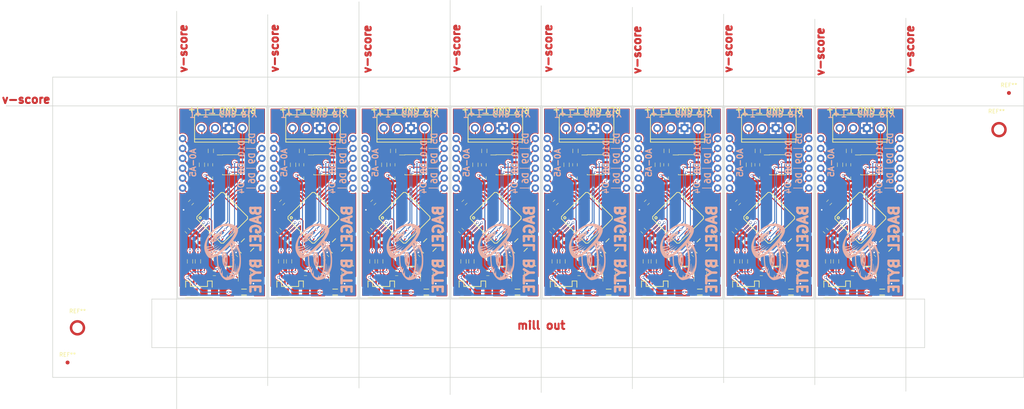
<source format=kicad_pcb>
(kicad_pcb (version 4) (host pcbnew 4.0.6)
  (layers (0 F.Cu signal) (31 B.Cu signal) (34 B.Paste user) (35 F.Paste user) (36 B.SilkS user) (37 F.SilkS user) (38 B.Mask user) (39 F.Mask user) (44 Edge.Cuts user))
  (net 0 "")
  (net 1 GND)
  (net 2 3.3V)
  (net 3 /T+)
  (net 4 /T-)
  (net 5 "Net-(C6-Pad1)")
  (net 6 /UVCC)
  (net 7 "Net-(C8-Pad1)")
  (net 8 "Net-(C9-Pad1)")
  (net 9 "Net-(C10-Pad1)")
  (net 10 5V)
  (net 11 /TIN+)
  (net 12 /TIN-)
  (net 13 /D10)
  (net 14 /D9)
  (net 15 /D8)
  (net 16 /D6)
  (net 17 /D5)
  (net 18 /D4)
  (net 19 /D11)
  (net 20 /A5)
  (net 21 /A4)
  (net 22 /A3)
  (net 23 /A2)
  (net 24 /A1)
  (net 25 /A0)
  (net 26 "Net-(J4-PadD+)")
  (net 27 "Net-(J4-PadD-)")
  (net 28 "Net-(J4-PadID)")
  (net 29 "Net-(J4-PadMT1)")
  (net 30 "Net-(M1-Pad1)")
  (net 31 /D-)
  (net 32 /D+)
  (net 33 /SS)
  (net 34 /SCK)
  (net 35 /MOSI)
  (net 36 /MISO)
  (net 37 "Net-(M1-Pad13)")
  (net 38 "Net-(M1-Pad18)")
  (net 39 "Net-(M1-Pad19)")
  (net 40 "Net-(M1-Pad20)")
  (net 41 "Net-(M1-Pad21)")
  (net 42 "Net-(M1-Pad22)")
  (net 43 "Net-(M1-Pad26)")
  (net 44 "Net-(M1-Pad33)")
  (net 45 "Net-(U2-Pad4)")
  (net 46 /RELAY)
  (module Custom_Silk:Bagel_Byte_Logo_2 (layer B.Cu) (at 236.364551 102.350689 270)
    (fp_text reference G*** hide)
    (fp_text value LOGO hide)
  )
  (module Custom_Silk:Bagel_Byte_Logo_2 (layer B.Cu) (at 212.996551 102.350689 270)
    (fp_text reference G*** hide)
    (fp_text value LOGO hide)
  )
  (module Custom_Silk:Bagel_Byte_Logo_2 (layer B.Cu) (at 189.628551 102.350689 270)
    (fp_text reference G*** hide)
    (fp_text value LOGO hide)
  )
  (module Custom_Silk:Bagel_Byte_Logo_2 (layer B.Cu) (at 166.260551 102.350689 270)
    (fp_text reference G*** hide)
    (fp_text value LOGO hide)
  )
  (module Custom_Silk:Bagel_Byte_Logo_2 (layer B.Cu) (at 142.892551 102.350689 270)
    (fp_text reference G*** hide)
    (fp_text value LOGO hide)
  )
  (module Custom_Silk:Bagel_Byte_Logo_2 (layer B.Cu) (at 119.524551 102.350689 270)
    (fp_text reference G*** hide)
    (fp_text value LOGO hide)
  )
  (module Custom_Silk:Bagel_Byte_Logo_2 (layer B.Cu) (at 96.156551 102.350689 270)
    (fp_text reference G*** hide)
    (fp_text value LOGO hide)
  )
  (module Custom_Silk:Bagel_Byte_Logo_2 (layer B.Cu) (at 72.788551 102.350689 270)
    (fp_text reference G*** hide)
    (fp_text value LOGO hide)
  )
  (module Inductors_SMD:L_0603 (layer F.Cu) (at 231.030551 80.125689 90)
    (fp_text reference FB1)
    (fp_text value FERRITE_BEAD-0603)
    (pad 1 smd rect (at -0.75 0 90) (size 0.5 0.9) (layers F.Cu F.Paste F.Mask) (net 3 /T+))
    (pad 2 smd rect (at 0.75 0 90) (size 0.5 0.9) (layers F.Cu F.Paste F.Mask) (net 11 /TIN+))
  )
  (module Inductors_SMD:L_0603 (layer F.Cu) (at 207.662551 80.125689 90)
    (fp_text reference FB1)
    (fp_text value FERRITE_BEAD-0603)
    (pad 1 smd rect (at -0.75 0 90) (size 0.5 0.9) (layers F.Cu F.Paste F.Mask) (net 3 /T+))
    (pad 2 smd rect (at 0.75 0 90) (size 0.5 0.9) (layers F.Cu F.Paste F.Mask) (net 11 /TIN+))
  )
  (module Inductors_SMD:L_0603 (layer F.Cu) (at 184.294551 80.125689 90)
    (fp_text reference FB1)
    (fp_text value FERRITE_BEAD-0603)
    (pad 1 smd rect (at -0.75 0 90) (size 0.5 0.9) (layers F.Cu F.Paste F.Mask) (net 3 /T+))
    (pad 2 smd rect (at 0.75 0 90) (size 0.5 0.9) (layers F.Cu F.Paste F.Mask) (net 11 /TIN+))
  )
  (module Inductors_SMD:L_0603 (layer F.Cu) (at 160.926551 80.125689 90)
    (fp_text reference FB1)
    (fp_text value FERRITE_BEAD-0603)
    (pad 1 smd rect (at -0.75 0 90) (size 0.5 0.9) (layers F.Cu F.Paste F.Mask) (net 3 /T+))
    (pad 2 smd rect (at 0.75 0 90) (size 0.5 0.9) (layers F.Cu F.Paste F.Mask) (net 11 /TIN+))
  )
  (module Inductors_SMD:L_0603 (layer F.Cu) (at 137.558551 80.125689 90)
    (fp_text reference FB1)
    (fp_text value FERRITE_BEAD-0603)
    (pad 1 smd rect (at -0.75 0 90) (size 0.5 0.9) (layers F.Cu F.Paste F.Mask) (net 3 /T+))
    (pad 2 smd rect (at 0.75 0 90) (size 0.5 0.9) (layers F.Cu F.Paste F.Mask) (net 11 /TIN+))
  )
  (module Inductors_SMD:L_0603 (layer F.Cu) (at 114.190551 80.125689 90)
    (fp_text reference FB1)
    (fp_text value FERRITE_BEAD-0603)
    (pad 1 smd rect (at -0.75 0 90) (size 0.5 0.9) (layers F.Cu F.Paste F.Mask) (net 3 /T+))
    (pad 2 smd rect (at 0.75 0 90) (size 0.5 0.9) (layers F.Cu F.Paste F.Mask) (net 11 /TIN+))
  )
  (module Inductors_SMD:L_0603 (layer F.Cu) (at 90.822551 80.125689 90)
    (fp_text reference FB1)
    (fp_text value FERRITE_BEAD-0603)
    (pad 1 smd rect (at -0.75 0 90) (size 0.5 0.9) (layers F.Cu F.Paste F.Mask) (net 3 /T+))
    (pad 2 smd rect (at 0.75 0 90) (size 0.5 0.9) (layers F.Cu F.Paste F.Mask) (net 11 /TIN+))
  )
  (module Inductors_SMD:L_0603 (layer F.Cu) (at 67.454551 80.125689 90)
    (fp_text reference FB1)
    (fp_text value FERRITE_BEAD-0603)
    (pad 1 smd rect (at -0.75 0 90) (size 0.5 0.9) (layers F.Cu F.Paste F.Mask) (net 3 /T+))
    (pad 2 smd rect (at 0.75 0 90) (size 0.5 0.9) (layers F.Cu F.Paste F.Mask) (net 11 /TIN+))
  )
  (module Fiducials:Fiducial_0.75mm_Dia_1.5mm_Outer (layer F.Cu) (at 226.839551 67.298689 90)
    (fp_text reference "")
    (fp_text value Fiducial_0.75mm_Dia_1.5mm_Outer)
    (pad ~ smd circle (at 0 0 90) (size 0.75 0.75) (layers F.Cu F.Mask) (clearance 0.375))
  )
  (module Fiducials:Fiducial_0.75mm_Dia_1.5mm_Outer (layer F.Cu) (at 203.471551 67.298689 90)
    (fp_text reference "")
    (fp_text value Fiducial_0.75mm_Dia_1.5mm_Outer)
    (pad ~ smd circle (at 0 0 90) (size 0.75 0.75) (layers F.Cu F.Mask) (clearance 0.375))
  )
  (module Fiducials:Fiducial_0.75mm_Dia_1.5mm_Outer (layer F.Cu) (at 180.103551 67.298689 90)
    (fp_text reference "")
    (fp_text value Fiducial_0.75mm_Dia_1.5mm_Outer)
    (pad ~ smd circle (at 0 0 90) (size 0.75 0.75) (layers F.Cu F.Mask) (clearance 0.375))
  )
  (module Fiducials:Fiducial_0.75mm_Dia_1.5mm_Outer (layer F.Cu) (at 156.735551 67.298689 90)
    (fp_text reference "")
    (fp_text value Fiducial_0.75mm_Dia_1.5mm_Outer)
    (pad ~ smd circle (at 0 0 90) (size 0.75 0.75) (layers F.Cu F.Mask) (clearance 0.375))
  )
  (module Fiducials:Fiducial_0.75mm_Dia_1.5mm_Outer (layer F.Cu) (at 133.367551 67.298689 90)
    (fp_text reference "")
    (fp_text value Fiducial_0.75mm_Dia_1.5mm_Outer)
    (pad ~ smd circle (at 0 0 90) (size 0.75 0.75) (layers F.Cu F.Mask) (clearance 0.375))
  )
  (module Fiducials:Fiducial_0.75mm_Dia_1.5mm_Outer (layer F.Cu) (at 109.999551 67.298689 90)
    (fp_text reference "")
    (fp_text value Fiducial_0.75mm_Dia_1.5mm_Outer)
    (pad ~ smd circle (at 0 0 90) (size 0.75 0.75) (layers F.Cu F.Mask) (clearance 0.375))
  )
  (module Fiducials:Fiducial_0.75mm_Dia_1.5mm_Outer (layer F.Cu) (at 86.631551 67.298689 90)
    (fp_text reference "")
    (fp_text value Fiducial_0.75mm_Dia_1.5mm_Outer)
    (pad ~ smd circle (at 0 0 90) (size 0.75 0.75) (layers F.Cu F.Mask) (clearance 0.375))
  )
  (module Fiducials:Fiducial_0.75mm_Dia_1.5mm_Outer (layer F.Cu) (at 63.263551 67.298689 90)
    (fp_text reference "")
    (fp_text value Fiducial_0.75mm_Dia_1.5mm_Outer)
    (pad ~ smd circle (at 0 0 90) (size 0.75 0.75) (layers F.Cu F.Mask) (clearance 0.375))
  )
  (module Connectors:SCREWTERMINAL-3.5MM-4 (layer F.Cu) (at 230.903551 70.727689)
    (fp_text reference J2)
    (fp_text value CONN_04SCREW)
    (pad 1 thru_hole circle (at 0 0) (size 2.032 2.032) (drill 1.19888) (layers *.Cu *.Mask) (net 11 /TIN+))
    (pad 2 thru_hole circle (at 3.49758 0) (size 2.032 2.032) (drill 1.19888) (layers *.Cu *.Mask) (net 12 /TIN-))
    (pad 3 thru_hole rect (at 6.9977 0) (size 2.032 2.032) (drill 1.19888) (layers *.Cu *.Mask) (net 1 GND))
    (pad 4 thru_hole circle (at 10.49782 0) (size 2.032 2.032) (drill 1.19888) (layers *.Cu *.Mask) (net 46 /RELAY))
  )
  (module Connectors:SCREWTERMINAL-3.5MM-4 (layer F.Cu) (at 207.535551 70.727689)
    (fp_text reference J2)
    (fp_text value CONN_04SCREW)
    (pad 1 thru_hole circle (at 0 0) (size 2.032 2.032) (drill 1.19888) (layers *.Cu *.Mask) (net 11 /TIN+))
    (pad 2 thru_hole circle (at 3.49758 0) (size 2.032 2.032) (drill 1.19888) (layers *.Cu *.Mask) (net 12 /TIN-))
    (pad 3 thru_hole rect (at 6.9977 0) (size 2.032 2.032) (drill 1.19888) (layers *.Cu *.Mask) (net 1 GND))
    (pad 4 thru_hole circle (at 10.49782 0) (size 2.032 2.032) (drill 1.19888) (layers *.Cu *.Mask) (net 46 /RELAY))
  )
  (module Connectors:SCREWTERMINAL-3.5MM-4 (layer F.Cu) (at 184.167551 70.727689)
    (fp_text reference J2)
    (fp_text value CONN_04SCREW)
    (pad 1 thru_hole circle (at 0 0) (size 2.032 2.032) (drill 1.19888) (layers *.Cu *.Mask) (net 11 /TIN+))
    (pad 2 thru_hole circle (at 3.49758 0) (size 2.032 2.032) (drill 1.19888) (layers *.Cu *.Mask) (net 12 /TIN-))
    (pad 3 thru_hole rect (at 6.9977 0) (size 2.032 2.032) (drill 1.19888) (layers *.Cu *.Mask) (net 1 GND))
    (pad 4 thru_hole circle (at 10.49782 0) (size 2.032 2.032) (drill 1.19888) (layers *.Cu *.Mask) (net 46 /RELAY))
  )
  (module Connectors:SCREWTERMINAL-3.5MM-4 (layer F.Cu) (at 160.799551 70.727689)
    (fp_text reference J2)
    (fp_text value CONN_04SCREW)
    (pad 1 thru_hole circle (at 0 0) (size 2.032 2.032) (drill 1.19888) (layers *.Cu *.Mask) (net 11 /TIN+))
    (pad 2 thru_hole circle (at 3.49758 0) (size 2.032 2.032) (drill 1.19888) (layers *.Cu *.Mask) (net 12 /TIN-))
    (pad 3 thru_hole rect (at 6.9977 0) (size 2.032 2.032) (drill 1.19888) (layers *.Cu *.Mask) (net 1 GND))
    (pad 4 thru_hole circle (at 10.49782 0) (size 2.032 2.032) (drill 1.19888) (layers *.Cu *.Mask) (net 46 /RELAY))
  )
  (module Connectors:SCREWTERMINAL-3.5MM-4 (layer F.Cu) (at 137.431551 70.727689)
    (fp_text reference J2)
    (fp_text value CONN_04SCREW)
    (pad 1 thru_hole circle (at 0 0) (size 2.032 2.032) (drill 1.19888) (layers *.Cu *.Mask) (net 11 /TIN+))
    (pad 2 thru_hole circle (at 3.49758 0) (size 2.032 2.032) (drill 1.19888) (layers *.Cu *.Mask) (net 12 /TIN-))
    (pad 3 thru_hole rect (at 6.9977 0) (size 2.032 2.032) (drill 1.19888) (layers *.Cu *.Mask) (net 1 GND))
    (pad 4 thru_hole circle (at 10.49782 0) (size 2.032 2.032) (drill 1.19888) (layers *.Cu *.Mask) (net 46 /RELAY))
  )
  (module Connectors:SCREWTERMINAL-3.5MM-4 (layer F.Cu) (at 114.063551 70.727689)
    (fp_text reference J2)
    (fp_text value CONN_04SCREW)
    (pad 1 thru_hole circle (at 0 0) (size 2.032 2.032) (drill 1.19888) (layers *.Cu *.Mask) (net 11 /TIN+))
    (pad 2 thru_hole circle (at 3.49758 0) (size 2.032 2.032) (drill 1.19888) (layers *.Cu *.Mask) (net 12 /TIN-))
    (pad 3 thru_hole rect (at 6.9977 0) (size 2.032 2.032) (drill 1.19888) (layers *.Cu *.Mask) (net 1 GND))
    (pad 4 thru_hole circle (at 10.49782 0) (size 2.032 2.032) (drill 1.19888) (layers *.Cu *.Mask) (net 46 /RELAY))
  )
  (module Connectors:SCREWTERMINAL-3.5MM-4 (layer F.Cu) (at 90.695551 70.727689)
    (fp_text reference J2)
    (fp_text value CONN_04SCREW)
    (pad 1 thru_hole circle (at 0 0) (size 2.032 2.032) (drill 1.19888) (layers *.Cu *.Mask) (net 11 /TIN+))
    (pad 2 thru_hole circle (at 3.49758 0) (size 2.032 2.032) (drill 1.19888) (layers *.Cu *.Mask) (net 12 /TIN-))
    (pad 3 thru_hole rect (at 6.9977 0) (size 2.032 2.032) (drill 1.19888) (layers *.Cu *.Mask) (net 1 GND))
    (pad 4 thru_hole circle (at 10.49782 0) (size 2.032 2.032) (drill 1.19888) (layers *.Cu *.Mask) (net 46 /RELAY))
  )
  (module Connectors:SCREWTERMINAL-3.5MM-4 (layer F.Cu) (at 67.327551 70.727689)
    (fp_text reference J2)
    (fp_text value CONN_04SCREW)
    (pad 1 thru_hole circle (at 0 0) (size 2.032 2.032) (drill 1.19888) (layers *.Cu *.Mask) (net 11 /TIN+))
    (pad 2 thru_hole circle (at 3.49758 0) (size 2.032 2.032) (drill 1.19888) (layers *.Cu *.Mask) (net 12 /TIN-))
    (pad 3 thru_hole rect (at 6.9977 0) (size 2.032 2.032) (drill 1.19888) (layers *.Cu *.Mask) (net 1 GND))
    (pad 4 thru_hole circle (at 10.49782 0) (size 2.032 2.032) (drill 1.19888) (layers *.Cu *.Mask) (net 46 /RELAY))
  )
  (module Connectors:1X06_NO_SILK (layer F.Cu) (at 226.077551 86.094689 90)
    (fp_text reference J3)
    (fp_text value CONN_06NO_SILK_FEMALE_PTH)
    (pad 1 thru_hole circle (at 0 0 90) (size 1.8796 1.8796) (drill 1.016) (layers *.Cu *.Mask) (net 20 /A5))
    (pad 2 thru_hole circle (at 2.54 0 90) (size 1.8796 1.8796) (drill 1.016) (layers *.Cu *.Mask) (net 21 /A4))
    (pad 3 thru_hole circle (at 5.08 0 90) (size 1.8796 1.8796) (drill 1.016) (layers *.Cu *.Mask) (net 22 /A3))
    (pad 4 thru_hole circle (at 7.62 0 90) (size 1.8796 1.8796) (drill 1.016) (layers *.Cu *.Mask) (net 23 /A2))
    (pad 5 thru_hole circle (at 10.16 0 90) (size 1.8796 1.8796) (drill 1.016) (layers *.Cu *.Mask) (net 24 /A1))
    (pad 6 thru_hole circle (at 12.7 0 90) (size 1.8796 1.8796) (drill 1.016) (layers *.Cu *.Mask) (net 25 /A0))
  )
  (module Connectors:1X06_NO_SILK (layer F.Cu) (at 202.709551 86.094689 90)
    (fp_text reference J3)
    (fp_text value CONN_06NO_SILK_FEMALE_PTH)
    (pad 1 thru_hole circle (at 0 0 90) (size 1.8796 1.8796) (drill 1.016) (layers *.Cu *.Mask) (net 20 /A5))
    (pad 2 thru_hole circle (at 2.54 0 90) (size 1.8796 1.8796) (drill 1.016) (layers *.Cu *.Mask) (net 21 /A4))
    (pad 3 thru_hole circle (at 5.08 0 90) (size 1.8796 1.8796) (drill 1.016) (layers *.Cu *.Mask) (net 22 /A3))
    (pad 4 thru_hole circle (at 7.62 0 90) (size 1.8796 1.8796) (drill 1.016) (layers *.Cu *.Mask) (net 23 /A2))
    (pad 5 thru_hole circle (at 10.16 0 90) (size 1.8796 1.8796) (drill 1.016) (layers *.Cu *.Mask) (net 24 /A1))
    (pad 6 thru_hole circle (at 12.7 0 90) (size 1.8796 1.8796) (drill 1.016) (layers *.Cu *.Mask) (net 25 /A0))
  )
  (module Connectors:1X06_NO_SILK (layer F.Cu) (at 179.341551 86.094689 90)
    (fp_text reference J3)
    (fp_text value CONN_06NO_SILK_FEMALE_PTH)
    (pad 1 thru_hole circle (at 0 0 90) (size 1.8796 1.8796) (drill 1.016) (layers *.Cu *.Mask) (net 20 /A5))
    (pad 2 thru_hole circle (at 2.54 0 90) (size 1.8796 1.8796) (drill 1.016) (layers *.Cu *.Mask) (net 21 /A4))
    (pad 3 thru_hole circle (at 5.08 0 90) (size 1.8796 1.8796) (drill 1.016) (layers *.Cu *.Mask) (net 22 /A3))
    (pad 4 thru_hole circle (at 7.62 0 90) (size 1.8796 1.8796) (drill 1.016) (layers *.Cu *.Mask) (net 23 /A2))
    (pad 5 thru_hole circle (at 10.16 0 90) (size 1.8796 1.8796) (drill 1.016) (layers *.Cu *.Mask) (net 24 /A1))
    (pad 6 thru_hole circle (at 12.7 0 90) (size 1.8796 1.8796) (drill 1.016) (layers *.Cu *.Mask) (net 25 /A0))
  )
  (module Connectors:1X06_NO_SILK (layer F.Cu) (at 155.973551 86.094689 90)
    (fp_text reference J3)
    (fp_text value CONN_06NO_SILK_FEMALE_PTH)
    (pad 1 thru_hole circle (at 0 0 90) (size 1.8796 1.8796) (drill 1.016) (layers *.Cu *.Mask) (net 20 /A5))
    (pad 2 thru_hole circle (at 2.54 0 90) (size 1.8796 1.8796) (drill 1.016) (layers *.Cu *.Mask) (net 21 /A4))
    (pad 3 thru_hole circle (at 5.08 0 90) (size 1.8796 1.8796) (drill 1.016) (layers *.Cu *.Mask) (net 22 /A3))
    (pad 4 thru_hole circle (at 7.62 0 90) (size 1.8796 1.8796) (drill 1.016) (layers *.Cu *.Mask) (net 23 /A2))
    (pad 5 thru_hole circle (at 10.16 0 90) (size 1.8796 1.8796) (drill 1.016) (layers *.Cu *.Mask) (net 24 /A1))
    (pad 6 thru_hole circle (at 12.7 0 90) (size 1.8796 1.8796) (drill 1.016) (layers *.Cu *.Mask) (net 25 /A0))
  )
  (module Connectors:1X06_NO_SILK (layer F.Cu) (at 132.605551 86.094689 90)
    (fp_text reference J3)
    (fp_text value CONN_06NO_SILK_FEMALE_PTH)
    (pad 1 thru_hole circle (at 0 0 90) (size 1.8796 1.8796) (drill 1.016) (layers *.Cu *.Mask) (net 20 /A5))
    (pad 2 thru_hole circle (at 2.54 0 90) (size 1.8796 1.8796) (drill 1.016) (layers *.Cu *.Mask) (net 21 /A4))
    (pad 3 thru_hole circle (at 5.08 0 90) (size 1.8796 1.8796) (drill 1.016) (layers *.Cu *.Mask) (net 22 /A3))
    (pad 4 thru_hole circle (at 7.62 0 90) (size 1.8796 1.8796) (drill 1.016) (layers *.Cu *.Mask) (net 23 /A2))
    (pad 5 thru_hole circle (at 10.16 0 90) (size 1.8796 1.8796) (drill 1.016) (layers *.Cu *.Mask) (net 24 /A1))
    (pad 6 thru_hole circle (at 12.7 0 90) (size 1.8796 1.8796) (drill 1.016) (layers *.Cu *.Mask) (net 25 /A0))
  )
  (module Connectors:1X06_NO_SILK (layer F.Cu) (at 109.237551 86.094689 90)
    (fp_text reference J3)
    (fp_text value CONN_06NO_SILK_FEMALE_PTH)
    (pad 1 thru_hole circle (at 0 0 90) (size 1.8796 1.8796) (drill 1.016) (layers *.Cu *.Mask) (net 20 /A5))
    (pad 2 thru_hole circle (at 2.54 0 90) (size 1.8796 1.8796) (drill 1.016) (layers *.Cu *.Mask) (net 21 /A4))
    (pad 3 thru_hole circle (at 5.08 0 90) (size 1.8796 1.8796) (drill 1.016) (layers *.Cu *.Mask) (net 22 /A3))
    (pad 4 thru_hole circle (at 7.62 0 90) (size 1.8796 1.8796) (drill 1.016) (layers *.Cu *.Mask) (net 23 /A2))
    (pad 5 thru_hole circle (at 10.16 0 90) (size 1.8796 1.8796) (drill 1.016) (layers *.Cu *.Mask) (net 24 /A1))
    (pad 6 thru_hole circle (at 12.7 0 90) (size 1.8796 1.8796) (drill 1.016) (layers *.Cu *.Mask) (net 25 /A0))
  )
  (module Connectors:1X06_NO_SILK (layer F.Cu) (at 85.869551 86.094689 90)
    (fp_text reference J3)
    (fp_text value CONN_06NO_SILK_FEMALE_PTH)
    (pad 1 thru_hole circle (at 0 0 90) (size 1.8796 1.8796) (drill 1.016) (layers *.Cu *.Mask) (net 20 /A5))
    (pad 2 thru_hole circle (at 2.54 0 90) (size 1.8796 1.8796) (drill 1.016) (layers *.Cu *.Mask) (net 21 /A4))
    (pad 3 thru_hole circle (at 5.08 0 90) (size 1.8796 1.8796) (drill 1.016) (layers *.Cu *.Mask) (net 22 /A3))
    (pad 4 thru_hole circle (at 7.62 0 90) (size 1.8796 1.8796) (drill 1.016) (layers *.Cu *.Mask) (net 23 /A2))
    (pad 5 thru_hole circle (at 10.16 0 90) (size 1.8796 1.8796) (drill 1.016) (layers *.Cu *.Mask) (net 24 /A1))
    (pad 6 thru_hole circle (at 12.7 0 90) (size 1.8796 1.8796) (drill 1.016) (layers *.Cu *.Mask) (net 25 /A0))
  )
  (module Connectors:1X06_NO_SILK (layer F.Cu) (at 62.501551 86.094689 90)
    (fp_text reference J3)
    (fp_text value CONN_06NO_SILK_FEMALE_PTH)
    (pad 1 thru_hole circle (at 0 0 90) (size 1.8796 1.8796) (drill 1.016) (layers *.Cu *.Mask) (net 20 /A5))
    (pad 2 thru_hole circle (at 2.54 0 90) (size 1.8796 1.8796) (drill 1.016) (layers *.Cu *.Mask) (net 21 /A4))
    (pad 3 thru_hole circle (at 5.08 0 90) (size 1.8796 1.8796) (drill 1.016) (layers *.Cu *.Mask) (net 22 /A3))
    (pad 4 thru_hole circle (at 7.62 0 90) (size 1.8796 1.8796) (drill 1.016) (layers *.Cu *.Mask) (net 23 /A2))
    (pad 5 thru_hole circle (at 10.16 0 90) (size 1.8796 1.8796) (drill 1.016) (layers *.Cu *.Mask) (net 24 /A1))
    (pad 6 thru_hole circle (at 12.7 0 90) (size 1.8796 1.8796) (drill 1.016) (layers *.Cu *.Mask) (net 25 /A0))
  )
  (module Inductors_SMD:L_0603 (layer F.Cu) (at 233.316551 76.569689 90)
    (fp_text reference FB2)
    (fp_text value FERRITE_BEAD-0603)
    (pad 1 smd rect (at -0.75 0 90) (size 0.5 0.9) (layers F.Cu F.Paste F.Mask) (net 4 /T-))
    (pad 2 smd rect (at 0.75 0 90) (size 0.5 0.9) (layers F.Cu F.Paste F.Mask) (net 12 /TIN-))
  )
  (module Inductors_SMD:L_0603 (layer F.Cu) (at 209.948551 76.569689 90)
    (fp_text reference FB2)
    (fp_text value FERRITE_BEAD-0603)
    (pad 1 smd rect (at -0.75 0 90) (size 0.5 0.9) (layers F.Cu F.Paste F.Mask) (net 4 /T-))
    (pad 2 smd rect (at 0.75 0 90) (size 0.5 0.9) (layers F.Cu F.Paste F.Mask) (net 12 /TIN-))
  )
  (module Inductors_SMD:L_0603 (layer F.Cu) (at 186.580551 76.569689 90)
    (fp_text reference FB2)
    (fp_text value FERRITE_BEAD-0603)
    (pad 1 smd rect (at -0.75 0 90) (size 0.5 0.9) (layers F.Cu F.Paste F.Mask) (net 4 /T-))
    (pad 2 smd rect (at 0.75 0 90) (size 0.5 0.9) (layers F.Cu F.Paste F.Mask) (net 12 /TIN-))
  )
  (module Inductors_SMD:L_0603 (layer F.Cu) (at 163.212551 76.569689 90)
    (fp_text reference FB2)
    (fp_text value FERRITE_BEAD-0603)
    (pad 1 smd rect (at -0.75 0 90) (size 0.5 0.9) (layers F.Cu F.Paste F.Mask) (net 4 /T-))
    (pad 2 smd rect (at 0.75 0 90) (size 0.5 0.9) (layers F.Cu F.Paste F.Mask) (net 12 /TIN-))
  )
  (module Inductors_SMD:L_0603 (layer F.Cu) (at 139.844551 76.569689 90)
    (fp_text reference FB2)
    (fp_text value FERRITE_BEAD-0603)
    (pad 1 smd rect (at -0.75 0 90) (size 0.5 0.9) (layers F.Cu F.Paste F.Mask) (net 4 /T-))
    (pad 2 smd rect (at 0.75 0 90) (size 0.5 0.9) (layers F.Cu F.Paste F.Mask) (net 12 /TIN-))
  )
  (module Inductors_SMD:L_0603 (layer F.Cu) (at 116.476551 76.569689 90)
    (fp_text reference FB2)
    (fp_text value FERRITE_BEAD-0603)
    (pad 1 smd rect (at -0.75 0 90) (size 0.5 0.9) (layers F.Cu F.Paste F.Mask) (net 4 /T-))
    (pad 2 smd rect (at 0.75 0 90) (size 0.5 0.9) (layers F.Cu F.Paste F.Mask) (net 12 /TIN-))
  )
  (module Inductors_SMD:L_0603 (layer F.Cu) (at 93.108551 76.569689 90)
    (fp_text reference FB2)
    (fp_text value FERRITE_BEAD-0603)
    (pad 1 smd rect (at -0.75 0 90) (size 0.5 0.9) (layers F.Cu F.Paste F.Mask) (net 4 /T-))
    (pad 2 smd rect (at 0.75 0 90) (size 0.5 0.9) (layers F.Cu F.Paste F.Mask) (net 12 /TIN-))
  )
  (module Inductors_SMD:L_0603 (layer F.Cu) (at 69.740551 76.569689 90)
    (fp_text reference FB2)
    (fp_text value FERRITE_BEAD-0603)
    (pad 1 smd rect (at -0.75 0 90) (size 0.5 0.9) (layers F.Cu F.Paste F.Mask) (net 4 /T-))
    (pad 2 smd rect (at 0.75 0 90) (size 0.5 0.9) (layers F.Cu F.Paste F.Mask) (net 12 /TIN-))
  )
  (module Connectors:1X06_NO_SILK (layer F.Cu) (at 246.397551 73.394689 270)
    (fp_text reference J1)
    (fp_text value CONN_06NO_SILK_FEMALE_PTH)
    (pad 1 thru_hole circle (at 0 0 270) (size 1.8796 1.8796) (drill 1.016) (layers *.Cu *.Mask) (net 17 /D5))
    (pad 2 thru_hole circle (at 2.54 0 270) (size 1.8796 1.8796) (drill 1.016) (layers *.Cu *.Mask) (net 13 /D10))
    (pad 3 thru_hole circle (at 5.08 0 270) (size 1.8796 1.8796) (drill 1.016) (layers *.Cu *.Mask) (net 14 /D9))
    (pad 4 thru_hole circle (at 7.62 0 270) (size 1.8796 1.8796) (drill 1.016) (layers *.Cu *.Mask) (net 15 /D8))
    (pad 5 thru_hole circle (at 10.16 0 270) (size 1.8796 1.8796) (drill 1.016) (layers *.Cu *.Mask) (net 16 /D6))
    (pad 6 thru_hole circle (at 12.7 0 270) (size 1.8796 1.8796) (drill 1.016) (layers *.Cu *.Mask) (net 18 /D4))
  )
  (module Connectors:1X06_NO_SILK (layer F.Cu) (at 223.029551 73.394689 270)
    (fp_text reference J1)
    (fp_text value CONN_06NO_SILK_FEMALE_PTH)
    (pad 1 thru_hole circle (at 0 0 270) (size 1.8796 1.8796) (drill 1.016) (layers *.Cu *.Mask) (net 17 /D5))
    (pad 2 thru_hole circle (at 2.54 0 270) (size 1.8796 1.8796) (drill 1.016) (layers *.Cu *.Mask) (net 13 /D10))
    (pad 3 thru_hole circle (at 5.08 0 270) (size 1.8796 1.8796) (drill 1.016) (layers *.Cu *.Mask) (net 14 /D9))
    (pad 4 thru_hole circle (at 7.62 0 270) (size 1.8796 1.8796) (drill 1.016) (layers *.Cu *.Mask) (net 15 /D8))
    (pad 5 thru_hole circle (at 10.16 0 270) (size 1.8796 1.8796) (drill 1.016) (layers *.Cu *.Mask) (net 16 /D6))
    (pad 6 thru_hole circle (at 12.7 0 270) (size 1.8796 1.8796) (drill 1.016) (layers *.Cu *.Mask) (net 18 /D4))
  )
  (module Connectors:1X06_NO_SILK (layer F.Cu) (at 199.661551 73.394689 270)
    (fp_text reference J1)
    (fp_text value CONN_06NO_SILK_FEMALE_PTH)
    (pad 1 thru_hole circle (at 0 0 270) (size 1.8796 1.8796) (drill 1.016) (layers *.Cu *.Mask) (net 17 /D5))
    (pad 2 thru_hole circle (at 2.54 0 270) (size 1.8796 1.8796) (drill 1.016) (layers *.Cu *.Mask) (net 13 /D10))
    (pad 3 thru_hole circle (at 5.08 0 270) (size 1.8796 1.8796) (drill 1.016) (layers *.Cu *.Mask) (net 14 /D9))
    (pad 4 thru_hole circle (at 7.62 0 270) (size 1.8796 1.8796) (drill 1.016) (layers *.Cu *.Mask) (net 15 /D8))
    (pad 5 thru_hole circle (at 10.16 0 270) (size 1.8796 1.8796) (drill 1.016) (layers *.Cu *.Mask) (net 16 /D6))
    (pad 6 thru_hole circle (at 12.7 0 270) (size 1.8796 1.8796) (drill 1.016) (layers *.Cu *.Mask) (net 18 /D4))
  )
  (module Connectors:1X06_NO_SILK (layer F.Cu) (at 176.293551 73.394689 270)
    (fp_text reference J1)
    (fp_text value CONN_06NO_SILK_FEMALE_PTH)
    (pad 1 thru_hole circle (at 0 0 270) (size 1.8796 1.8796) (drill 1.016) (layers *.Cu *.Mask) (net 17 /D5))
    (pad 2 thru_hole circle (at 2.54 0 270) (size 1.8796 1.8796) (drill 1.016) (layers *.Cu *.Mask) (net 13 /D10))
    (pad 3 thru_hole circle (at 5.08 0 270) (size 1.8796 1.8796) (drill 1.016) (layers *.Cu *.Mask) (net 14 /D9))
    (pad 4 thru_hole circle (at 7.62 0 270) (size 1.8796 1.8796) (drill 1.016) (layers *.Cu *.Mask) (net 15 /D8))
    (pad 5 thru_hole circle (at 10.16 0 270) (size 1.8796 1.8796) (drill 1.016) (layers *.Cu *.Mask) (net 16 /D6))
    (pad 6 thru_hole circle (at 12.7 0 270) (size 1.8796 1.8796) (drill 1.016) (layers *.Cu *.Mask) (net 18 /D4))
  )
  (module Connectors:1X06_NO_SILK (layer F.Cu) (at 152.925551 73.394689 270)
    (fp_text reference J1)
    (fp_text value CONN_06NO_SILK_FEMALE_PTH)
    (pad 1 thru_hole circle (at 0 0 270) (size 1.8796 1.8796) (drill 1.016) (layers *.Cu *.Mask) (net 17 /D5))
    (pad 2 thru_hole circle (at 2.54 0 270) (size 1.8796 1.8796) (drill 1.016) (layers *.Cu *.Mask) (net 13 /D10))
    (pad 3 thru_hole circle (at 5.08 0 270) (size 1.8796 1.8796) (drill 1.016) (layers *.Cu *.Mask) (net 14 /D9))
    (pad 4 thru_hole circle (at 7.62 0 270) (size 1.8796 1.8796) (drill 1.016) (layers *.Cu *.Mask) (net 15 /D8))
    (pad 5 thru_hole circle (at 10.16 0 270) (size 1.8796 1.8796) (drill 1.016) (layers *.Cu *.Mask) (net 16 /D6))
    (pad 6 thru_hole circle (at 12.7 0 270) (size 1.8796 1.8796) (drill 1.016) (layers *.Cu *.Mask) (net 18 /D4))
  )
  (module Connectors:1X06_NO_SILK (layer F.Cu) (at 129.557551 73.394689 270)
    (fp_text reference J1)
    (fp_text value CONN_06NO_SILK_FEMALE_PTH)
    (pad 1 thru_hole circle (at 0 0 270) (size 1.8796 1.8796) (drill 1.016) (layers *.Cu *.Mask) (net 17 /D5))
    (pad 2 thru_hole circle (at 2.54 0 270) (size 1.8796 1.8796) (drill 1.016) (layers *.Cu *.Mask) (net 13 /D10))
    (pad 3 thru_hole circle (at 5.08 0 270) (size 1.8796 1.8796) (drill 1.016) (layers *.Cu *.Mask) (net 14 /D9))
    (pad 4 thru_hole circle (at 7.62 0 270) (size 1.8796 1.8796) (drill 1.016) (layers *.Cu *.Mask) (net 15 /D8))
    (pad 5 thru_hole circle (at 10.16 0 270) (size 1.8796 1.8796) (drill 1.016) (layers *.Cu *.Mask) (net 16 /D6))
    (pad 6 thru_hole circle (at 12.7 0 270) (size 1.8796 1.8796) (drill 1.016) (layers *.Cu *.Mask) (net 18 /D4))
  )
  (module Connectors:1X06_NO_SILK (layer F.Cu) (at 106.189551 73.394689 270)
    (fp_text reference J1)
    (fp_text value CONN_06NO_SILK_FEMALE_PTH)
    (pad 1 thru_hole circle (at 0 0 270) (size 1.8796 1.8796) (drill 1.016) (layers *.Cu *.Mask) (net 17 /D5))
    (pad 2 thru_hole circle (at 2.54 0 270) (size 1.8796 1.8796) (drill 1.016) (layers *.Cu *.Mask) (net 13 /D10))
    (pad 3 thru_hole circle (at 5.08 0 270) (size 1.8796 1.8796) (drill 1.016) (layers *.Cu *.Mask) (net 14 /D9))
    (pad 4 thru_hole circle (at 7.62 0 270) (size 1.8796 1.8796) (drill 1.016) (layers *.Cu *.Mask) (net 15 /D8))
    (pad 5 thru_hole circle (at 10.16 0 270) (size 1.8796 1.8796) (drill 1.016) (layers *.Cu *.Mask) (net 16 /D6))
    (pad 6 thru_hole circle (at 12.7 0 270) (size 1.8796 1.8796) (drill 1.016) (layers *.Cu *.Mask) (net 18 /D4))
  )
  (module Connectors:1X06_NO_SILK (layer F.Cu) (at 82.821551 73.394689 270)
    (fp_text reference J1)
    (fp_text value CONN_06NO_SILK_FEMALE_PTH)
    (pad 1 thru_hole circle (at 0 0 270) (size 1.8796 1.8796) (drill 1.016) (layers *.Cu *.Mask) (net 17 /D5))
    (pad 2 thru_hole circle (at 2.54 0 270) (size 1.8796 1.8796) (drill 1.016) (layers *.Cu *.Mask) (net 13 /D10))
    (pad 3 thru_hole circle (at 5.08 0 270) (size 1.8796 1.8796) (drill 1.016) (layers *.Cu *.Mask) (net 14 /D9))
    (pad 4 thru_hole circle (at 7.62 0 270) (size 1.8796 1.8796) (drill 1.016) (layers *.Cu *.Mask) (net 15 /D8))
    (pad 5 thru_hole circle (at 10.16 0 270) (size 1.8796 1.8796) (drill 1.016) (layers *.Cu *.Mask) (net 16 /D6))
    (pad 6 thru_hole circle (at 12.7 0 270) (size 1.8796 1.8796) (drill 1.016) (layers *.Cu *.Mask) (net 18 /D4))
  )
  (module Housings_SOIC:SOIC-8_3.9x4.9mm_Pitch1.27mm (layer F.Cu) (at 238.396551 80.125689)
    (fp_text reference U1)
    (fp_text value MAX31855KASA)
    (pad 1 smd rect (at -2.7 -1.905) (size 1.55 0.6) (layers F.Cu F.Paste F.Mask) (net 1 GND))
    (pad 2 smd rect (at -2.7 -0.635) (size 1.55 0.6) (layers F.Cu F.Paste F.Mask) (net 4 /T-))
    (pad 3 smd rect (at -2.7 0.635) (size 1.55 0.6) (layers F.Cu F.Paste F.Mask) (net 3 /T+))
    (pad 4 smd rect (at -2.7 1.905) (size 1.55 0.6) (layers F.Cu F.Paste F.Mask) (net 2 3.3V))
    (pad 5 smd rect (at 2.7 1.905) (size 1.55 0.6) (layers F.Cu F.Paste F.Mask) (net 34 /SCK))
    (pad 6 smd rect (at 2.7 0.635) (size 1.55 0.6) (layers F.Cu F.Paste F.Mask) (net 33 /SS))
    (pad 7 smd rect (at 2.7 -0.635) (size 1.55 0.6) (layers F.Cu F.Paste F.Mask) (net 36 /MISO))
    (pad 8 smd rect (at 2.7 -1.905) (size 1.55 0.6) (layers F.Cu F.Paste F.Mask))
  )
  (module Housings_SOIC:SOIC-8_3.9x4.9mm_Pitch1.27mm (layer F.Cu) (at 215.028551 80.125689)
    (fp_text reference U1)
    (fp_text value MAX31855KASA)
    (pad 1 smd rect (at -2.7 -1.905) (size 1.55 0.6) (layers F.Cu F.Paste F.Mask) (net 1 GND))
    (pad 2 smd rect (at -2.7 -0.635) (size 1.55 0.6) (layers F.Cu F.Paste F.Mask) (net 4 /T-))
    (pad 3 smd rect (at -2.7 0.635) (size 1.55 0.6) (layers F.Cu F.Paste F.Mask) (net 3 /T+))
    (pad 4 smd rect (at -2.7 1.905) (size 1.55 0.6) (layers F.Cu F.Paste F.Mask) (net 2 3.3V))
    (pad 5 smd rect (at 2.7 1.905) (size 1.55 0.6) (layers F.Cu F.Paste F.Mask) (net 34 /SCK))
    (pad 6 smd rect (at 2.7 0.635) (size 1.55 0.6) (layers F.Cu F.Paste F.Mask) (net 33 /SS))
    (pad 7 smd rect (at 2.7 -0.635) (size 1.55 0.6) (layers F.Cu F.Paste F.Mask) (net 36 /MISO))
    (pad 8 smd rect (at 2.7 -1.905) (size 1.55 0.6) (layers F.Cu F.Paste F.Mask))
  )
  (module Housings_SOIC:SOIC-8_3.9x4.9mm_Pitch1.27mm (layer F.Cu) (at 191.660551 80.125689)
    (fp_text reference U1)
    (fp_text value MAX31855KASA)
    (pad 1 smd rect (at -2.7 -1.905) (size 1.55 0.6) (layers F.Cu F.Paste F.Mask) (net 1 GND))
    (pad 2 smd rect (at -2.7 -0.635) (size 1.55 0.6) (layers F.Cu F.Paste F.Mask) (net 4 /T-))
    (pad 3 smd rect (at -2.7 0.635) (size 1.55 0.6) (layers F.Cu F.Paste F.Mask) (net 3 /T+))
    (pad 4 smd rect (at -2.7 1.905) (size 1.55 0.6) (layers F.Cu F.Paste F.Mask) (net 2 3.3V))
    (pad 5 smd rect (at 2.7 1.905) (size 1.55 0.6) (layers F.Cu F.Paste F.Mask) (net 34 /SCK))
    (pad 6 smd rect (at 2.7 0.635) (size 1.55 0.6) (layers F.Cu F.Paste F.Mask) (net 33 /SS))
    (pad 7 smd rect (at 2.7 -0.635) (size 1.55 0.6) (layers F.Cu F.Paste F.Mask) (net 36 /MISO))
    (pad 8 smd rect (at 2.7 -1.905) (size 1.55 0.6) (layers F.Cu F.Paste F.Mask))
  )
  (module Housings_SOIC:SOIC-8_3.9x4.9mm_Pitch1.27mm (layer F.Cu) (at 168.292551 80.125689)
    (fp_text reference U1)
    (fp_text value MAX31855KASA)
    (pad 1 smd rect (at -2.7 -1.905) (size 1.55 0.6) (layers F.Cu F.Paste F.Mask) (net 1 GND))
    (pad 2 smd rect (at -2.7 -0.635) (size 1.55 0.6) (layers F.Cu F.Paste F.Mask) (net 4 /T-))
    (pad 3 smd rect (at -2.7 0.635) (size 1.55 0.6) (layers F.Cu F.Paste F.Mask) (net 3 /T+))
    (pad 4 smd rect (at -2.7 1.905) (size 1.55 0.6) (layers F.Cu F.Paste F.Mask) (net 2 3.3V))
    (pad 5 smd rect (at 2.7 1.905) (size 1.55 0.6) (layers F.Cu F.Paste F.Mask) (net 34 /SCK))
    (pad 6 smd rect (at 2.7 0.635) (size 1.55 0.6) (layers F.Cu F.Paste F.Mask) (net 33 /SS))
    (pad 7 smd rect (at 2.7 -0.635) (size 1.55 0.6) (layers F.Cu F.Paste F.Mask) (net 36 /MISO))
    (pad 8 smd rect (at 2.7 -1.905) (size 1.55 0.6) (layers F.Cu F.Paste F.Mask))
  )
  (module Housings_SOIC:SOIC-8_3.9x4.9mm_Pitch1.27mm (layer F.Cu) (at 144.924551 80.125689)
    (fp_text reference U1)
    (fp_text value MAX31855KASA)
    (pad 1 smd rect (at -2.7 -1.905) (size 1.55 0.6) (layers F.Cu F.Paste F.Mask) (net 1 GND))
    (pad 2 smd rect (at -2.7 -0.635) (size 1.55 0.6) (layers F.Cu F.Paste F.Mask) (net 4 /T-))
    (pad 3 smd rect (at -2.7 0.635) (size 1.55 0.6) (layers F.Cu F.Paste F.Mask) (net 3 /T+))
    (pad 4 smd rect (at -2.7 1.905) (size 1.55 0.6) (layers F.Cu F.Paste F.Mask) (net 2 3.3V))
    (pad 5 smd rect (at 2.7 1.905) (size 1.55 0.6) (layers F.Cu F.Paste F.Mask) (net 34 /SCK))
    (pad 6 smd rect (at 2.7 0.635) (size 1.55 0.6) (layers F.Cu F.Paste F.Mask) (net 33 /SS))
    (pad 7 smd rect (at 2.7 -0.635) (size 1.55 0.6) (layers F.Cu F.Paste F.Mask) (net 36 /MISO))
    (pad 8 smd rect (at 2.7 -1.905) (size 1.55 0.6) (layers F.Cu F.Paste F.Mask))
  )
  (module Housings_SOIC:SOIC-8_3.9x4.9mm_Pitch1.27mm (layer F.Cu) (at 121.556551 80.125689)
    (fp_text reference U1)
    (fp_text value MAX31855KASA)
    (pad 1 smd rect (at -2.7 -1.905) (size 1.55 0.6) (layers F.Cu F.Paste F.Mask) (net 1 GND))
    (pad 2 smd rect (at -2.7 -0.635) (size 1.55 0.6) (layers F.Cu F.Paste F.Mask) (net 4 /T-))
    (pad 3 smd rect (at -2.7 0.635) (size 1.55 0.6) (layers F.Cu F.Paste F.Mask) (net 3 /T+))
    (pad 4 smd rect (at -2.7 1.905) (size 1.55 0.6) (layers F.Cu F.Paste F.Mask) (net 2 3.3V))
    (pad 5 smd rect (at 2.7 1.905) (size 1.55 0.6) (layers F.Cu F.Paste F.Mask) (net 34 /SCK))
    (pad 6 smd rect (at 2.7 0.635) (size 1.55 0.6) (layers F.Cu F.Paste F.Mask) (net 33 /SS))
    (pad 7 smd rect (at 2.7 -0.635) (size 1.55 0.6) (layers F.Cu F.Paste F.Mask) (net 36 /MISO))
    (pad 8 smd rect (at 2.7 -1.905) (size 1.55 0.6) (layers F.Cu F.Paste F.Mask))
  )
  (module Housings_SOIC:SOIC-8_3.9x4.9mm_Pitch1.27mm (layer F.Cu) (at 98.188551 80.125689)
    (fp_text reference U1)
    (fp_text value MAX31855KASA)
    (pad 1 smd rect (at -2.7 -1.905) (size 1.55 0.6) (layers F.Cu F.Paste F.Mask) (net 1 GND))
    (pad 2 smd rect (at -2.7 -0.635) (size 1.55 0.6) (layers F.Cu F.Paste F.Mask) (net 4 /T-))
    (pad 3 smd rect (at -2.7 0.635) (size 1.55 0.6) (layers F.Cu F.Paste F.Mask) (net 3 /T+))
    (pad 4 smd rect (at -2.7 1.905) (size 1.55 0.6) (layers F.Cu F.Paste F.Mask) (net 2 3.3V))
    (pad 5 smd rect (at 2.7 1.905) (size 1.55 0.6) (layers F.Cu F.Paste F.Mask) (net 34 /SCK))
    (pad 6 smd rect (at 2.7 0.635) (size 1.55 0.6) (layers F.Cu F.Paste F.Mask) (net 33 /SS))
    (pad 7 smd rect (at 2.7 -0.635) (size 1.55 0.6) (layers F.Cu F.Paste F.Mask) (net 36 /MISO))
    (pad 8 smd rect (at 2.7 -1.905) (size 1.55 0.6) (layers F.Cu F.Paste F.Mask))
  )
  (module Housings_SOIC:SOIC-8_3.9x4.9mm_Pitch1.27mm (layer F.Cu) (at 74.820551 80.125689)
    (fp_text reference U1)
    (fp_text value MAX31855KASA)
    (pad 1 smd rect (at -2.7 -1.905) (size 1.55 0.6) (layers F.Cu F.Paste F.Mask) (net 1 GND))
    (pad 2 smd rect (at -2.7 -0.635) (size 1.55 0.6) (layers F.Cu F.Paste F.Mask) (net 4 /T-))
    (pad 3 smd rect (at -2.7 0.635) (size 1.55 0.6) (layers F.Cu F.Paste F.Mask) (net 3 /T+))
    (pad 4 smd rect (at -2.7 1.905) (size 1.55 0.6) (layers F.Cu F.Paste F.Mask) (net 2 3.3V))
    (pad 5 smd rect (at 2.7 1.905) (size 1.55 0.6) (layers F.Cu F.Paste F.Mask) (net 34 /SCK))
    (pad 6 smd rect (at 2.7 0.635) (size 1.55 0.6) (layers F.Cu F.Paste F.Mask) (net 33 /SS))
    (pad 7 smd rect (at 2.7 -0.635) (size 1.55 0.6) (layers F.Cu F.Paste F.Mask) (net 36 /MISO))
    (pad 8 smd rect (at 2.7 -1.905) (size 1.55 0.6) (layers F.Cu F.Paste F.Mask))
  )
  (module Capacitors_SMD:C_0603 (layer F.Cu) (at 233.189551 83.542689 270)
    (fp_text reference C1)
    (fp_text value 0.1UF-0603-100V-10%)
    (pad 2 smd rect (at 0.75 0 270) (size 0.8 0.75) (layers F.Cu F.Paste F.Mask) (net 1 GND))
    (pad 1 smd rect (at -0.75 0 270) (size 0.8 0.75) (layers F.Cu F.Paste F.Mask) (net 2 3.3V))
  )
  (module Capacitors_SMD:C_0603 (layer F.Cu) (at 209.821551 83.542689 270)
    (fp_text reference C1)
    (fp_text value 0.1UF-0603-100V-10%)
    (pad 2 smd rect (at 0.75 0 270) (size 0.8 0.75) (layers F.Cu F.Paste F.Mask) (net 1 GND))
    (pad 1 smd rect (at -0.75 0 270) (size 0.8 0.75) (layers F.Cu F.Paste F.Mask) (net 2 3.3V))
  )
  (module Capacitors_SMD:C_0603 (layer F.Cu) (at 186.453551 83.542689 270)
    (fp_text reference C1)
    (fp_text value 0.1UF-0603-100V-10%)
    (pad 2 smd rect (at 0.75 0 270) (size 0.8 0.75) (layers F.Cu F.Paste F.Mask) (net 1 GND))
    (pad 1 smd rect (at -0.75 0 270) (size 0.8 0.75) (layers F.Cu F.Paste F.Mask) (net 2 3.3V))
  )
  (module Capacitors_SMD:C_0603 (layer F.Cu) (at 163.085551 83.542689 270)
    (fp_text reference C1)
    (fp_text value 0.1UF-0603-100V-10%)
    (pad 2 smd rect (at 0.75 0 270) (size 0.8 0.75) (layers F.Cu F.Paste F.Mask) (net 1 GND))
    (pad 1 smd rect (at -0.75 0 270) (size 0.8 0.75) (layers F.Cu F.Paste F.Mask) (net 2 3.3V))
  )
  (module Capacitors_SMD:C_0603 (layer F.Cu) (at 139.717551 83.542689 270)
    (fp_text reference C1)
    (fp_text value 0.1UF-0603-100V-10%)
    (pad 2 smd rect (at 0.75 0 270) (size 0.8 0.75) (layers F.Cu F.Paste F.Mask) (net 1 GND))
    (pad 1 smd rect (at -0.75 0 270) (size 0.8 0.75) (layers F.Cu F.Paste F.Mask) (net 2 3.3V))
  )
  (module Capacitors_SMD:C_0603 (layer F.Cu) (at 116.349551 83.542689 270)
    (fp_text reference C1)
    (fp_text value 0.1UF-0603-100V-10%)
    (pad 2 smd rect (at 0.75 0 270) (size 0.8 0.75) (layers F.Cu F.Paste F.Mask) (net 1 GND))
    (pad 1 smd rect (at -0.75 0 270) (size 0.8 0.75) (layers F.Cu F.Paste F.Mask) (net 2 3.3V))
  )
  (module Capacitors_SMD:C_0603 (layer F.Cu) (at 92.981551 83.542689 270)
    (fp_text reference C1)
    (fp_text value 0.1UF-0603-100V-10%)
    (pad 2 smd rect (at 0.75 0 270) (size 0.8 0.75) (layers F.Cu F.Paste F.Mask) (net 1 GND))
    (pad 1 smd rect (at -0.75 0 270) (size 0.8 0.75) (layers F.Cu F.Paste F.Mask) (net 2 3.3V))
  )
  (module Capacitors_SMD:C_0603 (layer F.Cu) (at 69.613551 83.542689 270)
    (fp_text reference C1)
    (fp_text value 0.1UF-0603-100V-10%)
    (pad 2 smd rect (at 0.75 0 270) (size 0.8 0.75) (layers F.Cu F.Paste F.Mask) (net 1 GND))
    (pad 1 smd rect (at -0.75 0 270) (size 0.8 0.75) (layers F.Cu F.Paste F.Mask) (net 2 3.3V))
  )
  (module Capacitors_SMD:C_0603 (layer F.Cu) (at 233.189551 80.125689 270)
    (fp_text reference C4)
    (fp_text value 10NF-0603-50V-10%)
    (pad 2 smd rect (at 0.75 0 270) (size 0.8 0.75) (layers F.Cu F.Paste F.Mask) (net 3 /T+))
    (pad 1 smd rect (at -0.75 0 270) (size 0.8 0.75) (layers F.Cu F.Paste F.Mask) (net 4 /T-))
  )
  (module Capacitors_SMD:C_0603 (layer F.Cu) (at 209.821551 80.125689 270)
    (fp_text reference C4)
    (fp_text value 10NF-0603-50V-10%)
    (pad 2 smd rect (at 0.75 0 270) (size 0.8 0.75) (layers F.Cu F.Paste F.Mask) (net 3 /T+))
    (pad 1 smd rect (at -0.75 0 270) (size 0.8 0.75) (layers F.Cu F.Paste F.Mask) (net 4 /T-))
  )
  (module Capacitors_SMD:C_0603 (layer F.Cu) (at 186.453551 80.125689 270)
    (fp_text reference C4)
    (fp_text value 10NF-0603-50V-10%)
    (pad 2 smd rect (at 0.75 0 270) (size 0.8 0.75) (layers F.Cu F.Paste F.Mask) (net 3 /T+))
    (pad 1 smd rect (at -0.75 0 270) (size 0.8 0.75) (layers F.Cu F.Paste F.Mask) (net 4 /T-))
  )
  (module Capacitors_SMD:C_0603 (layer F.Cu) (at 163.085551 80.125689 270)
    (fp_text reference C4)
    (fp_text value 10NF-0603-50V-10%)
    (pad 2 smd rect (at 0.75 0 270) (size 0.8 0.75) (layers F.Cu F.Paste F.Mask) (net 3 /T+))
    (pad 1 smd rect (at -0.75 0 270) (size 0.8 0.75) (layers F.Cu F.Paste F.Mask) (net 4 /T-))
  )
  (module Capacitors_SMD:C_0603 (layer F.Cu) (at 139.717551 80.125689 270)
    (fp_text reference C4)
    (fp_text value 10NF-0603-50V-10%)
    (pad 2 smd rect (at 0.75 0 270) (size 0.8 0.75) (layers F.Cu F.Paste F.Mask) (net 3 /T+))
    (pad 1 smd rect (at -0.75 0 270) (size 0.8 0.75) (layers F.Cu F.Paste F.Mask) (net 4 /T-))
  )
  (module Capacitors_SMD:C_0603 (layer F.Cu) (at 116.349551 80.125689 270)
    (fp_text reference C4)
    (fp_text value 10NF-0603-50V-10%)
    (pad 2 smd rect (at 0.75 0 270) (size 0.8 0.75) (layers F.Cu F.Paste F.Mask) (net 3 /T+))
    (pad 1 smd rect (at -0.75 0 270) (size 0.8 0.75) (layers F.Cu F.Paste F.Mask) (net 4 /T-))
  )
  (module Capacitors_SMD:C_0603 (layer F.Cu) (at 92.981551 80.125689 270)
    (fp_text reference C4)
    (fp_text value 10NF-0603-50V-10%)
    (pad 2 smd rect (at 0.75 0 270) (size 0.8 0.75) (layers F.Cu F.Paste F.Mask) (net 3 /T+))
    (pad 1 smd rect (at -0.75 0 270) (size 0.8 0.75) (layers F.Cu F.Paste F.Mask) (net 4 /T-))
  )
  (module Capacitors_SMD:C_0603 (layer F.Cu) (at 69.613551 80.125689 270)
    (fp_text reference C4)
    (fp_text value 10NF-0603-50V-10%)
    (pad 2 smd rect (at 0.75 0 270) (size 0.8 0.75) (layers F.Cu F.Paste F.Mask) (net 3 /T+))
    (pad 1 smd rect (at -0.75 0 270) (size 0.8 0.75) (layers F.Cu F.Paste F.Mask) (net 4 /T-))
  )
  (module Clocks:CRYSTAL-SMD-5X3.2-4PAD (layer F.Cu) (at 242.714551 100.699689 225)
    (fp_text reference Y1)
    (fp_text value CRYSTAL-16MHZSMD-5X3.2)
    (pad 1 smd rect (at -1.84912 1.14808 225) (size 1.89992 1.09982) (layers F.Cu F.Paste F.Mask) (net 8 "Net-(C9-Pad1)"))
    (pad 2 smd rect (at 1.84912 1.14808 225) (size 1.89992 1.09982) (layers F.Cu F.Paste F.Mask))
    (pad 3 smd rect (at 1.84912 -1.14808 225) (size 1.89992 1.09982) (layers F.Cu F.Paste F.Mask) (net 9 "Net-(C10-Pad1)"))
    (pad 4 smd rect (at -1.84912 -1.14808 225) (size 1.89992 1.09982) (layers F.Cu F.Paste F.Mask))
  )
  (module Clocks:CRYSTAL-SMD-5X3.2-4PAD (layer F.Cu) (at 219.346551 100.699689 225)
    (fp_text reference Y1)
    (fp_text value CRYSTAL-16MHZSMD-5X3.2)
    (pad 1 smd rect (at -1.84912 1.14808 225) (size 1.89992 1.09982) (layers F.Cu F.Paste F.Mask) (net 8 "Net-(C9-Pad1)"))
    (pad 2 smd rect (at 1.84912 1.14808 225) (size 1.89992 1.09982) (layers F.Cu F.Paste F.Mask))
    (pad 3 smd rect (at 1.84912 -1.14808 225) (size 1.89992 1.09982) (layers F.Cu F.Paste F.Mask) (net 9 "Net-(C10-Pad1)"))
    (pad 4 smd rect (at -1.84912 -1.14808 225) (size 1.89992 1.09982) (layers F.Cu F.Paste F.Mask))
  )
  (module Clocks:CRYSTAL-SMD-5X3.2-4PAD (layer F.Cu) (at 195.978551 100.699689 225)
    (fp_text reference Y1)
    (fp_text value CRYSTAL-16MHZSMD-5X3.2)
    (pad 1 smd rect (at -1.84912 1.14808 225) (size 1.89992 1.09982) (layers F.Cu F.Paste F.Mask) (net 8 "Net-(C9-Pad1)"))
    (pad 2 smd rect (at 1.84912 1.14808 225) (size 1.89992 1.09982) (layers F.Cu F.Paste F.Mask))
    (pad 3 smd rect (at 1.84912 -1.14808 225) (size 1.89992 1.09982) (layers F.Cu F.Paste F.Mask) (net 9 "Net-(C10-Pad1)"))
    (pad 4 smd rect (at -1.84912 -1.14808 225) (size 1.89992 1.09982) (layers F.Cu F.Paste F.Mask))
  )
  (module Clocks:CRYSTAL-SMD-5X3.2-4PAD (layer F.Cu) (at 172.610551 100.699689 225)
    (fp_text reference Y1)
    (fp_text value CRYSTAL-16MHZSMD-5X3.2)
    (pad 1 smd rect (at -1.84912 1.14808 225) (size 1.89992 1.09982) (layers F.Cu F.Paste F.Mask) (net 8 "Net-(C9-Pad1)"))
    (pad 2 smd rect (at 1.84912 1.14808 225) (size 1.89992 1.09982) (layers F.Cu F.Paste F.Mask))
    (pad 3 smd rect (at 1.84912 -1.14808 225) (size 1.89992 1.09982) (layers F.Cu F.Paste F.Mask) (net 9 "Net-(C10-Pad1)"))
    (pad 4 smd rect (at -1.84912 -1.14808 225) (size 1.89992 1.09982) (layers F.Cu F.Paste F.Mask))
  )
  (module Clocks:CRYSTAL-SMD-5X3.2-4PAD (layer F.Cu) (at 149.242551 100.699689 225)
    (fp_text reference Y1)
    (fp_text value CRYSTAL-16MHZSMD-5X3.2)
    (pad 1 smd rect (at -1.84912 1.14808 225) (size 1.89992 1.09982) (layers F.Cu F.Paste F.Mask) (net 8 "Net-(C9-Pad1)"))
    (pad 2 smd rect (at 1.84912 1.14808 225) (size 1.89992 1.09982) (layers F.Cu F.Paste F.Mask))
    (pad 3 smd rect (at 1.84912 -1.14808 225) (size 1.89992 1.09982) (layers F.Cu F.Paste F.Mask) (net 9 "Net-(C10-Pad1)"))
    (pad 4 smd rect (at -1.84912 -1.14808 225) (size 1.89992 1.09982) (layers F.Cu F.Paste F.Mask))
  )
  (module Clocks:CRYSTAL-SMD-5X3.2-4PAD (layer F.Cu) (at 125.874551 100.699689 225)
    (fp_text reference Y1)
    (fp_text value CRYSTAL-16MHZSMD-5X3.2)
    (pad 1 smd rect (at -1.84912 1.14808 225) (size 1.89992 1.09982) (layers F.Cu F.Paste F.Mask) (net 8 "Net-(C9-Pad1)"))
    (pad 2 smd rect (at 1.84912 1.14808 225) (size 1.89992 1.09982) (layers F.Cu F.Paste F.Mask))
    (pad 3 smd rect (at 1.84912 -1.14808 225) (size 1.89992 1.09982) (layers F.Cu F.Paste F.Mask) (net 9 "Net-(C10-Pad1)"))
    (pad 4 smd rect (at -1.84912 -1.14808 225) (size 1.89992 1.09982) (layers F.Cu F.Paste F.Mask))
  )
  (module Clocks:CRYSTAL-SMD-5X3.2-4PAD (layer F.Cu) (at 102.506551 100.699689 225)
    (fp_text reference Y1)
    (fp_text value CRYSTAL-16MHZSMD-5X3.2)
    (pad 1 smd rect (at -1.84912 1.14808 225) (size 1.89992 1.09982) (layers F.Cu F.Paste F.Mask) (net 8 "Net-(C9-Pad1)"))
    (pad 2 smd rect (at 1.84912 1.14808 225) (size 1.89992 1.09982) (layers F.Cu F.Paste F.Mask))
    (pad 3 smd rect (at 1.84912 -1.14808 225) (size 1.89992 1.09982) (layers F.Cu F.Paste F.Mask) (net 9 "Net-(C10-Pad1)"))
    (pad 4 smd rect (at -1.84912 -1.14808 225) (size 1.89992 1.09982) (layers F.Cu F.Paste F.Mask))
  )
  (module Clocks:CRYSTAL-SMD-5X3.2-4PAD (layer F.Cu) (at 79.138551 100.699689 225)
    (fp_text reference Y1)
    (fp_text value CRYSTAL-16MHZSMD-5X3.2)
    (pad 1 smd rect (at -1.84912 1.14808 225) (size 1.89992 1.09982) (layers F.Cu F.Paste F.Mask) (net 8 "Net-(C9-Pad1)"))
    (pad 2 smd rect (at 1.84912 1.14808 225) (size 1.89992 1.09982) (layers F.Cu F.Paste F.Mask))
    (pad 3 smd rect (at 1.84912 -1.14808 225) (size 1.89992 1.09982) (layers F.Cu F.Paste F.Mask) (net 9 "Net-(C10-Pad1)"))
    (pad 4 smd rect (at -1.84912 -1.14808 225) (size 1.89992 1.09982) (layers F.Cu F.Paste F.Mask))
  )
  (module Resistors_SMD:R_0603 (layer F.Cu) (at 233.951551 103.620689 315)
    (fp_text reference R3)
    (fp_text value 10KOHM-0603-1_10W-1%)
    (pad 1 smd rect (at -0.75 0 315) (size 0.5 0.9) (layers F.Cu F.Paste F.Mask) (net 10 5V))
    (pad 2 smd rect (at 0.75 0 315) (size 0.5 0.9) (layers F.Cu F.Paste F.Mask) (net 37 "Net-(M1-Pad13)"))
  )
  (module Resistors_SMD:R_0603 (layer F.Cu) (at 210.583551 103.620689 315)
    (fp_text reference R3)
    (fp_text value 10KOHM-0603-1_10W-1%)
    (pad 1 smd rect (at -0.75 0 315) (size 0.5 0.9) (layers F.Cu F.Paste F.Mask) (net 10 5V))
    (pad 2 smd rect (at 0.75 0 315) (size 0.5 0.9) (layers F.Cu F.Paste F.Mask) (net 37 "Net-(M1-Pad13)"))
  )
  (module Resistors_SMD:R_0603 (layer F.Cu) (at 187.215551 103.620689 315)
    (fp_text reference R3)
    (fp_text value 10KOHM-0603-1_10W-1%)
    (pad 1 smd rect (at -0.75 0 315) (size 0.5 0.9) (layers F.Cu F.Paste F.Mask) (net 10 5V))
    (pad 2 smd rect (at 0.75 0 315) (size 0.5 0.9) (layers F.Cu F.Paste F.Mask) (net 37 "Net-(M1-Pad13)"))
  )
  (module Resistors_SMD:R_0603 (layer F.Cu) (at 163.847551 103.620689 315)
    (fp_text reference R3)
    (fp_text value 10KOHM-0603-1_10W-1%)
    (pad 1 smd rect (at -0.75 0 315) (size 0.5 0.9) (layers F.Cu F.Paste F.Mask) (net 10 5V))
    (pad 2 smd rect (at 0.75 0 315) (size 0.5 0.9) (layers F.Cu F.Paste F.Mask) (net 37 "Net-(M1-Pad13)"))
  )
  (module Resistors_SMD:R_0603 (layer F.Cu) (at 140.479551 103.620689 315)
    (fp_text reference R3)
    (fp_text value 10KOHM-0603-1_10W-1%)
    (pad 1 smd rect (at -0.75 0 315) (size 0.5 0.9) (layers F.Cu F.Paste F.Mask) (net 10 5V))
    (pad 2 smd rect (at 0.75 0 315) (size 0.5 0.9) (layers F.Cu F.Paste F.Mask) (net 37 "Net-(M1-Pad13)"))
  )
  (module Resistors_SMD:R_0603 (layer F.Cu) (at 117.111551 103.620689 315)
    (fp_text reference R3)
    (fp_text value 10KOHM-0603-1_10W-1%)
    (pad 1 smd rect (at -0.75 0 315) (size 0.5 0.9) (layers F.Cu F.Paste F.Mask) (net 10 5V))
    (pad 2 smd rect (at 0.75 0 315) (size 0.5 0.9) (layers F.Cu F.Paste F.Mask) (net 37 "Net-(M1-Pad13)"))
  )
  (module Resistors_SMD:R_0603 (layer F.Cu) (at 93.743551 103.620689 315)
    (fp_text reference R3)
    (fp_text value 10KOHM-0603-1_10W-1%)
    (pad 1 smd rect (at -0.75 0 315) (size 0.5 0.9) (layers F.Cu F.Paste F.Mask) (net 10 5V))
    (pad 2 smd rect (at 0.75 0 315) (size 0.5 0.9) (layers F.Cu F.Paste F.Mask) (net 37 "Net-(M1-Pad13)"))
  )
  (module Resistors_SMD:R_0603 (layer F.Cu) (at 70.375551 103.620689 315)
    (fp_text reference R3)
    (fp_text value 10KOHM-0603-1_10W-1%)
    (pad 1 smd rect (at -0.75 0 315) (size 0.5 0.9) (layers F.Cu F.Paste F.Mask) (net 10 5V))
    (pad 2 smd rect (at 0.75 0 315) (size 0.5 0.9) (layers F.Cu F.Paste F.Mask) (net 37 "Net-(M1-Pad13)"))
  )
  (module Capacitors_SMD:C_0603 (layer F.Cu) (at 239.539551 103.874689 135)
    (fp_text reference C10)
    (fp_text value 22PF-0603-50V-5%)
    (pad 2 smd rect (at 0.75 0 135) (size 0.8 0.75) (layers F.Cu F.Paste F.Mask) (net 1 GND))
    (pad 1 smd rect (at -0.75 0 135) (size 0.8 0.75) (layers F.Cu F.Paste F.Mask) (net 9 "Net-(C10-Pad1)"))
  )
  (module Capacitors_SMD:C_0603 (layer F.Cu) (at 216.171551 103.874689 135)
    (fp_text reference C10)
    (fp_text value 22PF-0603-50V-5%)
    (pad 2 smd rect (at 0.75 0 135) (size 0.8 0.75) (layers F.Cu F.Paste F.Mask) (net 1 GND))
    (pad 1 smd rect (at -0.75 0 135) (size 0.8 0.75) (layers F.Cu F.Paste F.Mask) (net 9 "Net-(C10-Pad1)"))
  )
  (module Capacitors_SMD:C_0603 (layer F.Cu) (at 192.803551 103.874689 135)
    (fp_text reference C10)
    (fp_text value 22PF-0603-50V-5%)
    (pad 2 smd rect (at 0.75 0 135) (size 0.8 0.75) (layers F.Cu F.Paste F.Mask) (net 1 GND))
    (pad 1 smd rect (at -0.75 0 135) (size 0.8 0.75) (layers F.Cu F.Paste F.Mask) (net 9 "Net-(C10-Pad1)"))
  )
  (module Capacitors_SMD:C_0603 (layer F.Cu) (at 169.435551 103.874689 135)
    (fp_text reference C10)
    (fp_text value 22PF-0603-50V-5%)
    (pad 2 smd rect (at 0.75 0 135) (size 0.8 0.75) (layers F.Cu F.Paste F.Mask) (net 1 GND))
    (pad 1 smd rect (at -0.75 0 135) (size 0.8 0.75) (layers F.Cu F.Paste F.Mask) (net 9 "Net-(C10-Pad1)"))
  )
  (module Capacitors_SMD:C_0603 (layer F.Cu) (at 146.067551 103.874689 135)
    (fp_text reference C10)
    (fp_text value 22PF-0603-50V-5%)
    (pad 2 smd rect (at 0.75 0 135) (size 0.8 0.75) (layers F.Cu F.Paste F.Mask) (net 1 GND))
    (pad 1 smd rect (at -0.75 0 135) (size 0.8 0.75) (layers F.Cu F.Paste F.Mask) (net 9 "Net-(C10-Pad1)"))
  )
  (module Capacitors_SMD:C_0603 (layer F.Cu) (at 122.699551 103.874689 135)
    (fp_text reference C10)
    (fp_text value 22PF-0603-50V-5%)
    (pad 2 smd rect (at 0.75 0 135) (size 0.8 0.75) (layers F.Cu F.Paste F.Mask) (net 1 GND))
    (pad 1 smd rect (at -0.75 0 135) (size 0.8 0.75) (layers F.Cu F.Paste F.Mask) (net 9 "Net-(C10-Pad1)"))
  )
  (module Capacitors_SMD:C_0603 (layer F.Cu) (at 99.331551 103.874689 135)
    (fp_text reference C10)
    (fp_text value 22PF-0603-50V-5%)
    (pad 2 smd rect (at 0.75 0 135) (size 0.8 0.75) (layers F.Cu F.Paste F.Mask) (net 1 GND))
    (pad 1 smd rect (at -0.75 0 135) (size 0.8 0.75) (layers F.Cu F.Paste F.Mask) (net 9 "Net-(C10-Pad1)"))
  )
  (module Capacitors_SMD:C_0603 (layer F.Cu) (at 75.963551 103.874689 135)
    (fp_text reference C10)
    (fp_text value 22PF-0603-50V-5%)
    (pad 2 smd rect (at 0.75 0 135) (size 0.8 0.75) (layers F.Cu F.Paste F.Mask) (net 1 GND))
    (pad 1 smd rect (at -0.75 0 135) (size 0.8 0.75) (layers F.Cu F.Paste F.Mask) (net 9 "Net-(C10-Pad1)"))
  )
  (module Capacitors_SMD:C_0603 (layer F.Cu) (at 245.762551 97.397689 315)
    (fp_text reference C9)
    (fp_text value 22PF-0603-50V-5%)
    (pad 2 smd rect (at 0.75 0 315) (size 0.8 0.75) (layers F.Cu F.Paste F.Mask) (net 1 GND))
    (pad 1 smd rect (at -0.75 0 315) (size 0.8 0.75) (layers F.Cu F.Paste F.Mask) (net 8 "Net-(C9-Pad1)"))
  )
  (module Capacitors_SMD:C_0603 (layer F.Cu) (at 222.394551 97.397689 315)
    (fp_text reference C9)
    (fp_text value 22PF-0603-50V-5%)
    (pad 2 smd rect (at 0.75 0 315) (size 0.8 0.75) (layers F.Cu F.Paste F.Mask) (net 1 GND))
    (pad 1 smd rect (at -0.75 0 315) (size 0.8 0.75) (layers F.Cu F.Paste F.Mask) (net 8 "Net-(C9-Pad1)"))
  )
  (module Capacitors_SMD:C_0603 (layer F.Cu) (at 199.026551 97.397689 315)
    (fp_text reference C9)
    (fp_text value 22PF-0603-50V-5%)
    (pad 2 smd rect (at 0.75 0 315) (size 0.8 0.75) (layers F.Cu F.Paste F.Mask) (net 1 GND))
    (pad 1 smd rect (at -0.75 0 315) (size 0.8 0.75) (layers F.Cu F.Paste F.Mask) (net 8 "Net-(C9-Pad1)"))
  )
  (module Capacitors_SMD:C_0603 (layer F.Cu) (at 175.658551 97.397689 315)
    (fp_text reference C9)
    (fp_text value 22PF-0603-50V-5%)
    (pad 2 smd rect (at 0.75 0 315) (size 0.8 0.75) (layers F.Cu F.Paste F.Mask) (net 1 GND))
    (pad 1 smd rect (at -0.75 0 315) (size 0.8 0.75) (layers F.Cu F.Paste F.Mask) (net 8 "Net-(C9-Pad1)"))
  )
  (module Capacitors_SMD:C_0603 (layer F.Cu) (at 152.290551 97.397689 315)
    (fp_text reference C9)
    (fp_text value 22PF-0603-50V-5%)
    (pad 2 smd rect (at 0.75 0 315) (size 0.8 0.75) (layers F.Cu F.Paste F.Mask) (net 1 GND))
    (pad 1 smd rect (at -0.75 0 315) (size 0.8 0.75) (layers F.Cu F.Paste F.Mask) (net 8 "Net-(C9-Pad1)"))
  )
  (module Capacitors_SMD:C_0603 (layer F.Cu) (at 128.922551 97.397689 315)
    (fp_text reference C9)
    (fp_text value 22PF-0603-50V-5%)
    (pad 2 smd rect (at 0.75 0 315) (size 0.8 0.75) (layers F.Cu F.Paste F.Mask) (net 1 GND))
    (pad 1 smd rect (at -0.75 0 315) (size 0.8 0.75) (layers F.Cu F.Paste F.Mask) (net 8 "Net-(C9-Pad1)"))
  )
  (module Capacitors_SMD:C_0603 (layer F.Cu) (at 105.554551 97.397689 315)
    (fp_text reference C9)
    (fp_text value 22PF-0603-50V-5%)
    (pad 2 smd rect (at 0.75 0 315) (size 0.8 0.75) (layers F.Cu F.Paste F.Mask) (net 1 GND))
    (pad 1 smd rect (at -0.75 0 315) (size 0.8 0.75) (layers F.Cu F.Paste F.Mask) (net 8 "Net-(C9-Pad1)"))
  )
  (module Capacitors_SMD:C_0603 (layer F.Cu) (at 82.186551 97.397689 315)
    (fp_text reference C9)
    (fp_text value 22PF-0603-50V-5%)
    (pad 2 smd rect (at 0.75 0 315) (size 0.8 0.75) (layers F.Cu F.Paste F.Mask) (net 1 GND))
    (pad 1 smd rect (at -0.75 0 315) (size 0.8 0.75) (layers F.Cu F.Paste F.Mask) (net 8 "Net-(C9-Pad1)"))
  )
  (module Capacitors_SMD:C_0603 (layer F.Cu) (at 228.236551 89.777689 225)
    (fp_text reference C8)
    (fp_text value 0.1UF-0603-100V-10%)
    (pad 2 smd rect (at 0.75 0 225) (size 0.8 0.75) (layers F.Cu F.Paste F.Mask) (net 1 GND))
    (pad 1 smd rect (at -0.75 0 225) (size 0.8 0.75) (layers F.Cu F.Paste F.Mask) (net 7 "Net-(C8-Pad1)"))
  )
  (module Capacitors_SMD:C_0603 (layer F.Cu) (at 204.868551 89.777689 225)
    (fp_text reference C8)
    (fp_text value 0.1UF-0603-100V-10%)
    (pad 2 smd rect (at 0.75 0 225) (size 0.8 0.75) (layers F.Cu F.Paste F.Mask) (net 1 GND))
    (pad 1 smd rect (at -0.75 0 225) (size 0.8 0.75) (layers F.Cu F.Paste F.Mask) (net 7 "Net-(C8-Pad1)"))
  )
  (module Capacitors_SMD:C_0603 (layer F.Cu) (at 181.500551 89.777689 225)
    (fp_text reference C8)
    (fp_text value 0.1UF-0603-100V-10%)
    (pad 2 smd rect (at 0.75 0 225) (size 0.8 0.75) (layers F.Cu F.Paste F.Mask) (net 1 GND))
    (pad 1 smd rect (at -0.75 0 225) (size 0.8 0.75) (layers F.Cu F.Paste F.Mask) (net 7 "Net-(C8-Pad1)"))
  )
  (module Capacitors_SMD:C_0603 (layer F.Cu) (at 158.132551 89.777689 225)
    (fp_text reference C8)
    (fp_text value 0.1UF-0603-100V-10%)
    (pad 2 smd rect (at 0.75 0 225) (size 0.8 0.75) (layers F.Cu F.Paste F.Mask) (net 1 GND))
    (pad 1 smd rect (at -0.75 0 225) (size 0.8 0.75) (layers F.Cu F.Paste F.Mask) (net 7 "Net-(C8-Pad1)"))
  )
  (module Capacitors_SMD:C_0603 (layer F.Cu) (at 134.764551 89.777689 225)
    (fp_text reference C8)
    (fp_text value 0.1UF-0603-100V-10%)
    (pad 2 smd rect (at 0.75 0 225) (size 0.8 0.75) (layers F.Cu F.Paste F.Mask) (net 1 GND))
    (pad 1 smd rect (at -0.75 0 225) (size 0.8 0.75) (layers F.Cu F.Paste F.Mask) (net 7 "Net-(C8-Pad1)"))
  )
  (module Capacitors_SMD:C_0603 (layer F.Cu) (at 111.396551 89.777689 225)
    (fp_text reference C8)
    (fp_text value 0.1UF-0603-100V-10%)
    (pad 2 smd rect (at 0.75 0 225) (size 0.8 0.75) (layers F.Cu F.Paste F.Mask) (net 1 GND))
    (pad 1 smd rect (at -0.75 0 225) (size 0.8 0.75) (layers F.Cu F.Paste F.Mask) (net 7 "Net-(C8-Pad1)"))
  )
  (module Capacitors_SMD:C_0603 (layer F.Cu) (at 88.028551 89.777689 225)
    (fp_text reference C8)
    (fp_text value 0.1UF-0603-100V-10%)
    (pad 2 smd rect (at 0.75 0 225) (size 0.8 0.75) (layers F.Cu F.Paste F.Mask) (net 1 GND))
    (pad 1 smd rect (at -0.75 0 225) (size 0.8 0.75) (layers F.Cu F.Paste F.Mask) (net 7 "Net-(C8-Pad1)"))
  )
  (module Capacitors_SMD:C_0603 (layer F.Cu) (at 64.660551 89.777689 225)
    (fp_text reference C8)
    (fp_text value 0.1UF-0603-100V-10%)
    (pad 2 smd rect (at 0.75 0 225) (size 0.8 0.75) (layers F.Cu F.Paste F.Mask) (net 1 GND))
    (pad 1 smd rect (at -0.75 0 225) (size 0.8 0.75) (layers F.Cu F.Paste F.Mask) (net 7 "Net-(C8-Pad1)"))
  )
  (module Capacitors_SMD:C_0603 (layer F.Cu) (at 227.369881 97.039019 315)
    (fp_text reference C7)
    (fp_text value 1.0UF-0603-16V-10%)
    (pad 2 smd rect (at 0.75 0 315) (size 0.8 0.75) (layers F.Cu F.Paste F.Mask) (net 1 GND))
    (pad 1 smd rect (at -0.75 0 315) (size 0.8 0.75) (layers F.Cu F.Paste F.Mask) (net 6 /UVCC))
  )
  (module Capacitors_SMD:C_0603 (layer F.Cu) (at 204.001881 97.039019 315)
    (fp_text reference C7)
    (fp_text value 1.0UF-0603-16V-10%)
    (pad 2 smd rect (at 0.75 0 315) (size 0.8 0.75) (layers F.Cu F.Paste F.Mask) (net 1 GND))
    (pad 1 smd rect (at -0.75 0 315) (size 0.8 0.75) (layers F.Cu F.Paste F.Mask) (net 6 /UVCC))
  )
  (module Capacitors_SMD:C_0603 (layer F.Cu) (at 180.633881 97.039019 315)
    (fp_text reference C7)
    (fp_text value 1.0UF-0603-16V-10%)
    (pad 2 smd rect (at 0.75 0 315) (size 0.8 0.75) (layers F.Cu F.Paste F.Mask) (net 1 GND))
    (pad 1 smd rect (at -0.75 0 315) (size 0.8 0.75) (layers F.Cu F.Paste F.Mask) (net 6 /UVCC))
  )
  (module Capacitors_SMD:C_0603 (layer F.Cu) (at 157.265881 97.039019 315)
    (fp_text reference C7)
    (fp_text value 1.0UF-0603-16V-10%)
    (pad 2 smd rect (at 0.75 0 315) (size 0.8 0.75) (layers F.Cu F.Paste F.Mask) (net 1 GND))
    (pad 1 smd rect (at -0.75 0 315) (size 0.8 0.75) (layers F.Cu F.Paste F.Mask) (net 6 /UVCC))
  )
  (module Capacitors_SMD:C_0603 (layer F.Cu) (at 133.897881 97.039019 315)
    (fp_text reference C7)
    (fp_text value 1.0UF-0603-16V-10%)
    (pad 2 smd rect (at 0.75 0 315) (size 0.8 0.75) (layers F.Cu F.Paste F.Mask) (net 1 GND))
    (pad 1 smd rect (at -0.75 0 315) (size 0.8 0.75) (layers F.Cu F.Paste F.Mask) (net 6 /UVCC))
  )
  (module Capacitors_SMD:C_0603 (layer F.Cu) (at 110.529881 97.039019 315)
    (fp_text reference C7)
    (fp_text value 1.0UF-0603-16V-10%)
    (pad 2 smd rect (at 0.75 0 315) (size 0.8 0.75) (layers F.Cu F.Paste F.Mask) (net 1 GND))
    (pad 1 smd rect (at -0.75 0 315) (size 0.8 0.75) (layers F.Cu F.Paste F.Mask) (net 6 /UVCC))
  )
  (module Capacitors_SMD:C_0603 (layer F.Cu) (at 87.161881 97.039019 315)
    (fp_text reference C7)
    (fp_text value 1.0UF-0603-16V-10%)
    (pad 2 smd rect (at 0.75 0 315) (size 0.8 0.75) (layers F.Cu F.Paste F.Mask) (net 1 GND))
    (pad 1 smd rect (at -0.75 0 315) (size 0.8 0.75) (layers F.Cu F.Paste F.Mask) (net 6 /UVCC))
  )
  (module Capacitors_SMD:C_0603 (layer F.Cu) (at 63.793881 97.039019 315)
    (fp_text reference C7)
    (fp_text value 1.0UF-0603-16V-10%)
    (pad 2 smd rect (at 0.75 0 315) (size 0.8 0.75) (layers F.Cu F.Paste F.Mask) (net 1 GND))
    (pad 1 smd rect (at -0.75 0 315) (size 0.8 0.75) (layers F.Cu F.Paste F.Mask) (net 6 /UVCC))
  )
  (module IC:TQFP44 (layer F.Cu) (at 236.237551 93.714689 45)
    (fp_text reference M1)
    (fp_text value ATMEGA32U4TQFP-44)
    (pad 1 smd rect (at -5.79882 -3.99796 45) (size 1.4986 0.49784) (layers F.Cu F.Paste F.Mask) (net 30 "Net-(M1-Pad1)"))
    (pad 2 smd rect (at -5.79882 -3.19786 45) (size 1.4986 0.49784) (layers F.Cu F.Paste F.Mask) (net 6 /UVCC))
    (pad 3 smd rect (at -5.79882 -2.39776 45) (size 1.4986 0.49784) (layers F.Cu F.Paste F.Mask) (net 31 /D-))
    (pad 4 smd rect (at -5.79882 -1.59766 45) (size 1.4986 0.49784) (layers F.Cu F.Paste F.Mask) (net 32 /D+))
    (pad 5 smd rect (at -5.79882 -0.79756 45) (size 1.4986 0.49784) (layers F.Cu F.Paste F.Mask) (net 1 GND))
    (pad 6 smd rect (at -5.79882 0 45) (size 1.4986 0.49784) (layers F.Cu F.Paste F.Mask) (net 5 "Net-(C6-Pad1)"))
    (pad 7 smd rect (at -5.79882 0.79756 45) (size 1.4986 0.49784) (layers F.Cu F.Paste F.Mask) (net 6 /UVCC))
    (pad 8 smd rect (at -5.79882 1.59766 45) (size 1.4986 0.49784) (layers F.Cu F.Paste F.Mask) (net 33 /SS))
    (pad 9 smd rect (at -5.79882 2.39776 45) (size 1.4986 0.49784) (layers F.Cu F.Paste F.Mask) (net 34 /SCK))
    (pad 10 smd rect (at -5.79882 3.19786 45) (size 1.4986 0.49784) (layers F.Cu F.Paste F.Mask) (net 35 /MOSI))
    (pad 11 smd rect (at -5.79882 3.99796 45) (size 1.4986 0.49784) (layers F.Cu F.Paste F.Mask) (net 36 /MISO))
    (pad 12 smd rect (at -3.99796 5.79882 45) (size 0.49784 1.4986) (layers F.Cu F.Paste F.Mask) (net 19 /D11))
    (pad 13 smd rect (at -3.19786 5.79882 45) (size 0.49784 1.4986) (layers F.Cu F.Paste F.Mask) (net 37 "Net-(M1-Pad13)"))
    (pad 14 smd rect (at -2.39776 5.79882 45) (size 0.49784 1.4986) (layers F.Cu F.Paste F.Mask) (net 10 5V))
    (pad 15 smd rect (at -1.59766 5.79882 45) (size 0.49784 1.4986) (layers F.Cu F.Paste F.Mask) (net 1 GND))
    (pad 16 smd rect (at -0.79756 5.79882 45) (size 0.49784 1.4986) (layers F.Cu F.Paste F.Mask) (net 9 "Net-(C10-Pad1)"))
    (pad 17 smd rect (at 0 5.79882 45) (size 0.49784 1.4986) (layers F.Cu F.Paste F.Mask) (net 8 "Net-(C9-Pad1)"))
    (pad 18 smd rect (at 0.79756 5.79882 45) (size 0.49784 1.4986) (layers F.Cu F.Paste F.Mask) (net 38 "Net-(M1-Pad18)"))
    (pad 19 smd rect (at 1.59766 5.79882 45) (size 0.49784 1.4986) (layers F.Cu F.Paste F.Mask) (net 39 "Net-(M1-Pad19)"))
    (pad 20 smd rect (at 2.39776 5.79882 45) (size 0.49784 1.4986) (layers F.Cu F.Paste F.Mask) (net 40 "Net-(M1-Pad20)"))
    (pad 21 smd rect (at 3.19786 5.79882 45) (size 0.49784 1.4986) (layers F.Cu F.Paste F.Mask) (net 41 "Net-(M1-Pad21)"))
    (pad 22 smd rect (at 3.99796 5.79882 45) (size 0.49784 1.4986) (layers F.Cu F.Paste F.Mask) (net 42 "Net-(M1-Pad22)"))
    (pad 23 smd rect (at 5.79882 3.99796 45) (size 1.4986 0.49784) (layers F.Cu F.Paste F.Mask) (net 1 GND))
    (pad 24 smd rect (at 5.79882 3.19786 45) (size 1.4986 0.49784) (layers F.Cu F.Paste F.Mask) (net 10 5V))
    (pad 25 smd rect (at 5.79882 2.39776 45) (size 1.4986 0.49784) (layers F.Cu F.Paste F.Mask) (net 18 /D4))
    (pad 26 smd rect (at 5.79882 1.59766 45) (size 1.4986 0.49784) (layers F.Cu F.Paste F.Mask) (net 43 "Net-(M1-Pad26)"))
    (pad 27 smd rect (at 5.79882 0.79756 45) (size 1.4986 0.49784) (layers F.Cu F.Paste F.Mask) (net 16 /D6))
    (pad 28 smd rect (at 5.79882 0 45) (size 1.4986 0.49784) (layers F.Cu F.Paste F.Mask) (net 15 /D8))
    (pad 29 smd rect (at 5.79882 -0.79756 45) (size 1.4986 0.49784) (layers F.Cu F.Paste F.Mask) (net 14 /D9))
    (pad 30 smd rect (at 5.79882 -1.59766 45) (size 1.4986 0.49784) (layers F.Cu F.Paste F.Mask) (net 13 /D10))
    (pad 31 smd rect (at 5.79882 -2.39776 45) (size 1.4986 0.49784) (layers F.Cu F.Paste F.Mask) (net 17 /D5))
    (pad 32 smd rect (at 5.79882 -3.19786 45) (size 1.4986 0.49784) (layers F.Cu F.Paste F.Mask) (net 46 /RELAY))
    (pad 33 smd rect (at 5.79882 -3.99796 45) (size 1.4986 0.49784) (layers F.Cu F.Paste F.Mask) (net 44 "Net-(M1-Pad33)"))
    (pad 34 smd rect (at 3.99796 -5.79882 45) (size 0.49784 1.4986) (layers F.Cu F.Paste F.Mask) (net 10 5V))
    (pad 35 smd rect (at 3.19786 -5.79882 45) (size 0.49784 1.4986) (layers F.Cu F.Paste F.Mask) (net 1 GND))
    (pad 36 smd rect (at 2.39776 -5.79882 45) (size 0.49784 1.4986) (layers F.Cu F.Paste F.Mask) (net 25 /A0))
    (pad 37 smd rect (at 1.59766 -5.79882 45) (size 0.49784 1.4986) (layers F.Cu F.Paste F.Mask) (net 24 /A1))
    (pad 38 smd rect (at 0.79756 -5.79882 45) (size 0.49784 1.4986) (layers F.Cu F.Paste F.Mask) (net 23 /A2))
    (pad 39 smd rect (at 0 -5.79882 45) (size 0.49784 1.4986) (layers F.Cu F.Paste F.Mask) (net 22 /A3))
    (pad 40 smd rect (at -0.79756 -5.79882 45) (size 0.49784 1.4986) (layers F.Cu F.Paste F.Mask) (net 21 /A4))
    (pad 41 smd rect (at -1.59766 -5.79882 45) (size 0.49784 1.4986) (layers F.Cu F.Paste F.Mask) (net 20 /A5))
    (pad 42 smd rect (at -2.39776 -5.79882 45) (size 0.49784 1.4986) (layers F.Cu F.Paste F.Mask) (net 7 "Net-(C8-Pad1)"))
    (pad 43 smd rect (at -3.19786 -5.79882 45) (size 0.49784 1.4986) (layers F.Cu F.Paste F.Mask) (net 1 GND))
    (pad 44 smd rect (at -3.99796 -5.79882 45) (size 0.49784 1.4986) (layers F.Cu F.Paste F.Mask) (net 10 5V))
  )
  (module IC:TQFP44 (layer F.Cu) (at 212.869551 93.714689 45)
    (fp_text reference M1)
    (fp_text value ATMEGA32U4TQFP-44)
    (pad 1 smd rect (at -5.79882 -3.99796 45) (size 1.4986 0.49784) (layers F.Cu F.Paste F.Mask) (net 30 "Net-(M1-Pad1)"))
    (pad 2 smd rect (at -5.79882 -3.19786 45) (size 1.4986 0.49784) (layers F.Cu F.Paste F.Mask) (net 6 /UVCC))
    (pad 3 smd rect (at -5.79882 -2.39776 45) (size 1.4986 0.49784) (layers F.Cu F.Paste F.Mask) (net 31 /D-))
    (pad 4 smd rect (at -5.79882 -1.59766 45) (size 1.4986 0.49784) (layers F.Cu F.Paste F.Mask) (net 32 /D+))
    (pad 5 smd rect (at -5.79882 -0.79756 45) (size 1.4986 0.49784) (layers F.Cu F.Paste F.Mask) (net 1 GND))
    (pad 6 smd rect (at -5.79882 0 45) (size 1.4986 0.49784) (layers F.Cu F.Paste F.Mask) (net 5 "Net-(C6-Pad1)"))
    (pad 7 smd rect (at -5.79882 0.79756 45) (size 1.4986 0.49784) (layers F.Cu F.Paste F.Mask) (net 6 /UVCC))
    (pad 8 smd rect (at -5.79882 1.59766 45) (size 1.4986 0.49784) (layers F.Cu F.Paste F.Mask) (net 33 /SS))
    (pad 9 smd rect (at -5.79882 2.39776 45) (size 1.4986 0.49784) (layers F.Cu F.Paste F.Mask) (net 34 /SCK))
    (pad 10 smd rect (at -5.79882 3.19786 45) (size 1.4986 0.49784) (layers F.Cu F.Paste F.Mask) (net 35 /MOSI))
    (pad 11 smd rect (at -5.79882 3.99796 45) (size 1.4986 0.49784) (layers F.Cu F.Paste F.Mask) (net 36 /MISO))
    (pad 12 smd rect (at -3.99796 5.79882 45) (size 0.49784 1.4986) (layers F.Cu F.Paste F.Mask) (net 19 /D11))
    (pad 13 smd rect (at -3.19786 5.79882 45) (size 0.49784 1.4986) (layers F.Cu F.Paste F.Mask) (net 37 "Net-(M1-Pad13)"))
    (pad 14 smd rect (at -2.39776 5.79882 45) (size 0.49784 1.4986) (layers F.Cu F.Paste F.Mask) (net 10 5V))
    (pad 15 smd rect (at -1.59766 5.79882 45) (size 0.49784 1.4986) (layers F.Cu F.Paste F.Mask) (net 1 GND))
    (pad 16 smd rect (at -0.79756 5.79882 45) (size 0.49784 1.4986) (layers F.Cu F.Paste F.Mask) (net 9 "Net-(C10-Pad1)"))
    (pad 17 smd rect (at 0 5.79882 45) (size 0.49784 1.4986) (layers F.Cu F.Paste F.Mask) (net 8 "Net-(C9-Pad1)"))
    (pad 18 smd rect (at 0.79756 5.79882 45) (size 0.49784 1.4986) (layers F.Cu F.Paste F.Mask) (net 38 "Net-(M1-Pad18)"))
    (pad 19 smd rect (at 1.59766 5.79882 45) (size 0.49784 1.4986) (layers F.Cu F.Paste F.Mask) (net 39 "Net-(M1-Pad19)"))
    (pad 20 smd rect (at 2.39776 5.79882 45) (size 0.49784 1.4986) (layers F.Cu F.Paste F.Mask) (net 40 "Net-(M1-Pad20)"))
    (pad 21 smd rect (at 3.19786 5.79882 45) (size 0.49784 1.4986) (layers F.Cu F.Paste F.Mask) (net 41 "Net-(M1-Pad21)"))
    (pad 22 smd rect (at 3.99796 5.79882 45) (size 0.49784 1.4986) (layers F.Cu F.Paste F.Mask) (net 42 "Net-(M1-Pad22)"))
    (pad 23 smd rect (at 5.79882 3.99796 45) (size 1.4986 0.49784) (layers F.Cu F.Paste F.Mask) (net 1 GND))
    (pad 24 smd rect (at 5.79882 3.19786 45) (size 1.4986 0.49784) (layers F.Cu F.Paste F.Mask) (net 10 5V))
    (pad 25 smd rect (at 5.79882 2.39776 45) (size 1.4986 0.49784) (layers F.Cu F.Paste F.Mask) (net 18 /D4))
    (pad 26 smd rect (at 5.79882 1.59766 45) (size 1.4986 0.49784) (layers F.Cu F.Paste F.Mask) (net 43 "Net-(M1-Pad26)"))
    (pad 27 smd rect (at 5.79882 0.79756 45) (size 1.4986 0.49784) (layers F.Cu F.Paste F.Mask) (net 16 /D6))
    (pad 28 smd rect (at 5.79882 0 45) (size 1.4986 0.49784) (layers F.Cu F.Paste F.Mask) (net 15 /D8))
    (pad 29 smd rect (at 5.79882 -0.79756 45) (size 1.4986 0.49784) (layers F.Cu F.Paste F.Mask) (net 14 /D9))
    (pad 30 smd rect (at 5.79882 -1.59766 45) (size 1.4986 0.49784) (layers F.Cu F.Paste F.Mask) (net 13 /D10))
    (pad 31 smd rect (at 5.79882 -2.39776 45) (size 1.4986 0.49784) (layers F.Cu F.Paste F.Mask) (net 17 /D5))
    (pad 32 smd rect (at 5.79882 -3.19786 45) (size 1.4986 0.49784) (layers F.Cu F.Paste F.Mask) (net 46 /RELAY))
    (pad 33 smd rect (at 5.79882 -3.99796 45) (size 1.4986 0.49784) (layers F.Cu F.Paste F.Mask) (net 44 "Net-(M1-Pad33)"))
    (pad 34 smd rect (at 3.99796 -5.79882 45) (size 0.49784 1.4986) (layers F.Cu F.Paste F.Mask) (net 10 5V))
    (pad 35 smd rect (at 3.19786 -5.79882 45) (size 0.49784 1.4986) (layers F.Cu F.Paste F.Mask) (net 1 GND))
    (pad 36 smd rect (at 2.39776 -5.79882 45) (size 0.49784 1.4986) (layers F.Cu F.Paste F.Mask) (net 25 /A0))
    (pad 37 smd rect (at 1.59766 -5.79882 45) (size 0.49784 1.4986) (layers F.Cu F.Paste F.Mask) (net 24 /A1))
    (pad 38 smd rect (at 0.79756 -5.79882 45) (size 0.49784 1.4986) (layers F.Cu F.Paste F.Mask) (net 23 /A2))
    (pad 39 smd rect (at 0 -5.79882 45) (size 0.49784 1.4986) (layers F.Cu F.Paste F.Mask) (net 22 /A3))
    (pad 40 smd rect (at -0.79756 -5.79882 45) (size 0.49784 1.4986) (layers F.Cu F.Paste F.Mask) (net 21 /A4))
    (pad 41 smd rect (at -1.59766 -5.79882 45) (size 0.49784 1.4986) (layers F.Cu F.Paste F.Mask) (net 20 /A5))
    (pad 42 smd rect (at -2.39776 -5.79882 45) (size 0.49784 1.4986) (layers F.Cu F.Paste F.Mask) (net 7 "Net-(C8-Pad1)"))
    (pad 43 smd rect (at -3.19786 -5.79882 45) (size 0.49784 1.4986) (layers F.Cu F.Paste F.Mask) (net 1 GND))
    (pad 44 smd rect (at -3.99796 -5.79882 45) (size 0.49784 1.4986) (layers F.Cu F.Paste F.Mask) (net 10 5V))
  )
  (module IC:TQFP44 (layer F.Cu) (at 189.501551 93.714689 45)
    (fp_text reference M1)
    (fp_text value ATMEGA32U4TQFP-44)
    (pad 1 smd rect (at -5.79882 -3.99796 45) (size 1.4986 0.49784) (layers F.Cu F.Paste F.Mask) (net 30 "Net-(M1-Pad1)"))
    (pad 2 smd rect (at -5.79882 -3.19786 45) (size 1.4986 0.49784) (layers F.Cu F.Paste F.Mask) (net 6 /UVCC))
    (pad 3 smd rect (at -5.79882 -2.39776 45) (size 1.4986 0.49784) (layers F.Cu F.Paste F.Mask) (net 31 /D-))
    (pad 4 smd rect (at -5.79882 -1.59766 45) (size 1.4986 0.49784) (layers F.Cu F.Paste F.Mask) (net 32 /D+))
    (pad 5 smd rect (at -5.79882 -0.79756 45) (size 1.4986 0.49784) (layers F.Cu F.Paste F.Mask) (net 1 GND))
    (pad 6 smd rect (at -5.79882 0 45) (size 1.4986 0.49784) (layers F.Cu F.Paste F.Mask) (net 5 "Net-(C6-Pad1)"))
    (pad 7 smd rect (at -5.79882 0.79756 45) (size 1.4986 0.49784) (layers F.Cu F.Paste F.Mask) (net 6 /UVCC))
    (pad 8 smd rect (at -5.79882 1.59766 45) (size 1.4986 0.49784) (layers F.Cu F.Paste F.Mask) (net 33 /SS))
    (pad 9 smd rect (at -5.79882 2.39776 45) (size 1.4986 0.49784) (layers F.Cu F.Paste F.Mask) (net 34 /SCK))
    (pad 10 smd rect (at -5.79882 3.19786 45) (size 1.4986 0.49784) (layers F.Cu F.Paste F.Mask) (net 35 /MOSI))
    (pad 11 smd rect (at -5.79882 3.99796 45) (size 1.4986 0.49784) (layers F.Cu F.Paste F.Mask) (net 36 /MISO))
    (pad 12 smd rect (at -3.99796 5.79882 45) (size 0.49784 1.4986) (layers F.Cu F.Paste F.Mask) (net 19 /D11))
    (pad 13 smd rect (at -3.19786 5.79882 45) (size 0.49784 1.4986) (layers F.Cu F.Paste F.Mask) (net 37 "Net-(M1-Pad13)"))
    (pad 14 smd rect (at -2.39776 5.79882 45) (size 0.49784 1.4986) (layers F.Cu F.Paste F.Mask) (net 10 5V))
    (pad 15 smd rect (at -1.59766 5.79882 45) (size 0.49784 1.4986) (layers F.Cu F.Paste F.Mask) (net 1 GND))
    (pad 16 smd rect (at -0.79756 5.79882 45) (size 0.49784 1.4986) (layers F.Cu F.Paste F.Mask) (net 9 "Net-(C10-Pad1)"))
    (pad 17 smd rect (at 0 5.79882 45) (size 0.49784 1.4986) (layers F.Cu F.Paste F.Mask) (net 8 "Net-(C9-Pad1)"))
    (pad 18 smd rect (at 0.79756 5.79882 45) (size 0.49784 1.4986) (layers F.Cu F.Paste F.Mask) (net 38 "Net-(M1-Pad18)"))
    (pad 19 smd rect (at 1.59766 5.79882 45) (size 0.49784 1.4986) (layers F.Cu F.Paste F.Mask) (net 39 "Net-(M1-Pad19)"))
    (pad 20 smd rect (at 2.39776 5.79882 45) (size 0.49784 1.4986) (layers F.Cu F.Paste F.Mask) (net 40 "Net-(M1-Pad20)"))
    (pad 21 smd rect (at 3.19786 5.79882 45) (size 0.49784 1.4986) (layers F.Cu F.Paste F.Mask) (net 41 "Net-(M1-Pad21)"))
    (pad 22 smd rect (at 3.99796 5.79882 45) (size 0.49784 1.4986) (layers F.Cu F.Paste F.Mask) (net 42 "Net-(M1-Pad22)"))
    (pad 23 smd rect (at 5.79882 3.99796 45) (size 1.4986 0.49784) (layers F.Cu F.Paste F.Mask) (net 1 GND))
    (pad 24 smd rect (at 5.79882 3.19786 45) (size 1.4986 0.49784) (layers F.Cu F.Paste F.Mask) (net 10 5V))
    (pad 25 smd rect (at 5.79882 2.39776 45) (size 1.4986 0.49784) (layers F.Cu F.Paste F.Mask) (net 18 /D4))
    (pad 26 smd rect (at 5.79882 1.59766 45) (size 1.4986 0.49784) (layers F.Cu F.Paste F.Mask) (net 43 "Net-(M1-Pad26)"))
    (pad 27 smd rect (at 5.79882 0.79756 45) (size 1.4986 0.49784) (layers F.Cu F.Paste F.Mask) (net 16 /D6))
    (pad 28 smd rect (at 5.79882 0 45) (size 1.4986 0.49784) (layers F.Cu F.Paste F.Mask) (net 15 /D8))
    (pad 29 smd rect (at 5.79882 -0.79756 45) (size 1.4986 0.49784) (layers F.Cu F.Paste F.Mask) (net 14 /D9))
    (pad 30 smd rect (at 5.79882 -1.59766 45) (size 1.4986 0.49784) (layers F.Cu F.Paste F.Mask) (net 13 /D10))
    (pad 31 smd rect (at 5.79882 -2.39776 45) (size 1.4986 0.49784) (layers F.Cu F.Paste F.Mask) (net 17 /D5))
    (pad 32 smd rect (at 5.79882 -3.19786 45) (size 1.4986 0.49784) (layers F.Cu F.Paste F.Mask) (net 46 /RELAY))
    (pad 33 smd rect (at 5.79882 -3.99796 45) (size 1.4986 0.49784) (layers F.Cu F.Paste F.Mask) (net 44 "Net-(M1-Pad33)"))
    (pad 34 smd rect (at 3.99796 -5.79882 45) (size 0.49784 1.4986) (layers F.Cu F.Paste F.Mask) (net 10 5V))
    (pad 35 smd rect (at 3.19786 -5.79882 45) (size 0.49784 1.4986) (layers F.Cu F.Paste F.Mask) (net 1 GND))
    (pad 36 smd rect (at 2.39776 -5.79882 45) (size 0.49784 1.4986) (layers F.Cu F.Paste F.Mask) (net 25 /A0))
    (pad 37 smd rect (at 1.59766 -5.79882 45) (size 0.49784 1.4986) (layers F.Cu F.Paste F.Mask) (net 24 /A1))
    (pad 38 smd rect (at 0.79756 -5.79882 45) (size 0.49784 1.4986) (layers F.Cu F.Paste F.Mask) (net 23 /A2))
    (pad 39 smd rect (at 0 -5.79882 45) (size 0.49784 1.4986) (layers F.Cu F.Paste F.Mask) (net 22 /A3))
    (pad 40 smd rect (at -0.79756 -5.79882 45) (size 0.49784 1.4986) (layers F.Cu F.Paste F.Mask) (net 21 /A4))
    (pad 41 smd rect (at -1.59766 -5.79882 45) (size 0.49784 1.4986) (layers F.Cu F.Paste F.Mask) (net 20 /A5))
    (pad 42 smd rect (at -2.39776 -5.79882 45) (size 0.49784 1.4986) (layers F.Cu F.Paste F.Mask) (net 7 "Net-(C8-Pad1)"))
    (pad 43 smd rect (at -3.19786 -5.79882 45) (size 0.49784 1.4986) (layers F.Cu F.Paste F.Mask) (net 1 GND))
    (pad 44 smd rect (at -3.99796 -5.79882 45) (size 0.49784 1.4986) (layers F.Cu F.Paste F.Mask) (net 10 5V))
  )
  (module IC:TQFP44 (layer F.Cu) (at 166.133551 93.714689 45)
    (fp_text reference M1)
    (fp_text value ATMEGA32U4TQFP-44)
    (pad 1 smd rect (at -5.79882 -3.99796 45) (size 1.4986 0.49784) (layers F.Cu F.Paste F.Mask) (net 30 "Net-(M1-Pad1)"))
    (pad 2 smd rect (at -5.79882 -3.19786 45) (size 1.4986 0.49784) (layers F.Cu F.Paste F.Mask) (net 6 /UVCC))
    (pad 3 smd rect (at -5.79882 -2.39776 45) (size 1.4986 0.49784) (layers F.Cu F.Paste F.Mask) (net 31 /D-))
    (pad 4 smd rect (at -5.79882 -1.59766 45) (size 1.4986 0.49784) (layers F.Cu F.Paste F.Mask) (net 32 /D+))
    (pad 5 smd rect (at -5.79882 -0.79756 45) (size 1.4986 0.49784) (layers F.Cu F.Paste F.Mask) (net 1 GND))
    (pad 6 smd rect (at -5.79882 0 45) (size 1.4986 0.49784) (layers F.Cu F.Paste F.Mask) (net 5 "Net-(C6-Pad1)"))
    (pad 7 smd rect (at -5.79882 0.79756 45) (size 1.4986 0.49784) (layers F.Cu F.Paste F.Mask) (net 6 /UVCC))
    (pad 8 smd rect (at -5.79882 1.59766 45) (size 1.4986 0.49784) (layers F.Cu F.Paste F.Mask) (net 33 /SS))
    (pad 9 smd rect (at -5.79882 2.39776 45) (size 1.4986 0.49784) (layers F.Cu F.Paste F.Mask) (net 34 /SCK))
    (pad 10 smd rect (at -5.79882 3.19786 45) (size 1.4986 0.49784) (layers F.Cu F.Paste F.Mask) (net 35 /MOSI))
    (pad 11 smd rect (at -5.79882 3.99796 45) (size 1.4986 0.49784) (layers F.Cu F.Paste F.Mask) (net 36 /MISO))
    (pad 12 smd rect (at -3.99796 5.79882 45) (size 0.49784 1.4986) (layers F.Cu F.Paste F.Mask) (net 19 /D11))
    (pad 13 smd rect (at -3.19786 5.79882 45) (size 0.49784 1.4986) (layers F.Cu F.Paste F.Mask) (net 37 "Net-(M1-Pad13)"))
    (pad 14 smd rect (at -2.39776 5.79882 45) (size 0.49784 1.4986) (layers F.Cu F.Paste F.Mask) (net 10 5V))
    (pad 15 smd rect (at -1.59766 5.79882 45) (size 0.49784 1.4986) (layers F.Cu F.Paste F.Mask) (net 1 GND))
    (pad 16 smd rect (at -0.79756 5.79882 45) (size 0.49784 1.4986) (layers F.Cu F.Paste F.Mask) (net 9 "Net-(C10-Pad1)"))
    (pad 17 smd rect (at 0 5.79882 45) (size 0.49784 1.4986) (layers F.Cu F.Paste F.Mask) (net 8 "Net-(C9-Pad1)"))
    (pad 18 smd rect (at 0.79756 5.79882 45) (size 0.49784 1.4986) (layers F.Cu F.Paste F.Mask) (net 38 "Net-(M1-Pad18)"))
    (pad 19 smd rect (at 1.59766 5.79882 45) (size 0.49784 1.4986) (layers F.Cu F.Paste F.Mask) (net 39 "Net-(M1-Pad19)"))
    (pad 20 smd rect (at 2.39776 5.79882 45) (size 0.49784 1.4986) (layers F.Cu F.Paste F.Mask) (net 40 "Net-(M1-Pad20)"))
    (pad 21 smd rect (at 3.19786 5.79882 45) (size 0.49784 1.4986) (layers F.Cu F.Paste F.Mask) (net 41 "Net-(M1-Pad21)"))
    (pad 22 smd rect (at 3.99796 5.79882 45) (size 0.49784 1.4986) (layers F.Cu F.Paste F.Mask) (net 42 "Net-(M1-Pad22)"))
    (pad 23 smd rect (at 5.79882 3.99796 45) (size 1.4986 0.49784) (layers F.Cu F.Paste F.Mask) (net 1 GND))
    (pad 24 smd rect (at 5.79882 3.19786 45) (size 1.4986 0.49784) (layers F.Cu F.Paste F.Mask) (net 10 5V))
    (pad 25 smd rect (at 5.79882 2.39776 45) (size 1.4986 0.49784) (layers F.Cu F.Paste F.Mask) (net 18 /D4))
    (pad 26 smd rect (at 5.79882 1.59766 45) (size 1.4986 0.49784) (layers F.Cu F.Paste F.Mask) (net 43 "Net-(M1-Pad26)"))
    (pad 27 smd rect (at 5.79882 0.79756 45) (size 1.4986 0.49784) (layers F.Cu F.Paste F.Mask) (net 16 /D6))
    (pad 28 smd rect (at 5.79882 0 45) (size 1.4986 0.49784) (layers F.Cu F.Paste F.Mask) (net 15 /D8))
    (pad 29 smd rect (at 5.79882 -0.79756 45) (size 1.4986 0.49784) (layers F.Cu F.Paste F.Mask) (net 14 /D9))
    (pad 30 smd rect (at 5.79882 -1.59766 45) (size 1.4986 0.49784) (layers F.Cu F.Paste F.Mask) (net 13 /D10))
    (pad 31 smd rect (at 5.79882 -2.39776 45) (size 1.4986 0.49784) (layers F.Cu F.Paste F.Mask) (net 17 /D5))
    (pad 32 smd rect (at 5.79882 -3.19786 45) (size 1.4986 0.49784) (layers F.Cu F.Paste F.Mask) (net 46 /RELAY))
    (pad 33 smd rect (at 5.79882 -3.99796 45) (size 1.4986 0.49784) (layers F.Cu F.Paste F.Mask) (net 44 "Net-(M1-Pad33)"))
    (pad 34 smd rect (at 3.99796 -5.79882 45) (size 0.49784 1.4986) (layers F.Cu F.Paste F.Mask) (net 10 5V))
    (pad 35 smd rect (at 3.19786 -5.79882 45) (size 0.49784 1.4986) (layers F.Cu F.Paste F.Mask) (net 1 GND))
    (pad 36 smd rect (at 2.39776 -5.79882 45) (size 0.49784 1.4986) (layers F.Cu F.Paste F.Mask) (net 25 /A0))
    (pad 37 smd rect (at 1.59766 -5.79882 45) (size 0.49784 1.4986) (layers F.Cu F.Paste F.Mask) (net 24 /A1))
    (pad 38 smd rect (at 0.79756 -5.79882 45) (size 0.49784 1.4986) (layers F.Cu F.Paste F.Mask) (net 23 /A2))
    (pad 39 smd rect (at 0 -5.79882 45) (size 0.49784 1.4986) (layers F.Cu F.Paste F.Mask) (net 22 /A3))
    (pad 40 smd rect (at -0.79756 -5.79882 45) (size 0.49784 1.4986) (layers F.Cu F.Paste F.Mask) (net 21 /A4))
    (pad 41 smd rect (at -1.59766 -5.79882 45) (size 0.49784 1.4986) (layers F.Cu F.Paste F.Mask) (net 20 /A5))
    (pad 42 smd rect (at -2.39776 -5.79882 45) (size 0.49784 1.4986) (layers F.Cu F.Paste F.Mask) (net 7 "Net-(C8-Pad1)"))
    (pad 43 smd rect (at -3.19786 -5.79882 45) (size 0.49784 1.4986) (layers F.Cu F.Paste F.Mask) (net 1 GND))
    (pad 44 smd rect (at -3.99796 -5.79882 45) (size 0.49784 1.4986) (layers F.Cu F.Paste F.Mask) (net 10 5V))
  )
  (module IC:TQFP44 (layer F.Cu) (at 142.765551 93.714689 45)
    (fp_text reference M1)
    (fp_text value ATMEGA32U4TQFP-44)
    (pad 1 smd rect (at -5.79882 -3.99796 45) (size 1.4986 0.49784) (layers F.Cu F.Paste F.Mask) (net 30 "Net-(M1-Pad1)"))
    (pad 2 smd rect (at -5.79882 -3.19786 45) (size 1.4986 0.49784) (layers F.Cu F.Paste F.Mask) (net 6 /UVCC))
    (pad 3 smd rect (at -5.79882 -2.39776 45) (size 1.4986 0.49784) (layers F.Cu F.Paste F.Mask) (net 31 /D-))
    (pad 4 smd rect (at -5.79882 -1.59766 45) (size 1.4986 0.49784) (layers F.Cu F.Paste F.Mask) (net 32 /D+))
    (pad 5 smd rect (at -5.79882 -0.79756 45) (size 1.4986 0.49784) (layers F.Cu F.Paste F.Mask) (net 1 GND))
    (pad 6 smd rect (at -5.79882 0 45) (size 1.4986 0.49784) (layers F.Cu F.Paste F.Mask) (net 5 "Net-(C6-Pad1)"))
    (pad 7 smd rect (at -5.79882 0.79756 45) (size 1.4986 0.49784) (layers F.Cu F.Paste F.Mask) (net 6 /UVCC))
    (pad 8 smd rect (at -5.79882 1.59766 45) (size 1.4986 0.49784) (layers F.Cu F.Paste F.Mask) (net 33 /SS))
    (pad 9 smd rect (at -5.79882 2.39776 45) (size 1.4986 0.49784) (layers F.Cu F.Paste F.Mask) (net 34 /SCK))
    (pad 10 smd rect (at -5.79882 3.19786 45) (size 1.4986 0.49784) (layers F.Cu F.Paste F.Mask) (net 35 /MOSI))
    (pad 11 smd rect (at -5.79882 3.99796 45) (size 1.4986 0.49784) (layers F.Cu F.Paste F.Mask) (net 36 /MISO))
    (pad 12 smd rect (at -3.99796 5.79882 45) (size 0.49784 1.4986) (layers F.Cu F.Paste F.Mask) (net 19 /D11))
    (pad 13 smd rect (at -3.19786 5.79882 45) (size 0.49784 1.4986) (layers F.Cu F.Paste F.Mask) (net 37 "Net-(M1-Pad13)"))
    (pad 14 smd rect (at -2.39776 5.79882 45) (size 0.49784 1.4986) (layers F.Cu F.Paste F.Mask) (net 10 5V))
    (pad 15 smd rect (at -1.59766 5.79882 45) (size 0.49784 1.4986) (layers F.Cu F.Paste F.Mask) (net 1 GND))
    (pad 16 smd rect (at -0.79756 5.79882 45) (size 0.49784 1.4986) (layers F.Cu F.Paste F.Mask) (net 9 "Net-(C10-Pad1)"))
    (pad 17 smd rect (at 0 5.79882 45) (size 0.49784 1.4986) (layers F.Cu F.Paste F.Mask) (net 8 "Net-(C9-Pad1)"))
    (pad 18 smd rect (at 0.79756 5.79882 45) (size 0.49784 1.4986) (layers F.Cu F.Paste F.Mask) (net 38 "Net-(M1-Pad18)"))
    (pad 19 smd rect (at 1.59766 5.79882 45) (size 0.49784 1.4986) (layers F.Cu F.Paste F.Mask) (net 39 "Net-(M1-Pad19)"))
    (pad 20 smd rect (at 2.39776 5.79882 45) (size 0.49784 1.4986) (layers F.Cu F.Paste F.Mask) (net 40 "Net-(M1-Pad20)"))
    (pad 21 smd rect (at 3.19786 5.79882 45) (size 0.49784 1.4986) (layers F.Cu F.Paste F.Mask) (net 41 "Net-(M1-Pad21)"))
    (pad 22 smd rect (at 3.99796 5.79882 45) (size 0.49784 1.4986) (layers F.Cu F.Paste F.Mask) (net 42 "Net-(M1-Pad22)"))
    (pad 23 smd rect (at 5.79882 3.99796 45) (size 1.4986 0.49784) (layers F.Cu F.Paste F.Mask) (net 1 GND))
    (pad 24 smd rect (at 5.79882 3.19786 45) (size 1.4986 0.49784) (layers F.Cu F.Paste F.Mask) (net 10 5V))
    (pad 25 smd rect (at 5.79882 2.39776 45) (size 1.4986 0.49784) (layers F.Cu F.Paste F.Mask) (net 18 /D4))
    (pad 26 smd rect (at 5.79882 1.59766 45) (size 1.4986 0.49784) (layers F.Cu F.Paste F.Mask) (net 43 "Net-(M1-Pad26)"))
    (pad 27 smd rect (at 5.79882 0.79756 45) (size 1.4986 0.49784) (layers F.Cu F.Paste F.Mask) (net 16 /D6))
    (pad 28 smd rect (at 5.79882 0 45) (size 1.4986 0.49784) (layers F.Cu F.Paste F.Mask) (net 15 /D8))
    (pad 29 smd rect (at 5.79882 -0.79756 45) (size 1.4986 0.49784) (layers F.Cu F.Paste F.Mask) (net 14 /D9))
    (pad 30 smd rect (at 5.79882 -1.59766 45) (size 1.4986 0.49784) (layers F.Cu F.Paste F.Mask) (net 13 /D10))
    (pad 31 smd rect (at 5.79882 -2.39776 45) (size 1.4986 0.49784) (layers F.Cu F.Paste F.Mask) (net 17 /D5))
    (pad 32 smd rect (at 5.79882 -3.19786 45) (size 1.4986 0.49784) (layers F.Cu F.Paste F.Mask) (net 46 /RELAY))
    (pad 33 smd rect (at 5.79882 -3.99796 45) (size 1.4986 0.49784) (layers F.Cu F.Paste F.Mask) (net 44 "Net-(M1-Pad33)"))
    (pad 34 smd rect (at 3.99796 -5.79882 45) (size 0.49784 1.4986) (layers F.Cu F.Paste F.Mask) (net 10 5V))
    (pad 35 smd rect (at 3.19786 -5.79882 45) (size 0.49784 1.4986) (layers F.Cu F.Paste F.Mask) (net 1 GND))
    (pad 36 smd rect (at 2.39776 -5.79882 45) (size 0.49784 1.4986) (layers F.Cu F.Paste F.Mask) (net 25 /A0))
    (pad 37 smd rect (at 1.59766 -5.79882 45) (size 0.49784 1.4986) (layers F.Cu F.Paste F.Mask) (net 24 /A1))
    (pad 38 smd rect (at 0.79756 -5.79882 45) (size 0.49784 1.4986) (layers F.Cu F.Paste F.Mask) (net 23 /A2))
    (pad 39 smd rect (at 0 -5.79882 45) (size 0.49784 1.4986) (layers F.Cu F.Paste F.Mask) (net 22 /A3))
    (pad 40 smd rect (at -0.79756 -5.79882 45) (size 0.49784 1.4986) (layers F.Cu F.Paste F.Mask) (net 21 /A4))
    (pad 41 smd rect (at -1.59766 -5.79882 45) (size 0.49784 1.4986) (layers F.Cu F.Paste F.Mask) (net 20 /A5))
    (pad 42 smd rect (at -2.39776 -5.79882 45) (size 0.49784 1.4986) (layers F.Cu F.Paste F.Mask) (net 7 "Net-(C8-Pad1)"))
    (pad 43 smd rect (at -3.19786 -5.79882 45) (size 0.49784 1.4986) (layers F.Cu F.Paste F.Mask) (net 1 GND))
    (pad 44 smd rect (at -3.99796 -5.79882 45) (size 0.49784 1.4986) (layers F.Cu F.Paste F.Mask) (net 10 5V))
  )
  (module IC:TQFP44 (layer F.Cu) (at 119.397551 93.714689 45)
    (fp_text reference M1)
    (fp_text value ATMEGA32U4TQFP-44)
    (pad 1 smd rect (at -5.79882 -3.99796 45) (size 1.4986 0.49784) (layers F.Cu F.Paste F.Mask) (net 30 "Net-(M1-Pad1)"))
    (pad 2 smd rect (at -5.79882 -3.19786 45) (size 1.4986 0.49784) (layers F.Cu F.Paste F.Mask) (net 6 /UVCC))
    (pad 3 smd rect (at -5.79882 -2.39776 45) (size 1.4986 0.49784) (layers F.Cu F.Paste F.Mask) (net 31 /D-))
    (pad 4 smd rect (at -5.79882 -1.59766 45) (size 1.4986 0.49784) (layers F.Cu F.Paste F.Mask) (net 32 /D+))
    (pad 5 smd rect (at -5.79882 -0.79756 45) (size 1.4986 0.49784) (layers F.Cu F.Paste F.Mask) (net 1 GND))
    (pad 6 smd rect (at -5.79882 0 45) (size 1.4986 0.49784) (layers F.Cu F.Paste F.Mask) (net 5 "Net-(C6-Pad1)"))
    (pad 7 smd rect (at -5.79882 0.79756 45) (size 1.4986 0.49784) (layers F.Cu F.Paste F.Mask) (net 6 /UVCC))
    (pad 8 smd rect (at -5.79882 1.59766 45) (size 1.4986 0.49784) (layers F.Cu F.Paste F.Mask) (net 33 /SS))
    (pad 9 smd rect (at -5.79882 2.39776 45) (size 1.4986 0.49784) (layers F.Cu F.Paste F.Mask) (net 34 /SCK))
    (pad 10 smd rect (at -5.79882 3.19786 45) (size 1.4986 0.49784) (layers F.Cu F.Paste F.Mask) (net 35 /MOSI))
    (pad 11 smd rect (at -5.79882 3.99796 45) (size 1.4986 0.49784) (layers F.Cu F.Paste F.Mask) (net 36 /MISO))
    (pad 12 smd rect (at -3.99796 5.79882 45) (size 0.49784 1.4986) (layers F.Cu F.Paste F.Mask) (net 19 /D11))
    (pad 13 smd rect (at -3.19786 5.79882 45) (size 0.49784 1.4986) (layers F.Cu F.Paste F.Mask) (net 37 "Net-(M1-Pad13)"))
    (pad 14 smd rect (at -2.39776 5.79882 45) (size 0.49784 1.4986) (layers F.Cu F.Paste F.Mask) (net 10 5V))
    (pad 15 smd rect (at -1.59766 5.79882 45) (size 0.49784 1.4986) (layers F.Cu F.Paste F.Mask) (net 1 GND))
    (pad 16 smd rect (at -0.79756 5.79882 45) (size 0.49784 1.4986) (layers F.Cu F.Paste F.Mask) (net 9 "Net-(C10-Pad1)"))
    (pad 17 smd rect (at 0 5.79882 45) (size 0.49784 1.4986) (layers F.Cu F.Paste F.Mask) (net 8 "Net-(C9-Pad1)"))
    (pad 18 smd rect (at 0.79756 5.79882 45) (size 0.49784 1.4986) (layers F.Cu F.Paste F.Mask) (net 38 "Net-(M1-Pad18)"))
    (pad 19 smd rect (at 1.59766 5.79882 45) (size 0.49784 1.4986) (layers F.Cu F.Paste F.Mask) (net 39 "Net-(M1-Pad19)"))
    (pad 20 smd rect (at 2.39776 5.79882 45) (size 0.49784 1.4986) (layers F.Cu F.Paste F.Mask) (net 40 "Net-(M1-Pad20)"))
    (pad 21 smd rect (at 3.19786 5.79882 45) (size 0.49784 1.4986) (layers F.Cu F.Paste F.Mask) (net 41 "Net-(M1-Pad21)"))
    (pad 22 smd rect (at 3.99796 5.79882 45) (size 0.49784 1.4986) (layers F.Cu F.Paste F.Mask) (net 42 "Net-(M1-Pad22)"))
    (pad 23 smd rect (at 5.79882 3.99796 45) (size 1.4986 0.49784) (layers F.Cu F.Paste F.Mask) (net 1 GND))
    (pad 24 smd rect (at 5.79882 3.19786 45) (size 1.4986 0.49784) (layers F.Cu F.Paste F.Mask) (net 10 5V))
    (pad 25 smd rect (at 5.79882 2.39776 45) (size 1.4986 0.49784) (layers F.Cu F.Paste F.Mask) (net 18 /D4))
    (pad 26 smd rect (at 5.79882 1.59766 45) (size 1.4986 0.49784) (layers F.Cu F.Paste F.Mask) (net 43 "Net-(M1-Pad26)"))
    (pad 27 smd rect (at 5.79882 0.79756 45) (size 1.4986 0.49784) (layers F.Cu F.Paste F.Mask) (net 16 /D6))
    (pad 28 smd rect (at 5.79882 0 45) (size 1.4986 0.49784) (layers F.Cu F.Paste F.Mask) (net 15 /D8))
    (pad 29 smd rect (at 5.79882 -0.79756 45) (size 1.4986 0.49784) (layers F.Cu F.Paste F.Mask) (net 14 /D9))
    (pad 30 smd rect (at 5.79882 -1.59766 45) (size 1.4986 0.49784) (layers F.Cu F.Paste F.Mask) (net 13 /D10))
    (pad 31 smd rect (at 5.79882 -2.39776 45) (size 1.4986 0.49784) (layers F.Cu F.Paste F.Mask) (net 17 /D5))
    (pad 32 smd rect (at 5.79882 -3.19786 45) (size 1.4986 0.49784) (layers F.Cu F.Paste F.Mask) (net 46 /RELAY))
    (pad 33 smd rect (at 5.79882 -3.99796 45) (size 1.4986 0.49784) (layers F.Cu F.Paste F.Mask) (net 44 "Net-(M1-Pad33)"))
    (pad 34 smd rect (at 3.99796 -5.79882 45) (size 0.49784 1.4986) (layers F.Cu F.Paste F.Mask) (net 10 5V))
    (pad 35 smd rect (at 3.19786 -5.79882 45) (size 0.49784 1.4986) (layers F.Cu F.Paste F.Mask) (net 1 GND))
    (pad 36 smd rect (at 2.39776 -5.79882 45) (size 0.49784 1.4986) (layers F.Cu F.Paste F.Mask) (net 25 /A0))
    (pad 37 smd rect (at 1.59766 -5.79882 45) (size 0.49784 1.4986) (layers F.Cu F.Paste F.Mask) (net 24 /A1))
    (pad 38 smd rect (at 0.79756 -5.79882 45) (size 0.49784 1.4986) (layers F.Cu F.Paste F.Mask) (net 23 /A2))
    (pad 39 smd rect (at 0 -5.79882 45) (size 0.49784 1.4986) (layers F.Cu F.Paste F.Mask) (net 22 /A3))
    (pad 40 smd rect (at -0.79756 -5.79882 45) (size 0.49784 1.4986) (layers F.Cu F.Paste F.Mask) (net 21 /A4))
    (pad 41 smd rect (at -1.59766 -5.79882 45) (size 0.49784 1.4986) (layers F.Cu F.Paste F.Mask) (net 20 /A5))
    (pad 42 smd rect (at -2.39776 -5.79882 45) (size 0.49784 1.4986) (layers F.Cu F.Paste F.Mask) (net 7 "Net-(C8-Pad1)"))
    (pad 43 smd rect (at -3.19786 -5.79882 45) (size 0.49784 1.4986) (layers F.Cu F.Paste F.Mask) (net 1 GND))
    (pad 44 smd rect (at -3.99796 -5.79882 45) (size 0.49784 1.4986) (layers F.Cu F.Paste F.Mask) (net 10 5V))
  )
  (module IC:TQFP44 (layer F.Cu) (at 96.029551 93.714689 45)
    (fp_text reference M1)
    (fp_text value ATMEGA32U4TQFP-44)
    (pad 1 smd rect (at -5.79882 -3.99796 45) (size 1.4986 0.49784) (layers F.Cu F.Paste F.Mask) (net 30 "Net-(M1-Pad1)"))
    (pad 2 smd rect (at -5.79882 -3.19786 45) (size 1.4986 0.49784) (layers F.Cu F.Paste F.Mask) (net 6 /UVCC))
    (pad 3 smd rect (at -5.79882 -2.39776 45) (size 1.4986 0.49784) (layers F.Cu F.Paste F.Mask) (net 31 /D-))
    (pad 4 smd rect (at -5.79882 -1.59766 45) (size 1.4986 0.49784) (layers F.Cu F.Paste F.Mask) (net 32 /D+))
    (pad 5 smd rect (at -5.79882 -0.79756 45) (size 1.4986 0.49784) (layers F.Cu F.Paste F.Mask) (net 1 GND))
    (pad 6 smd rect (at -5.79882 0 45) (size 1.4986 0.49784) (layers F.Cu F.Paste F.Mask) (net 5 "Net-(C6-Pad1)"))
    (pad 7 smd rect (at -5.79882 0.79756 45) (size 1.4986 0.49784) (layers F.Cu F.Paste F.Mask) (net 6 /UVCC))
    (pad 8 smd rect (at -5.79882 1.59766 45) (size 1.4986 0.49784) (layers F.Cu F.Paste F.Mask) (net 33 /SS))
    (pad 9 smd rect (at -5.79882 2.39776 45) (size 1.4986 0.49784) (layers F.Cu F.Paste F.Mask) (net 34 /SCK))
    (pad 10 smd rect (at -5.79882 3.19786 45) (size 1.4986 0.49784) (layers F.Cu F.Paste F.Mask) (net 35 /MOSI))
    (pad 11 smd rect (at -5.79882 3.99796 45) (size 1.4986 0.49784) (layers F.Cu F.Paste F.Mask) (net 36 /MISO))
    (pad 12 smd rect (at -3.99796 5.79882 45) (size 0.49784 1.4986) (layers F.Cu F.Paste F.Mask) (net 19 /D11))
    (pad 13 smd rect (at -3.19786 5.79882 45) (size 0.49784 1.4986) (layers F.Cu F.Paste F.Mask) (net 37 "Net-(M1-Pad13)"))
    (pad 14 smd rect (at -2.39776 5.79882 45) (size 0.49784 1.4986) (layers F.Cu F.Paste F.Mask) (net 10 5V))
    (pad 15 smd rect (at -1.59766 5.79882 45) (size 0.49784 1.4986) (layers F.Cu F.Paste F.Mask) (net 1 GND))
    (pad 16 smd rect (at -0.79756 5.79882 45) (size 0.49784 1.4986) (layers F.Cu F.Paste F.Mask) (net 9 "Net-(C10-Pad1)"))
    (pad 17 smd rect (at 0 5.79882 45) (size 0.49784 1.4986) (layers F.Cu F.Paste F.Mask) (net 8 "Net-(C9-Pad1)"))
    (pad 18 smd rect (at 0.79756 5.79882 45) (size 0.49784 1.4986) (layers F.Cu F.Paste F.Mask) (net 38 "Net-(M1-Pad18)"))
    (pad 19 smd rect (at 1.59766 5.79882 45) (size 0.49784 1.4986) (layers F.Cu F.Paste F.Mask) (net 39 "Net-(M1-Pad19)"))
    (pad 20 smd rect (at 2.39776 5.79882 45) (size 0.49784 1.4986) (layers F.Cu F.Paste F.Mask) (net 40 "Net-(M1-Pad20)"))
    (pad 21 smd rect (at 3.19786 5.79882 45) (size 0.49784 1.4986) (layers F.Cu F.Paste F.Mask) (net 41 "Net-(M1-Pad21)"))
    (pad 22 smd rect (at 3.99796 5.79882 45) (size 0.49784 1.4986) (layers F.Cu F.Paste F.Mask) (net 42 "Net-(M1-Pad22)"))
    (pad 23 smd rect (at 5.79882 3.99796 45) (size 1.4986 0.49784) (layers F.Cu F.Paste F.Mask) (net 1 GND))
    (pad 24 smd rect (at 5.79882 3.19786 45) (size 1.4986 0.49784) (layers F.Cu F.Paste F.Mask) (net 10 5V))
    (pad 25 smd rect (at 5.79882 2.39776 45) (size 1.4986 0.49784) (layers F.Cu F.Paste F.Mask) (net 18 /D4))
    (pad 26 smd rect (at 5.79882 1.59766 45) (size 1.4986 0.49784) (layers F.Cu F.Paste F.Mask) (net 43 "Net-(M1-Pad26)"))
    (pad 27 smd rect (at 5.79882 0.79756 45) (size 1.4986 0.49784) (layers F.Cu F.Paste F.Mask) (net 16 /D6))
    (pad 28 smd rect (at 5.79882 0 45) (size 1.4986 0.49784) (layers F.Cu F.Paste F.Mask) (net 15 /D8))
    (pad 29 smd rect (at 5.79882 -0.79756 45) (size 1.4986 0.49784) (layers F.Cu F.Paste F.Mask) (net 14 /D9))
    (pad 30 smd rect (at 5.79882 -1.59766 45) (size 1.4986 0.49784) (layers F.Cu F.Paste F.Mask) (net 13 /D10))
    (pad 31 smd rect (at 5.79882 -2.39776 45) (size 1.4986 0.49784) (layers F.Cu F.Paste F.Mask) (net 17 /D5))
    (pad 32 smd rect (at 5.79882 -3.19786 45) (size 1.4986 0.49784) (layers F.Cu F.Paste F.Mask) (net 46 /RELAY))
    (pad 33 smd rect (at 5.79882 -3.99796 45) (size 1.4986 0.49784) (layers F.Cu F.Paste F.Mask) (net 44 "Net-(M1-Pad33)"))
    (pad 34 smd rect (at 3.99796 -5.79882 45) (size 0.49784 1.4986) (layers F.Cu F.Paste F.Mask) (net 10 5V))
    (pad 35 smd rect (at 3.19786 -5.79882 45) (size 0.49784 1.4986) (layers F.Cu F.Paste F.Mask) (net 1 GND))
    (pad 36 smd rect (at 2.39776 -5.79882 45) (size 0.49784 1.4986) (layers F.Cu F.Paste F.Mask) (net 25 /A0))
    (pad 37 smd rect (at 1.59766 -5.79882 45) (size 0.49784 1.4986) (layers F.Cu F.Paste F.Mask) (net 24 /A1))
    (pad 38 smd rect (at 0.79756 -5.79882 45) (size 0.49784 1.4986) (layers F.Cu F.Paste F.Mask) (net 23 /A2))
    (pad 39 smd rect (at 0 -5.79882 45) (size 0.49784 1.4986) (layers F.Cu F.Paste F.Mask) (net 22 /A3))
    (pad 40 smd rect (at -0.79756 -5.79882 45) (size 0.49784 1.4986) (layers F.Cu F.Paste F.Mask) (net 21 /A4))
    (pad 41 smd rect (at -1.59766 -5.79882 45) (size 0.49784 1.4986) (layers F.Cu F.Paste F.Mask) (net 20 /A5))
    (pad 42 smd rect (at -2.39776 -5.79882 45) (size 0.49784 1.4986) (layers F.Cu F.Paste F.Mask) (net 7 "Net-(C8-Pad1)"))
    (pad 43 smd rect (at -3.19786 -5.79882 45) (size 0.49784 1.4986) (layers F.Cu F.Paste F.Mask) (net 1 GND))
    (pad 44 smd rect (at -3.99796 -5.79882 45) (size 0.49784 1.4986) (layers F.Cu F.Paste F.Mask) (net 10 5V))
  )
  (module IC:TQFP44 (layer F.Cu) (at 72.661551 93.714689 45)
    (fp_text reference M1)
    (fp_text value ATMEGA32U4TQFP-44)
    (pad 1 smd rect (at -5.79882 -3.99796 45) (size 1.4986 0.49784) (layers F.Cu F.Paste F.Mask) (net 30 "Net-(M1-Pad1)"))
    (pad 2 smd rect (at -5.79882 -3.19786 45) (size 1.4986 0.49784) (layers F.Cu F.Paste F.Mask) (net 6 /UVCC))
    (pad 3 smd rect (at -5.79882 -2.39776 45) (size 1.4986 0.49784) (layers F.Cu F.Paste F.Mask) (net 31 /D-))
    (pad 4 smd rect (at -5.79882 -1.59766 45) (size 1.4986 0.49784) (layers F.Cu F.Paste F.Mask) (net 32 /D+))
    (pad 5 smd rect (at -5.79882 -0.79756 45) (size 1.4986 0.49784) (layers F.Cu F.Paste F.Mask) (net 1 GND))
    (pad 6 smd rect (at -5.79882 0 45) (size 1.4986 0.49784) (layers F.Cu F.Paste F.Mask) (net 5 "Net-(C6-Pad1)"))
    (pad 7 smd rect (at -5.79882 0.79756 45) (size 1.4986 0.49784) (layers F.Cu F.Paste F.Mask) (net 6 /UVCC))
    (pad 8 smd rect (at -5.79882 1.59766 45) (size 1.4986 0.49784) (layers F.Cu F.Paste F.Mask) (net 33 /SS))
    (pad 9 smd rect (at -5.79882 2.39776 45) (size 1.4986 0.49784) (layers F.Cu F.Paste F.Mask) (net 34 /SCK))
    (pad 10 smd rect (at -5.79882 3.19786 45) (size 1.4986 0.49784) (layers F.Cu F.Paste F.Mask) (net 35 /MOSI))
    (pad 11 smd rect (at -5.79882 3.99796 45) (size 1.4986 0.49784) (layers F.Cu F.Paste F.Mask) (net 36 /MISO))
    (pad 12 smd rect (at -3.99796 5.79882 45) (size 0.49784 1.4986) (layers F.Cu F.Paste F.Mask) (net 19 /D11))
    (pad 13 smd rect (at -3.19786 5.79882 45) (size 0.49784 1.4986) (layers F.Cu F.Paste F.Mask) (net 37 "Net-(M1-Pad13)"))
    (pad 14 smd rect (at -2.39776 5.79882 45) (size 0.49784 1.4986) (layers F.Cu F.Paste F.Mask) (net 10 5V))
    (pad 15 smd rect (at -1.59766 5.79882 45) (size 0.49784 1.4986) (layers F.Cu F.Paste F.Mask) (net 1 GND))
    (pad 16 smd rect (at -0.79756 5.79882 45) (size 0.49784 1.4986) (layers F.Cu F.Paste F.Mask) (net 9 "Net-(C10-Pad1)"))
    (pad 17 smd rect (at 0 5.79882 45) (size 0.49784 1.4986) (layers F.Cu F.Paste F.Mask) (net 8 "Net-(C9-Pad1)"))
    (pad 18 smd rect (at 0.79756 5.79882 45) (size 0.49784 1.4986) (layers F.Cu F.Paste F.Mask) (net 38 "Net-(M1-Pad18)"))
    (pad 19 smd rect (at 1.59766 5.79882 45) (size 0.49784 1.4986) (layers F.Cu F.Paste F.Mask) (net 39 "Net-(M1-Pad19)"))
    (pad 20 smd rect (at 2.39776 5.79882 45) (size 0.49784 1.4986) (layers F.Cu F.Paste F.Mask) (net 40 "Net-(M1-Pad20)"))
    (pad 21 smd rect (at 3.19786 5.79882 45) (size 0.49784 1.4986) (layers F.Cu F.Paste F.Mask) (net 41 "Net-(M1-Pad21)"))
    (pad 22 smd rect (at 3.99796 5.79882 45) (size 0.49784 1.4986) (layers F.Cu F.Paste F.Mask) (net 42 "Net-(M1-Pad22)"))
    (pad 23 smd rect (at 5.79882 3.99796 45) (size 1.4986 0.49784) (layers F.Cu F.Paste F.Mask) (net 1 GND))
    (pad 24 smd rect (at 5.79882 3.19786 45) (size 1.4986 0.49784) (layers F.Cu F.Paste F.Mask) (net 10 5V))
    (pad 25 smd rect (at 5.79882 2.39776 45) (size 1.4986 0.49784) (layers F.Cu F.Paste F.Mask) (net 18 /D4))
    (pad 26 smd rect (at 5.79882 1.59766 45) (size 1.4986 0.49784) (layers F.Cu F.Paste F.Mask) (net 43 "Net-(M1-Pad26)"))
    (pad 27 smd rect (at 5.79882 0.79756 45) (size 1.4986 0.49784) (layers F.Cu F.Paste F.Mask) (net 16 /D6))
    (pad 28 smd rect (at 5.79882 0 45) (size 1.4986 0.49784) (layers F.Cu F.Paste F.Mask) (net 15 /D8))
    (pad 29 smd rect (at 5.79882 -0.79756 45) (size 1.4986 0.49784) (layers F.Cu F.Paste F.Mask) (net 14 /D9))
    (pad 30 smd rect (at 5.79882 -1.59766 45) (size 1.4986 0.49784) (layers F.Cu F.Paste F.Mask) (net 13 /D10))
    (pad 31 smd rect (at 5.79882 -2.39776 45) (size 1.4986 0.49784) (layers F.Cu F.Paste F.Mask) (net 17 /D5))
    (pad 32 smd rect (at 5.79882 -3.19786 45) (size 1.4986 0.49784) (layers F.Cu F.Paste F.Mask) (net 46 /RELAY))
    (pad 33 smd rect (at 5.79882 -3.99796 45) (size 1.4986 0.49784) (layers F.Cu F.Paste F.Mask) (net 44 "Net-(M1-Pad33)"))
    (pad 34 smd rect (at 3.99796 -5.79882 45) (size 0.49784 1.4986) (layers F.Cu F.Paste F.Mask) (net 10 5V))
    (pad 35 smd rect (at 3.19786 -5.79882 45) (size 0.49784 1.4986) (layers F.Cu F.Paste F.Mask) (net 1 GND))
    (pad 36 smd rect (at 2.39776 -5.79882 45) (size 0.49784 1.4986) (layers F.Cu F.Paste F.Mask) (net 25 /A0))
    (pad 37 smd rect (at 1.59766 -5.79882 45) (size 0.49784 1.4986) (layers F.Cu F.Paste F.Mask) (net 24 /A1))
    (pad 38 smd rect (at 0.79756 -5.79882 45) (size 0.49784 1.4986) (layers F.Cu F.Paste F.Mask) (net 23 /A2))
    (pad 39 smd rect (at 0 -5.79882 45) (size 0.49784 1.4986) (layers F.Cu F.Paste F.Mask) (net 22 /A3))
    (pad 40 smd rect (at -0.79756 -5.79882 45) (size 0.49784 1.4986) (layers F.Cu F.Paste F.Mask) (net 21 /A4))
    (pad 41 smd rect (at -1.59766 -5.79882 45) (size 0.49784 1.4986) (layers F.Cu F.Paste F.Mask) (net 20 /A5))
    (pad 42 smd rect (at -2.39776 -5.79882 45) (size 0.49784 1.4986) (layers F.Cu F.Paste F.Mask) (net 7 "Net-(C8-Pad1)"))
    (pad 43 smd rect (at -3.19786 -5.79882 45) (size 0.49784 1.4986) (layers F.Cu F.Paste F.Mask) (net 1 GND))
    (pad 44 smd rect (at -3.99796 -5.79882 45) (size 0.49784 1.4986) (layers F.Cu F.Paste F.Mask) (net 10 5V))
  )
  (module Capacitors_SMD:C_0603 (layer F.Cu) (at 229.909881 99.579019 135)
    (fp_text reference C6)
    (fp_text value 1.0UF-0603-16V-10%)
    (pad 2 smd rect (at 0.75 0 135) (size 0.8 0.75) (layers F.Cu F.Paste F.Mask) (net 1 GND))
    (pad 1 smd rect (at -0.75 0 135) (size 0.8 0.75) (layers F.Cu F.Paste F.Mask) (net 5 "Net-(C6-Pad1)"))
  )
  (module Capacitors_SMD:C_0603 (layer F.Cu) (at 206.541881 99.579019 135)
    (fp_text reference C6)
    (fp_text value 1.0UF-0603-16V-10%)
    (pad 2 smd rect (at 0.75 0 135) (size 0.8 0.75) (layers F.Cu F.Paste F.Mask) (net 1 GND))
    (pad 1 smd rect (at -0.75 0 135) (size 0.8 0.75) (layers F.Cu F.Paste F.Mask) (net 5 "Net-(C6-Pad1)"))
  )
  (module Capacitors_SMD:C_0603 (layer F.Cu) (at 183.173881 99.579019 135)
    (fp_text reference C6)
    (fp_text value 1.0UF-0603-16V-10%)
    (pad 2 smd rect (at 0.75 0 135) (size 0.8 0.75) (layers F.Cu F.Paste F.Mask) (net 1 GND))
    (pad 1 smd rect (at -0.75 0 135) (size 0.8 0.75) (layers F.Cu F.Paste F.Mask) (net 5 "Net-(C6-Pad1)"))
  )
  (module Capacitors_SMD:C_0603 (layer F.Cu) (at 159.805881 99.579019 135)
    (fp_text reference C6)
    (fp_text value 1.0UF-0603-16V-10%)
    (pad 2 smd rect (at 0.75 0 135) (size 0.8 0.75) (layers F.Cu F.Paste F.Mask) (net 1 GND))
    (pad 1 smd rect (at -0.75 0 135) (size 0.8 0.75) (layers F.Cu F.Paste F.Mask) (net 5 "Net-(C6-Pad1)"))
  )
  (module Capacitors_SMD:C_0603 (layer F.Cu) (at 136.437881 99.579019 135)
    (fp_text reference C6)
    (fp_text value 1.0UF-0603-16V-10%)
    (pad 2 smd rect (at 0.75 0 135) (size 0.8 0.75) (layers F.Cu F.Paste F.Mask) (net 1 GND))
    (pad 1 smd rect (at -0.75 0 135) (size 0.8 0.75) (layers F.Cu F.Paste F.Mask) (net 5 "Net-(C6-Pad1)"))
  )
  (module Capacitors_SMD:C_0603 (layer F.Cu) (at 113.069881 99.579019 135)
    (fp_text reference C6)
    (fp_text value 1.0UF-0603-16V-10%)
    (pad 2 smd rect (at 0.75 0 135) (size 0.8 0.75) (layers F.Cu F.Paste F.Mask) (net 1 GND))
    (pad 1 smd rect (at -0.75 0 135) (size 0.8 0.75) (layers F.Cu F.Paste F.Mask) (net 5 "Net-(C6-Pad1)"))
  )
  (module Capacitors_SMD:C_0603 (layer F.Cu) (at 89.701881 99.579019 135)
    (fp_text reference C6)
    (fp_text value 1.0UF-0603-16V-10%)
    (pad 2 smd rect (at 0.75 0 135) (size 0.8 0.75) (layers F.Cu F.Paste F.Mask) (net 1 GND))
    (pad 1 smd rect (at -0.75 0 135) (size 0.8 0.75) (layers F.Cu F.Paste F.Mask) (net 5 "Net-(C6-Pad1)"))
  )
  (module Capacitors_SMD:C_0603 (layer F.Cu) (at 66.333881 99.579019 135)
    (fp_text reference C6)
    (fp_text value 1.0UF-0603-16V-10%)
    (pad 2 smd rect (at 0.75 0 135) (size 0.8 0.75) (layers F.Cu F.Paste F.Mask) (net 1 GND))
    (pad 1 smd rect (at -0.75 0 135) (size 0.8 0.75) (layers F.Cu F.Paste F.Mask) (net 5 "Net-(C6-Pad1)"))
  )
  (module Fiducials:Fiducial_0.75mm_Dia_1.5mm_Outer (layer F.Cu) (at 245.762551 112.510689 90)
    (fp_text reference REF**)
    (fp_text value Fiducial_0.75mm_Dia_1.5mm_Outer)
    (pad ~ smd circle (at 0 0 90) (size 0.75 0.75) (layers F.Cu F.Mask) (clearance 0.375))
  )
  (module Fiducials:Fiducial_0.75mm_Dia_1.5mm_Outer (layer F.Cu) (at 222.394551 112.510689 90)
    (fp_text reference REF**)
    (fp_text value Fiducial_0.75mm_Dia_1.5mm_Outer)
    (pad ~ smd circle (at 0 0 90) (size 0.75 0.75) (layers F.Cu F.Mask) (clearance 0.375))
  )
  (module Fiducials:Fiducial_0.75mm_Dia_1.5mm_Outer (layer F.Cu) (at 199.026551 112.510689 90)
    (fp_text reference REF**)
    (fp_text value Fiducial_0.75mm_Dia_1.5mm_Outer)
    (pad ~ smd circle (at 0 0 90) (size 0.75 0.75) (layers F.Cu F.Mask) (clearance 0.375))
  )
  (module Fiducials:Fiducial_0.75mm_Dia_1.5mm_Outer (layer F.Cu) (at 175.658551 112.510689 90)
    (fp_text reference REF**)
    (fp_text value Fiducial_0.75mm_Dia_1.5mm_Outer)
    (pad ~ smd circle (at 0 0 90) (size 0.75 0.75) (layers F.Cu F.Mask) (clearance 0.375))
  )
  (module Fiducials:Fiducial_0.75mm_Dia_1.5mm_Outer (layer F.Cu) (at 152.290551 112.510689 90)
    (fp_text reference REF**)
    (fp_text value Fiducial_0.75mm_Dia_1.5mm_Outer)
    (pad ~ smd circle (at 0 0 90) (size 0.75 0.75) (layers F.Cu F.Mask) (clearance 0.375))
  )
  (module Fiducials:Fiducial_0.75mm_Dia_1.5mm_Outer (layer F.Cu) (at 128.922551 112.510689 90)
    (fp_text reference REF**)
    (fp_text value Fiducial_0.75mm_Dia_1.5mm_Outer)
    (pad ~ smd circle (at 0 0 90) (size 0.75 0.75) (layers F.Cu F.Mask) (clearance 0.375))
  )
  (module Fiducials:Fiducial_0.75mm_Dia_1.5mm_Outer (layer F.Cu) (at 105.554551 112.510689 90)
    (fp_text reference REF**)
    (fp_text value Fiducial_0.75mm_Dia_1.5mm_Outer)
    (pad ~ smd circle (at 0 0 90) (size 0.75 0.75) (layers F.Cu F.Mask) (clearance 0.375))
  )
  (module Fiducials:Fiducial_0.75mm_Dia_1.5mm_Outer (layer F.Cu) (at 82.186551 112.510689 90)
    (fp_text reference REF**)
    (fp_text value Fiducial_0.75mm_Dia_1.5mm_Outer)
    (pad ~ smd circle (at 0 0 90) (size 0.75 0.75) (layers F.Cu F.Mask) (clearance 0.375))
  )
  (module TO_SOT_Packages_SMD:SOT-23-5 (layer F.Cu) (at 241.952551 108.446689 90)
    (fp_text reference U2)
    (fp_text value MIC5219-3.3BM5)
    (pad 1 smd rect (at -1.1 -0.95 90) (size 1.06 0.65) (layers F.Cu F.Paste F.Mask) (net 10 5V))
    (pad 2 smd rect (at -1.1 0 90) (size 1.06 0.65) (layers F.Cu F.Paste F.Mask) (net 1 GND))
    (pad 3 smd rect (at -1.1 0.95 90) (size 1.06 0.65) (layers F.Cu F.Paste F.Mask) (net 10 5V))
    (pad 4 smd rect (at 1.1 0.95 90) (size 1.06 0.65) (layers F.Cu F.Paste F.Mask) (net 45 "Net-(U2-Pad4)"))
    (pad 5 smd rect (at 1.1 -0.95 90) (size 1.06 0.65) (layers F.Cu F.Paste F.Mask) (net 2 3.3V))
  )
  (module TO_SOT_Packages_SMD:SOT-23-5 (layer F.Cu) (at 218.584551 108.446689 90)
    (fp_text reference U2)
    (fp_text value MIC5219-3.3BM5)
    (pad 1 smd rect (at -1.1 -0.95 90) (size 1.06 0.65) (layers F.Cu F.Paste F.Mask) (net 10 5V))
    (pad 2 smd rect (at -1.1 0 90) (size 1.06 0.65) (layers F.Cu F.Paste F.Mask) (net 1 GND))
    (pad 3 smd rect (at -1.1 0.95 90) (size 1.06 0.65) (layers F.Cu F.Paste F.Mask) (net 10 5V))
    (pad 4 smd rect (at 1.1 0.95 90) (size 1.06 0.65) (layers F.Cu F.Paste F.Mask) (net 45 "Net-(U2-Pad4)"))
    (pad 5 smd rect (at 1.1 -0.95 90) (size 1.06 0.65) (layers F.Cu F.Paste F.Mask) (net 2 3.3V))
  )
  (module TO_SOT_Packages_SMD:SOT-23-5 (layer F.Cu) (at 195.216551 108.446689 90)
    (fp_text reference U2)
    (fp_text value MIC5219-3.3BM5)
    (pad 1 smd rect (at -1.1 -0.95 90) (size 1.06 0.65) (layers F.Cu F.Paste F.Mask) (net 10 5V))
    (pad 2 smd rect (at -1.1 0 90) (size 1.06 0.65) (layers F.Cu F.Paste F.Mask) (net 1 GND))
    (pad 3 smd rect (at -1.1 0.95 90) (size 1.06 0.65) (layers F.Cu F.Paste F.Mask) (net 10 5V))
    (pad 4 smd rect (at 1.1 0.95 90) (size 1.06 0.65) (layers F.Cu F.Paste F.Mask) (net 45 "Net-(U2-Pad4)"))
    (pad 5 smd rect (at 1.1 -0.95 90) (size 1.06 0.65) (layers F.Cu F.Paste F.Mask) (net 2 3.3V))
  )
  (module TO_SOT_Packages_SMD:SOT-23-5 (layer F.Cu) (at 171.848551 108.446689 90)
    (fp_text reference U2)
    (fp_text value MIC5219-3.3BM5)
    (pad 1 smd rect (at -1.1 -0.95 90) (size 1.06 0.65) (layers F.Cu F.Paste F.Mask) (net 10 5V))
    (pad 2 smd rect (at -1.1 0 90) (size 1.06 0.65) (layers F.Cu F.Paste F.Mask) (net 1 GND))
    (pad 3 smd rect (at -1.1 0.95 90) (size 1.06 0.65) (layers F.Cu F.Paste F.Mask) (net 10 5V))
    (pad 4 smd rect (at 1.1 0.95 90) (size 1.06 0.65) (layers F.Cu F.Paste F.Mask) (net 45 "Net-(U2-Pad4)"))
    (pad 5 smd rect (at 1.1 -0.95 90) (size 1.06 0.65) (layers F.Cu F.Paste F.Mask) (net 2 3.3V))
  )
  (module TO_SOT_Packages_SMD:SOT-23-5 (layer F.Cu) (at 148.480551 108.446689 90)
    (fp_text reference U2)
    (fp_text value MIC5219-3.3BM5)
    (pad 1 smd rect (at -1.1 -0.95 90) (size 1.06 0.65) (layers F.Cu F.Paste F.Mask) (net 10 5V))
    (pad 2 smd rect (at -1.1 0 90) (size 1.06 0.65) (layers F.Cu F.Paste F.Mask) (net 1 GND))
    (pad 3 smd rect (at -1.1 0.95 90) (size 1.06 0.65) (layers F.Cu F.Paste F.Mask) (net 10 5V))
    (pad 4 smd rect (at 1.1 0.95 90) (size 1.06 0.65) (layers F.Cu F.Paste F.Mask) (net 45 "Net-(U2-Pad4)"))
    (pad 5 smd rect (at 1.1 -0.95 90) (size 1.06 0.65) (layers F.Cu F.Paste F.Mask) (net 2 3.3V))
  )
  (module TO_SOT_Packages_SMD:SOT-23-5 (layer F.Cu) (at 125.112551 108.446689 90)
    (fp_text reference U2)
    (fp_text value MIC5219-3.3BM5)
    (pad 1 smd rect (at -1.1 -0.95 90) (size 1.06 0.65) (layers F.Cu F.Paste F.Mask) (net 10 5V))
    (pad 2 smd rect (at -1.1 0 90) (size 1.06 0.65) (layers F.Cu F.Paste F.Mask) (net 1 GND))
    (pad 3 smd rect (at -1.1 0.95 90) (size 1.06 0.65) (layers F.Cu F.Paste F.Mask) (net 10 5V))
    (pad 4 smd rect (at 1.1 0.95 90) (size 1.06 0.65) (layers F.Cu F.Paste F.Mask) (net 45 "Net-(U2-Pad4)"))
    (pad 5 smd rect (at 1.1 -0.95 90) (size 1.06 0.65) (layers F.Cu F.Paste F.Mask) (net 2 3.3V))
  )
  (module TO_SOT_Packages_SMD:SOT-23-5 (layer F.Cu) (at 101.744551 108.446689 90)
    (fp_text reference U2)
    (fp_text value MIC5219-3.3BM5)
    (pad 1 smd rect (at -1.1 -0.95 90) (size 1.06 0.65) (layers F.Cu F.Paste F.Mask) (net 10 5V))
    (pad 2 smd rect (at -1.1 0 90) (size 1.06 0.65) (layers F.Cu F.Paste F.Mask) (net 1 GND))
    (pad 3 smd rect (at -1.1 0.95 90) (size 1.06 0.65) (layers F.Cu F.Paste F.Mask) (net 10 5V))
    (pad 4 smd rect (at 1.1 0.95 90) (size 1.06 0.65) (layers F.Cu F.Paste F.Mask) (net 45 "Net-(U2-Pad4)"))
    (pad 5 smd rect (at 1.1 -0.95 90) (size 1.06 0.65) (layers F.Cu F.Paste F.Mask) (net 2 3.3V))
  )
  (module TO_SOT_Packages_SMD:SOT-23-5 (layer F.Cu) (at 78.376551 108.446689 90)
    (fp_text reference U2)
    (fp_text value MIC5219-3.3BM5)
    (pad 1 smd rect (at -1.1 -0.95 90) (size 1.06 0.65) (layers F.Cu F.Paste F.Mask) (net 10 5V))
    (pad 2 smd rect (at -1.1 0 90) (size 1.06 0.65) (layers F.Cu F.Paste F.Mask) (net 1 GND))
    (pad 3 smd rect (at -1.1 0.95 90) (size 1.06 0.65) (layers F.Cu F.Paste F.Mask) (net 10 5V))
    (pad 4 smd rect (at 1.1 0.95 90) (size 1.06 0.65) (layers F.Cu F.Paste F.Mask) (net 45 "Net-(U2-Pad4)"))
    (pad 5 smd rect (at 1.1 -0.95 90) (size 1.06 0.65) (layers F.Cu F.Paste F.Mask) (net 2 3.3V))
  )
  (module RCL:EIA3216 (layer F.Cu) (at 238.142551 108.573689 90)
    (fp_text reference C3)
    (fp_text value 10UF-POLAR-EIA3216-16V-10%_TANT_)
    (pad + smd rect (at 1.39954 0 180) (size 1.59766 1.39954) (layers F.Cu F.Paste F.Mask) (net 2 3.3V))
    (pad - smd rect (at -1.39954 0 180) (size 1.59766 1.39954) (layers F.Cu F.Paste F.Mask) (net 1 GND))
  )
  (module RCL:EIA3216 (layer F.Cu) (at 214.774551 108.573689 90)
    (fp_text reference C3)
    (fp_text value 10UF-POLAR-EIA3216-16V-10%_TANT_)
    (pad + smd rect (at 1.39954 0 180) (size 1.59766 1.39954) (layers F.Cu F.Paste F.Mask) (net 2 3.3V))
    (pad - smd rect (at -1.39954 0 180) (size 1.59766 1.39954) (layers F.Cu F.Paste F.Mask) (net 1 GND))
  )
  (module RCL:EIA3216 (layer F.Cu) (at 191.406551 108.573689 90)
    (fp_text reference C3)
    (fp_text value 10UF-POLAR-EIA3216-16V-10%_TANT_)
    (pad + smd rect (at 1.39954 0 180) (size 1.59766 1.39954) (layers F.Cu F.Paste F.Mask) (net 2 3.3V))
    (pad - smd rect (at -1.39954 0 180) (size 1.59766 1.39954) (layers F.Cu F.Paste F.Mask) (net 1 GND))
  )
  (module RCL:EIA3216 (layer F.Cu) (at 168.038551 108.573689 90)
    (fp_text reference C3)
    (fp_text value 10UF-POLAR-EIA3216-16V-10%_TANT_)
    (pad + smd rect (at 1.39954 0 180) (size 1.59766 1.39954) (layers F.Cu F.Paste F.Mask) (net 2 3.3V))
    (pad - smd rect (at -1.39954 0 180) (size 1.59766 1.39954) (layers F.Cu F.Paste F.Mask) (net 1 GND))
  )
  (module RCL:EIA3216 (layer F.Cu) (at 144.670551 108.573689 90)
    (fp_text reference C3)
    (fp_text value 10UF-POLAR-EIA3216-16V-10%_TANT_)
    (pad + smd rect (at 1.39954 0 180) (size 1.59766 1.39954) (layers F.Cu F.Paste F.Mask) (net 2 3.3V))
    (pad - smd rect (at -1.39954 0 180) (size 1.59766 1.39954) (layers F.Cu F.Paste F.Mask) (net 1 GND))
  )
  (module RCL:EIA3216 (layer F.Cu) (at 121.302551 108.573689 90)
    (fp_text reference C3)
    (fp_text value 10UF-POLAR-EIA3216-16V-10%_TANT_)
    (pad + smd rect (at 1.39954 0 180) (size 1.59766 1.39954) (layers F.Cu F.Paste F.Mask) (net 2 3.3V))
    (pad - smd rect (at -1.39954 0 180) (size 1.59766 1.39954) (layers F.Cu F.Paste F.Mask) (net 1 GND))
  )
  (module RCL:EIA3216 (layer F.Cu) (at 97.934551 108.573689 90)
    (fp_text reference C3)
    (fp_text value 10UF-POLAR-EIA3216-16V-10%_TANT_)
    (pad + smd rect (at 1.39954 0 180) (size 1.59766 1.39954) (layers F.Cu F.Paste F.Mask) (net 2 3.3V))
    (pad - smd rect (at -1.39954 0 180) (size 1.59766 1.39954) (layers F.Cu F.Paste F.Mask) (net 1 GND))
  )
  (module RCL:EIA3216 (layer F.Cu) (at 74.566551 108.573689 90)
    (fp_text reference C3)
    (fp_text value 10UF-POLAR-EIA3216-16V-10%_TANT_)
    (pad + smd rect (at 1.39954 0 180) (size 1.59766 1.39954) (layers F.Cu F.Paste F.Mask) (net 2 3.3V))
    (pad - smd rect (at -1.39954 0 180) (size 1.59766 1.39954) (layers F.Cu F.Paste F.Mask) (net 1 GND))
  )
  (module RCL:EIA3216 (layer F.Cu) (at 245.762551 108.449229 90)
    (fp_text reference C2)
    (fp_text value 10UF-POLAR-EIA3216-16V-10%_TANT_)
    (pad + smd rect (at 1.39954 0 180) (size 1.59766 1.39954) (layers F.Cu F.Paste F.Mask) (net 10 5V))
    (pad - smd rect (at -1.39954 0 180) (size 1.59766 1.39954) (layers F.Cu F.Paste F.Mask) (net 1 GND))
  )
  (module RCL:EIA3216 (layer F.Cu) (at 222.394551 108.449229 90)
    (fp_text reference C2)
    (fp_text value 10UF-POLAR-EIA3216-16V-10%_TANT_)
    (pad + smd rect (at 1.39954 0 180) (size 1.59766 1.39954) (layers F.Cu F.Paste F.Mask) (net 10 5V))
    (pad - smd rect (at -1.39954 0 180) (size 1.59766 1.39954) (layers F.Cu F.Paste F.Mask) (net 1 GND))
  )
  (module RCL:EIA3216 (layer F.Cu) (at 199.026551 108.449229 90)
    (fp_text reference C2)
    (fp_text value 10UF-POLAR-EIA3216-16V-10%_TANT_)
    (pad + smd rect (at 1.39954 0 180) (size 1.59766 1.39954) (layers F.Cu F.Paste F.Mask) (net 10 5V))
    (pad - smd rect (at -1.39954 0 180) (size 1.59766 1.39954) (layers F.Cu F.Paste F.Mask) (net 1 GND))
  )
  (module RCL:EIA3216 (layer F.Cu) (at 175.658551 108.449229 90)
    (fp_text reference C2)
    (fp_text value 10UF-POLAR-EIA3216-16V-10%_TANT_)
    (pad + smd rect (at 1.39954 0 180) (size 1.59766 1.39954) (layers F.Cu F.Paste F.Mask) (net 10 5V))
    (pad - smd rect (at -1.39954 0 180) (size 1.59766 1.39954) (layers F.Cu F.Paste F.Mask) (net 1 GND))
  )
  (module RCL:EIA3216 (layer F.Cu) (at 152.290551 108.449229 90)
    (fp_text reference C2)
    (fp_text value 10UF-POLAR-EIA3216-16V-10%_TANT_)
    (pad + smd rect (at 1.39954 0 180) (size 1.59766 1.39954) (layers F.Cu F.Paste F.Mask) (net 10 5V))
    (pad - smd rect (at -1.39954 0 180) (size 1.59766 1.39954) (layers F.Cu F.Paste F.Mask) (net 1 GND))
  )
  (module RCL:EIA3216 (layer F.Cu) (at 128.922551 108.449229 90)
    (fp_text reference C2)
    (fp_text value 10UF-POLAR-EIA3216-16V-10%_TANT_)
    (pad + smd rect (at 1.39954 0 180) (size 1.59766 1.39954) (layers F.Cu F.Paste F.Mask) (net 10 5V))
    (pad - smd rect (at -1.39954 0 180) (size 1.59766 1.39954) (layers F.Cu F.Paste F.Mask) (net 1 GND))
  )
  (module RCL:EIA3216 (layer F.Cu) (at 105.554551 108.449229 90)
    (fp_text reference C2)
    (fp_text value 10UF-POLAR-EIA3216-16V-10%_TANT_)
    (pad + smd rect (at 1.39954 0 180) (size 1.59766 1.39954) (layers F.Cu F.Paste F.Mask) (net 10 5V))
    (pad - smd rect (at -1.39954 0 180) (size 1.59766 1.39954) (layers F.Cu F.Paste F.Mask) (net 1 GND))
  )
  (module RCL:EIA3216 (layer F.Cu) (at 82.186551 108.449229 90)
    (fp_text reference C2)
    (fp_text value 10UF-POLAR-EIA3216-16V-10%_TANT_)
    (pad + smd rect (at 1.39954 0 180) (size 1.59766 1.39954) (layers F.Cu F.Paste F.Mask) (net 10 5V))
    (pad - smd rect (at -1.39954 0 180) (size 1.59766 1.39954) (layers F.Cu F.Paste F.Mask) (net 1 GND))
  )
  (module sparkfun-samd21-pro-breakout:SPARKFUN-POWERIC_PTC-1206-WIDE (layer F.Cu) (at 241.825551 112.764689)
    (fp_text reference F1)
    (fp_text value PPTC_HALF-AMP)
    (pad 1 smd rect (at -1.65354 0) (size 0.99822 1.79832) (layers F.Cu F.Paste F.Mask) (net 6 /UVCC))
    (pad 2 smd rect (at 1.65354 0) (size 0.99822 1.79832) (layers F.Cu F.Paste F.Mask) (net 10 5V))
  )
  (module sparkfun-samd21-pro-breakout:SPARKFUN-POWERIC_PTC-1206-WIDE (layer F.Cu) (at 218.457551 112.764689)
    (fp_text reference F1)
    (fp_text value PPTC_HALF-AMP)
    (pad 1 smd rect (at -1.65354 0) (size 0.99822 1.79832) (layers F.Cu F.Paste F.Mask) (net 6 /UVCC))
    (pad 2 smd rect (at 1.65354 0) (size 0.99822 1.79832) (layers F.Cu F.Paste F.Mask) (net 10 5V))
  )
  (module sparkfun-samd21-pro-breakout:SPARKFUN-POWERIC_PTC-1206-WIDE (layer F.Cu) (at 195.089551 112.764689)
    (fp_text reference F1)
    (fp_text value PPTC_HALF-AMP)
    (pad 1 smd rect (at -1.65354 0) (size 0.99822 1.79832) (layers F.Cu F.Paste F.Mask) (net 6 /UVCC))
    (pad 2 smd rect (at 1.65354 0) (size 0.99822 1.79832) (layers F.Cu F.Paste F.Mask) (net 10 5V))
  )
  (module sparkfun-samd21-pro-breakout:SPARKFUN-POWERIC_PTC-1206-WIDE (layer F.Cu) (at 171.721551 112.764689)
    (fp_text reference F1)
    (fp_text value PPTC_HALF-AMP)
    (pad 1 smd rect (at -1.65354 0) (size 0.99822 1.79832) (layers F.Cu F.Paste F.Mask) (net 6 /UVCC))
    (pad 2 smd rect (at 1.65354 0) (size 0.99822 1.79832) (layers F.Cu F.Paste F.Mask) (net 10 5V))
  )
  (module sparkfun-samd21-pro-breakout:SPARKFUN-POWERIC_PTC-1206-WIDE (layer F.Cu) (at 148.353551 112.764689)
    (fp_text reference F1)
    (fp_text value PPTC_HALF-AMP)
    (pad 1 smd rect (at -1.65354 0) (size 0.99822 1.79832) (layers F.Cu F.Paste F.Mask) (net 6 /UVCC))
    (pad 2 smd rect (at 1.65354 0) (size 0.99822 1.79832) (layers F.Cu F.Paste F.Mask) (net 10 5V))
  )
  (module sparkfun-samd21-pro-breakout:SPARKFUN-POWERIC_PTC-1206-WIDE (layer F.Cu) (at 124.985551 112.764689)
    (fp_text reference F1)
    (fp_text value PPTC_HALF-AMP)
    (pad 1 smd rect (at -1.65354 0) (size 0.99822 1.79832) (layers F.Cu F.Paste F.Mask) (net 6 /UVCC))
    (pad 2 smd rect (at 1.65354 0) (size 0.99822 1.79832) (layers F.Cu F.Paste F.Mask) (net 10 5V))
  )
  (module sparkfun-samd21-pro-breakout:SPARKFUN-POWERIC_PTC-1206-WIDE (layer F.Cu) (at 101.617551 112.764689)
    (fp_text reference F1)
    (fp_text value PPTC_HALF-AMP)
    (pad 1 smd rect (at -1.65354 0) (size 0.99822 1.79832) (layers F.Cu F.Paste F.Mask) (net 6 /UVCC))
    (pad 2 smd rect (at 1.65354 0) (size 0.99822 1.79832) (layers F.Cu F.Paste F.Mask) (net 10 5V))
  )
  (module sparkfun-samd21-pro-breakout:SPARKFUN-POWERIC_PTC-1206-WIDE (layer F.Cu) (at 78.249551 112.764689)
    (fp_text reference F1)
    (fp_text value PPTC_HALF-AMP)
    (pad 1 smd rect (at -1.65354 0) (size 0.99822 1.79832) (layers F.Cu F.Paste F.Mask) (net 6 /UVCC))
    (pad 2 smd rect (at 1.65354 0) (size 0.99822 1.79832) (layers F.Cu F.Paste F.Mask) (net 10 5V))
  )
  (module Resistors_SMD:R_0603 (layer F.Cu) (at 230.014551 104.890689 90)
    (fp_text reference R1)
    (fp_text value 22OHM-0603-1_10W-1%)
    (pad 1 smd rect (at -0.75 0 90) (size 0.5 0.9) (layers F.Cu F.Paste F.Mask) (net 26 "Net-(J4-PadD+)"))
    (pad 2 smd rect (at 0.75 0 90) (size 0.5 0.9) (layers F.Cu F.Paste F.Mask) (net 32 /D+))
  )
  (module Resistors_SMD:R_0603 (layer F.Cu) (at 206.646551 104.890689 90)
    (fp_text reference R1)
    (fp_text value 22OHM-0603-1_10W-1%)
    (pad 1 smd rect (at -0.75 0 90) (size 0.5 0.9) (layers F.Cu F.Paste F.Mask) (net 26 "Net-(J4-PadD+)"))
    (pad 2 smd rect (at 0.75 0 90) (size 0.5 0.9) (layers F.Cu F.Paste F.Mask) (net 32 /D+))
  )
  (module Resistors_SMD:R_0603 (layer F.Cu) (at 183.278551 104.890689 90)
    (fp_text reference R1)
    (fp_text value 22OHM-0603-1_10W-1%)
    (pad 1 smd rect (at -0.75 0 90) (size 0.5 0.9) (layers F.Cu F.Paste F.Mask) (net 26 "Net-(J4-PadD+)"))
    (pad 2 smd rect (at 0.75 0 90) (size 0.5 0.9) (layers F.Cu F.Paste F.Mask) (net 32 /D+))
  )
  (module Resistors_SMD:R_0603 (layer F.Cu) (at 159.910551 104.890689 90)
    (fp_text reference R1)
    (fp_text value 22OHM-0603-1_10W-1%)
    (pad 1 smd rect (at -0.75 0 90) (size 0.5 0.9) (layers F.Cu F.Paste F.Mask) (net 26 "Net-(J4-PadD+)"))
    (pad 2 smd rect (at 0.75 0 90) (size 0.5 0.9) (layers F.Cu F.Paste F.Mask) (net 32 /D+))
  )
  (module Resistors_SMD:R_0603 (layer F.Cu) (at 136.542551 104.890689 90)
    (fp_text reference R1)
    (fp_text value 22OHM-0603-1_10W-1%)
    (pad 1 smd rect (at -0.75 0 90) (size 0.5 0.9) (layers F.Cu F.Paste F.Mask) (net 26 "Net-(J4-PadD+)"))
    (pad 2 smd rect (at 0.75 0 90) (size 0.5 0.9) (layers F.Cu F.Paste F.Mask) (net 32 /D+))
  )
  (module Resistors_SMD:R_0603 (layer F.Cu) (at 113.174551 104.890689 90)
    (fp_text reference R1)
    (fp_text value 22OHM-0603-1_10W-1%)
    (pad 1 smd rect (at -0.75 0 90) (size 0.5 0.9) (layers F.Cu F.Paste F.Mask) (net 26 "Net-(J4-PadD+)"))
    (pad 2 smd rect (at 0.75 0 90) (size 0.5 0.9) (layers F.Cu F.Paste F.Mask) (net 32 /D+))
  )
  (module Resistors_SMD:R_0603 (layer F.Cu) (at 89.806551 104.890689 90)
    (fp_text reference R1)
    (fp_text value 22OHM-0603-1_10W-1%)
    (pad 1 smd rect (at -0.75 0 90) (size 0.5 0.9) (layers F.Cu F.Paste F.Mask) (net 26 "Net-(J4-PadD+)"))
    (pad 2 smd rect (at 0.75 0 90) (size 0.5 0.9) (layers F.Cu F.Paste F.Mask) (net 32 /D+))
  )
  (module Resistors_SMD:R_0603 (layer F.Cu) (at 66.438551 104.890689 90)
    (fp_text reference R1)
    (fp_text value 22OHM-0603-1_10W-1%)
    (pad 1 smd rect (at -0.75 0 90) (size 0.5 0.9) (layers F.Cu F.Paste F.Mask) (net 26 "Net-(J4-PadD+)"))
    (pad 2 smd rect (at 0.75 0 90) (size 0.5 0.9) (layers F.Cu F.Paste F.Mask) (net 32 /D+))
  )
  (module Connectors:USB-MICROB (layer F.Cu) (at 230.268551 112.764689 270)
    (fp_text reference J4)
    (fp_text value USB_MICRO-B_SMT)
    (pad D+ smd rect (at -2.64922 0 90) (size 1.39954 0.34798) (layers F.Cu F.Paste F.Mask) (net 26 "Net-(J4-PadD+)"))
    (pad D- smd rect (at -2.64922 0.6477 90) (size 1.39954 0.34798) (layers F.Cu F.Paste F.Mask) (net 27 "Net-(J4-PadD-)"))
    (pad GND smd rect (at -2.64922 -1.29794 90) (size 1.39954 0.34798) (layers F.Cu F.Paste F.Mask) (net 1 GND))
    (pad ID smd rect (at -2.64922 -0.6477 90) (size 1.39954 0.34798) (layers F.Cu F.Paste F.Mask) (net 28 "Net-(J4-PadID)"))
    (pad MT1 smd rect (at 0 3.99796) (size 1.79832 1.89992) (layers F.Cu F.Paste F.Mask) (net 29 "Net-(J4-PadMT1)"))
    (pad MT2 smd rect (at 0 -3.99796) (size 1.79832 1.89992) (layers F.Cu F.Paste F.Mask) (net 29 "Net-(J4-PadMT1)"))
    (pad P$1 smd rect (at 0 1.27) (size 1.89992 1.89992) (layers F.Cu F.Paste F.Mask) (net 29 "Net-(J4-PadMT1)"))
    (pad P$2 smd rect (at 0 -1.27) (size 1.89992 1.89992) (layers F.Cu F.Paste F.Mask) (net 29 "Net-(J4-PadMT1)"))
    (pad VBUS smd rect (at -2.64922 1.29794 90) (size 1.39954 0.34798) (layers F.Cu F.Paste F.Mask) (net 6 /UVCC))
  )
  (module Connectors:USB-MICROB (layer F.Cu) (at 206.900551 112.764689 270)
    (fp_text reference J4)
    (fp_text value USB_MICRO-B_SMT)
    (pad D+ smd rect (at -2.64922 0 90) (size 1.39954 0.34798) (layers F.Cu F.Paste F.Mask) (net 26 "Net-(J4-PadD+)"))
    (pad D- smd rect (at -2.64922 0.6477 90) (size 1.39954 0.34798) (layers F.Cu F.Paste F.Mask) (net 27 "Net-(J4-PadD-)"))
    (pad GND smd rect (at -2.64922 -1.29794 90) (size 1.39954 0.34798) (layers F.Cu F.Paste F.Mask) (net 1 GND))
    (pad ID smd rect (at -2.64922 -0.6477 90) (size 1.39954 0.34798) (layers F.Cu F.Paste F.Mask) (net 28 "Net-(J4-PadID)"))
    (pad MT1 smd rect (at 0 3.99796) (size 1.79832 1.89992) (layers F.Cu F.Paste F.Mask) (net 29 "Net-(J4-PadMT1)"))
    (pad MT2 smd rect (at 0 -3.99796) (size 1.79832 1.89992) (layers F.Cu F.Paste F.Mask) (net 29 "Net-(J4-PadMT1)"))
    (pad P$1 smd rect (at 0 1.27) (size 1.89992 1.89992) (layers F.Cu F.Paste F.Mask) (net 29 "Net-(J4-PadMT1)"))
    (pad P$2 smd rect (at 0 -1.27) (size 1.89992 1.89992) (layers F.Cu F.Paste F.Mask) (net 29 "Net-(J4-PadMT1)"))
    (pad VBUS smd rect (at -2.64922 1.29794 90) (size 1.39954 0.34798) (layers F.Cu F.Paste F.Mask) (net 6 /UVCC))
  )
  (module Connectors:USB-MICROB (layer F.Cu) (at 183.532551 112.764689 270)
    (fp_text reference J4)
    (fp_text value USB_MICRO-B_SMT)
    (pad D+ smd rect (at -2.64922 0 90) (size 1.39954 0.34798) (layers F.Cu F.Paste F.Mask) (net 26 "Net-(J4-PadD+)"))
    (pad D- smd rect (at -2.64922 0.6477 90) (size 1.39954 0.34798) (layers F.Cu F.Paste F.Mask) (net 27 "Net-(J4-PadD-)"))
    (pad GND smd rect (at -2.64922 -1.29794 90) (size 1.39954 0.34798) (layers F.Cu F.Paste F.Mask) (net 1 GND))
    (pad ID smd rect (at -2.64922 -0.6477 90) (size 1.39954 0.34798) (layers F.Cu F.Paste F.Mask) (net 28 "Net-(J4-PadID)"))
    (pad MT1 smd rect (at 0 3.99796) (size 1.79832 1.89992) (layers F.Cu F.Paste F.Mask) (net 29 "Net-(J4-PadMT1)"))
    (pad MT2 smd rect (at 0 -3.99796) (size 1.79832 1.89992) (layers F.Cu F.Paste F.Mask) (net 29 "Net-(J4-PadMT1)"))
    (pad P$1 smd rect (at 0 1.27) (size 1.89992 1.89992) (layers F.Cu F.Paste F.Mask) (net 29 "Net-(J4-PadMT1)"))
    (pad P$2 smd rect (at 0 -1.27) (size 1.89992 1.89992) (layers F.Cu F.Paste F.Mask) (net 29 "Net-(J4-PadMT1)"))
    (pad VBUS smd rect (at -2.64922 1.29794 90) (size 1.39954 0.34798) (layers F.Cu F.Paste F.Mask) (net 6 /UVCC))
  )
  (module Connectors:USB-MICROB (layer F.Cu) (at 160.164551 112.764689 270)
    (fp_text reference J4)
    (fp_text value USB_MICRO-B_SMT)
    (pad D+ smd rect (at -2.64922 0 90) (size 1.39954 0.34798) (layers F.Cu F.Paste F.Mask) (net 26 "Net-(J4-PadD+)"))
    (pad D- smd rect (at -2.64922 0.6477 90) (size 1.39954 0.34798) (layers F.Cu F.Paste F.Mask) (net 27 "Net-(J4-PadD-)"))
    (pad GND smd rect (at -2.64922 -1.29794 90) (size 1.39954 0.34798) (layers F.Cu F.Paste F.Mask) (net 1 GND))
    (pad ID smd rect (at -2.64922 -0.6477 90) (size 1.39954 0.34798) (layers F.Cu F.Paste F.Mask) (net 28 "Net-(J4-PadID)"))
    (pad MT1 smd rect (at 0 3.99796) (size 1.79832 1.89992) (layers F.Cu F.Paste F.Mask) (net 29 "Net-(J4-PadMT1)"))
    (pad MT2 smd rect (at 0 -3.99796) (size 1.79832 1.89992) (layers F.Cu F.Paste F.Mask) (net 29 "Net-(J4-PadMT1)"))
    (pad P$1 smd rect (at 0 1.27) (size 1.89992 1.89992) (layers F.Cu F.Paste F.Mask) (net 29 "Net-(J4-PadMT1)"))
    (pad P$2 smd rect (at 0 -1.27) (size 1.89992 1.89992) (layers F.Cu F.Paste F.Mask) (net 29 "Net-(J4-PadMT1)"))
    (pad VBUS smd rect (at -2.64922 1.29794 90) (size 1.39954 0.34798) (layers F.Cu F.Paste F.Mask) (net 6 /UVCC))
  )
  (module Connectors:USB-MICROB (layer F.Cu) (at 136.796551 112.764689 270)
    (fp_text reference J4)
    (fp_text value USB_MICRO-B_SMT)
    (pad D+ smd rect (at -2.64922 0 90) (size 1.39954 0.34798) (layers F.Cu F.Paste F.Mask) (net 26 "Net-(J4-PadD+)"))
    (pad D- smd rect (at -2.64922 0.6477 90) (size 1.39954 0.34798) (layers F.Cu F.Paste F.Mask) (net 27 "Net-(J4-PadD-)"))
    (pad GND smd rect (at -2.64922 -1.29794 90) (size 1.39954 0.34798) (layers F.Cu F.Paste F.Mask) (net 1 GND))
    (pad ID smd rect (at -2.64922 -0.6477 90) (size 1.39954 0.34798) (layers F.Cu F.Paste F.Mask) (net 28 "Net-(J4-PadID)"))
    (pad MT1 smd rect (at 0 3.99796) (size 1.79832 1.89992) (layers F.Cu F.Paste F.Mask) (net 29 "Net-(J4-PadMT1)"))
    (pad MT2 smd rect (at 0 -3.99796) (size 1.79832 1.89992) (layers F.Cu F.Paste F.Mask) (net 29 "Net-(J4-PadMT1)"))
    (pad P$1 smd rect (at 0 1.27) (size 1.89992 1.89992) (layers F.Cu F.Paste F.Mask) (net 29 "Net-(J4-PadMT1)"))
    (pad P$2 smd rect (at 0 -1.27) (size 1.89992 1.89992) (layers F.Cu F.Paste F.Mask) (net 29 "Net-(J4-PadMT1)"))
    (pad VBUS smd rect (at -2.64922 1.29794 90) (size 1.39954 0.34798) (layers F.Cu F.Paste F.Mask) (net 6 /UVCC))
  )
  (module Connectors:USB-MICROB (layer F.Cu) (at 113.428551 112.764689 270)
    (fp_text reference J4)
    (fp_text value USB_MICRO-B_SMT)
    (pad D+ smd rect (at -2.64922 0 90) (size 1.39954 0.34798) (layers F.Cu F.Paste F.Mask) (net 26 "Net-(J4-PadD+)"))
    (pad D- smd rect (at -2.64922 0.6477 90) (size 1.39954 0.34798) (layers F.Cu F.Paste F.Mask) (net 27 "Net-(J4-PadD-)"))
    (pad GND smd rect (at -2.64922 -1.29794 90) (size 1.39954 0.34798) (layers F.Cu F.Paste F.Mask) (net 1 GND))
    (pad ID smd rect (at -2.64922 -0.6477 90) (size 1.39954 0.34798) (layers F.Cu F.Paste F.Mask) (net 28 "Net-(J4-PadID)"))
    (pad MT1 smd rect (at 0 3.99796) (size 1.79832 1.89992) (layers F.Cu F.Paste F.Mask) (net 29 "Net-(J4-PadMT1)"))
    (pad MT2 smd rect (at 0 -3.99796) (size 1.79832 1.89992) (layers F.Cu F.Paste F.Mask) (net 29 "Net-(J4-PadMT1)"))
    (pad P$1 smd rect (at 0 1.27) (size 1.89992 1.89992) (layers F.Cu F.Paste F.Mask) (net 29 "Net-(J4-PadMT1)"))
    (pad P$2 smd rect (at 0 -1.27) (size 1.89992 1.89992) (layers F.Cu F.Paste F.Mask) (net 29 "Net-(J4-PadMT1)"))
    (pad VBUS smd rect (at -2.64922 1.29794 90) (size 1.39954 0.34798) (layers F.Cu F.Paste F.Mask) (net 6 /UVCC))
  )
  (module Connectors:USB-MICROB (layer F.Cu) (at 90.060551 112.764689 270)
    (fp_text reference J4)
    (fp_text value USB_MICRO-B_SMT)
    (pad D+ smd rect (at -2.64922 0 90) (size 1.39954 0.34798) (layers F.Cu F.Paste F.Mask) (net 26 "Net-(J4-PadD+)"))
    (pad D- smd rect (at -2.64922 0.6477 90) (size 1.39954 0.34798) (layers F.Cu F.Paste F.Mask) (net 27 "Net-(J4-PadD-)"))
    (pad GND smd rect (at -2.64922 -1.29794 90) (size 1.39954 0.34798) (layers F.Cu F.Paste F.Mask) (net 1 GND))
    (pad ID smd rect (at -2.64922 -0.6477 90) (size 1.39954 0.34798) (layers F.Cu F.Paste F.Mask) (net 28 "Net-(J4-PadID)"))
    (pad MT1 smd rect (at 0 3.99796) (size 1.79832 1.89992) (layers F.Cu F.Paste F.Mask) (net 29 "Net-(J4-PadMT1)"))
    (pad MT2 smd rect (at 0 -3.99796) (size 1.79832 1.89992) (layers F.Cu F.Paste F.Mask) (net 29 "Net-(J4-PadMT1)"))
    (pad P$1 smd rect (at 0 1.27) (size 1.89992 1.89992) (layers F.Cu F.Paste F.Mask) (net 29 "Net-(J4-PadMT1)"))
    (pad P$2 smd rect (at 0 -1.27) (size 1.89992 1.89992) (layers F.Cu F.Paste F.Mask) (net 29 "Net-(J4-PadMT1)"))
    (pad VBUS smd rect (at -2.64922 1.29794 90) (size 1.39954 0.34798) (layers F.Cu F.Paste F.Mask) (net 6 /UVCC))
  )
  (module Connectors:USB-MICROB (layer F.Cu) (at 66.692551 112.764689 270)
    (fp_text reference J4)
    (fp_text value USB_MICRO-B_SMT)
    (pad D+ smd rect (at -2.64922 0 90) (size 1.39954 0.34798) (layers F.Cu F.Paste F.Mask) (net 26 "Net-(J4-PadD+)"))
    (pad D- smd rect (at -2.64922 0.6477 90) (size 1.39954 0.34798) (layers F.Cu F.Paste F.Mask) (net 27 "Net-(J4-PadD-)"))
    (pad GND smd rect (at -2.64922 -1.29794 90) (size 1.39954 0.34798) (layers F.Cu F.Paste F.Mask) (net 1 GND))
    (pad ID smd rect (at -2.64922 -0.6477 90) (size 1.39954 0.34798) (layers F.Cu F.Paste F.Mask) (net 28 "Net-(J4-PadID)"))
    (pad MT1 smd rect (at 0 3.99796) (size 1.79832 1.89992) (layers F.Cu F.Paste F.Mask) (net 29 "Net-(J4-PadMT1)"))
    (pad MT2 smd rect (at 0 -3.99796) (size 1.79832 1.89992) (layers F.Cu F.Paste F.Mask) (net 29 "Net-(J4-PadMT1)"))
    (pad P$1 smd rect (at 0 1.27) (size 1.89992 1.89992) (layers F.Cu F.Paste F.Mask) (net 29 "Net-(J4-PadMT1)"))
    (pad P$2 smd rect (at 0 -1.27) (size 1.89992 1.89992) (layers F.Cu F.Paste F.Mask) (net 29 "Net-(J4-PadMT1)"))
    (pad VBUS smd rect (at -2.64922 1.29794 90) (size 1.39954 0.34798) (layers F.Cu F.Paste F.Mask) (net 6 /UVCC))
  )
  (module Capacitors_SMD:C_0603 (layer F.Cu) (at 234.217551 107.938689 180)
    (fp_text reference C5)
    (fp_text value 0.1UF-0603-100V-10%)
    (pad 2 smd rect (at 0.75 0 180) (size 0.8 0.75) (layers F.Cu F.Paste F.Mask) (net 1 GND))
    (pad 1 smd rect (at -0.75 0 180) (size 0.8 0.75) (layers F.Cu F.Paste F.Mask) (net 2 3.3V))
  )
  (module Capacitors_SMD:C_0603 (layer F.Cu) (at 210.849551 107.938689 180)
    (fp_text reference C5)
    (fp_text value 0.1UF-0603-100V-10%)
    (pad 2 smd rect (at 0.75 0 180) (size 0.8 0.75) (layers F.Cu F.Paste F.Mask) (net 1 GND))
    (pad 1 smd rect (at -0.75 0 180) (size 0.8 0.75) (layers F.Cu F.Paste F.Mask) (net 2 3.3V))
  )
  (module Capacitors_SMD:C_0603 (layer F.Cu) (at 187.481551 107.938689 180)
    (fp_text reference C5)
    (fp_text value 0.1UF-0603-100V-10%)
    (pad 2 smd rect (at 0.75 0 180) (size 0.8 0.75) (layers F.Cu F.Paste F.Mask) (net 1 GND))
    (pad 1 smd rect (at -0.75 0 180) (size 0.8 0.75) (layers F.Cu F.Paste F.Mask) (net 2 3.3V))
  )
  (module Capacitors_SMD:C_0603 (layer F.Cu) (at 164.113551 107.938689 180)
    (fp_text reference C5)
    (fp_text value 0.1UF-0603-100V-10%)
    (pad 2 smd rect (at 0.75 0 180) (size 0.8 0.75) (layers F.Cu F.Paste F.Mask) (net 1 GND))
    (pad 1 smd rect (at -0.75 0 180) (size 0.8 0.75) (layers F.Cu F.Paste F.Mask) (net 2 3.3V))
  )
  (module Capacitors_SMD:C_0603 (layer F.Cu) (at 140.745551 107.938689 180)
    (fp_text reference C5)
    (fp_text value 0.1UF-0603-100V-10%)
    (pad 2 smd rect (at 0.75 0 180) (size 0.8 0.75) (layers F.Cu F.Paste F.Mask) (net 1 GND))
    (pad 1 smd rect (at -0.75 0 180) (size 0.8 0.75) (layers F.Cu F.Paste F.Mask) (net 2 3.3V))
  )
  (module Capacitors_SMD:C_0603 (layer F.Cu) (at 117.377551 107.938689 180)
    (fp_text reference C5)
    (fp_text value 0.1UF-0603-100V-10%)
    (pad 2 smd rect (at 0.75 0 180) (size 0.8 0.75) (layers F.Cu F.Paste F.Mask) (net 1 GND))
    (pad 1 smd rect (at -0.75 0 180) (size 0.8 0.75) (layers F.Cu F.Paste F.Mask) (net 2 3.3V))
  )
  (module Capacitors_SMD:C_0603 (layer F.Cu) (at 94.009551 107.938689 180)
    (fp_text reference C5)
    (fp_text value 0.1UF-0603-100V-10%)
    (pad 2 smd rect (at 0.75 0 180) (size 0.8 0.75) (layers F.Cu F.Paste F.Mask) (net 1 GND))
    (pad 1 smd rect (at -0.75 0 180) (size 0.8 0.75) (layers F.Cu F.Paste F.Mask) (net 2 3.3V))
  )
  (module Capacitors_SMD:C_0603 (layer F.Cu) (at 70.641551 107.938689 180)
    (fp_text reference C5)
    (fp_text value 0.1UF-0603-100V-10%)
    (pad 2 smd rect (at 0.75 0 180) (size 0.8 0.75) (layers F.Cu F.Paste F.Mask) (net 1 GND))
    (pad 1 smd rect (at -0.75 0 180) (size 0.8 0.75) (layers F.Cu F.Paste F.Mask) (net 2 3.3V))
  )
  (module Resistors_SMD:R_0603 (layer F.Cu) (at 227.982551 104.890689 90)
    (fp_text reference R2)
    (fp_text value 22OHM-0603-1_10W-1%)
    (pad 1 smd rect (at -0.75 0 90) (size 0.5 0.9) (layers F.Cu F.Paste F.Mask) (net 27 "Net-(J4-PadD-)"))
    (pad 2 smd rect (at 0.75 0 90) (size 0.5 0.9) (layers F.Cu F.Paste F.Mask) (net 31 /D-))
  )
  (module Resistors_SMD:R_0603 (layer F.Cu) (at 204.614551 104.890689 90)
    (fp_text reference R2)
    (fp_text value 22OHM-0603-1_10W-1%)
    (pad 1 smd rect (at -0.75 0 90) (size 0.5 0.9) (layers F.Cu F.Paste F.Mask) (net 27 "Net-(J4-PadD-)"))
    (pad 2 smd rect (at 0.75 0 90) (size 0.5 0.9) (layers F.Cu F.Paste F.Mask) (net 31 /D-))
  )
  (module Resistors_SMD:R_0603 (layer F.Cu) (at 181.246551 104.890689 90)
    (fp_text reference R2)
    (fp_text value 22OHM-0603-1_10W-1%)
    (pad 1 smd rect (at -0.75 0 90) (size 0.5 0.9) (layers F.Cu F.Paste F.Mask) (net 27 "Net-(J4-PadD-)"))
    (pad 2 smd rect (at 0.75 0 90) (size 0.5 0.9) (layers F.Cu F.Paste F.Mask) (net 31 /D-))
  )
  (module Resistors_SMD:R_0603 (layer F.Cu) (at 157.878551 104.890689 90)
    (fp_text reference R2)
    (fp_text value 22OHM-0603-1_10W-1%)
    (pad 1 smd rect (at -0.75 0 90) (size 0.5 0.9) (layers F.Cu F.Paste F.Mask) (net 27 "Net-(J4-PadD-)"))
    (pad 2 smd rect (at 0.75 0 90) (size 0.5 0.9) (layers F.Cu F.Paste F.Mask) (net 31 /D-))
  )
  (module Resistors_SMD:R_0603 (layer F.Cu) (at 134.510551 104.890689 90)
    (fp_text reference R2)
    (fp_text value 22OHM-0603-1_10W-1%)
    (pad 1 smd rect (at -0.75 0 90) (size 0.5 0.9) (layers F.Cu F.Paste F.Mask) (net 27 "Net-(J4-PadD-)"))
    (pad 2 smd rect (at 0.75 0 90) (size 0.5 0.9) (layers F.Cu F.Paste F.Mask) (net 31 /D-))
  )
  (module Resistors_SMD:R_0603 (layer F.Cu) (at 111.142551 104.890689 90)
    (fp_text reference R2)
    (fp_text value 22OHM-0603-1_10W-1%)
    (pad 1 smd rect (at -0.75 0 90) (size 0.5 0.9) (layers F.Cu F.Paste F.Mask) (net 27 "Net-(J4-PadD-)"))
    (pad 2 smd rect (at 0.75 0 90) (size 0.5 0.9) (layers F.Cu F.Paste F.Mask) (net 31 /D-))
  )
  (module Resistors_SMD:R_0603 (layer F.Cu) (at 87.774551 104.890689 90)
    (fp_text reference R2)
    (fp_text value 22OHM-0603-1_10W-1%)
    (pad 1 smd rect (at -0.75 0 90) (size 0.5 0.9) (layers F.Cu F.Paste F.Mask) (net 27 "Net-(J4-PadD-)"))
    (pad 2 smd rect (at 0.75 0 90) (size 0.5 0.9) (layers F.Cu F.Paste F.Mask) (net 31 /D-))
  )
  (module Resistors_SMD:R_0603 (layer F.Cu) (at 64.406551 104.890689 90)
    (fp_text reference R2)
    (fp_text value 22OHM-0603-1_10W-1%)
    (pad 1 smd rect (at -0.75 0 90) (size 0.5 0.9) (layers F.Cu F.Paste F.Mask) (net 27 "Net-(J4-PadD-)"))
    (pad 2 smd rect (at 0.75 0 90) (size 0.5 0.9) (layers F.Cu F.Paste F.Mask) (net 31 /D-))
  )
  (module Fiducials:Fiducial_Modern_CopperTop (layer F.Cu) (at 35.56 121.92)
    (fp_text reference REF** (at 0.03048 -4.26974) (layer F.SilkS))
    (fp_text value Fiducial_Modern_CopperTop)
    (fp_circle (center 0 0) (end 1.52908 0) (layer F.Cu) (width 0.381))
    (fp_circle (center 0 0) (end 1.7907 0) (layer F.Cu) (width 0.381))
  )
  (module Fiducials:Fiducial_1mm_Dia_2mm_Outer (layer F.Cu) (at 33.02 130.81)
    (fp_text reference REF** (at 0 -2) (layer F.SilkS))
    (fp_text value Fiducial_1mm_Dia_2mm_Outer)
    (pad ~ smd circle (at 0 0) (size 1 1) (layers F.Cu F.Mask) (clearance 0.5))
  )
  (module Fiducials:Fiducial_1mm_Dia_2mm_Outer (layer F.Cu) (at 274.32 61.722)
    (fp_text reference REF** (at 0 -2) (layer F.SilkS))
    (fp_text value Fiducial_1mm_Dia_2mm_Outer)
    (pad ~ smd circle (at 0 0) (size 1 1) (layers F.Cu F.Mask) (clearance 0.5))
  )
  (module Fiducials:Fiducial_Modern_CopperTop (layer F.Cu) (at 271.78 71.12)
    (fp_text reference REF** (at -0.635 -4.699) (layer F.SilkS))
    (fp_text value Fiducial_Modern_CopperTop)
    (fp_circle (center 0 0) (end 1.52908 0) (layer F.Cu) (width 0.381))
    (fp_circle (center 0 0) (end 1.7907 0) (layer F.Cu) (width 0.381))
  )
  (gr_line (start 247.904 42.545) (end 247.904 138.176) (layer Edge.Cuts) (width 0.15))
  (gr_text D9 (at 243.857551 78.474689 90) (layer B.SilkS) (effects (font (size 1.5 1.5) (thickness 0.3)) (justify mirror)))
  (gr_text D9 (at 220.489551 78.474689 90) (layer B.SilkS) (effects (font (size 1.5 1.5) (thickness 0.3)) (justify mirror)))
  (gr_text D9 (at 197.121551 78.474689 90) (layer B.SilkS) (effects (font (size 1.5 1.5) (thickness 0.3)) (justify mirror)))
  (gr_text D9 (at 173.753551 78.474689 90) (layer B.SilkS) (effects (font (size 1.5 1.5) (thickness 0.3)) (justify mirror)))
  (gr_text D9 (at 150.385551 78.474689 90) (layer B.SilkS) (effects (font (size 1.5 1.5) (thickness 0.3)) (justify mirror)))
  (gr_text D9 (at 127.017551 78.474689 90) (layer B.SilkS) (effects (font (size 1.5 1.5) (thickness 0.3)) (justify mirror)))
  (gr_text D9 (at 103.649551 78.474689 90) (layer B.SilkS) (effects (font (size 1.5 1.5) (thickness 0.3)) (justify mirror)))
  (gr_text D9 (at 80.281551 78.474689 90) (layer B.SilkS) (effects (font (size 1.5 1.5) (thickness 0.3)) (justify mirror)))
  (gr_text "D5\n" (at 243.857551 73.394689 90) (layer B.SilkS) (effects (font (size 1.5 1.5) (thickness 0.3)) (justify mirror)))
  (gr_text "D5\n" (at 220.489551 73.394689 90) (layer B.SilkS) (effects (font (size 1.5 1.5) (thickness 0.3)) (justify mirror)))
  (gr_text "D5\n" (at 197.121551 73.394689 90) (layer B.SilkS) (effects (font (size 1.5 1.5) (thickness 0.3)) (justify mirror)))
  (gr_text "D5\n" (at 173.753551 73.394689 90) (layer B.SilkS) (effects (font (size 1.5 1.5) (thickness 0.3)) (justify mirror)))
  (gr_text "D5\n" (at 150.385551 73.394689 90) (layer B.SilkS) (effects (font (size 1.5 1.5) (thickness 0.3)) (justify mirror)))
  (gr_text "D5\n" (at 127.017551 73.394689 90) (layer B.SilkS) (effects (font (size 1.5 1.5) (thickness 0.3)) (justify mirror)))
  (gr_text "D5\n" (at 103.649551 73.394689 90) (layer B.SilkS) (effects (font (size 1.5 1.5) (thickness 0.3)) (justify mirror)))
  (gr_text "D5\n" (at 80.281551 73.394689 90) (layer B.SilkS) (effects (font (size 1.5 1.5) (thickness 0.3)) (justify mirror)))
  (gr_line (start 242.460551 81.014689) (end 244.746551 81.014689) (layer B.SilkS) (width 0.2))
  (gr_line (start 219.092551 81.014689) (end 221.378551 81.014689) (layer B.SilkS) (width 0.2))
  (gr_line (start 195.724551 81.014689) (end 198.010551 81.014689) (layer B.SilkS) (width 0.2))
  (gr_line (start 172.356551 81.014689) (end 174.642551 81.014689) (layer B.SilkS) (width 0.2))
  (gr_line (start 148.988551 81.014689) (end 151.274551 81.014689) (layer B.SilkS) (width 0.2))
  (gr_line (start 125.620551 81.014689) (end 127.906551 81.014689) (layer B.SilkS) (width 0.2))
  (gr_line (start 102.252551 81.014689) (end 104.538551 81.014689) (layer B.SilkS) (width 0.2))
  (gr_line (start 78.884551 81.014689) (end 81.170551 81.014689) (layer B.SilkS) (width 0.2))
  (gr_text "D6\n" (at 243.857551 83.554689 90) (layer B.SilkS) (effects (font (size 1.5 1.5) (thickness 0.3)) (justify mirror)))
  (gr_text "D6\n" (at 220.489551 83.554689 90) (layer B.SilkS) (effects (font (size 1.5 1.5) (thickness 0.3)) (justify mirror)))
  (gr_text "D6\n" (at 197.121551 83.554689 90) (layer B.SilkS) (effects (font (size 1.5 1.5) (thickness 0.3)) (justify mirror)))
  (gr_text "D6\n" (at 173.753551 83.554689 90) (layer B.SilkS) (effects (font (size 1.5 1.5) (thickness 0.3)) (justify mirror)))
  (gr_text "D6\n" (at 150.385551 83.554689 90) (layer B.SilkS) (effects (font (size 1.5 1.5) (thickness 0.3)) (justify mirror)))
  (gr_text "D6\n" (at 127.017551 83.554689 90) (layer B.SilkS) (effects (font (size 1.5 1.5) (thickness 0.3)) (justify mirror)))
  (gr_text "D6\n" (at 103.649551 83.554689 90) (layer B.SilkS) (effects (font (size 1.5 1.5) (thickness 0.3)) (justify mirror)))
  (gr_text "D6\n" (at 80.281551 83.554689 90) (layer B.SilkS) (effects (font (size 1.5 1.5) (thickness 0.3)) (justify mirror)))
  (gr_text "A0-A5\n" (at 228.744551 79.617689 90) (layer B.SilkS) (effects (font (size 1.5 1.5) (thickness 0.3)) (justify mirror)))
  (gr_text "A0-A5\n" (at 205.376551 79.617689 90) (layer B.SilkS) (effects (font (size 1.5 1.5) (thickness 0.3)) (justify mirror)))
  (gr_text "A0-A5\n" (at 182.008551 79.617689 90) (layer B.SilkS) (effects (font (size 1.5 1.5) (thickness 0.3)) (justify mirror)))
  (gr_text "A0-A5\n" (at 158.640551 79.617689 90) (layer B.SilkS) (effects (font (size 1.5 1.5) (thickness 0.3)) (justify mirror)))
  (gr_text "A0-A5\n" (at 135.272551 79.617689 90) (layer B.SilkS) (effects (font (size 1.5 1.5) (thickness 0.3)) (justify mirror)))
  (gr_text "A0-A5\n" (at 111.904551 79.617689 90) (layer B.SilkS) (effects (font (size 1.5 1.5) (thickness 0.3)) (justify mirror)))
  (gr_text "A0-A5\n" (at 88.536551 79.617689 90) (layer B.SilkS) (effects (font (size 1.5 1.5) (thickness 0.3)) (justify mirror)))
  (gr_text "A0-A5\n" (at 65.168551 79.617689 90) (layer B.SilkS) (effects (font (size 1.5 1.5) (thickness 0.3)) (justify mirror)))
  (gr_text "T+\n" (at 229.506551 67.171689 180) (layer B.SilkS) (effects (font (size 1.5 1.5) (thickness 0.3)) (justify mirror)))
  (gr_text "T+\n" (at 206.138551 67.171689 180) (layer B.SilkS) (effects (font (size 1.5 1.5) (thickness 0.3)) (justify mirror)))
  (gr_text "T+\n" (at 182.770551 67.171689 180) (layer B.SilkS) (effects (font (size 1.5 1.5) (thickness 0.3)) (justify mirror)))
  (gr_text "T+\n" (at 159.402551 67.171689 180) (layer B.SilkS) (effects (font (size 1.5 1.5) (thickness 0.3)) (justify mirror)))
  (gr_text "T+\n" (at 136.034551 67.171689 180) (layer B.SilkS) (effects (font (size 1.5 1.5) (thickness 0.3)) (justify mirror)))
  (gr_text "T+\n" (at 112.666551 67.171689 180) (layer B.SilkS) (effects (font (size 1.5 1.5) (thickness 0.3)) (justify mirror)))
  (gr_text "T+\n" (at 89.298551 67.171689 180) (layer B.SilkS) (effects (font (size 1.5 1.5) (thickness 0.3)) (justify mirror)))
  (gr_text "T+\n" (at 65.930551 67.171689 180) (layer B.SilkS) (effects (font (size 1.5 1.5) (thickness 0.3)) (justify mirror)))
  (gr_text "D8\n" (at 241.190551 81.014689 90) (layer B.SilkS) (effects (font (size 1.5 1.5) (thickness 0.3)) (justify mirror)))
  (gr_text "D8\n" (at 217.822551 81.014689 90) (layer B.SilkS) (effects (font (size 1.5 1.5) (thickness 0.3)) (justify mirror)))
  (gr_text "D8\n" (at 194.454551 81.014689 90) (layer B.SilkS) (effects (font (size 1.5 1.5) (thickness 0.3)) (justify mirror)))
  (gr_text "D8\n" (at 171.086551 81.014689 90) (layer B.SilkS) (effects (font (size 1.5 1.5) (thickness 0.3)) (justify mirror)))
  (gr_text "D8\n" (at 147.718551 81.014689 90) (layer B.SilkS) (effects (font (size 1.5 1.5) (thickness 0.3)) (justify mirror)))
  (gr_text "D8\n" (at 124.350551 81.014689 90) (layer B.SilkS) (effects (font (size 1.5 1.5) (thickness 0.3)) (justify mirror)))
  (gr_text "D8\n" (at 100.982551 81.014689 90) (layer B.SilkS) (effects (font (size 1.5 1.5) (thickness 0.3)) (justify mirror)))
  (gr_text "D8\n" (at 77.614551 81.014689 90) (layer B.SilkS) (effects (font (size 1.5 1.5) (thickness 0.3)) (justify mirror)))
  (gr_line (start 242.460551 75.934689) (end 244.746551 75.934689) (layer B.SilkS) (width 0.2))
  (gr_line (start 219.092551 75.934689) (end 221.378551 75.934689) (layer B.SilkS) (width 0.2))
  (gr_line (start 195.724551 75.934689) (end 198.010551 75.934689) (layer B.SilkS) (width 0.2))
  (gr_line (start 172.356551 75.934689) (end 174.642551 75.934689) (layer B.SilkS) (width 0.2))
  (gr_line (start 148.988551 75.934689) (end 151.274551 75.934689) (layer B.SilkS) (width 0.2))
  (gr_line (start 125.620551 75.934689) (end 127.906551 75.934689) (layer B.SilkS) (width 0.2))
  (gr_line (start 102.252551 75.934689) (end 104.538551 75.934689) (layer B.SilkS) (width 0.2))
  (gr_line (start 78.884551 75.934689) (end 81.170551 75.934689) (layer B.SilkS) (width 0.2))
  (gr_text GND (at 237.634551 67.044689 180) (layer B.SilkS) (effects (font (size 1.5 1.5) (thickness 0.3)) (justify mirror)))
  (gr_text GND (at 214.266551 67.044689 180) (layer B.SilkS) (effects (font (size 1.5 1.5) (thickness 0.3)) (justify mirror)))
  (gr_text GND (at 190.898551 67.044689 180) (layer B.SilkS) (effects (font (size 1.5 1.5) (thickness 0.3)) (justify mirror)))
  (gr_text GND (at 167.530551 67.044689 180) (layer B.SilkS) (effects (font (size 1.5 1.5) (thickness 0.3)) (justify mirror)))
  (gr_text GND (at 144.162551 67.044689 180) (layer B.SilkS) (effects (font (size 1.5 1.5) (thickness 0.3)) (justify mirror)))
  (gr_text GND (at 120.794551 67.044689 180) (layer B.SilkS) (effects (font (size 1.5 1.5) (thickness 0.3)) (justify mirror)))
  (gr_text GND (at 97.426551 67.044689 180) (layer B.SilkS) (effects (font (size 1.5 1.5) (thickness 0.3)) (justify mirror)))
  (gr_text GND (at 74.058551 67.044689 180) (layer B.SilkS) (effects (font (size 1.5 1.5) (thickness 0.3)) (justify mirror)))
  (gr_text "T-\n" (at 232.935551 67.044689 180) (layer B.SilkS) (effects (font (size 1.5 1.5) (thickness 0.3)) (justify mirror)))
  (gr_text "T-\n" (at 209.567551 67.044689 180) (layer B.SilkS) (effects (font (size 1.5 1.5) (thickness 0.3)) (justify mirror)))
  (gr_text "T-\n" (at 186.199551 67.044689 180) (layer B.SilkS) (effects (font (size 1.5 1.5) (thickness 0.3)) (justify mirror)))
  (gr_text "T-\n" (at 162.831551 67.044689 180) (layer B.SilkS) (effects (font (size 1.5 1.5) (thickness 0.3)) (justify mirror)))
  (gr_text "T-\n" (at 139.463551 67.044689 180) (layer B.SilkS) (effects (font (size 1.5 1.5) (thickness 0.3)) (justify mirror)))
  (gr_text "T-\n" (at 116.095551 67.044689 180) (layer B.SilkS) (effects (font (size 1.5 1.5) (thickness 0.3)) (justify mirror)))
  (gr_text "T-\n" (at 92.727551 67.044689 180) (layer B.SilkS) (effects (font (size 1.5 1.5) (thickness 0.3)) (justify mirror)))
  (gr_text "T-\n" (at 69.359551 67.044689 180) (layer B.SilkS) (effects (font (size 1.5 1.5) (thickness 0.3)) (justify mirror)))
  (gr_text "RLY\n" (at 243.095551 67.044689 180) (layer B.SilkS) (effects (font (size 1.5 1.5) (thickness 0.3)) (justify mirror)))
  (gr_text "RLY\n" (at 219.727551 67.044689 180) (layer B.SilkS) (effects (font (size 1.5 1.5) (thickness 0.3)) (justify mirror)))
  (gr_text "RLY\n" (at 196.359551 67.044689 180) (layer B.SilkS) (effects (font (size 1.5 1.5) (thickness 0.3)) (justify mirror)))
  (gr_text "RLY\n" (at 172.991551 67.044689 180) (layer B.SilkS) (effects (font (size 1.5 1.5) (thickness 0.3)) (justify mirror)))
  (gr_text "RLY\n" (at 149.623551 67.044689 180) (layer B.SilkS) (effects (font (size 1.5 1.5) (thickness 0.3)) (justify mirror)))
  (gr_text "RLY\n" (at 126.255551 67.044689 180) (layer B.SilkS) (effects (font (size 1.5 1.5) (thickness 0.3)) (justify mirror)))
  (gr_text "RLY\n" (at 102.887551 67.044689 180) (layer B.SilkS) (effects (font (size 1.5 1.5) (thickness 0.3)) (justify mirror)))
  (gr_text "RLY\n" (at 79.519551 67.044689 180) (layer B.SilkS) (effects (font (size 1.5 1.5) (thickness 0.3)) (justify mirror)))
  (gr_text D10 (at 241.190551 75.934689 90) (layer B.SilkS) (effects (font (size 1.5 1.5) (thickness 0.3)) (justify mirror)))
  (gr_text D10 (at 217.822551 75.934689 90) (layer B.SilkS) (effects (font (size 1.5 1.5) (thickness 0.3)) (justify mirror)))
  (gr_text D10 (at 194.454551 75.934689 90) (layer B.SilkS) (effects (font (size 1.5 1.5) (thickness 0.3)) (justify mirror)))
  (gr_text D10 (at 171.086551 75.934689 90) (layer B.SilkS) (effects (font (size 1.5 1.5) (thickness 0.3)) (justify mirror)))
  (gr_text D10 (at 147.718551 75.934689 90) (layer B.SilkS) (effects (font (size 1.5 1.5) (thickness 0.3)) (justify mirror)))
  (gr_text D10 (at 124.350551 75.934689 90) (layer B.SilkS) (effects (font (size 1.5 1.5) (thickness 0.3)) (justify mirror)))
  (gr_text D10 (at 100.982551 75.934689 90) (layer B.SilkS) (effects (font (size 1.5 1.5) (thickness 0.3)) (justify mirror)))
  (gr_text D10 (at 77.614551 75.934689 90) (layer B.SilkS) (effects (font (size 1.5 1.5) (thickness 0.3)) (justify mirror)))
  (gr_line (start 242.460551 86.094689) (end 244.746551 86.094689) (layer B.SilkS) (width 0.2))
  (gr_line (start 219.092551 86.094689) (end 221.378551 86.094689) (layer B.SilkS) (width 0.2))
  (gr_line (start 195.724551 86.094689) (end 198.010551 86.094689) (layer B.SilkS) (width 0.2))
  (gr_line (start 172.356551 86.094689) (end 174.642551 86.094689) (layer B.SilkS) (width 0.2))
  (gr_line (start 148.988551 86.094689) (end 151.274551 86.094689) (layer B.SilkS) (width 0.2))
  (gr_line (start 125.620551 86.094689) (end 127.906551 86.094689) (layer B.SilkS) (width 0.2))
  (gr_line (start 102.252551 86.094689) (end 104.538551 86.094689) (layer B.SilkS) (width 0.2))
  (gr_line (start 78.884551 86.094689) (end 81.170551 86.094689) (layer B.SilkS) (width 0.2))
  (gr_text "BAGEL BYTE" (at 244.873551 101.842689 90) (layer B.SilkS) (effects (font (size 2.54 2.54) (thickness 0.635)) (justify mirror)))
  (gr_text "BAGEL BYTE" (at 221.505551 101.842689 90) (layer B.SilkS) (effects (font (size 2.54 2.54) (thickness 0.635)) (justify mirror)))
  (gr_text "BAGEL BYTE" (at 198.137551 101.842689 90) (layer B.SilkS) (effects (font (size 2.54 2.54) (thickness 0.635)) (justify mirror)))
  (gr_text "BAGEL BYTE" (at 174.769551 101.842689 90) (layer B.SilkS) (effects (font (size 2.54 2.54) (thickness 0.635)) (justify mirror)))
  (gr_text "BAGEL BYTE" (at 151.401551 101.842689 90) (layer B.SilkS) (effects (font (size 2.54 2.54) (thickness 0.635)) (justify mirror)))
  (gr_text "BAGEL BYTE" (at 128.033551 101.842689 90) (layer B.SilkS) (effects (font (size 2.54 2.54) (thickness 0.635)) (justify mirror)))
  (gr_text "BAGEL BYTE" (at 104.665551 101.842689 90) (layer B.SilkS) (effects (font (size 2.54 2.54) (thickness 0.635)) (justify mirror)))
  (gr_text "BAGEL BYTE" (at 81.297551 101.842689 90) (layer B.SilkS) (effects (font (size 2.54 2.54) (thickness 0.635)) (justify mirror)))
  (gr_text "D4\n" (at 241.063551 86.094689 90) (layer B.SilkS) (effects (font (size 1.5 1.5) (thickness 0.3)) (justify mirror)))
  (gr_text "D4\n" (at 217.695551 86.094689 90) (layer B.SilkS) (effects (font (size 1.5 1.5) (thickness 0.3)) (justify mirror)))
  (gr_text "D4\n" (at 194.327551 86.094689 90) (layer B.SilkS) (effects (font (size 1.5 1.5) (thickness 0.3)) (justify mirror)))
  (gr_text "D4\n" (at 170.959551 86.094689 90) (layer B.SilkS) (effects (font (size 1.5 1.5) (thickness 0.3)) (justify mirror)))
  (gr_text "D4\n" (at 147.591551 86.094689 90) (layer B.SilkS) (effects (font (size 1.5 1.5) (thickness 0.3)) (justify mirror)))
  (gr_text "D4\n" (at 124.223551 86.094689 90) (layer B.SilkS) (effects (font (size 1.5 1.5) (thickness 0.3)) (justify mirror)))
  (gr_text "D4\n" (at 100.855551 86.094689 90) (layer B.SilkS) (effects (font (size 1.5 1.5) (thickness 0.3)) (justify mirror)))
  (gr_text "D4\n" (at 77.487551 86.094689 90) (layer B.SilkS) (effects (font (size 1.5 1.5) (thickness 0.3)) (justify mirror)))
  (gr_line (start 224.807551 65.266689) (end 224.807551 114.288689) (layer Edge.Cuts) (width 0.15))
  (gr_line (start 201.439551 65.266689) (end 201.439551 114.288689) (layer Edge.Cuts) (width 0.15))
  (gr_line (start 178.071551 65.266689) (end 178.071551 114.288689) (layer Edge.Cuts) (width 0.15))
  (gr_line (start 154.703551 65.266689) (end 154.703551 114.288689) (layer Edge.Cuts) (width 0.15))
  (gr_line (start 131.335551 65.266689) (end 131.335551 114.288689) (layer Edge.Cuts) (width 0.15))
  (gr_line (start 107.967551 65.266689) (end 107.967551 114.288689) (layer Edge.Cuts) (width 0.15))
  (gr_line (start 84.599551 65.266689) (end 84.599551 114.288689) (layer Edge.Cuts) (width 0.15))
  (gr_line (start 61.231551 65.266689) (end 61.231551 114.288689) (layer Edge.Cuts) (width 0.15))
  (gr_line (start 224.807551 114.288689) (end 247.667551 114.288689) (layer Edge.Cuts) (width 0.15))
  (gr_line (start 201.439551 114.288689) (end 224.299551 114.288689) (layer Edge.Cuts) (width 0.15))
  (gr_line (start 178.071551 114.288689) (end 200.931551 114.288689) (layer Edge.Cuts) (width 0.15))
  (gr_line (start 154.703551 114.288689) (end 177.563551 114.288689) (layer Edge.Cuts) (width 0.15))
  (gr_line (start 131.335551 114.288689) (end 154.195551 114.288689) (layer Edge.Cuts) (width 0.15))
  (gr_line (start 107.967551 114.288689) (end 130.827551 114.288689) (layer Edge.Cuts) (width 0.15))
  (gr_line (start 84.599551 114.288689) (end 107.459551 114.288689) (layer Edge.Cuts) (width 0.15))
  (gr_line (start 61.231551 114.288689) (end 84.091551 114.288689) (layer Edge.Cuts) (width 0.15))
  (gr_line (start 247.667551 65.266689) (end 247.667551 114.288689) (layer Edge.Cuts) (width 0.15))
  (gr_line (start 224.299551 65.266689) (end 224.299551 114.288689) (layer Edge.Cuts) (width 0.15))
  (gr_line (start 200.931551 65.266689) (end 200.931551 114.288689) (layer Edge.Cuts) (width 0.15))
  (gr_line (start 177.563551 65.266689) (end 177.563551 114.288689) (layer Edge.Cuts) (width 0.15))
  (gr_line (start 154.195551 65.266689) (end 154.195551 114.288689) (layer Edge.Cuts) (width 0.15))
  (gr_line (start 130.827551 65.266689) (end 130.827551 114.288689) (layer Edge.Cuts) (width 0.15))
  (gr_line (start 107.459551 65.266689) (end 107.459551 114.288689) (layer Edge.Cuts) (width 0.15))
  (gr_line (start 84.091551 65.266689) (end 84.091551 114.288689) (layer Edge.Cuts) (width 0.15))
  (gr_line (start 224.807551 65.266689) (end 247.667551 65.266689) (layer Edge.Cuts) (width 0.15))
  (gr_line (start 201.439551 65.266689) (end 224.299551 65.266689) (layer Edge.Cuts) (width 0.15))
  (gr_line (start 178.071551 65.266689) (end 200.931551 65.266689) (layer Edge.Cuts) (width 0.15))
  (gr_line (start 154.703551 65.266689) (end 177.563551 65.266689) (layer Edge.Cuts) (width 0.15))
  (gr_line (start 131.335551 65.266689) (end 154.195551 65.266689) (layer Edge.Cuts) (width 0.15))
  (gr_line (start 107.967551 65.266689) (end 130.827551 65.266689) (layer Edge.Cuts) (width 0.15))
  (gr_line (start 84.599551 65.266689) (end 107.459551 65.266689) (layer Edge.Cuts) (width 0.15))
  (gr_line (start 61.231551 65.266689) (end 84.091551 65.266689) (layer Edge.Cuts) (width 0.15))
  (gr_text "T-\n" (at 232.935551 66.155689 180) (layer F.SilkS) (effects (font (size 1.5 1.5) (thickness 0.3))))
  (gr_text "T-\n" (at 209.567551 66.155689 180) (layer F.SilkS) (effects (font (size 1.5 1.5) (thickness 0.3))))
  (gr_text "T-\n" (at 186.199551 66.155689 180) (layer F.SilkS) (effects (font (size 1.5 1.5) (thickness 0.3))))
  (gr_text "T-\n" (at 162.831551 66.155689 180) (layer F.SilkS) (effects (font (size 1.5 1.5) (thickness 0.3))))
  (gr_text "T-\n" (at 139.463551 66.155689 180) (layer F.SilkS) (effects (font (size 1.5 1.5) (thickness 0.3))))
  (gr_text "T-\n" (at 116.095551 66.155689 180) (layer F.SilkS) (effects (font (size 1.5 1.5) (thickness 0.3))))
  (gr_text "T-\n" (at 92.727551 66.155689 180) (layer F.SilkS) (effects (font (size 1.5 1.5) (thickness 0.3))))
  (gr_text "T-\n" (at 69.359551 66.155689 180) (layer F.SilkS) (effects (font (size 1.5 1.5) (thickness 0.3))))
  (gr_text GND (at 237.761551 66.155689 180) (layer F.SilkS) (effects (font (size 1.5 1.5) (thickness 0.3))))
  (gr_text GND (at 214.393551 66.155689 180) (layer F.SilkS) (effects (font (size 1.5 1.5) (thickness 0.3))))
  (gr_text GND (at 191.025551 66.155689 180) (layer F.SilkS) (effects (font (size 1.5 1.5) (thickness 0.3))))
  (gr_text GND (at 167.657551 66.155689 180) (layer F.SilkS) (effects (font (size 1.5 1.5) (thickness 0.3))))
  (gr_text GND (at 144.289551 66.155689 180) (layer F.SilkS) (effects (font (size 1.5 1.5) (thickness 0.3))))
  (gr_text GND (at 120.921551 66.155689 180) (layer F.SilkS) (effects (font (size 1.5 1.5) (thickness 0.3))))
  (gr_text GND (at 97.553551 66.155689 180) (layer F.SilkS) (effects (font (size 1.5 1.5) (thickness 0.3))))
  (gr_text GND (at 74.185551 66.155689 180) (layer F.SilkS) (effects (font (size 1.5 1.5) (thickness 0.3))))
  (gr_text "RLY\n" (at 242.968551 66.155689 180) (layer F.SilkS) (effects (font (size 1.5 1.5) (thickness 0.3))))
  (gr_text "RLY\n" (at 219.600551 66.155689 180) (layer F.SilkS) (effects (font (size 1.5 1.5) (thickness 0.3))))
  (gr_text "RLY\n" (at 196.232551 66.155689 180) (layer F.SilkS) (effects (font (size 1.5 1.5) (thickness 0.3))))
  (gr_text "RLY\n" (at 172.864551 66.155689 180) (layer F.SilkS) (effects (font (size 1.5 1.5) (thickness 0.3))))
  (gr_text "RLY\n" (at 149.496551 66.155689 180) (layer F.SilkS) (effects (font (size 1.5 1.5) (thickness 0.3))))
  (gr_text "RLY\n" (at 126.128551 66.155689 180) (layer F.SilkS) (effects (font (size 1.5 1.5) (thickness 0.3))))
  (gr_text "RLY\n" (at 102.760551 66.155689 180) (layer F.SilkS) (effects (font (size 1.5 1.5) (thickness 0.3))))
  (gr_text "RLY\n" (at 79.392551 66.155689 180) (layer F.SilkS) (effects (font (size 1.5 1.5) (thickness 0.3))))
  (gr_text "T+\n" (at 228.998551 66.155689 180) (layer F.SilkS) (effects (font (size 1.5 1.5) (thickness 0.3))))
  (gr_text "T+\n" (at 205.630551 66.155689 180) (layer F.SilkS) (effects (font (size 1.5 1.5) (thickness 0.3))))
  (gr_text "T+\n" (at 182.262551 66.155689 180) (layer F.SilkS) (effects (font (size 1.5 1.5) (thickness 0.3))))
  (gr_text "T+\n" (at 158.894551 66.155689 180) (layer F.SilkS) (effects (font (size 1.5 1.5) (thickness 0.3))))
  (gr_text "T+\n" (at 135.526551 66.155689 180) (layer F.SilkS) (effects (font (size 1.5 1.5) (thickness 0.3))))
  (gr_text "T+\n" (at 112.158551 66.155689 180) (layer F.SilkS) (effects (font (size 1.5 1.5) (thickness 0.3))))
  (gr_text "T+\n" (at 88.790551 66.155689 180) (layer F.SilkS) (effects (font (size 1.5 1.5) (thickness 0.3))))
  (gr_text "T+\n" (at 65.422551 66.155689 180) (layer F.SilkS) (effects (font (size 1.5 1.5) (thickness 0.3))))
  (gr_text "mill out" (at 154.432 121.285) (layer F.Cu) (effects (font (size 2.032 2.032) (thickness 0.508))))
  (gr_line (start 54.61 127.000647) (end 54.61 114.554) (layer Edge.Cuts) (width 0.15))
  (gr_line (start 252.73 127) (end 54.61 127) (layer Edge.Cuts) (width 0.15))
  (gr_line (start 252.73 114.554) (end 252.73 127) (layer Edge.Cuts) (width 0.15))
  (gr_line (start 54.61 114.554) (end 252.73 114.554) (layer Edge.Cuts) (width 0.15))
  (gr_text v-score (at 248.92 50.5206 90) (layer F.Cu) (effects (font (size 2.032 2.032) (thickness 0.508))))
  (gr_text v-score (at 225.933 51.1048 90) (layer F.Cu) (effects (font (size 2.032 2.032) (thickness 0.508))))
  (gr_text v-score (at 202.3364 50.3174 90) (layer F.Cu) (effects (font (size 2.032 2.032) (thickness 0.508))))
  (gr_text v-score (at 178.9684 50.6476 90) (layer F.Cu) (effects (font (size 2.032 2.032) (thickness 0.508))))
  (gr_text v-score (at 156.1592 50.2412 90) (layer F.Cu) (effects (font (size 2.032 2.032) (thickness 0.508))))
  (gr_text v-score (at 132.588 50.2412 90) (layer F.Cu) (effects (font (size 2.032 2.032) (thickness 0.508))))
  (gr_text v-score (at 109.8042 50.4444 90) (layer F.Cu) (effects (font (size 2.032 2.032) (thickness 0.508))))
  (gr_text v-score (at 86.0298 50.2412 90) (layer F.Cu) (effects (font (size 2.032 2.032) (thickness 0.508))))
  (gr_text v-score (at 62.6364 50.3174 90) (layer F.Cu) (effects (font (size 2.032 2.032) (thickness 0.508))))
  (gr_text v-score (at 22.4028 63.373) (layer F.Cu) (effects (font (size 2.032 2.032) (thickness 0.508))))
  (gr_line (start 60.9854 52.5272) (end 60.9854 40.766562) (layer Edge.Cuts) (width 0.15))
  (gr_line (start 60.9854 52.450943) (end 60.9854 142.6718) (layer Edge.Cuts) (width 0.15))
  (gr_line (start 84.328 41.647521) (end 84.328 136.7536) (layer Edge.Cuts) (width 0.15))
  (gr_line (start 107.7214 38.352124) (end 107.7214 137.3632) (layer Edge.Cuts) (width 0.15))
  (gr_line (start 131.0894 37.963694) (end 131.0894 139.0396) (layer Edge.Cuts) (width 0.15))
  (gr_line (start 154.432 39.369268) (end 154.432 138.5062) (layer Edge.Cuts) (width 0.15))
  (gr_line (start 177.8 39.750918) (end 177.8 137.541) (layer Edge.Cuts) (width 0.15))
  (gr_line (start 201.1934 41.528997) (end 201.1934 135.9916) (layer Edge.Cuts) (width 0.15))
  (gr_line (start 201.1934 65.5574) (end 201.1934 45.8724) (layer Edge.Cuts) (width 0.15))
  (gr_line (start 224.5614 42.798326) (end 224.5614 136.525) (layer Edge.Cuts) (width 0.15))
  (gr_line (start 224.5614 65.5574) (end 224.5614 47.9806) (layer Edge.Cuts) (width 0.15))
  (gr_line (start 247.904 57.658) (end 247.904 47.498) (layer Edge.Cuts) (width 0.15))
  (gr_line (start 29.21 65.024) (end 17.272 65.024) (layer Edge.Cuts) (width 0.15))
  (gr_line (start 278.13 65.024) (end 29.21 65.024) (layer Edge.Cuts) (width 0.15))
  (gr_line (start 278.13 57.658) (end 29.21 57.658) (layer Edge.Cuts) (width 0.15))
  (gr_line (start 278.13 134.62) (end 278.13 57.657887) (layer Edge.Cuts) (width 0.15))
  (gr_line (start 29.21 134.62) (end 278.13 134.62) (layer Edge.Cuts) (width 0.15))
  (gr_line (start 29.21 57.657547) (end 29.21 134.62) (layer Edge.Cuts) (width 0.15))
  (segment (start 240.301551 99.937689) (end 240.60155 99.63769) (width 0.25) (layer B.Cu) (net 1))
  (segment (start 216.933551 99.937689) (end 217.23355 99.63769) (width 0.25) (layer B.Cu) (net 1))
  (segment (start 193.565551 99.937689) (end 193.86555 99.63769) (width 0.25) (layer B.Cu) (net 1))
  (segment (start 170.197551 99.937689) (end 170.49755 99.63769) (width 0.25) (layer B.Cu) (net 1))
  (segment (start 146.829551 99.937689) (end 147.12955 99.63769) (width 0.25) (layer B.Cu) (net 1))
  (segment (start 123.461551 99.937689) (end 123.76155 99.63769) (width 0.25) (layer B.Cu) (net 1))
  (segment (start 100.093551 99.937689) (end 100.39355 99.63769) (width 0.25) (layer B.Cu) (net 1))
  (segment (start 76.725551 99.937689) (end 77.02555 99.63769) (width 0.25) (layer B.Cu) (net 1))
  (segment (start 240.09355 102.30469) (end 240.22055 102.30469) (width 0.25) (layer B.Cu) (net 1))
  (segment (start 216.72555 102.30469) (end 216.85255 102.30469) (width 0.25) (layer B.Cu) (net 1))
  (segment (start 193.35755 102.30469) (end 193.48455 102.30469) (width 0.25) (layer B.Cu) (net 1))
  (segment (start 169.98955 102.30469) (end 170.11655 102.30469) (width 0.25) (layer B.Cu) (net 1))
  (segment (start 146.62155 102.30469) (end 146.74855 102.30469) (width 0.25) (layer B.Cu) (net 1))
  (segment (start 123.25355 102.30469) (end 123.38055 102.30469) (width 0.25) (layer B.Cu) (net 1))
  (segment (start 99.88555 102.30469) (end 100.01255 102.30469) (width 0.25) (layer B.Cu) (net 1))
  (segment (start 76.51755 102.30469) (end 76.64455 102.30469) (width 0.25) (layer B.Cu) (net 1))
  (segment (start 239.793551 102.604689) (end 240.09355 102.30469) (width 0.25) (layer B.Cu) (net 1))
  (segment (start 216.425551 102.604689) (end 216.72555 102.30469) (width 0.25) (layer B.Cu) (net 1))
  (segment (start 193.057551 102.604689) (end 193.35755 102.30469) (width 0.25) (layer B.Cu) (net 1))
  (segment (start 169.689551 102.604689) (end 169.98955 102.30469) (width 0.25) (layer B.Cu) (net 1))
  (segment (start 146.321551 102.604689) (end 146.62155 102.30469) (width 0.25) (layer B.Cu) (net 1))
  (segment (start 122.953551 102.604689) (end 123.25355 102.30469) (width 0.25) (layer B.Cu) (net 1))
  (segment (start 99.585551 102.604689) (end 99.88555 102.30469) (width 0.25) (layer B.Cu) (net 1))
  (segment (start 76.217551 102.604689) (end 76.51755 102.30469) (width 0.25) (layer B.Cu) (net 1))
  (segment (start 241.063551 101.461689) (end 241.063551 100.699689) (width 0.25) (layer B.Cu) (net 1))
  (segment (start 217.695551 101.461689) (end 217.695551 100.699689) (width 0.25) (layer B.Cu) (net 1))
  (segment (start 194.327551 101.461689) (end 194.327551 100.699689) (width 0.25) (layer B.Cu) (net 1))
  (segment (start 170.959551 101.461689) (end 170.959551 100.699689) (width 0.25) (layer B.Cu) (net 1))
  (segment (start 147.591551 101.461689) (end 147.591551 100.699689) (width 0.25) (layer B.Cu) (net 1))
  (segment (start 124.223551 101.461689) (end 124.223551 100.699689) (width 0.25) (layer B.Cu) (net 1))
  (segment (start 100.855551 101.461689) (end 100.855551 100.699689) (width 0.25) (layer B.Cu) (net 1))
  (segment (start 77.487551 101.461689) (end 77.487551 100.699689) (width 0.25) (layer B.Cu) (net 1))
  (segment (start 240.22055 102.30469) (end 241.063551 101.461689) (width 0.25) (layer B.Cu) (net 1))
  (segment (start 216.85255 102.30469) (end 217.695551 101.461689) (width 0.25) (layer B.Cu) (net 1))
  (segment (start 193.48455 102.30469) (end 194.327551 101.461689) (width 0.25) (layer B.Cu) (net 1))
  (segment (start 170.11655 102.30469) (end 170.959551 101.461689) (width 0.25) (layer B.Cu) (net 1))
  (segment (start 146.74855 102.30469) (end 147.591551 101.461689) (width 0.25) (layer B.Cu) (net 1))
  (segment (start 123.38055 102.30469) (end 124.223551 101.461689) (width 0.25) (layer B.Cu) (net 1))
  (segment (start 100.01255 102.30469) (end 100.855551 101.461689) (width 0.25) (layer B.Cu) (net 1))
  (segment (start 76.64455 102.30469) (end 77.487551 101.461689) (width 0.25) (layer B.Cu) (net 1))
  (segment (start 241.063551 100.699689) (end 240.301551 99.937689) (width 0.25) (layer B.Cu) (net 1))
  (segment (start 217.695551 100.699689) (end 216.933551 99.937689) (width 0.25) (layer B.Cu) (net 1))
  (segment (start 194.327551 100.699689) (end 193.565551 99.937689) (width 0.25) (layer B.Cu) (net 1))
  (segment (start 170.959551 100.699689) (end 170.197551 99.937689) (width 0.25) (layer B.Cu) (net 1))
  (segment (start 147.591551 100.699689) (end 146.829551 99.937689) (width 0.25) (layer B.Cu) (net 1))
  (segment (start 124.223551 100.699689) (end 123.461551 99.937689) (width 0.25) (layer B.Cu) (net 1))
  (segment (start 100.855551 100.699689) (end 100.093551 99.937689) (width 0.25) (layer B.Cu) (net 1))
  (segment (start 77.487551 100.699689) (end 76.725551 99.937689) (width 0.25) (layer B.Cu) (net 1))
  (segment (start 227.706221 90.308019) (end 226.331551 91.682689) (width 0.25) (layer F.Cu) (net 1))
  (segment (start 204.338221 90.308019) (end 202.963551 91.682689) (width 0.25) (layer F.Cu) (net 1))
  (segment (start 180.970221 90.308019) (end 179.595551 91.682689) (width 0.25) (layer F.Cu) (net 1))
  (segment (start 157.602221 90.308019) (end 156.227551 91.682689) (width 0.25) (layer F.Cu) (net 1))
  (segment (start 134.234221 90.308019) (end 132.859551 91.682689) (width 0.25) (layer F.Cu) (net 1))
  (segment (start 110.866221 90.308019) (end 109.491551 91.682689) (width 0.25) (layer F.Cu) (net 1))
  (segment (start 87.498221 90.308019) (end 86.123551 91.682689) (width 0.25) (layer F.Cu) (net 1))
  (segment (start 64.130221 90.308019) (end 62.755551 91.682689) (width 0.25) (layer F.Cu) (net 1))
  (segment (start 231.566491 108.545749) (end 232.173551 107.938689) (width 0.25) (layer F.Cu) (net 1))
  (segment (start 208.198491 108.545749) (end 208.805551 107.938689) (width 0.25) (layer F.Cu) (net 1))
  (segment (start 184.830491 108.545749) (end 185.437551 107.938689) (width 0.25) (layer F.Cu) (net 1))
  (segment (start 161.462491 108.545749) (end 162.069551 107.938689) (width 0.25) (layer F.Cu) (net 1))
  (segment (start 138.094491 108.545749) (end 138.701551 107.938689) (width 0.25) (layer F.Cu) (net 1))
  (segment (start 114.726491 108.545749) (end 115.333551 107.938689) (width 0.25) (layer F.Cu) (net 1))
  (segment (start 91.358491 108.545749) (end 91.965551 107.938689) (width 0.25) (layer F.Cu) (net 1))
  (segment (start 67.990491 108.545749) (end 68.597551 107.938689) (width 0.25) (layer F.Cu) (net 1))
  (segment (start 232.173551 107.938689) (end 233.467551 107.938689) (width 0.25) (layer F.Cu) (net 1))
  (segment (start 208.805551 107.938689) (end 210.099551 107.938689) (width 0.25) (layer F.Cu) (net 1))
  (segment (start 185.437551 107.938689) (end 186.731551 107.938689) (width 0.25) (layer F.Cu) (net 1))
  (segment (start 162.069551 107.938689) (end 163.363551 107.938689) (width 0.25) (layer F.Cu) (net 1))
  (segment (start 138.701551 107.938689) (end 139.995551 107.938689) (width 0.25) (layer F.Cu) (net 1))
  (segment (start 115.333551 107.938689) (end 116.627551 107.938689) (width 0.25) (layer F.Cu) (net 1))
  (segment (start 91.965551 107.938689) (end 93.259551 107.938689) (width 0.25) (layer F.Cu) (net 1))
  (segment (start 68.597551 107.938689) (end 69.891551 107.938689) (width 0.25) (layer F.Cu) (net 1))
  (segment (start 239.20822 98.94479) (end 239.308652 98.94479) (width 0.25) (layer F.Cu) (net 1))
  (segment (start 215.84022 98.94479) (end 215.940652 98.94479) (width 0.25) (layer F.Cu) (net 1))
  (segment (start 192.47222 98.94479) (end 192.572652 98.94479) (width 0.25) (layer F.Cu) (net 1))
  (segment (start 169.10422 98.94479) (end 169.204652 98.94479) (width 0.25) (layer F.Cu) (net 1))
  (segment (start 145.73622 98.94479) (end 145.836652 98.94479) (width 0.25) (layer F.Cu) (net 1))
  (segment (start 122.36822 98.94479) (end 122.468652 98.94479) (width 0.25) (layer F.Cu) (net 1))
  (segment (start 99.00022 98.94479) (end 99.100652 98.94479) (width 0.25) (layer F.Cu) (net 1))
  (segment (start 75.63222 98.94479) (end 75.732652 98.94479) (width 0.25) (layer F.Cu) (net 1))
  (segment (start 239.308652 98.94479) (end 240.301551 99.937689) (width 0.25) (layer F.Cu) (net 1))
  (segment (start 215.940652 98.94479) (end 216.933551 99.937689) (width 0.25) (layer F.Cu) (net 1))
  (segment (start 192.572652 98.94479) (end 193.565551 99.937689) (width 0.25) (layer F.Cu) (net 1))
  (segment (start 169.204652 98.94479) (end 170.197551 99.937689) (width 0.25) (layer F.Cu) (net 1))
  (segment (start 145.836652 98.94479) (end 146.829551 99.937689) (width 0.25) (layer F.Cu) (net 1))
  (segment (start 122.468652 98.94479) (end 123.461551 99.937689) (width 0.25) (layer F.Cu) (net 1))
  (segment (start 99.100652 98.94479) (end 100.093551 99.937689) (width 0.25) (layer F.Cu) (net 1))
  (segment (start 75.732652 98.94479) (end 76.725551 99.937689) (width 0.25) (layer F.Cu) (net 1))
  (segment (start 245.762551 109.848769) (end 244.995471 109.848769) (width 0.25) (layer F.Cu) (net 1))
  (segment (start 222.394551 109.848769) (end 221.627471 109.848769) (width 0.25) (layer F.Cu) (net 1))
  (segment (start 199.026551 109.848769) (end 198.259471 109.848769) (width 0.25) (layer F.Cu) (net 1))
  (segment (start 175.658551 109.848769) (end 174.891471 109.848769) (width 0.25) (layer F.Cu) (net 1))
  (segment (start 152.290551 109.848769) (end 151.523471 109.848769) (width 0.25) (layer F.Cu) (net 1))
  (segment (start 128.922551 109.848769) (end 128.155471 109.848769) (width 0.25) (layer F.Cu) (net 1))
  (segment (start 105.554551 109.848769) (end 104.787471 109.848769) (width 0.25) (layer F.Cu) (net 1))
  (segment (start 82.186551 109.848769) (end 81.419471 109.848769) (width 0.25) (layer F.Cu) (net 1))
  (segment (start 239.053881 103.344359) (end 239.793551 102.604689) (width 0.25) (layer F.Cu) (net 1))
  (segment (start 215.685881 103.344359) (end 216.425551 102.604689) (width 0.25) (layer F.Cu) (net 1))
  (segment (start 192.317881 103.344359) (end 193.057551 102.604689) (width 0.25) (layer F.Cu) (net 1))
  (segment (start 168.949881 103.344359) (end 169.689551 102.604689) (width 0.25) (layer F.Cu) (net 1))
  (segment (start 145.581881 103.344359) (end 146.321551 102.604689) (width 0.25) (layer F.Cu) (net 1))
  (segment (start 122.213881 103.344359) (end 122.953551 102.604689) (width 0.25) (layer F.Cu) (net 1))
  (segment (start 98.845881 103.344359) (end 99.585551 102.604689) (width 0.25) (layer F.Cu) (net 1))
  (segment (start 75.477881 103.344359) (end 76.217551 102.604689) (width 0.25) (layer F.Cu) (net 1))
  (segment (start 239.009221 103.344359) (end 239.053881 103.344359) (width 0.25) (layer F.Cu) (net 1))
  (segment (start 215.641221 103.344359) (end 215.685881 103.344359) (width 0.25) (layer F.Cu) (net 1))
  (segment (start 192.273221 103.344359) (end 192.317881 103.344359) (width 0.25) (layer F.Cu) (net 1))
  (segment (start 168.905221 103.344359) (end 168.949881 103.344359) (width 0.25) (layer F.Cu) (net 1))
  (segment (start 145.537221 103.344359) (end 145.581881 103.344359) (width 0.25) (layer F.Cu) (net 1))
  (segment (start 122.169221 103.344359) (end 122.213881 103.344359) (width 0.25) (layer F.Cu) (net 1))
  (segment (start 98.801221 103.344359) (end 98.845881 103.344359) (width 0.25) (layer F.Cu) (net 1))
  (segment (start 75.433221 103.344359) (end 75.477881 103.344359) (width 0.25) (layer F.Cu) (net 1))
  (segment (start 244.995471 109.848769) (end 244.238551 110.605689) (width 0.25) (layer F.Cu) (net 1))
  (segment (start 221.627471 109.848769) (end 220.870551 110.605689) (width 0.25) (layer F.Cu) (net 1))
  (segment (start 198.259471 109.848769) (end 197.502551 110.605689) (width 0.25) (layer F.Cu) (net 1))
  (segment (start 174.891471 109.848769) (end 174.134551 110.605689) (width 0.25) (layer F.Cu) (net 1))
  (segment (start 151.523471 109.848769) (end 150.766551 110.605689) (width 0.25) (layer F.Cu) (net 1))
  (segment (start 128.155471 109.848769) (end 127.398551 110.605689) (width 0.25) (layer F.Cu) (net 1))
  (segment (start 104.787471 109.848769) (end 104.030551 110.605689) (width 0.25) (layer F.Cu) (net 1))
  (segment (start 81.419471 109.848769) (end 80.662551 110.605689) (width 0.25) (layer F.Cu) (net 1))
  (segment (start 231.566491 110.115469) (end 231.566491 108.545749) (width 0.25) (layer F.Cu) (net 1))
  (segment (start 208.198491 110.115469) (end 208.198491 108.545749) (width 0.25) (layer F.Cu) (net 1))
  (segment (start 184.830491 110.115469) (end 184.830491 108.545749) (width 0.25) (layer F.Cu) (net 1))
  (segment (start 161.462491 110.115469) (end 161.462491 108.545749) (width 0.25) (layer F.Cu) (net 1))
  (segment (start 138.094491 110.115469) (end 138.094491 108.545749) (width 0.25) (layer F.Cu) (net 1))
  (segment (start 114.726491 110.115469) (end 114.726491 108.545749) (width 0.25) (layer F.Cu) (net 1))
  (segment (start 91.358491 110.115469) (end 91.358491 108.545749) (width 0.25) (layer F.Cu) (net 1))
  (segment (start 67.990491 110.115469) (end 67.990491 108.545749) (width 0.25) (layer F.Cu) (net 1))
  (via (at 244.238551 110.605689) (size 0.6) (drill 0.4) (layers F.Cu B.Cu) (net 1))
  (via (at 220.870551 110.605689) (size 0.6) (drill 0.4) (layers F.Cu B.Cu) (net 1))
  (via (at 197.502551 110.605689) (size 0.6) (drill 0.4) (layers F.Cu B.Cu) (net 1))
  (via (at 174.134551 110.605689) (size 0.6) (drill 0.4) (layers F.Cu B.Cu) (net 1))
  (via (at 150.766551 110.605689) (size 0.6) (drill 0.4) (layers F.Cu B.Cu) (net 1))
  (via (at 127.398551 110.605689) (size 0.6) (drill 0.4) (layers F.Cu B.Cu) (net 1))
  (via (at 104.030551 110.605689) (size 0.6) (drill 0.4) (layers F.Cu B.Cu) (net 1))
  (via (at 80.662551 110.605689) (size 0.6) (drill 0.4) (layers F.Cu B.Cu) (net 1))
  (via (at 239.793551 102.604689) (size 0.6) (drill 0.4) (layers F.Cu B.Cu) (net 1))
  (via (at 216.425551 102.604689) (size 0.6) (drill 0.4) (layers F.Cu B.Cu) (net 1))
  (via (at 193.057551 102.604689) (size 0.6) (drill 0.4) (layers F.Cu B.Cu) (net 1))
  (via (at 169.689551 102.604689) (size 0.6) (drill 0.4) (layers F.Cu B.Cu) (net 1))
  (via (at 146.321551 102.604689) (size 0.6) (drill 0.4) (layers F.Cu B.Cu) (net 1))
  (via (at 122.953551 102.604689) (size 0.6) (drill 0.4) (layers F.Cu B.Cu) (net 1))
  (via (at 99.585551 102.604689) (size 0.6) (drill 0.4) (layers F.Cu B.Cu) (net 1))
  (via (at 76.217551 102.604689) (size 0.6) (drill 0.4) (layers F.Cu B.Cu) (net 1))
  (via (at 226.331551 91.682689) (size 0.6) (drill 0.4) (layers F.Cu B.Cu) (net 1))
  (via (at 202.963551 91.682689) (size 0.6) (drill 0.4) (layers F.Cu B.Cu) (net 1))
  (via (at 179.595551 91.682689) (size 0.6) (drill 0.4) (layers F.Cu B.Cu) (net 1))
  (via (at 156.227551 91.682689) (size 0.6) (drill 0.4) (layers F.Cu B.Cu) (net 1))
  (via (at 132.859551 91.682689) (size 0.6) (drill 0.4) (layers F.Cu B.Cu) (net 1))
  (via (at 109.491551 91.682689) (size 0.6) (drill 0.4) (layers F.Cu B.Cu) (net 1))
  (via (at 86.123551 91.682689) (size 0.6) (drill 0.4) (layers F.Cu B.Cu) (net 1))
  (via (at 62.755551 91.682689) (size 0.6) (drill 0.4) (layers F.Cu B.Cu) (net 1))
  (via (at 240.301551 99.937689) (size 0.6) (drill 0.4) (layers F.Cu B.Cu) (net 1))
  (via (at 216.933551 99.937689) (size 0.6) (drill 0.4) (layers F.Cu B.Cu) (net 1))
  (via (at 193.565551 99.937689) (size 0.6) (drill 0.4) (layers F.Cu B.Cu) (net 1))
  (via (at 170.197551 99.937689) (size 0.6) (drill 0.4) (layers F.Cu B.Cu) (net 1))
  (via (at 146.829551 99.937689) (size 0.6) (drill 0.4) (layers F.Cu B.Cu) (net 1))
  (via (at 123.461551 99.937689) (size 0.6) (drill 0.4) (layers F.Cu B.Cu) (net 1))
  (via (at 100.093551 99.937689) (size 0.6) (drill 0.4) (layers F.Cu B.Cu) (net 1))
  (via (at 76.725551 99.937689) (size 0.6) (drill 0.4) (layers F.Cu B.Cu) (net 1))
  (segment (start 233.443551 105.822953) (end 233.443551 84.443689) (width 0.25) (layer B.Cu) (net 2))
  (segment (start 210.075551 105.822953) (end 210.075551 84.443689) (width 0.25) (layer B.Cu) (net 2))
  (segment (start 186.707551 105.822953) (end 186.707551 84.443689) (width 0.25) (layer B.Cu) (net 2))
  (segment (start 163.339551 105.822953) (end 163.339551 84.443689) (width 0.25) (layer B.Cu) (net 2))
  (segment (start 139.971551 105.822953) (end 139.971551 84.443689) (width 0.25) (layer B.Cu) (net 2))
  (segment (start 116.603551 105.822953) (end 116.603551 84.443689) (width 0.25) (layer B.Cu) (net 2))
  (segment (start 93.235551 105.822953) (end 93.235551 84.443689) (width 0.25) (layer B.Cu) (net 2))
  (segment (start 69.867551 105.822953) (end 69.867551 84.443689) (width 0.25) (layer B.Cu) (net 2))
  (segment (start 234.967551 106.922689) (end 234.543287 106.922689) (width 0.25) (layer B.Cu) (net 2))
  (segment (start 211.599551 106.922689) (end 211.175287 106.922689) (width 0.25) (layer B.Cu) (net 2))
  (segment (start 188.231551 106.922689) (end 187.807287 106.922689) (width 0.25) (layer B.Cu) (net 2))
  (segment (start 164.863551 106.922689) (end 164.439287 106.922689) (width 0.25) (layer B.Cu) (net 2))
  (segment (start 141.495551 106.922689) (end 141.071287 106.922689) (width 0.25) (layer B.Cu) (net 2))
  (segment (start 118.127551 106.922689) (end 117.703287 106.922689) (width 0.25) (layer B.Cu) (net 2))
  (segment (start 94.759551 106.922689) (end 94.335287 106.922689) (width 0.25) (layer B.Cu) (net 2))
  (segment (start 71.391551 106.922689) (end 70.967287 106.922689) (width 0.25) (layer B.Cu) (net 2))
  (segment (start 233.443551 84.443689) (end 231.792551 82.792689) (width 0.25) (layer B.Cu) (net 2))
  (segment (start 210.075551 84.443689) (end 208.424551 82.792689) (width 0.25) (layer B.Cu) (net 2))
  (segment (start 186.707551 84.443689) (end 185.056551 82.792689) (width 0.25) (layer B.Cu) (net 2))
  (segment (start 163.339551 84.443689) (end 161.688551 82.792689) (width 0.25) (layer B.Cu) (net 2))
  (segment (start 139.971551 84.443689) (end 138.320551 82.792689) (width 0.25) (layer B.Cu) (net 2))
  (segment (start 116.603551 84.443689) (end 114.952551 82.792689) (width 0.25) (layer B.Cu) (net 2))
  (segment (start 93.235551 84.443689) (end 91.584551 82.792689) (width 0.25) (layer B.Cu) (net 2))
  (segment (start 69.867551 84.443689) (end 68.216551 82.792689) (width 0.25) (layer B.Cu) (net 2))
  (segment (start 234.543287 106.922689) (end 233.443551 105.822953) (width 0.25) (layer B.Cu) (net 2))
  (segment (start 211.175287 106.922689) (end 210.075551 105.822953) (width 0.25) (layer B.Cu) (net 2))
  (segment (start 187.807287 106.922689) (end 186.707551 105.822953) (width 0.25) (layer B.Cu) (net 2))
  (segment (start 164.439287 106.922689) (end 163.339551 105.822953) (width 0.25) (layer B.Cu) (net 2))
  (segment (start 141.071287 106.922689) (end 139.971551 105.822953) (width 0.25) (layer B.Cu) (net 2))
  (segment (start 117.703287 106.922689) (end 116.603551 105.822953) (width 0.25) (layer B.Cu) (net 2))
  (segment (start 94.335287 106.922689) (end 93.235551 105.822953) (width 0.25) (layer B.Cu) (net 2))
  (segment (start 70.967287 106.922689) (end 69.867551 105.822953) (width 0.25) (layer B.Cu) (net 2))
  (segment (start 235.696551 82.030689) (end 234.713551 82.030689) (width 0.25) (layer F.Cu) (net 2))
  (segment (start 212.328551 82.030689) (end 211.345551 82.030689) (width 0.25) (layer F.Cu) (net 2))
  (segment (start 188.960551 82.030689) (end 187.977551 82.030689) (width 0.25) (layer F.Cu) (net 2))
  (segment (start 165.592551 82.030689) (end 164.609551 82.030689) (width 0.25) (layer F.Cu) (net 2))
  (segment (start 142.224551 82.030689) (end 141.241551 82.030689) (width 0.25) (layer F.Cu) (net 2))
  (segment (start 118.856551 82.030689) (end 117.873551 82.030689) (width 0.25) (layer F.Cu) (net 2))
  (segment (start 95.488551 82.030689) (end 94.505551 82.030689) (width 0.25) (layer F.Cu) (net 2))
  (segment (start 72.120551 82.030689) (end 71.137551 82.030689) (width 0.25) (layer F.Cu) (net 2))
  (segment (start 233.951551 82.792689) (end 233.189551 82.792689) (width 0.25) (layer F.Cu) (net 2))
  (segment (start 210.583551 82.792689) (end 209.821551 82.792689) (width 0.25) (layer F.Cu) (net 2))
  (segment (start 187.215551 82.792689) (end 186.453551 82.792689) (width 0.25) (layer F.Cu) (net 2))
  (segment (start 163.847551 82.792689) (end 163.085551 82.792689) (width 0.25) (layer F.Cu) (net 2))
  (segment (start 140.479551 82.792689) (end 139.717551 82.792689) (width 0.25) (layer F.Cu) (net 2))
  (segment (start 117.111551 82.792689) (end 116.349551 82.792689) (width 0.25) (layer F.Cu) (net 2))
  (segment (start 93.743551 82.792689) (end 92.981551 82.792689) (width 0.25) (layer F.Cu) (net 2))
  (segment (start 70.375551 82.792689) (end 69.613551 82.792689) (width 0.25) (layer F.Cu) (net 2))
  (segment (start 231.792551 82.792689) (end 233.189551 82.792689) (width 0.25) (layer F.Cu) (net 2))
  (segment (start 208.424551 82.792689) (end 209.821551 82.792689) (width 0.25) (layer F.Cu) (net 2))
  (segment (start 185.056551 82.792689) (end 186.453551 82.792689) (width 0.25) (layer F.Cu) (net 2))
  (segment (start 161.688551 82.792689) (end 163.085551 82.792689) (width 0.25) (layer F.Cu) (net 2))
  (segment (start 138.320551 82.792689) (end 139.717551 82.792689) (width 0.25) (layer F.Cu) (net 2))
  (segment (start 114.952551 82.792689) (end 116.349551 82.792689) (width 0.25) (layer F.Cu) (net 2))
  (segment (start 91.584551 82.792689) (end 92.981551 82.792689) (width 0.25) (layer F.Cu) (net 2))
  (segment (start 68.216551 82.792689) (end 69.613551 82.792689) (width 0.25) (layer F.Cu) (net 2))
  (segment (start 234.713551 82.030689) (end 233.951551 82.792689) (width 0.25) (layer F.Cu) (net 2))
  (segment (start 211.345551 82.030689) (end 210.583551 82.792689) (width 0.25) (layer F.Cu) (net 2))
  (segment (start 187.977551 82.030689) (end 187.215551 82.792689) (width 0.25) (layer F.Cu) (net 2))
  (segment (start 164.609551 82.030689) (end 163.847551 82.792689) (width 0.25) (layer F.Cu) (net 2))
  (segment (start 141.241551 82.030689) (end 140.479551 82.792689) (width 0.25) (layer F.Cu) (net 2))
  (segment (start 117.873551 82.030689) (end 117.111551 82.792689) (width 0.25) (layer F.Cu) (net 2))
  (segment (start 94.505551 82.030689) (end 93.743551 82.792689) (width 0.25) (layer F.Cu) (net 2))
  (segment (start 71.137551 82.030689) (end 70.375551 82.792689) (width 0.25) (layer F.Cu) (net 2))
  (segment (start 236.382091 107.174149) (end 238.142551 107.174149) (width 0.25) (layer F.Cu) (net 2))
  (segment (start 213.014091 107.174149) (end 214.774551 107.174149) (width 0.25) (layer F.Cu) (net 2))
  (segment (start 189.646091 107.174149) (end 191.406551 107.174149) (width 0.25) (layer F.Cu) (net 2))
  (segment (start 166.278091 107.174149) (end 168.038551 107.174149) (width 0.25) (layer F.Cu) (net 2))
  (segment (start 142.910091 107.174149) (end 144.670551 107.174149) (width 0.25) (layer F.Cu) (net 2))
  (segment (start 119.542091 107.174149) (end 121.302551 107.174149) (width 0.25) (layer F.Cu) (net 2))
  (segment (start 96.174091 107.174149) (end 97.934551 107.174149) (width 0.25) (layer F.Cu) (net 2))
  (segment (start 72.806091 107.174149) (end 74.566551 107.174149) (width 0.25) (layer F.Cu) (net 2))
  (segment (start 235.617551 107.938689) (end 236.382091 107.174149) (width 0.25) (layer F.Cu) (net 2))
  (segment (start 212.249551 107.938689) (end 213.014091 107.174149) (width 0.25) (layer F.Cu) (net 2))
  (segment (start 188.881551 107.938689) (end 189.646091 107.174149) (width 0.25) (layer F.Cu) (net 2))
  (segment (start 165.513551 107.938689) (end 166.278091 107.174149) (width 0.25) (layer F.Cu) (net 2))
  (segment (start 142.145551 107.938689) (end 142.910091 107.174149) (width 0.25) (layer F.Cu) (net 2))
  (segment (start 118.777551 107.938689) (end 119.542091 107.174149) (width 0.25) (layer F.Cu) (net 2))
  (segment (start 95.409551 107.938689) (end 96.174091 107.174149) (width 0.25) (layer F.Cu) (net 2))
  (segment (start 72.041551 107.938689) (end 72.806091 107.174149) (width 0.25) (layer F.Cu) (net 2))
  (segment (start 234.967551 107.938689) (end 235.617551 107.938689) (width 0.25) (layer F.Cu) (net 2))
  (segment (start 211.599551 107.938689) (end 212.249551 107.938689) (width 0.25) (layer F.Cu) (net 2))
  (segment (start 188.231551 107.938689) (end 188.881551 107.938689) (width 0.25) (layer F.Cu) (net 2))
  (segment (start 164.863551 107.938689) (end 165.513551 107.938689) (width 0.25) (layer F.Cu) (net 2))
  (segment (start 141.495551 107.938689) (end 142.145551 107.938689) (width 0.25) (layer F.Cu) (net 2))
  (segment (start 118.127551 107.938689) (end 118.777551 107.938689) (width 0.25) (layer F.Cu) (net 2))
  (segment (start 94.759551 107.938689) (end 95.409551 107.938689) (width 0.25) (layer F.Cu) (net 2))
  (segment (start 71.391551 107.938689) (end 72.041551 107.938689) (width 0.25) (layer F.Cu) (net 2))
  (segment (start 234.967551 107.938689) (end 234.967551 106.922689) (width 0.25) (layer F.Cu) (net 2))
  (segment (start 211.599551 107.938689) (end 211.599551 106.922689) (width 0.25) (layer F.Cu) (net 2))
  (segment (start 188.231551 107.938689) (end 188.231551 106.922689) (width 0.25) (layer F.Cu) (net 2))
  (segment (start 164.863551 107.938689) (end 164.863551 106.922689) (width 0.25) (layer F.Cu) (net 2))
  (segment (start 141.495551 107.938689) (end 141.495551 106.922689) (width 0.25) (layer F.Cu) (net 2))
  (segment (start 118.127551 107.938689) (end 118.127551 106.922689) (width 0.25) (layer F.Cu) (net 2))
  (segment (start 94.759551 107.938689) (end 94.759551 106.922689) (width 0.25) (layer F.Cu) (net 2))
  (segment (start 71.391551 107.938689) (end 71.391551 106.922689) (width 0.25) (layer F.Cu) (net 2))
  (segment (start 241.002551 107.346689) (end 238.315091 107.346689) (width 0.25) (layer F.Cu) (net 2))
  (segment (start 217.634551 107.346689) (end 214.947091 107.346689) (width 0.25) (layer F.Cu) (net 2))
  (segment (start 194.266551 107.346689) (end 191.579091 107.346689) (width 0.25) (layer F.Cu) (net 2))
  (segment (start 170.898551 107.346689) (end 168.211091 107.346689) (width 0.25) (layer F.Cu) (net 2))
  (segment (start 147.530551 107.346689) (end 144.843091 107.346689) (width 0.25) (layer F.Cu) (net 2))
  (segment (start 124.162551 107.346689) (end 121.475091 107.346689) (width 0.25) (layer F.Cu) (net 2))
  (segment (start 100.794551 107.346689) (end 98.107091 107.346689) (width 0.25) (layer F.Cu) (net 2))
  (segment (start 77.426551 107.346689) (end 74.739091 107.346689) (width 0.25) (layer F.Cu) (net 2))
  (segment (start 238.315091 107.346689) (end 238.142551 107.174149) (width 0.25) (layer F.Cu) (net 2))
  (segment (start 214.947091 107.346689) (end 214.774551 107.174149) (width 0.25) (layer F.Cu) (net 2))
  (segment (start 191.579091 107.346689) (end 191.406551 107.174149) (width 0.25) (layer F.Cu) (net 2))
  (segment (start 168.211091 107.346689) (end 168.038551 107.174149) (width 0.25) (layer F.Cu) (net 2))
  (segment (start 144.843091 107.346689) (end 144.670551 107.174149) (width 0.25) (layer F.Cu) (net 2))
  (segment (start 121.475091 107.346689) (end 121.302551 107.174149) (width 0.25) (layer F.Cu) (net 2))
  (segment (start 98.107091 107.346689) (end 97.934551 107.174149) (width 0.25) (layer F.Cu) (net 2))
  (segment (start 74.739091 107.346689) (end 74.566551 107.174149) (width 0.25) (layer F.Cu) (net 2))
  (via (at 234.967551 106.922689) (size 0.6) (drill 0.4) (layers F.Cu B.Cu) (net 2))
  (via (at 211.599551 106.922689) (size 0.6) (drill 0.4) (layers F.Cu B.Cu) (net 2))
  (via (at 188.231551 106.922689) (size 0.6) (drill 0.4) (layers F.Cu B.Cu) (net 2))
  (via (at 164.863551 106.922689) (size 0.6) (drill 0.4) (layers F.Cu B.Cu) (net 2))
  (via (at 141.495551 106.922689) (size 0.6) (drill 0.4) (layers F.Cu B.Cu) (net 2))
  (via (at 118.127551 106.922689) (size 0.6) (drill 0.4) (layers F.Cu B.Cu) (net 2))
  (via (at 94.759551 106.922689) (size 0.6) (drill 0.4) (layers F.Cu B.Cu) (net 2))
  (via (at 71.391551 106.922689) (size 0.6) (drill 0.4) (layers F.Cu B.Cu) (net 2))
  (via (at 231.792551 82.792689) (size 0.6) (drill 0.4) (layers F.Cu B.Cu) (net 2))
  (via (at 208.424551 82.792689) (size 0.6) (drill 0.4) (layers F.Cu B.Cu) (net 2))
  (via (at 185.056551 82.792689) (size 0.6) (drill 0.4) (layers F.Cu B.Cu) (net 2))
  (via (at 161.688551 82.792689) (size 0.6) (drill 0.4) (layers F.Cu B.Cu) (net 2))
  (via (at 138.320551 82.792689) (size 0.6) (drill 0.4) (layers F.Cu B.Cu) (net 2))
  (via (at 114.952551 82.792689) (size 0.6) (drill 0.4) (layers F.Cu B.Cu) (net 2))
  (via (at 91.584551 82.792689) (size 0.6) (drill 0.4) (layers F.Cu B.Cu) (net 2))
  (via (at 68.216551 82.792689) (size 0.6) (drill 0.4) (layers F.Cu B.Cu) (net 2))
  (segment (start 233.189551 80.875689) (end 235.581551 80.875689) (width 0.25) (layer F.Cu) (net 3))
  (segment (start 209.821551 80.875689) (end 212.213551 80.875689) (width 0.25) (layer F.Cu) (net 3))
  (segment (start 186.453551 80.875689) (end 188.845551 80.875689) (width 0.25) (layer F.Cu) (net 3))
  (segment (start 163.085551 80.875689) (end 165.477551 80.875689) (width 0.25) (layer F.Cu) (net 3))
  (segment (start 139.717551 80.875689) (end 142.109551 80.875689) (width 0.25) (layer F.Cu) (net 3))
  (segment (start 116.349551 80.875689) (end 118.741551 80.875689) (width 0.25) (layer F.Cu) (net 3))
  (segment (start 92.981551 80.875689) (end 95.373551 80.875689) (width 0.25) (layer F.Cu) (net 3))
  (segment (start 69.613551 80.875689) (end 72.005551 80.875689) (width 0.25) (layer F.Cu) (net 3))
  (segment (start 231.030551 80.875689) (end 233.189551 80.875689) (width 0.25) (layer F.Cu) (net 3))
  (segment (start 207.662551 80.875689) (end 209.821551 80.875689) (width 0.25) (layer F.Cu) (net 3))
  (segment (start 184.294551 80.875689) (end 186.453551 80.875689) (width 0.25) (layer F.Cu) (net 3))
  (segment (start 160.926551 80.875689) (end 163.085551 80.875689) (width 0.25) (layer F.Cu) (net 3))
  (segment (start 137.558551 80.875689) (end 139.717551 80.875689) (width 0.25) (layer F.Cu) (net 3))
  (segment (start 114.190551 80.875689) (end 116.349551 80.875689) (width 0.25) (layer F.Cu) (net 3))
  (segment (start 90.822551 80.875689) (end 92.981551 80.875689) (width 0.25) (layer F.Cu) (net 3))
  (segment (start 67.454551 80.875689) (end 69.613551 80.875689) (width 0.25) (layer F.Cu) (net 3))
  (segment (start 235.581551 80.875689) (end 235.696551 80.760689) (width 0.25) (layer F.Cu) (net 3))
  (segment (start 212.213551 80.875689) (end 212.328551 80.760689) (width 0.25) (layer F.Cu) (net 3))
  (segment (start 188.845551 80.875689) (end 188.960551 80.760689) (width 0.25) (layer F.Cu) (net 3))
  (segment (start 165.477551 80.875689) (end 165.592551 80.760689) (width 0.25) (layer F.Cu) (net 3))
  (segment (start 142.109551 80.875689) (end 142.224551 80.760689) (width 0.25) (layer F.Cu) (net 3))
  (segment (start 118.741551 80.875689) (end 118.856551 80.760689) (width 0.25) (layer F.Cu) (net 3))
  (segment (start 95.373551 80.875689) (end 95.488551 80.760689) (width 0.25) (layer F.Cu) (net 3))
  (segment (start 72.005551 80.875689) (end 72.120551 80.760689) (width 0.25) (layer F.Cu) (net 3))
  (segment (start 233.316551 77.319689) (end 233.316551 79.248689) (width 0.25) (layer F.Cu) (net 4))
  (segment (start 209.948551 77.319689) (end 209.948551 79.248689) (width 0.25) (layer F.Cu) (net 4))
  (segment (start 186.580551 77.319689) (end 186.580551 79.248689) (width 0.25) (layer F.Cu) (net 4))
  (segment (start 163.212551 77.319689) (end 163.212551 79.248689) (width 0.25) (layer F.Cu) (net 4))
  (segment (start 139.844551 77.319689) (end 139.844551 79.248689) (width 0.25) (layer F.Cu) (net 4))
  (segment (start 116.476551 77.319689) (end 116.476551 79.248689) (width 0.25) (layer F.Cu) (net 4))
  (segment (start 93.108551 77.319689) (end 93.108551 79.248689) (width 0.25) (layer F.Cu) (net 4))
  (segment (start 69.740551 77.319689) (end 69.740551 79.248689) (width 0.25) (layer F.Cu) (net 4))
  (segment (start 233.316551 79.248689) (end 233.189551 79.375689) (width 0.25) (layer F.Cu) (net 4))
  (segment (start 209.948551 79.248689) (end 209.821551 79.375689) (width 0.25) (layer F.Cu) (net 4))
  (segment (start 186.580551 79.248689) (end 186.453551 79.375689) (width 0.25) (layer F.Cu) (net 4))
  (segment (start 163.212551 79.248689) (end 163.085551 79.375689) (width 0.25) (layer F.Cu) (net 4))
  (segment (start 139.844551 79.248689) (end 139.717551 79.375689) (width 0.25) (layer F.Cu) (net 4))
  (segment (start 116.476551 79.248689) (end 116.349551 79.375689) (width 0.25) (layer F.Cu) (net 4))
  (segment (start 93.108551 79.248689) (end 92.981551 79.375689) (width 0.25) (layer F.Cu) (net 4))
  (segment (start 69.740551 79.248689) (end 69.613551 79.375689) (width 0.25) (layer F.Cu) (net 4))
  (segment (start 235.581551 79.375689) (end 235.696551 79.490689) (width 0.25) (layer F.Cu) (net 4))
  (segment (start 212.213551 79.375689) (end 212.328551 79.490689) (width 0.25) (layer F.Cu) (net 4))
  (segment (start 188.845551 79.375689) (end 188.960551 79.490689) (width 0.25) (layer F.Cu) (net 4))
  (segment (start 165.477551 79.375689) (end 165.592551 79.490689) (width 0.25) (layer F.Cu) (net 4))
  (segment (start 142.109551 79.375689) (end 142.224551 79.490689) (width 0.25) (layer F.Cu) (net 4))
  (segment (start 118.741551 79.375689) (end 118.856551 79.490689) (width 0.25) (layer F.Cu) (net 4))
  (segment (start 95.373551 79.375689) (end 95.488551 79.490689) (width 0.25) (layer F.Cu) (net 4))
  (segment (start 72.005551 79.375689) (end 72.120551 79.490689) (width 0.25) (layer F.Cu) (net 4))
  (segment (start 233.189551 79.375689) (end 235.581551 79.375689) (width 0.25) (layer F.Cu) (net 4))
  (segment (start 209.821551 79.375689) (end 212.213551 79.375689) (width 0.25) (layer F.Cu) (net 4))
  (segment (start 186.453551 79.375689) (end 188.845551 79.375689) (width 0.25) (layer F.Cu) (net 4))
  (segment (start 163.085551 79.375689) (end 165.477551 79.375689) (width 0.25) (layer F.Cu) (net 4))
  (segment (start 139.717551 79.375689) (end 142.109551 79.375689) (width 0.25) (layer F.Cu) (net 4))
  (segment (start 116.349551 79.375689) (end 118.741551 79.375689) (width 0.25) (layer F.Cu) (net 4))
  (segment (start 92.981551 79.375689) (end 95.373551 79.375689) (width 0.25) (layer F.Cu) (net 4))
  (segment (start 69.613551 79.375689) (end 72.005551 79.375689) (width 0.25) (layer F.Cu) (net 4))
  (segment (start 231.536621 98.415619) (end 232.137166 97.815074) (width 0.25) (layer F.Cu) (net 5))
  (segment (start 208.168621 98.415619) (end 208.769166 97.815074) (width 0.25) (layer F.Cu) (net 5))
  (segment (start 184.800621 98.415619) (end 185.401166 97.815074) (width 0.25) (layer F.Cu) (net 5))
  (segment (start 161.432621 98.415619) (end 162.033166 97.815074) (width 0.25) (layer F.Cu) (net 5))
  (segment (start 138.064621 98.415619) (end 138.665166 97.815074) (width 0.25) (layer F.Cu) (net 5))
  (segment (start 114.696621 98.415619) (end 115.297166 97.815074) (width 0.25) (layer F.Cu) (net 5))
  (segment (start 91.328621 98.415619) (end 91.929166 97.815074) (width 0.25) (layer F.Cu) (net 5))
  (segment (start 67.960621 98.415619) (end 68.561166 97.815074) (width 0.25) (layer F.Cu) (net 5))
  (segment (start 230.776086 99.773474) (end 230.776086 99.176154) (width 0.25) (layer F.Cu) (net 5))
  (segment (start 207.408086 99.773474) (end 207.408086 99.176154) (width 0.25) (layer F.Cu) (net 5))
  (segment (start 184.040086 99.773474) (end 184.040086 99.176154) (width 0.25) (layer F.Cu) (net 5))
  (segment (start 160.672086 99.773474) (end 160.672086 99.176154) (width 0.25) (layer F.Cu) (net 5))
  (segment (start 137.304086 99.773474) (end 137.304086 99.176154) (width 0.25) (layer F.Cu) (net 5))
  (segment (start 113.936086 99.773474) (end 113.936086 99.176154) (width 0.25) (layer F.Cu) (net 5))
  (segment (start 90.568086 99.773474) (end 90.568086 99.176154) (width 0.25) (layer F.Cu) (net 5))
  (segment (start 67.200086 99.773474) (end 67.200086 99.176154) (width 0.25) (layer F.Cu) (net 5))
  (segment (start 230.440211 100.109349) (end 230.776086 99.773474) (width 0.25) (layer F.Cu) (net 5))
  (segment (start 207.072211 100.109349) (end 207.408086 99.773474) (width 0.25) (layer F.Cu) (net 5))
  (segment (start 183.704211 100.109349) (end 184.040086 99.773474) (width 0.25) (layer F.Cu) (net 5))
  (segment (start 160.336211 100.109349) (end 160.672086 99.773474) (width 0.25) (layer F.Cu) (net 5))
  (segment (start 136.968211 100.109349) (end 137.304086 99.773474) (width 0.25) (layer F.Cu) (net 5))
  (segment (start 113.600211 100.109349) (end 113.936086 99.773474) (width 0.25) (layer F.Cu) (net 5))
  (segment (start 90.232211 100.109349) (end 90.568086 99.773474) (width 0.25) (layer F.Cu) (net 5))
  (segment (start 66.864211 100.109349) (end 67.200086 99.773474) (width 0.25) (layer F.Cu) (net 5))
  (segment (start 230.776086 99.176154) (end 231.536621 98.415619) (width 0.25) (layer F.Cu) (net 5))
  (segment (start 207.408086 99.176154) (end 208.168621 98.415619) (width 0.25) (layer F.Cu) (net 5))
  (segment (start 184.040086 99.176154) (end 184.800621 98.415619) (width 0.25) (layer F.Cu) (net 5))
  (segment (start 160.672086 99.176154) (end 161.432621 98.415619) (width 0.25) (layer F.Cu) (net 5))
  (segment (start 137.304086 99.176154) (end 138.064621 98.415619) (width 0.25) (layer F.Cu) (net 5))
  (segment (start 113.936086 99.176154) (end 114.696621 98.415619) (width 0.25) (layer F.Cu) (net 5))
  (segment (start 90.568086 99.176154) (end 91.328621 98.415619) (width 0.25) (layer F.Cu) (net 5))
  (segment (start 67.200086 99.176154) (end 67.960621 98.415619) (width 0.25) (layer F.Cu) (net 5))
  (segment (start 231.538551 107.557689) (end 228.617551 107.557689) (width 0.25) (layer B.Cu) (net 6))
  (segment (start 208.170551 107.557689) (end 205.249551 107.557689) (width 0.25) (layer B.Cu) (net 6))
  (segment (start 184.802551 107.557689) (end 181.881551 107.557689) (width 0.25) (layer B.Cu) (net 6))
  (segment (start 161.434551 107.557689) (end 158.513551 107.557689) (width 0.25) (layer B.Cu) (net 6))
  (segment (start 138.066551 107.557689) (end 135.145551 107.557689) (width 0.25) (layer B.Cu) (net 6))
  (segment (start 114.698551 107.557689) (end 111.777551 107.557689) (width 0.25) (layer B.Cu) (net 6))
  (segment (start 91.330551 107.557689) (end 88.409551 107.557689) (width 0.25) (layer B.Cu) (net 6))
  (segment (start 67.962551 107.557689) (end 65.041551 107.557689) (width 0.25) (layer B.Cu) (net 6))
  (segment (start 228.617551 107.557689) (end 227.220551 108.954689) (width 0.25) (layer B.Cu) (net 6))
  (segment (start 205.249551 107.557689) (end 203.852551 108.954689) (width 0.25) (layer B.Cu) (net 6))
  (segment (start 181.881551 107.557689) (end 180.484551 108.954689) (width 0.25) (layer B.Cu) (net 6))
  (segment (start 158.513551 107.557689) (end 157.116551 108.954689) (width 0.25) (layer B.Cu) (net 6))
  (segment (start 135.145551 107.557689) (end 133.748551 108.954689) (width 0.25) (layer B.Cu) (net 6))
  (segment (start 111.777551 107.557689) (end 110.380551 108.954689) (width 0.25) (layer B.Cu) (net 6))
  (segment (start 88.409551 107.557689) (end 87.012551 108.954689) (width 0.25) (layer B.Cu) (net 6))
  (segment (start 65.041551 107.557689) (end 63.644551 108.954689) (width 0.25) (layer B.Cu) (net 6))
  (segment (start 237.888551 112.764689) (end 231.030551 112.764689) (width 0.25) (layer B.Cu) (net 6))
  (segment (start 214.520551 112.764689) (end 207.662551 112.764689) (width 0.25) (layer B.Cu) (net 6))
  (segment (start 191.152551 112.764689) (end 184.294551 112.764689) (width 0.25) (layer B.Cu) (net 6))
  (segment (start 167.784551 112.764689) (end 160.926551 112.764689) (width 0.25) (layer B.Cu) (net 6))
  (segment (start 144.416551 112.764689) (end 137.558551 112.764689) (width 0.25) (layer B.Cu) (net 6))
  (segment (start 121.048551 112.764689) (end 114.190551 112.764689) (width 0.25) (layer B.Cu) (net 6))
  (segment (start 97.680551 112.764689) (end 90.822551 112.764689) (width 0.25) (layer B.Cu) (net 6))
  (segment (start 74.312551 112.764689) (end 67.454551 112.764689) (width 0.25) (layer B.Cu) (net 6))
  (segment (start 231.030551 112.764689) (end 227.220551 108.954689) (width 0.25) (layer B.Cu) (net 6))
  (segment (start 207.662551 112.764689) (end 203.852551 108.954689) (width 0.25) (layer B.Cu) (net 6))
  (segment (start 184.294551 112.764689) (end 180.484551 108.954689) (width 0.25) (layer B.Cu) (net 6))
  (segment (start 160.926551 112.764689) (end 157.116551 108.954689) (width 0.25) (layer B.Cu) (net 6))
  (segment (start 137.558551 112.764689) (end 133.748551 108.954689) (width 0.25) (layer B.Cu) (net 6))
  (segment (start 114.190551 112.764689) (end 110.380551 108.954689) (width 0.25) (layer B.Cu) (net 6))
  (segment (start 90.822551 112.764689) (end 87.012551 108.954689) (width 0.25) (layer B.Cu) (net 6))
  (segment (start 67.454551 112.764689) (end 63.644551 108.954689) (width 0.25) (layer B.Cu) (net 6))
  (segment (start 231.665551 99.414609) (end 231.665551 107.430689) (width 0.25) (layer F.Cu) (net 6))
  (segment (start 208.297551 99.414609) (end 208.297551 107.430689) (width 0.25) (layer F.Cu) (net 6))
  (segment (start 184.929551 99.414609) (end 184.929551 107.430689) (width 0.25) (layer F.Cu) (net 6))
  (segment (start 161.561551 99.414609) (end 161.561551 107.430689) (width 0.25) (layer F.Cu) (net 6))
  (segment (start 138.193551 99.414609) (end 138.193551 107.430689) (width 0.25) (layer F.Cu) (net 6))
  (segment (start 114.825551 99.414609) (end 114.825551 107.430689) (width 0.25) (layer F.Cu) (net 6))
  (segment (start 91.457551 99.414609) (end 91.457551 107.430689) (width 0.25) (layer F.Cu) (net 6))
  (segment (start 68.089551 99.414609) (end 68.089551 107.430689) (width 0.25) (layer F.Cu) (net 6))
  (segment (start 231.665551 107.430689) (end 231.538551 107.557689) (width 0.25) (layer F.Cu) (net 6))
  (segment (start 208.297551 107.430689) (end 208.170551 107.557689) (width 0.25) (layer F.Cu) (net 6))
  (segment (start 184.929551 107.430689) (end 184.802551 107.557689) (width 0.25) (layer F.Cu) (net 6))
  (segment (start 161.561551 107.430689) (end 161.434551 107.557689) (width 0.25) (layer F.Cu) (net 6))
  (segment (start 138.193551 107.430689) (end 138.066551 107.557689) (width 0.25) (layer F.Cu) (net 6))
  (segment (start 114.825551 107.430689) (end 114.698551 107.557689) (width 0.25) (layer F.Cu) (net 6))
  (segment (start 91.457551 107.430689) (end 91.330551 107.557689) (width 0.25) (layer F.Cu) (net 6))
  (segment (start 68.089551 107.430689) (end 67.962551 107.557689) (width 0.25) (layer F.Cu) (net 6))
  (segment (start 229.275393 96.15439) (end 229.875938 95.553845) (width 0.25) (layer F.Cu) (net 6))
  (segment (start 205.907393 96.15439) (end 206.507938 95.553845) (width 0.25) (layer F.Cu) (net 6))
  (segment (start 182.539393 96.15439) (end 183.139938 95.553845) (width 0.25) (layer F.Cu) (net 6))
  (segment (start 159.171393 96.15439) (end 159.771938 95.553845) (width 0.25) (layer F.Cu) (net 6))
  (segment (start 135.803393 96.15439) (end 136.403938 95.553845) (width 0.25) (layer F.Cu) (net 6))
  (segment (start 112.435393 96.15439) (end 113.035938 95.553845) (width 0.25) (layer F.Cu) (net 6))
  (segment (start 89.067393 96.15439) (end 89.667938 95.553845) (width 0.25) (layer F.Cu) (net 6))
  (segment (start 65.699393 96.15439) (end 66.299938 95.553845) (width 0.25) (layer F.Cu) (net 6))
  (segment (start 228.803475 96.000689) (end 228.957176 96.15439) (width 0.25) (layer F.Cu) (net 6))
  (segment (start 205.435475 96.000689) (end 205.589176 96.15439) (width 0.25) (layer F.Cu) (net 6))
  (segment (start 182.067475 96.000689) (end 182.221176 96.15439) (width 0.25) (layer F.Cu) (net 6))
  (segment (start 158.699475 96.000689) (end 158.853176 96.15439) (width 0.25) (layer F.Cu) (net 6))
  (segment (start 135.331475 96.000689) (end 135.485176 96.15439) (width 0.25) (layer F.Cu) (net 6))
  (segment (start 111.963475 96.000689) (end 112.117176 96.15439) (width 0.25) (layer F.Cu) (net 6))
  (segment (start 88.595475 96.000689) (end 88.749176 96.15439) (width 0.25) (layer F.Cu) (net 6))
  (segment (start 65.227475 96.000689) (end 65.381176 96.15439) (width 0.25) (layer F.Cu) (net 6))
  (segment (start 227.347551 96.000689) (end 228.803475 96.000689) (width 0.25) (layer F.Cu) (net 6))
  (segment (start 203.979551 96.000689) (end 205.435475 96.000689) (width 0.25) (layer F.Cu) (net 6))
  (segment (start 180.611551 96.000689) (end 182.067475 96.000689) (width 0.25) (layer F.Cu) (net 6))
  (segment (start 157.243551 96.000689) (end 158.699475 96.000689) (width 0.25) (layer F.Cu) (net 6))
  (segment (start 133.875551 96.000689) (end 135.331475 96.000689) (width 0.25) (layer F.Cu) (net 6))
  (segment (start 110.507551 96.000689) (end 111.963475 96.000689) (width 0.25) (layer F.Cu) (net 6))
  (segment (start 87.139551 96.000689) (end 88.595475 96.000689) (width 0.25) (layer F.Cu) (net 6))
  (segment (start 63.771551 96.000689) (end 65.227475 96.000689) (width 0.25) (layer F.Cu) (net 6))
  (segment (start 228.957176 96.15439) (end 229.275393 96.15439) (width 0.25) (layer F.Cu) (net 6))
  (segment (start 205.589176 96.15439) (end 205.907393 96.15439) (width 0.25) (layer F.Cu) (net 6))
  (segment (start 182.221176 96.15439) (end 182.539393 96.15439) (width 0.25) (layer F.Cu) (net 6))
  (segment (start 158.853176 96.15439) (end 159.171393 96.15439) (width 0.25) (layer F.Cu) (net 6))
  (segment (start 135.485176 96.15439) (end 135.803393 96.15439) (width 0.25) (layer F.Cu) (net 6))
  (segment (start 112.117176 96.15439) (end 112.435393 96.15439) (width 0.25) (layer F.Cu) (net 6))
  (segment (start 88.749176 96.15439) (end 89.067393 96.15439) (width 0.25) (layer F.Cu) (net 6))
  (segment (start 65.381176 96.15439) (end 65.699393 96.15439) (width 0.25) (layer F.Cu) (net 6))
  (segment (start 226.839551 96.508689) (end 227.347551 96.000689) (width 0.25) (layer F.Cu) (net 6))
  (segment (start 203.471551 96.508689) (end 203.979551 96.000689) (width 0.25) (layer F.Cu) (net 6))
  (segment (start 180.103551 96.508689) (end 180.611551 96.000689) (width 0.25) (layer F.Cu) (net 6))
  (segment (start 156.735551 96.508689) (end 157.243551 96.000689) (width 0.25) (layer F.Cu) (net 6))
  (segment (start 133.367551 96.508689) (end 133.875551 96.000689) (width 0.25) (layer F.Cu) (net 6))
  (segment (start 109.999551 96.508689) (end 110.507551 96.000689) (width 0.25) (layer F.Cu) (net 6))
  (segment (start 86.631551 96.508689) (end 87.139551 96.000689) (width 0.25) (layer F.Cu) (net 6))
  (segment (start 63.263551 96.508689) (end 63.771551 96.000689) (width 0.25) (layer F.Cu) (net 6))
  (segment (start 228.970611 110.115469) (end 228.381331 110.115469) (width 0.25) (layer F.Cu) (net 6))
  (segment (start 205.602611 110.115469) (end 205.013331 110.115469) (width 0.25) (layer F.Cu) (net 6))
  (segment (start 182.234611 110.115469) (end 181.645331 110.115469) (width 0.25) (layer F.Cu) (net 6))
  (segment (start 158.866611 110.115469) (end 158.277331 110.115469) (width 0.25) (layer F.Cu) (net 6))
  (segment (start 135.498611 110.115469) (end 134.909331 110.115469) (width 0.25) (layer F.Cu) (net 6))
  (segment (start 112.130611 110.115469) (end 111.541331 110.115469) (width 0.25) (layer F.Cu) (net 6))
  (segment (start 88.762611 110.115469) (end 88.173331 110.115469) (width 0.25) (layer F.Cu) (net 6))
  (segment (start 65.394611 110.115469) (end 64.805331 110.115469) (width 0.25) (layer F.Cu) (net 6))
  (segment (start 228.381331 110.115469) (end 227.220551 108.954689) (width 0.25) (layer F.Cu) (net 6))
  (segment (start 205.013331 110.115469) (end 203.852551 108.954689) (width 0.25) (layer F.Cu) (net 6))
  (segment (start 181.645331 110.115469) (end 180.484551 108.954689) (width 0.25) (layer F.Cu) (net 6))
  (segment (start 158.277331 110.115469) (end 157.116551 108.954689) (width 0.25) (layer F.Cu) (net 6))
  (segment (start 134.909331 110.115469) (end 133.748551 108.954689) (width 0.25) (layer F.Cu) (net 6))
  (segment (start 111.541331 110.115469) (end 110.380551 108.954689) (width 0.25) (layer F.Cu) (net 6))
  (segment (start 88.173331 110.115469) (end 87.012551 108.954689) (width 0.25) (layer F.Cu) (net 6))
  (segment (start 64.805331 110.115469) (end 63.644551 108.954689) (width 0.25) (layer F.Cu) (net 6))
  (segment (start 232.701126 98.379034) (end 231.665551 99.414609) (width 0.25) (layer F.Cu) (net 6))
  (segment (start 209.333126 98.379034) (end 208.297551 99.414609) (width 0.25) (layer F.Cu) (net 6))
  (segment (start 185.965126 98.379034) (end 184.929551 99.414609) (width 0.25) (layer F.Cu) (net 6))
  (segment (start 162.597126 98.379034) (end 161.561551 99.414609) (width 0.25) (layer F.Cu) (net 6))
  (segment (start 139.229126 98.379034) (end 138.193551 99.414609) (width 0.25) (layer F.Cu) (net 6))
  (segment (start 115.861126 98.379034) (end 114.825551 99.414609) (width 0.25) (layer F.Cu) (net 6))
  (segment (start 92.493126 98.379034) (end 91.457551 99.414609) (width 0.25) (layer F.Cu) (net 6))
  (segment (start 69.125126 98.379034) (end 68.089551 99.414609) (width 0.25) (layer F.Cu) (net 6))
  (segment (start 233.570551 97.509609) (end 232.701126 98.379034) (width 0.25) (layer F.Cu) (net 6))
  (segment (start 210.202551 97.509609) (end 209.333126 98.379034) (width 0.25) (layer F.Cu) (net 6))
  (segment (start 186.834551 97.509609) (end 185.965126 98.379034) (width 0.25) (layer F.Cu) (net 6))
  (segment (start 163.466551 97.509609) (end 162.597126 98.379034) (width 0.25) (layer F.Cu) (net 6))
  (segment (start 140.098551 97.509609) (end 139.229126 98.379034) (width 0.25) (layer F.Cu) (net 6))
  (segment (start 116.730551 97.509609) (end 115.861126 98.379034) (width 0.25) (layer F.Cu) (net 6))
  (segment (start 93.362551 97.509609) (end 92.493126 98.379034) (width 0.25) (layer F.Cu) (net 6))
  (segment (start 69.994551 97.509609) (end 69.125126 98.379034) (width 0.25) (layer F.Cu) (net 6))
  (segment (start 233.062551 93.968689) (end 233.570551 94.476689) (width 0.25) (layer F.Cu) (net 6))
  (segment (start 209.694551 93.968689) (end 210.202551 94.476689) (width 0.25) (layer F.Cu) (net 6))
  (segment (start 186.326551 93.968689) (end 186.834551 94.476689) (width 0.25) (layer F.Cu) (net 6))
  (segment (start 162.958551 93.968689) (end 163.466551 94.476689) (width 0.25) (layer F.Cu) (net 6))
  (segment (start 139.590551 93.968689) (end 140.098551 94.476689) (width 0.25) (layer F.Cu) (net 6))
  (segment (start 116.222551 93.968689) (end 116.730551 94.476689) (width 0.25) (layer F.Cu) (net 6))
  (segment (start 92.854551 93.968689) (end 93.362551 94.476689) (width 0.25) (layer F.Cu) (net 6))
  (segment (start 69.486551 93.968689) (end 69.994551 94.476689) (width 0.25) (layer F.Cu) (net 6))
  (segment (start 231.411551 93.968689) (end 233.062551 93.968689) (width 0.25) (layer F.Cu) (net 6))
  (segment (start 208.043551 93.968689) (end 209.694551 93.968689) (width 0.25) (layer F.Cu) (net 6))
  (segment (start 184.675551 93.968689) (end 186.326551 93.968689) (width 0.25) (layer F.Cu) (net 6))
  (segment (start 161.307551 93.968689) (end 162.958551 93.968689) (width 0.25) (layer F.Cu) (net 6))
  (segment (start 137.939551 93.968689) (end 139.590551 93.968689) (width 0.25) (layer F.Cu) (net 6))
  (segment (start 114.571551 93.968689) (end 116.222551 93.968689) (width 0.25) (layer F.Cu) (net 6))
  (segment (start 91.203551 93.968689) (end 92.854551 93.968689) (width 0.25) (layer F.Cu) (net 6))
  (segment (start 67.835551 93.968689) (end 69.486551 93.968689) (width 0.25) (layer F.Cu) (net 6))
  (segment (start 233.570551 94.476689) (end 233.570551 97.509609) (width 0.25) (layer F.Cu) (net 6))
  (segment (start 210.202551 94.476689) (end 210.202551 97.509609) (width 0.25) (layer F.Cu) (net 6))
  (segment (start 186.834551 94.476689) (end 186.834551 97.509609) (width 0.25) (layer F.Cu) (net 6))
  (segment (start 163.466551 94.476689) (end 163.466551 97.509609) (width 0.25) (layer F.Cu) (net 6))
  (segment (start 140.098551 94.476689) (end 140.098551 97.509609) (width 0.25) (layer F.Cu) (net 6))
  (segment (start 116.730551 94.476689) (end 116.730551 97.509609) (width 0.25) (layer F.Cu) (net 6))
  (segment (start 93.362551 94.476689) (end 93.362551 97.509609) (width 0.25) (layer F.Cu) (net 6))
  (segment (start 69.994551 94.476689) (end 69.994551 97.509609) (width 0.25) (layer F.Cu) (net 6))
  (segment (start 229.875938 95.553845) (end 230.476483 94.9533) (width 0.25) (layer F.Cu) (net 6))
  (segment (start 206.507938 95.553845) (end 207.108483 94.9533) (width 0.25) (layer F.Cu) (net 6))
  (segment (start 183.139938 95.553845) (end 183.740483 94.9533) (width 0.25) (layer F.Cu) (net 6))
  (segment (start 159.771938 95.553845) (end 160.372483 94.9533) (width 0.25) (layer F.Cu) (net 6))
  (segment (start 136.403938 95.553845) (end 137.004483 94.9533) (width 0.25) (layer F.Cu) (net 6))
  (segment (start 113.035938 95.553845) (end 113.636483 94.9533) (width 0.25) (layer F.Cu) (net 6))
  (segment (start 89.667938 95.553845) (end 90.268483 94.9533) (width 0.25) (layer F.Cu) (net 6))
  (segment (start 66.299938 95.553845) (end 66.900483 94.9533) (width 0.25) (layer F.Cu) (net 6))
  (segment (start 230.476483 94.9533) (end 230.476483 94.903757) (width 0.25) (layer F.Cu) (net 6))
  (segment (start 207.108483 94.9533) (end 207.108483 94.903757) (width 0.25) (layer F.Cu) (net 6))
  (segment (start 183.740483 94.9533) (end 183.740483 94.903757) (width 0.25) (layer F.Cu) (net 6))
  (segment (start 160.372483 94.9533) (end 160.372483 94.903757) (width 0.25) (layer F.Cu) (net 6))
  (segment (start 137.004483 94.9533) (end 137.004483 94.903757) (width 0.25) (layer F.Cu) (net 6))
  (segment (start 113.636483 94.9533) (end 113.636483 94.903757) (width 0.25) (layer F.Cu) (net 6))
  (segment (start 90.268483 94.9533) (end 90.268483 94.903757) (width 0.25) (layer F.Cu) (net 6))
  (segment (start 66.900483 94.9533) (end 66.900483 94.903757) (width 0.25) (layer F.Cu) (net 6))
  (segment (start 230.476483 94.903757) (end 231.411551 93.968689) (width 0.25) (layer F.Cu) (net 6))
  (segment (start 207.108483 94.903757) (end 208.043551 93.968689) (width 0.25) (layer F.Cu) (net 6))
  (segment (start 183.740483 94.903757) (end 184.675551 93.968689) (width 0.25) (layer F.Cu) (net 6))
  (segment (start 160.372483 94.903757) (end 161.307551 93.968689) (width 0.25) (layer F.Cu) (net 6))
  (segment (start 137.004483 94.903757) (end 137.939551 93.968689) (width 0.25) (layer F.Cu) (net 6))
  (segment (start 113.636483 94.903757) (end 114.571551 93.968689) (width 0.25) (layer F.Cu) (net 6))
  (segment (start 90.268483 94.903757) (end 91.203551 93.968689) (width 0.25) (layer F.Cu) (net 6))
  (segment (start 66.900483 94.903757) (end 67.835551 93.968689) (width 0.25) (layer F.Cu) (net 6))
  (segment (start 240.172011 112.764689) (end 237.888551 112.764689) (width 0.25) (layer F.Cu) (net 6))
  (segment (start 216.804011 112.764689) (end 214.520551 112.764689) (width 0.25) (layer F.Cu) (net 6))
  (segment (start 193.436011 112.764689) (end 191.152551 112.764689) (width 0.25) (layer F.Cu) (net 6))
  (segment (start 170.068011 112.764689) (end 167.784551 112.764689) (width 0.25) (layer F.Cu) (net 6))
  (segment (start 146.700011 112.764689) (end 144.416551 112.764689) (width 0.25) (layer F.Cu) (net 6))
  (segment (start 123.332011 112.764689) (end 121.048551 112.764689) (width 0.25) (layer F.Cu) (net 6))
  (segment (start 99.964011 112.764689) (end 97.680551 112.764689) (width 0.25) (layer F.Cu) (net 6))
  (segment (start 76.596011 112.764689) (end 74.312551 112.764689) (width 0.25) (layer F.Cu) (net 6))
  (via (at 237.888551 112.764689) (size 0.6) (drill 0.4) (layers F.Cu B.Cu) (net 6))
  (via (at 214.520551 112.764689) (size 0.6) (drill 0.4) (layers F.Cu B.Cu) (net 6))
  (via (at 191.152551 112.764689) (size 0.6) (drill 0.4) (layers F.Cu B.Cu) (net 6))
  (via (at 167.784551 112.764689) (size 0.6) (drill 0.4) (layers F.Cu B.Cu) (net 6))
  (via (at 144.416551 112.764689) (size 0.6) (drill 0.4) (layers F.Cu B.Cu) (net 6))
  (via (at 121.048551 112.764689) (size 0.6) (drill 0.4) (layers F.Cu B.Cu) (net 6))
  (via (at 97.680551 112.764689) (size 0.6) (drill 0.4) (layers F.Cu B.Cu) (net 6))
  (via (at 74.312551 112.764689) (size 0.6) (drill 0.4) (layers F.Cu B.Cu) (net 6))
  (via (at 231.538551 107.557689) (size 0.6) (drill 0.4) (layers F.Cu B.Cu) (net 6))
  (via (at 208.170551 107.557689) (size 0.6) (drill 0.4) (layers F.Cu B.Cu) (net 6))
  (via (at 184.802551 107.557689) (size 0.6) (drill 0.4) (layers F.Cu B.Cu) (net 6))
  (via (at 161.434551 107.557689) (size 0.6) (drill 0.4) (layers F.Cu B.Cu) (net 6))
  (via (at 138.066551 107.557689) (size 0.6) (drill 0.4) (layers F.Cu B.Cu) (net 6))
  (via (at 114.698551 107.557689) (size 0.6) (drill 0.4) (layers F.Cu B.Cu) (net 6))
  (via (at 91.330551 107.557689) (size 0.6) (drill 0.4) (layers F.Cu B.Cu) (net 6))
  (via (at 67.962551 107.557689) (size 0.6) (drill 0.4) (layers F.Cu B.Cu) (net 6))
  (via (at 227.220551 108.954689) (size 0.6) (drill 0.4) (layers F.Cu B.Cu) (net 6))
  (via (at 203.852551 108.954689) (size 0.6) (drill 0.4) (layers F.Cu B.Cu) (net 6))
  (via (at 180.484551 108.954689) (size 0.6) (drill 0.4) (layers F.Cu B.Cu) (net 6))
  (via (at 157.116551 108.954689) (size 0.6) (drill 0.4) (layers F.Cu B.Cu) (net 6))
  (via (at 133.748551 108.954689) (size 0.6) (drill 0.4) (layers F.Cu B.Cu) (net 6))
  (via (at 110.380551 108.954689) (size 0.6) (drill 0.4) (layers F.Cu B.Cu) (net 6))
  (via (at 87.012551 108.954689) (size 0.6) (drill 0.4) (layers F.Cu B.Cu) (net 6))
  (via (at 63.644551 108.954689) (size 0.6) (drill 0.4) (layers F.Cu B.Cu) (net 6))
  (segment (start 229.506551 89.987029) (end 228.766881 89.247359) (width 0.25) (layer F.Cu) (net 7))
  (segment (start 206.138551 89.987029) (end 205.398881 89.247359) (width 0.25) (layer F.Cu) (net 7))
  (segment (start 182.770551 89.987029) (end 182.030881 89.247359) (width 0.25) (layer F.Cu) (net 7))
  (segment (start 159.402551 89.987029) (end 158.662881 89.247359) (width 0.25) (layer F.Cu) (net 7))
  (segment (start 136.034551 89.987029) (end 135.294881 89.247359) (width 0.25) (layer F.Cu) (net 7))
  (segment (start 112.666551 89.987029) (end 111.926881 89.247359) (width 0.25) (layer F.Cu) (net 7))
  (segment (start 89.298551 89.987029) (end 88.558881 89.247359) (width 0.25) (layer F.Cu) (net 7))
  (segment (start 65.930551 89.987029) (end 65.190881 89.247359) (width 0.25) (layer F.Cu) (net 7))
  (segment (start 229.506551 90.374633) (end 229.506551 89.987029) (width 0.25) (layer F.Cu) (net 7))
  (segment (start 206.138551 90.374633) (end 206.138551 89.987029) (width 0.25) (layer F.Cu) (net 7))
  (segment (start 182.770551 90.374633) (end 182.770551 89.987029) (width 0.25) (layer F.Cu) (net 7))
  (segment (start 159.402551 90.374633) (end 159.402551 89.987029) (width 0.25) (layer F.Cu) (net 7))
  (segment (start 136.034551 90.374633) (end 136.034551 89.987029) (width 0.25) (layer F.Cu) (net 7))
  (segment (start 112.666551 90.374633) (end 112.666551 89.987029) (width 0.25) (layer F.Cu) (net 7))
  (segment (start 89.298551 90.374633) (end 89.298551 89.987029) (width 0.25) (layer F.Cu) (net 7))
  (segment (start 65.930551 90.374633) (end 65.930551 89.987029) (width 0.25) (layer F.Cu) (net 7))
  (segment (start 230.441694 91.309776) (end 229.506551 90.374633) (width 0.25) (layer F.Cu) (net 7))
  (segment (start 207.073694 91.309776) (end 206.138551 90.374633) (width 0.25) (layer F.Cu) (net 7))
  (segment (start 183.705694 91.309776) (end 182.770551 90.374633) (width 0.25) (layer F.Cu) (net 7))
  (segment (start 160.337694 91.309776) (end 159.402551 90.374633) (width 0.25) (layer F.Cu) (net 7))
  (segment (start 136.969694 91.309776) (end 136.034551 90.374633) (width 0.25) (layer F.Cu) (net 7))
  (segment (start 113.601694 91.309776) (end 112.666551 90.374633) (width 0.25) (layer F.Cu) (net 7))
  (segment (start 90.233694 91.309776) (end 89.298551 90.374633) (width 0.25) (layer F.Cu) (net 7))
  (segment (start 66.865694 91.309776) (end 65.930551 90.374633) (width 0.25) (layer F.Cu) (net 7))
  (segment (start 243.210261 98.580349) (end 244.138921 97.651689) (width 0.25) (layer F.Cu) (net 8))
  (segment (start 219.842261 98.580349) (end 220.770921 97.651689) (width 0.25) (layer F.Cu) (net 8))
  (segment (start 196.474261 98.580349) (end 197.402921 97.651689) (width 0.25) (layer F.Cu) (net 8))
  (segment (start 173.106261 98.580349) (end 174.034921 97.651689) (width 0.25) (layer F.Cu) (net 8))
  (segment (start 149.738261 98.580349) (end 150.666921 97.651689) (width 0.25) (layer F.Cu) (net 8))
  (segment (start 126.370261 98.580349) (end 127.298921 97.651689) (width 0.25) (layer F.Cu) (net 8))
  (segment (start 103.002261 98.580349) (end 103.930921 97.651689) (width 0.25) (layer F.Cu) (net 8))
  (segment (start 79.634261 98.580349) (end 80.562921 97.651689) (width 0.25) (layer F.Cu) (net 8))
  (segment (start 241.952551 99.429689) (end 242.360921 99.429689) (width 0.25) (layer F.Cu) (net 8))
  (segment (start 218.584551 99.429689) (end 218.992921 99.429689) (width 0.25) (layer F.Cu) (net 8))
  (segment (start 195.216551 99.429689) (end 195.624921 99.429689) (width 0.25) (layer F.Cu) (net 8))
  (segment (start 171.848551 99.429689) (end 172.256921 99.429689) (width 0.25) (layer F.Cu) (net 8))
  (segment (start 148.480551 99.429689) (end 148.888921 99.429689) (width 0.25) (layer F.Cu) (net 8))
  (segment (start 125.112551 99.429689) (end 125.520921 99.429689) (width 0.25) (layer F.Cu) (net 8))
  (segment (start 101.744551 99.429689) (end 102.152921 99.429689) (width 0.25) (layer F.Cu) (net 8))
  (segment (start 78.376551 99.429689) (end 78.784921 99.429689) (width 0.25) (layer F.Cu) (net 8))
  (segment (start 244.447891 97.651689) (end 245.232221 96.867359) (width 0.25) (layer F.Cu) (net 8))
  (segment (start 221.079891 97.651689) (end 221.864221 96.867359) (width 0.25) (layer F.Cu) (net 8))
  (segment (start 197.711891 97.651689) (end 198.496221 96.867359) (width 0.25) (layer F.Cu) (net 8))
  (segment (start 174.343891 97.651689) (end 175.128221 96.867359) (width 0.25) (layer F.Cu) (net 8))
  (segment (start 150.975891 97.651689) (end 151.760221 96.867359) (width 0.25) (layer F.Cu) (net 8))
  (segment (start 127.607891 97.651689) (end 128.392221 96.867359) (width 0.25) (layer F.Cu) (net 8))
  (segment (start 104.239891 97.651689) (end 105.024221 96.867359) (width 0.25) (layer F.Cu) (net 8))
  (segment (start 80.871891 97.651689) (end 81.656221 96.867359) (width 0.25) (layer F.Cu) (net 8))
  (segment (start 240.337936 97.815074) (end 241.952551 99.429689) (width 0.25) (layer F.Cu) (net 8))
  (segment (start 216.969936 97.815074) (end 218.584551 99.429689) (width 0.25) (layer F.Cu) (net 8))
  (segment (start 193.601936 97.815074) (end 195.216551 99.429689) (width 0.25) (layer F.Cu) (net 8))
  (segment (start 170.233936 97.815074) (end 171.848551 99.429689) (width 0.25) (layer F.Cu) (net 8))
  (segment (start 146.865936 97.815074) (end 148.480551 99.429689) (width 0.25) (layer F.Cu) (net 8))
  (segment (start 123.497936 97.815074) (end 125.112551 99.429689) (width 0.25) (layer F.Cu) (net 8))
  (segment (start 100.129936 97.815074) (end 101.744551 99.429689) (width 0.25) (layer F.Cu) (net 8))
  (segment (start 76.761936 97.815074) (end 78.376551 99.429689) (width 0.25) (layer F.Cu) (net 8))
  (segment (start 244.138921 97.651689) (end 244.447891 97.651689) (width 0.25) (layer F.Cu) (net 8))
  (segment (start 220.770921 97.651689) (end 221.079891 97.651689) (width 0.25) (layer F.Cu) (net 8))
  (segment (start 197.402921 97.651689) (end 197.711891 97.651689) (width 0.25) (layer F.Cu) (net 8))
  (segment (start 174.034921 97.651689) (end 174.343891 97.651689) (width 0.25) (layer F.Cu) (net 8))
  (segment (start 150.666921 97.651689) (end 150.975891 97.651689) (width 0.25) (layer F.Cu) (net 8))
  (segment (start 127.298921 97.651689) (end 127.607891 97.651689) (width 0.25) (layer F.Cu) (net 8))
  (segment (start 103.930921 97.651689) (end 104.239891 97.651689) (width 0.25) (layer F.Cu) (net 8))
  (segment (start 80.562921 97.651689) (end 80.871891 97.651689) (width 0.25) (layer F.Cu) (net 8))
  (segment (start 242.360921 99.429689) (end 243.210261 98.580349) (width 0.25) (layer F.Cu) (net 8))
  (segment (start 218.992921 99.429689) (end 219.842261 98.580349) (width 0.25) (layer F.Cu) (net 8))
  (segment (start 195.624921 99.429689) (end 196.474261 98.580349) (width 0.25) (layer F.Cu) (net 8))
  (segment (start 172.256921 99.429689) (end 173.106261 98.580349) (width 0.25) (layer F.Cu) (net 8))
  (segment (start 148.888921 99.429689) (end 149.738261 98.580349) (width 0.25) (layer F.Cu) (net 8))
  (segment (start 125.520921 99.429689) (end 126.370261 98.580349) (width 0.25) (layer F.Cu) (net 8))
  (segment (start 102.152921 99.429689) (end 103.002261 98.580349) (width 0.25) (layer F.Cu) (net 8))
  (segment (start 78.784921 99.429689) (end 79.634261 98.580349) (width 0.25) (layer F.Cu) (net 8))
  (segment (start 241.571551 102.171739) (end 242.218841 102.819029) (width 0.25) (layer F.Cu) (net 9))
  (segment (start 218.203551 102.171739) (end 218.850841 102.819029) (width 0.25) (layer F.Cu) (net 9))
  (segment (start 194.835551 102.171739) (end 195.482841 102.819029) (width 0.25) (layer F.Cu) (net 9))
  (segment (start 171.467551 102.171739) (end 172.114841 102.819029) (width 0.25) (layer F.Cu) (net 9))
  (segment (start 148.099551 102.171739) (end 148.746841 102.819029) (width 0.25) (layer F.Cu) (net 9))
  (segment (start 124.731551 102.171739) (end 125.378841 102.819029) (width 0.25) (layer F.Cu) (net 9))
  (segment (start 101.363551 102.171739) (end 102.010841 102.819029) (width 0.25) (layer F.Cu) (net 9))
  (segment (start 77.995551 102.171739) (end 78.642841 102.819029) (width 0.25) (layer F.Cu) (net 9))
  (segment (start 241.571551 101.842689) (end 241.571551 102.171739) (width 0.25) (layer F.Cu) (net 9))
  (segment (start 218.203551 101.842689) (end 218.203551 102.171739) (width 0.25) (layer F.Cu) (net 9))
  (segment (start 194.835551 101.842689) (end 194.835551 102.171739) (width 0.25) (layer F.Cu) (net 9))
  (segment (start 171.467551 101.842689) (end 171.467551 102.171739) (width 0.25) (layer F.Cu) (net 9))
  (segment (start 148.099551 101.842689) (end 148.099551 102.171739) (width 0.25) (layer F.Cu) (net 9))
  (segment (start 124.731551 101.842689) (end 124.731551 102.171739) (width 0.25) (layer F.Cu) (net 9))
  (segment (start 101.363551 101.842689) (end 101.363551 102.171739) (width 0.25) (layer F.Cu) (net 9))
  (segment (start 77.995551 101.842689) (end 77.995551 102.171739) (width 0.25) (layer F.Cu) (net 9))
  (segment (start 240.727211 103.747689) (end 240.069881 104.405019) (width 0.25) (layer F.Cu) (net 9))
  (segment (start 217.359211 103.747689) (end 216.701881 104.405019) (width 0.25) (layer F.Cu) (net 9))
  (segment (start 193.991211 103.747689) (end 193.333881 104.405019) (width 0.25) (layer F.Cu) (net 9))
  (segment (start 170.623211 103.747689) (end 169.965881 104.405019) (width 0.25) (layer F.Cu) (net 9))
  (segment (start 147.255211 103.747689) (end 146.597881 104.405019) (width 0.25) (layer F.Cu) (net 9))
  (segment (start 123.887211 103.747689) (end 123.229881 104.405019) (width 0.25) (layer F.Cu) (net 9))
  (segment (start 100.519211 103.747689) (end 99.861881 104.405019) (width 0.25) (layer F.Cu) (net 9))
  (segment (start 77.151211 103.747689) (end 76.493881 104.405019) (width 0.25) (layer F.Cu) (net 9))
  (segment (start 242.218841 101.195399) (end 241.571551 101.842689) (width 0.25) (layer F.Cu) (net 9))
  (segment (start 218.850841 101.195399) (end 218.203551 101.842689) (width 0.25) (layer F.Cu) (net 9))
  (segment (start 195.482841 101.195399) (end 194.835551 101.842689) (width 0.25) (layer F.Cu) (net 9))
  (segment (start 172.114841 101.195399) (end 171.467551 101.842689) (width 0.25) (layer F.Cu) (net 9))
  (segment (start 148.746841 101.195399) (end 148.099551 101.842689) (width 0.25) (layer F.Cu) (net 9))
  (segment (start 125.378841 101.195399) (end 124.731551 101.842689) (width 0.25) (layer F.Cu) (net 9))
  (segment (start 102.010841 101.195399) (end 101.363551 101.842689) (width 0.25) (layer F.Cu) (net 9))
  (segment (start 78.642841 101.195399) (end 77.995551 101.842689) (width 0.25) (layer F.Cu) (net 9))
  (segment (start 239.773976 98.379034) (end 242.218841 100.823899) (width 0.25) (layer F.Cu) (net 9))
  (segment (start 216.405976 98.379034) (end 218.850841 100.823899) (width 0.25) (layer F.Cu) (net 9))
  (segment (start 193.037976 98.379034) (end 195.482841 100.823899) (width 0.25) (layer F.Cu) (net 9))
  (segment (start 169.669976 98.379034) (end 172.114841 100.823899) (width 0.25) (layer F.Cu) (net 9))
  (segment (start 146.301976 98.379034) (end 148.746841 100.823899) (width 0.25) (layer F.Cu) (net 9))
  (segment (start 122.933976 98.379034) (end 125.378841 100.823899) (width 0.25) (layer F.Cu) (net 9))
  (segment (start 99.565976 98.379034) (end 102.010841 100.823899) (width 0.25) (layer F.Cu) (net 9))
  (segment (start 76.197976 98.379034) (end 78.642841 100.823899) (width 0.25) (layer F.Cu) (net 9))
  (segment (start 242.218841 100.823899) (end 242.218841 101.195399) (width 0.25) (layer F.Cu) (net 9))
  (segment (start 218.850841 100.823899) (end 218.850841 101.195399) (width 0.25) (layer F.Cu) (net 9))
  (segment (start 195.482841 100.823899) (end 195.482841 101.195399) (width 0.25) (layer F.Cu) (net 9))
  (segment (start 172.114841 100.823899) (end 172.114841 101.195399) (width 0.25) (layer F.Cu) (net 9))
  (segment (start 148.746841 100.823899) (end 148.746841 101.195399) (width 0.25) (layer F.Cu) (net 9))
  (segment (start 125.378841 100.823899) (end 125.378841 101.195399) (width 0.25) (layer F.Cu) (net 9))
  (segment (start 102.010841 100.823899) (end 102.010841 101.195399) (width 0.25) (layer F.Cu) (net 9))
  (segment (start 78.642841 100.823899) (end 78.642841 101.195399) (width 0.25) (layer F.Cu) (net 9))
  (segment (start 242.218841 102.819029) (end 241.290181 103.747689) (width 0.25) (layer F.Cu) (net 9))
  (segment (start 218.850841 102.819029) (end 217.922181 103.747689) (width 0.25) (layer F.Cu) (net 9))
  (segment (start 195.482841 102.819029) (end 194.554181 103.747689) (width 0.25) (layer F.Cu) (net 9))
  (segment (start 172.114841 102.819029) (end 171.186181 103.747689) (width 0.25) (layer F.Cu) (net 9))
  (segment (start 148.746841 102.819029) (end 147.818181 103.747689) (width 0.25) (layer F.Cu) (net 9))
  (segment (start 125.378841 102.819029) (end 124.450181 103.747689) (width 0.25) (layer F.Cu) (net 9))
  (segment (start 102.010841 102.819029) (end 101.082181 103.747689) (width 0.25) (layer F.Cu) (net 9))
  (segment (start 78.642841 102.819029) (end 77.714181 103.747689) (width 0.25) (layer F.Cu) (net 9))
  (segment (start 241.290181 103.747689) (end 240.727211 103.747689) (width 0.25) (layer F.Cu) (net 9))
  (segment (start 217.922181 103.747689) (end 217.359211 103.747689) (width 0.25) (layer F.Cu) (net 9))
  (segment (start 194.554181 103.747689) (end 193.991211 103.747689) (width 0.25) (layer F.Cu) (net 9))
  (segment (start 171.186181 103.747689) (end 170.623211 103.747689) (width 0.25) (layer F.Cu) (net 9))
  (segment (start 147.818181 103.747689) (end 147.255211 103.747689) (width 0.25) (layer F.Cu) (net 9))
  (segment (start 124.450181 103.747689) (end 123.887211 103.747689) (width 0.25) (layer F.Cu) (net 9))
  (segment (start 101.082181 103.747689) (end 100.519211 103.747689) (width 0.25) (layer F.Cu) (net 9))
  (segment (start 77.714181 103.747689) (end 77.151211 103.747689) (width 0.25) (layer F.Cu) (net 9))
  (segment (start 237.507551 102.731689) (end 234.840551 102.731689) (width 0.25) (layer B.Cu) (net 10))
  (segment (start 214.139551 102.731689) (end 211.472551 102.731689) (width 0.25) (layer B.Cu) (net 10))
  (segment (start 190.771551 102.731689) (end 188.104551 102.731689) (width 0.25) (layer B.Cu) (net 10))
  (segment (start 167.403551 102.731689) (end 164.736551 102.731689) (width 0.25) (layer B.Cu) (net 10))
  (segment (start 144.035551 102.731689) (end 141.368551 102.731689) (width 0.25) (layer B.Cu) (net 10))
  (segment (start 120.667551 102.731689) (end 118.000551 102.731689) (width 0.25) (layer B.Cu) (net 10))
  (segment (start 97.299551 102.731689) (end 94.632551 102.731689) (width 0.25) (layer B.Cu) (net 10))
  (segment (start 73.931551 102.731689) (end 71.264551 102.731689) (width 0.25) (layer B.Cu) (net 10))
  (segment (start 239.666551 100.572689) (end 237.507551 102.731689) (width 0.25) (layer B.Cu) (net 10))
  (segment (start 216.298551 100.572689) (end 214.139551 102.731689) (width 0.25) (layer B.Cu) (net 10))
  (segment (start 192.930551 100.572689) (end 190.771551 102.731689) (width 0.25) (layer B.Cu) (net 10))
  (segment (start 169.562551 100.572689) (end 167.403551 102.731689) (width 0.25) (layer B.Cu) (net 10))
  (segment (start 146.194551 100.572689) (end 144.035551 102.731689) (width 0.25) (layer B.Cu) (net 10))
  (segment (start 122.826551 100.572689) (end 120.667551 102.731689) (width 0.25) (layer B.Cu) (net 10))
  (segment (start 99.458551 100.572689) (end 97.299551 102.731689) (width 0.25) (layer B.Cu) (net 10))
  (segment (start 76.090551 100.572689) (end 73.931551 102.731689) (width 0.25) (layer B.Cu) (net 10))
  (segment (start 239.666551 108.573689) (end 237.507551 106.414689) (width 0.25) (layer B.Cu) (net 10))
  (segment (start 216.298551 108.573689) (end 214.139551 106.414689) (width 0.25) (layer B.Cu) (net 10))
  (segment (start 192.930551 108.573689) (end 190.771551 106.414689) (width 0.25) (layer B.Cu) (net 10))
  (segment (start 169.562551 108.573689) (end 167.403551 106.414689) (width 0.25) (layer B.Cu) (net 10))
  (segment (start 146.194551 108.573689) (end 144.035551 106.414689) (width 0.25) (layer B.Cu) (net 10))
  (segment (start 122.826551 108.573689) (end 120.667551 106.414689) (width 0.25) (layer B.Cu) (net 10))
  (segment (start 99.458551 108.573689) (end 97.299551 106.414689) (width 0.25) (layer B.Cu) (net 10))
  (segment (start 76.090551 108.573689) (end 73.931551 106.414689) (width 0.25) (layer B.Cu) (net 10))
  (segment (start 237.507551 106.414689) (end 237.507551 102.731689) (width 0.25) (layer B.Cu) (net 10))
  (segment (start 214.139551 106.414689) (end 214.139551 102.731689) (width 0.25) (layer B.Cu) (net 10))
  (segment (start 190.771551 106.414689) (end 190.771551 102.731689) (width 0.25) (layer B.Cu) (net 10))
  (segment (start 167.403551 106.414689) (end 167.403551 102.731689) (width 0.25) (layer B.Cu) (net 10))
  (segment (start 144.035551 106.414689) (end 144.035551 102.731689) (width 0.25) (layer B.Cu) (net 10))
  (segment (start 120.667551 106.414689) (end 120.667551 102.731689) (width 0.25) (layer B.Cu) (net 10))
  (segment (start 97.299551 106.414689) (end 97.299551 102.731689) (width 0.25) (layer B.Cu) (net 10))
  (segment (start 73.931551 106.414689) (end 73.931551 102.731689) (width 0.25) (layer B.Cu) (net 10))
  (segment (start 234.840551 102.731689) (end 234.540552 102.43169) (width 0.25) (layer F.Cu) (net 10))
  (segment (start 211.472551 102.731689) (end 211.172552 102.43169) (width 0.25) (layer F.Cu) (net 10))
  (segment (start 188.104551 102.731689) (end 187.804552 102.43169) (width 0.25) (layer F.Cu) (net 10))
  (segment (start 164.736551 102.731689) (end 164.436552 102.43169) (width 0.25) (layer F.Cu) (net 10))
  (segment (start 141.368551 102.731689) (end 141.068552 102.43169) (width 0.25) (layer F.Cu) (net 10))
  (segment (start 118.000551 102.731689) (end 117.700552 102.43169) (width 0.25) (layer F.Cu) (net 10))
  (segment (start 94.632551 102.731689) (end 94.332552 102.43169) (width 0.25) (layer F.Cu) (net 10))
  (segment (start 71.264551 102.731689) (end 70.964552 102.43169) (width 0.25) (layer F.Cu) (net 10))
  (segment (start 234.540552 102.43169) (end 234.07989 102.43169) (width 0.25) (layer F.Cu) (net 10))
  (segment (start 211.172552 102.43169) (end 210.71189 102.43169) (width 0.25) (layer F.Cu) (net 10))
  (segment (start 187.804552 102.43169) (end 187.34389 102.43169) (width 0.25) (layer F.Cu) (net 10))
  (segment (start 164.436552 102.43169) (end 163.97589 102.43169) (width 0.25) (layer F.Cu) (net 10))
  (segment (start 141.068552 102.43169) (end 140.60789 102.43169) (width 0.25) (layer F.Cu) (net 10))
  (segment (start 117.700552 102.43169) (end 117.23989 102.43169) (width 0.25) (layer F.Cu) (net 10))
  (segment (start 94.332552 102.43169) (end 93.87189 102.43169) (width 0.25) (layer F.Cu) (net 10))
  (segment (start 70.964552 102.43169) (end 70.50389 102.43169) (width 0.25) (layer F.Cu) (net 10))
  (segment (start 234.07989 102.43169) (end 233.421221 103.090359) (width 0.25) (layer F.Cu) (net 10))
  (segment (start 210.71189 102.43169) (end 210.053221 103.090359) (width 0.25) (layer F.Cu) (net 10))
  (segment (start 187.34389 102.43169) (end 186.685221 103.090359) (width 0.25) (layer F.Cu) (net 10))
  (segment (start 163.97589 102.43169) (end 163.317221 103.090359) (width 0.25) (layer F.Cu) (net 10))
  (segment (start 140.60789 102.43169) (end 139.949221 103.090359) (width 0.25) (layer F.Cu) (net 10))
  (segment (start 117.23989 102.43169) (end 116.581221 103.090359) (width 0.25) (layer F.Cu) (net 10))
  (segment (start 93.87189 102.43169) (end 93.213221 103.090359) (width 0.25) (layer F.Cu) (net 10))
  (segment (start 70.50389 102.43169) (end 69.845221 103.090359) (width 0.25) (layer F.Cu) (net 10))
  (segment (start 237.58826 99.045444) (end 238.139306 99.045444) (width 0.25) (layer F.Cu) (net 10))
  (segment (start 214.22026 99.045444) (end 214.771306 99.045444) (width 0.25) (layer F.Cu) (net 10))
  (segment (start 190.85226 99.045444) (end 191.403306 99.045444) (width 0.25) (layer F.Cu) (net 10))
  (segment (start 167.48426 99.045444) (end 168.035306 99.045444) (width 0.25) (layer F.Cu) (net 10))
  (segment (start 144.11626 99.045444) (end 144.667306 99.045444) (width 0.25) (layer F.Cu) (net 10))
  (segment (start 120.74826 99.045444) (end 121.299306 99.045444) (width 0.25) (layer F.Cu) (net 10))
  (segment (start 97.38026 99.045444) (end 97.931306 99.045444) (width 0.25) (layer F.Cu) (net 10))
  (segment (start 74.01226 99.045444) (end 74.563306 99.045444) (width 0.25) (layer F.Cu) (net 10))
  (segment (start 237.723703 98.910001) (end 237.58826 99.045444) (width 0.25) (layer F.Cu) (net 10))
  (segment (start 214.355703 98.910001) (end 214.22026 99.045444) (width 0.25) (layer F.Cu) (net 10))
  (segment (start 190.987703 98.910001) (end 190.85226 99.045444) (width 0.25) (layer F.Cu) (net 10))
  (segment (start 167.619703 98.910001) (end 167.48426 99.045444) (width 0.25) (layer F.Cu) (net 10))
  (segment (start 144.251703 98.910001) (end 144.11626 99.045444) (width 0.25) (layer F.Cu) (net 10))
  (segment (start 120.883703 98.910001) (end 120.74826 99.045444) (width 0.25) (layer F.Cu) (net 10))
  (segment (start 97.515703 98.910001) (end 97.38026 99.045444) (width 0.25) (layer F.Cu) (net 10))
  (segment (start 74.147703 98.910001) (end 74.01226 99.045444) (width 0.25) (layer F.Cu) (net 10))
  (segment (start 238.041919 98.910001) (end 237.723703 98.910001) (width 0.25) (layer F.Cu) (net 10))
  (segment (start 214.673919 98.910001) (end 214.355703 98.910001) (width 0.25) (layer F.Cu) (net 10))
  (segment (start 191.305919 98.910001) (end 190.987703 98.910001) (width 0.25) (layer F.Cu) (net 10))
  (segment (start 167.937919 98.910001) (end 167.619703 98.910001) (width 0.25) (layer F.Cu) (net 10))
  (segment (start 144.569919 98.910001) (end 144.251703 98.910001) (width 0.25) (layer F.Cu) (net 10))
  (segment (start 121.201919 98.910001) (end 120.883703 98.910001) (width 0.25) (layer F.Cu) (net 10))
  (segment (start 97.833919 98.910001) (end 97.515703 98.910001) (width 0.25) (layer F.Cu) (net 10))
  (segment (start 74.465919 98.910001) (end 74.147703 98.910001) (width 0.25) (layer F.Cu) (net 10))
  (segment (start 238.041919 97.752321) (end 238.041919 98.910001) (width 0.25) (layer F.Cu) (net 10))
  (segment (start 214.673919 97.752321) (end 214.673919 98.910001) (width 0.25) (layer F.Cu) (net 10))
  (segment (start 191.305919 97.752321) (end 191.305919 98.910001) (width 0.25) (layer F.Cu) (net 10))
  (segment (start 167.937919 97.752321) (end 167.937919 98.910001) (width 0.25) (layer F.Cu) (net 10))
  (segment (start 144.569919 97.752321) (end 144.569919 98.910001) (width 0.25) (layer F.Cu) (net 10))
  (segment (start 121.201919 97.752321) (end 121.201919 98.910001) (width 0.25) (layer F.Cu) (net 10))
  (segment (start 97.833919 97.752321) (end 97.833919 98.910001) (width 0.25) (layer F.Cu) (net 10))
  (segment (start 74.465919 97.752321) (end 74.465919 98.910001) (width 0.25) (layer F.Cu) (net 10))
  (segment (start 235.729551 88.507689) (end 235.729551 87.552719) (width 0.25) (layer F.Cu) (net 10))
  (segment (start 212.361551 88.507689) (end 212.361551 87.552719) (width 0.25) (layer F.Cu) (net 10))
  (segment (start 188.993551 88.507689) (end 188.993551 87.552719) (width 0.25) (layer F.Cu) (net 10))
  (segment (start 165.625551 88.507689) (end 165.625551 87.552719) (width 0.25) (layer F.Cu) (net 10))
  (segment (start 142.257551 88.507689) (end 142.257551 87.552719) (width 0.25) (layer F.Cu) (net 10))
  (segment (start 118.889551 88.507689) (end 118.889551 87.552719) (width 0.25) (layer F.Cu) (net 10))
  (segment (start 95.521551 88.507689) (end 95.521551 87.552719) (width 0.25) (layer F.Cu) (net 10))
  (segment (start 72.153551 88.507689) (end 72.153551 87.552719) (width 0.25) (layer F.Cu) (net 10))
  (segment (start 236.872551 88.507689) (end 240.84094 92.476078) (width 0.25) (layer F.Cu) (net 10))
  (segment (start 213.504551 88.507689) (end 217.47294 92.476078) (width 0.25) (layer F.Cu) (net 10))
  (segment (start 190.136551 88.507689) (end 194.10494 92.476078) (width 0.25) (layer F.Cu) (net 10))
  (segment (start 166.768551 88.507689) (end 170.73694 92.476078) (width 0.25) (layer F.Cu) (net 10))
  (segment (start 143.400551 88.507689) (end 147.36894 92.476078) (width 0.25) (layer F.Cu) (net 10))
  (segment (start 120.032551 88.507689) (end 124.00094 92.476078) (width 0.25) (layer F.Cu) (net 10))
  (segment (start 96.664551 88.507689) (end 100.63294 92.476078) (width 0.25) (layer F.Cu) (net 10))
  (segment (start 73.296551 88.507689) (end 77.26494 92.476078) (width 0.25) (layer F.Cu) (net 10))
  (segment (start 235.729551 88.507689) (end 236.872551 88.507689) (width 0.25) (layer F.Cu) (net 10))
  (segment (start 212.361551 88.507689) (end 213.504551 88.507689) (width 0.25) (layer F.Cu) (net 10))
  (segment (start 188.993551 88.507689) (end 190.136551 88.507689) (width 0.25) (layer F.Cu) (net 10))
  (segment (start 165.625551 88.507689) (end 166.768551 88.507689) (width 0.25) (layer F.Cu) (net 10))
  (segment (start 142.257551 88.507689) (end 143.400551 88.507689) (width 0.25) (layer F.Cu) (net 10))
  (segment (start 118.889551 88.507689) (end 120.032551 88.507689) (width 0.25) (layer F.Cu) (net 10))
  (segment (start 95.521551 88.507689) (end 96.664551 88.507689) (width 0.25) (layer F.Cu) (net 10))
  (segment (start 72.153551 88.507689) (end 73.296551 88.507689) (width 0.25) (layer F.Cu) (net 10))
  (segment (start 229.310181 92.441289) (end 229.910726 93.041834) (width 0.25) (layer F.Cu) (net 10))
  (segment (start 205.942181 92.441289) (end 206.542726 93.041834) (width 0.25) (layer F.Cu) (net 10))
  (segment (start 182.574181 92.441289) (end 183.174726 93.041834) (width 0.25) (layer F.Cu) (net 10))
  (segment (start 159.206181 92.441289) (end 159.806726 93.041834) (width 0.25) (layer F.Cu) (net 10))
  (segment (start 135.838181 92.441289) (end 136.438726 93.041834) (width 0.25) (layer F.Cu) (net 10))
  (segment (start 112.470181 92.441289) (end 113.070726 93.041834) (width 0.25) (layer F.Cu) (net 10))
  (segment (start 89.102181 92.441289) (end 89.702726 93.041834) (width 0.25) (layer F.Cu) (net 10))
  (segment (start 65.734181 92.441289) (end 66.334726 93.041834) (width 0.25) (layer F.Cu) (net 10))
  (segment (start 230.522551 93.587689) (end 230.649551 93.587689) (width 0.25) (layer F.Cu) (net 10))
  (segment (start 207.154551 93.587689) (end 207.281551 93.587689) (width 0.25) (layer F.Cu) (net 10))
  (segment (start 183.786551 93.587689) (end 183.913551 93.587689) (width 0.25) (layer F.Cu) (net 10))
  (segment (start 160.418551 93.587689) (end 160.545551 93.587689) (width 0.25) (layer F.Cu) (net 10))
  (segment (start 137.050551 93.587689) (end 137.177551 93.587689) (width 0.25) (layer F.Cu) (net 10))
  (segment (start 113.682551 93.587689) (end 113.809551 93.587689) (width 0.25) (layer F.Cu) (net 10))
  (segment (start 90.314551 93.587689) (end 90.441551 93.587689) (width 0.25) (layer F.Cu) (net 10))
  (segment (start 66.946551 93.587689) (end 67.073551 93.587689) (width 0.25) (layer F.Cu) (net 10))
  (segment (start 230.649551 93.587689) (end 235.729551 88.507689) (width 0.25) (layer F.Cu) (net 10))
  (segment (start 207.281551 93.587689) (end 212.361551 88.507689) (width 0.25) (layer F.Cu) (net 10))
  (segment (start 183.913551 93.587689) (end 188.993551 88.507689) (width 0.25) (layer F.Cu) (net 10))
  (segment (start 160.545551 93.587689) (end 165.625551 88.507689) (width 0.25) (layer F.Cu) (net 10))
  (segment (start 137.177551 93.587689) (end 142.257551 88.507689) (width 0.25) (layer F.Cu) (net 10))
  (segment (start 113.809551 93.587689) (end 118.889551 88.507689) (width 0.25) (layer F.Cu) (net 10))
  (segment (start 90.441551 93.587689) (end 95.521551 88.507689) (width 0.25) (layer F.Cu) (net 10))
  (segment (start 67.073551 93.587689) (end 72.153551 88.507689) (width 0.25) (layer F.Cu) (net 10))
  (segment (start 235.729551 87.552719) (end 234.964151 86.787319) (width 0.25) (layer F.Cu) (net 10))
  (segment (start 212.361551 87.552719) (end 211.596151 86.787319) (width 0.25) (layer F.Cu) (net 10))
  (segment (start 188.993551 87.552719) (end 188.228151 86.787319) (width 0.25) (layer F.Cu) (net 10))
  (segment (start 165.625551 87.552719) (end 164.860151 86.787319) (width 0.25) (layer F.Cu) (net 10))
  (segment (start 142.257551 87.552719) (end 141.492151 86.787319) (width 0.25) (layer F.Cu) (net 10))
  (segment (start 118.889551 87.552719) (end 118.124151 86.787319) (width 0.25) (layer F.Cu) (net 10))
  (segment (start 95.521551 87.552719) (end 94.756151 86.787319) (width 0.25) (layer F.Cu) (net 10))
  (segment (start 72.153551 87.552719) (end 71.388151 86.787319) (width 0.25) (layer F.Cu) (net 10))
  (segment (start 241.998619 92.476078) (end 242.599164 91.875533) (width 0.25) (layer F.Cu) (net 10))
  (segment (start 218.630619 92.476078) (end 219.231164 91.875533) (width 0.25) (layer F.Cu) (net 10))
  (segment (start 195.262619 92.476078) (end 195.863164 91.875533) (width 0.25) (layer F.Cu) (net 10))
  (segment (start 171.894619 92.476078) (end 172.495164 91.875533) (width 0.25) (layer F.Cu) (net 10))
  (segment (start 148.526619 92.476078) (end 149.127164 91.875533) (width 0.25) (layer F.Cu) (net 10))
  (segment (start 125.158619 92.476078) (end 125.759164 91.875533) (width 0.25) (layer F.Cu) (net 10))
  (segment (start 101.790619 92.476078) (end 102.391164 91.875533) (width 0.25) (layer F.Cu) (net 10))
  (segment (start 78.422619 92.476078) (end 79.023164 91.875533) (width 0.25) (layer F.Cu) (net 10))
  (segment (start 240.84094 92.476078) (end 240.84094 94.9533) (width 0.25) (layer F.Cu) (net 10))
  (segment (start 217.47294 92.476078) (end 217.47294 94.9533) (width 0.25) (layer F.Cu) (net 10))
  (segment (start 194.10494 92.476078) (end 194.10494 94.9533) (width 0.25) (layer F.Cu) (net 10))
  (segment (start 170.73694 92.476078) (end 170.73694 94.9533) (width 0.25) (layer F.Cu) (net 10))
  (segment (start 147.36894 92.476078) (end 147.36894 94.9533) (width 0.25) (layer F.Cu) (net 10))
  (segment (start 124.00094 92.476078) (end 124.00094 94.9533) (width 0.25) (layer F.Cu) (net 10))
  (segment (start 100.63294 92.476078) (end 100.63294 94.9533) (width 0.25) (layer F.Cu) (net 10))
  (segment (start 77.26494 92.476078) (end 77.26494 94.9533) (width 0.25) (layer F.Cu) (net 10))
  (segment (start 240.84094 94.9533) (end 238.041919 97.752321) (width 0.25) (layer F.Cu) (net 10))
  (segment (start 217.47294 94.9533) (end 214.673919 97.752321) (width 0.25) (layer F.Cu) (net 10))
  (segment (start 194.10494 94.9533) (end 191.305919 97.752321) (width 0.25) (layer F.Cu) (net 10))
  (segment (start 170.73694 94.9533) (end 167.937919 97.752321) (width 0.25) (layer F.Cu) (net 10))
  (segment (start 147.36894 94.9533) (end 144.569919 97.752321) (width 0.25) (layer F.Cu) (net 10))
  (segment (start 124.00094 94.9533) (end 121.201919 97.752321) (width 0.25) (layer F.Cu) (net 10))
  (segment (start 100.63294 94.9533) (end 97.833919 97.752321) (width 0.25) (layer F.Cu) (net 10))
  (segment (start 77.26494 94.9533) (end 74.465919 97.752321) (width 0.25) (layer F.Cu) (net 10))
  (segment (start 238.041919 98.910001) (end 238.642464 99.510546) (width 0.25) (layer F.Cu) (net 10))
  (segment (start 214.673919 98.910001) (end 215.274464 99.510546) (width 0.25) (layer F.Cu) (net 10))
  (segment (start 191.305919 98.910001) (end 191.906464 99.510546) (width 0.25) (layer F.Cu) (net 10))
  (segment (start 167.937919 98.910001) (end 168.538464 99.510546) (width 0.25) (layer F.Cu) (net 10))
  (segment (start 144.569919 98.910001) (end 145.170464 99.510546) (width 0.25) (layer F.Cu) (net 10))
  (segment (start 121.201919 98.910001) (end 121.802464 99.510546) (width 0.25) (layer F.Cu) (net 10))
  (segment (start 97.833919 98.910001) (end 98.434464 99.510546) (width 0.25) (layer F.Cu) (net 10))
  (segment (start 74.465919 98.910001) (end 75.066464 99.510546) (width 0.25) (layer F.Cu) (net 10))
  (segment (start 229.976696 93.041834) (end 230.522551 93.587689) (width 0.25) (layer F.Cu) (net 10))
  (segment (start 206.608696 93.041834) (end 207.154551 93.587689) (width 0.25) (layer F.Cu) (net 10))
  (segment (start 183.240696 93.041834) (end 183.786551 93.587689) (width 0.25) (layer F.Cu) (net 10))
  (segment (start 159.872696 93.041834) (end 160.418551 93.587689) (width 0.25) (layer F.Cu) (net 10))
  (segment (start 136.504696 93.041834) (end 137.050551 93.587689) (width 0.25) (layer F.Cu) (net 10))
  (segment (start 113.136696 93.041834) (end 113.682551 93.587689) (width 0.25) (layer F.Cu) (net 10))
  (segment (start 89.768696 93.041834) (end 90.314551 93.587689) (width 0.25) (layer F.Cu) (net 10))
  (segment (start 66.400696 93.041834) (end 66.946551 93.587689) (width 0.25) (layer F.Cu) (net 10))
  (segment (start 245.762551 107.049689) (end 244.713721 107.049689) (width 0.25) (layer F.Cu) (net 10))
  (segment (start 222.394551 107.049689) (end 221.345721 107.049689) (width 0.25) (layer F.Cu) (net 10))
  (segment (start 199.026551 107.049689) (end 197.977721 107.049689) (width 0.25) (layer F.Cu) (net 10))
  (segment (start 175.658551 107.049689) (end 174.609721 107.049689) (width 0.25) (layer F.Cu) (net 10))
  (segment (start 152.290551 107.049689) (end 151.241721 107.049689) (width 0.25) (layer F.Cu) (net 10))
  (segment (start 128.922551 107.049689) (end 127.873721 107.049689) (width 0.25) (layer F.Cu) (net 10))
  (segment (start 105.554551 107.049689) (end 104.505721 107.049689) (width 0.25) (layer F.Cu) (net 10))
  (segment (start 82.186551 107.049689) (end 81.137721 107.049689) (width 0.25) (layer F.Cu) (net 10))
  (segment (start 243.646551 109.546689) (end 242.902551 109.546689) (width 0.25) (layer F.Cu) (net 10))
  (segment (start 220.278551 109.546689) (end 219.534551 109.546689) (width 0.25) (layer F.Cu) (net 10))
  (segment (start 196.910551 109.546689) (end 196.166551 109.546689) (width 0.25) (layer F.Cu) (net 10))
  (segment (start 173.542551 109.546689) (end 172.798551 109.546689) (width 0.25) (layer F.Cu) (net 10))
  (segment (start 150.174551 109.546689) (end 149.430551 109.546689) (width 0.25) (layer F.Cu) (net 10))
  (segment (start 126.806551 109.546689) (end 126.062551 109.546689) (width 0.25) (layer F.Cu) (net 10))
  (segment (start 103.438551 109.546689) (end 102.694551 109.546689) (width 0.25) (layer F.Cu) (net 10))
  (segment (start 80.070551 109.546689) (end 79.326551 109.546689) (width 0.25) (layer F.Cu) (net 10))
  (segment (start 244.111551 109.081689) (end 243.646551 109.546689) (width 0.25) (layer F.Cu) (net 10))
  (segment (start 220.743551 109.081689) (end 220.278551 109.546689) (width 0.25) (layer F.Cu) (net 10))
  (segment (start 197.375551 109.081689) (end 196.910551 109.546689) (width 0.25) (layer F.Cu) (net 10))
  (segment (start 174.007551 109.081689) (end 173.542551 109.546689) (width 0.25) (layer F.Cu) (net 10))
  (segment (start 150.639551 109.081689) (end 150.174551 109.546689) (width 0.25) (layer F.Cu) (net 10))
  (segment (start 127.271551 109.081689) (end 126.806551 109.546689) (width 0.25) (layer F.Cu) (net 10))
  (segment (start 103.903551 109.081689) (end 103.438551 109.546689) (width 0.25) (layer F.Cu) (net 10))
  (segment (start 80.535551 109.081689) (end 80.070551 109.546689) (width 0.25) (layer F.Cu) (net 10))
  (segment (start 244.111551 107.651859) (end 244.111551 109.081689) (width 0.25) (layer F.Cu) (net 10))
  (segment (start 220.743551 107.651859) (end 220.743551 109.081689) (width 0.25) (layer F.Cu) (net 10))
  (segment (start 197.375551 107.651859) (end 197.375551 109.081689) (width 0.25) (layer F.Cu) (net 10))
  (segment (start 174.007551 107.651859) (end 174.007551 109.081689) (width 0.25) (layer F.Cu) (net 10))
  (segment (start 150.639551 107.651859) (end 150.639551 109.081689) (width 0.25) (layer F.Cu) (net 10))
  (segment (start 127.271551 107.651859) (end 127.271551 109.081689) (width 0.25) (layer F.Cu) (net 10))
  (segment (start 103.903551 107.651859) (end 103.903551 109.081689) (width 0.25) (layer F.Cu) (net 10))
  (segment (start 80.535551 107.651859) (end 80.535551 109.081689) (width 0.25) (layer F.Cu) (net 10))
  (segment (start 229.910726 93.041834) (end 229.976696 93.041834) (width 0.25) (layer F.Cu) (net 10))
  (segment (start 206.542726 93.041834) (end 206.608696 93.041834) (width 0.25) (layer F.Cu) (net 10))
  (segment (start 183.174726 93.041834) (end 183.240696 93.041834) (width 0.25) (layer F.Cu) (net 10))
  (segment (start 159.806726 93.041834) (end 159.872696 93.041834) (width 0.25) (layer F.Cu) (net 10))
  (segment (start 136.438726 93.041834) (end 136.504696 93.041834) (width 0.25) (layer F.Cu) (net 10))
  (segment (start 113.070726 93.041834) (end 113.136696 93.041834) (width 0.25) (layer F.Cu) (net 10))
  (segment (start 89.702726 93.041834) (end 89.768696 93.041834) (width 0.25) (layer F.Cu) (net 10))
  (segment (start 66.334726 93.041834) (end 66.400696 93.041834) (width 0.25) (layer F.Cu) (net 10))
  (segment (start 240.84094 92.476078) (end 241.998619 92.476078) (width 0.25) (layer F.Cu) (net 10))
  (segment (start 217.47294 92.476078) (end 218.630619 92.476078) (width 0.25) (layer F.Cu) (net 10))
  (segment (start 194.10494 92.476078) (end 195.262619 92.476078) (width 0.25) (layer F.Cu) (net 10))
  (segment (start 170.73694 92.476078) (end 171.894619 92.476078) (width 0.25) (layer F.Cu) (net 10))
  (segment (start 147.36894 92.476078) (end 148.526619 92.476078) (width 0.25) (layer F.Cu) (net 10))
  (segment (start 124.00094 92.476078) (end 125.158619 92.476078) (width 0.25) (layer F.Cu) (net 10))
  (segment (start 100.63294 92.476078) (end 101.790619 92.476078) (width 0.25) (layer F.Cu) (net 10))
  (segment (start 77.26494 92.476078) (end 78.422619 92.476078) (width 0.25) (layer F.Cu) (net 10))
  (segment (start 241.002551 109.546689) (end 241.002551 111.037259) (width 0.25) (layer F.Cu) (net 10))
  (segment (start 217.634551 109.546689) (end 217.634551 111.037259) (width 0.25) (layer F.Cu) (net 10))
  (segment (start 194.266551 109.546689) (end 194.266551 111.037259) (width 0.25) (layer F.Cu) (net 10))
  (segment (start 170.898551 109.546689) (end 170.898551 111.037259) (width 0.25) (layer F.Cu) (net 10))
  (segment (start 147.530551 109.546689) (end 147.530551 111.037259) (width 0.25) (layer F.Cu) (net 10))
  (segment (start 124.162551 109.546689) (end 124.162551 111.037259) (width 0.25) (layer F.Cu) (net 10))
  (segment (start 100.794551 109.546689) (end 100.794551 111.037259) (width 0.25) (layer F.Cu) (net 10))
  (segment (start 77.426551 109.546689) (end 77.426551 111.037259) (width 0.25) (layer F.Cu) (net 10))
  (segment (start 242.902551 109.751689) (end 242.841551 109.812689) (width 0.25) (layer F.Cu) (net 10))
  (segment (start 219.534551 109.751689) (end 219.473551 109.812689) (width 0.25) (layer F.Cu) (net 10))
  (segment (start 196.166551 109.751689) (end 196.105551 109.812689) (width 0.25) (layer F.Cu) (net 10))
  (segment (start 172.798551 109.751689) (end 172.737551 109.812689) (width 0.25) (layer F.Cu) (net 10))
  (segment (start 149.430551 109.751689) (end 149.369551 109.812689) (width 0.25) (layer F.Cu) (net 10))
  (segment (start 126.062551 109.751689) (end 126.001551 109.812689) (width 0.25) (layer F.Cu) (net 10))
  (segment (start 102.694551 109.751689) (end 102.633551 109.812689) (width 0.25) (layer F.Cu) (net 10))
  (segment (start 79.326551 109.751689) (end 79.265551 109.812689) (width 0.25) (layer F.Cu) (net 10))
  (segment (start 242.902551 109.546689) (end 242.902551 109.751689) (width 0.25) (layer F.Cu) (net 10))
  (segment (start 219.534551 109.546689) (end 219.534551 109.751689) (width 0.25) (layer F.Cu) (net 10))
  (segment (start 196.166551 109.546689) (end 196.166551 109.751689) (width 0.25) (layer F.Cu) (net 10))
  (segment (start 172.798551 109.546689) (end 172.798551 109.751689) (width 0.25) (layer F.Cu) (net 10))
  (segment (start 149.430551 109.546689) (end 149.430551 109.751689) (width 0.25) (layer F.Cu) (net 10))
  (segment (start 126.062551 109.546689) (end 126.062551 109.751689) (width 0.25) (layer F.Cu) (net 10))
  (segment (start 102.694551 109.546689) (end 102.694551 109.751689) (width 0.25) (layer F.Cu) (net 10))
  (segment (start 79.326551 109.546689) (end 79.326551 109.751689) (width 0.25) (layer F.Cu) (net 10))
  (segment (start 244.713721 107.049689) (end 244.111551 107.651859) (width 0.25) (layer F.Cu) (net 10))
  (segment (start 221.345721 107.049689) (end 220.743551 107.651859) (width 0.25) (layer F.Cu) (net 10))
  (segment (start 197.977721 107.049689) (end 197.375551 107.651859) (width 0.25) (layer F.Cu) (net 10))
  (segment (start 174.609721 107.049689) (end 174.007551 107.651859) (width 0.25) (layer F.Cu) (net 10))
  (segment (start 151.241721 107.049689) (end 150.639551 107.651859) (width 0.25) (layer F.Cu) (net 10))
  (segment (start 127.873721 107.049689) (end 127.271551 107.651859) (width 0.25) (layer F.Cu) (net 10))
  (segment (start 104.505721 107.049689) (end 103.903551 107.651859) (width 0.25) (layer F.Cu) (net 10))
  (segment (start 81.137721 107.049689) (end 80.535551 107.651859) (width 0.25) (layer F.Cu) (net 10))
  (segment (start 243.479091 110.989229) (end 243.479091 112.764689) (width 0.25) (layer F.Cu) (net 10))
  (segment (start 220.111091 110.989229) (end 220.111091 112.764689) (width 0.25) (layer F.Cu) (net 10))
  (segment (start 196.743091 110.989229) (end 196.743091 112.764689) (width 0.25) (layer F.Cu) (net 10))
  (segment (start 173.375091 110.989229) (end 173.375091 112.764689) (width 0.25) (layer F.Cu) (net 10))
  (segment (start 150.007091 110.989229) (end 150.007091 112.764689) (width 0.25) (layer F.Cu) (net 10))
  (segment (start 126.639091 110.989229) (end 126.639091 112.764689) (width 0.25) (layer F.Cu) (net 10))
  (segment (start 103.271091 110.989229) (end 103.271091 112.764689) (width 0.25) (layer F.Cu) (net 10))
  (segment (start 79.903091 110.989229) (end 79.903091 112.764689) (width 0.25) (layer F.Cu) (net 10))
  (segment (start 241.002551 111.037259) (end 242.729981 112.764689) (width 0.25) (layer F.Cu) (net 10))
  (segment (start 217.634551 111.037259) (end 219.361981 112.764689) (width 0.25) (layer F.Cu) (net 10))
  (segment (start 194.266551 111.037259) (end 195.993981 112.764689) (width 0.25) (layer F.Cu) (net 10))
  (segment (start 170.898551 111.037259) (end 172.625981 112.764689) (width 0.25) (layer F.Cu) (net 10))
  (segment (start 147.530551 111.037259) (end 149.257981 112.764689) (width 0.25) (layer F.Cu) (net 10))
  (segment (start 124.162551 111.037259) (end 125.889981 112.764689) (width 0.25) (layer F.Cu) (net 10))
  (segment (start 100.794551 111.037259) (end 102.521981 112.764689) (width 0.25) (layer F.Cu) (net 10))
  (segment (start 77.426551 111.037259) (end 79.153981 112.764689) (width 0.25) (layer F.Cu) (net 10))
  (segment (start 238.139306 99.045444) (end 239.666551 100.572689) (width 0.25) (layer F.Cu) (net 10))
  (segment (start 214.771306 99.045444) (end 216.298551 100.572689) (width 0.25) (layer F.Cu) (net 10))
  (segment (start 191.403306 99.045444) (end 192.930551 100.572689) (width 0.25) (layer F.Cu) (net 10))
  (segment (start 168.035306 99.045444) (end 169.562551 100.572689) (width 0.25) (layer F.Cu) (net 10))
  (segment (start 144.667306 99.045444) (end 146.194551 100.572689) (width 0.25) (layer F.Cu) (net 10))
  (segment (start 121.299306 99.045444) (end 122.826551 100.572689) (width 0.25) (layer F.Cu) (net 10))
  (segment (start 97.931306 99.045444) (end 99.458551 100.572689) (width 0.25) (layer F.Cu) (net 10))
  (segment (start 74.563306 99.045444) (end 76.090551 100.572689) (width 0.25) (layer F.Cu) (net 10))
  (segment (start 242.729981 112.764689) (end 243.479091 112.764689) (width 0.25) (layer F.Cu) (net 10))
  (segment (start 219.361981 112.764689) (end 220.111091 112.764689) (width 0.25) (layer F.Cu) (net 10))
  (segment (start 195.993981 112.764689) (end 196.743091 112.764689) (width 0.25) (layer F.Cu) (net 10))
  (segment (start 172.625981 112.764689) (end 173.375091 112.764689) (width 0.25) (layer F.Cu) (net 10))
  (segment (start 149.257981 112.764689) (end 150.007091 112.764689) (width 0.25) (layer F.Cu) (net 10))
  (segment (start 125.889981 112.764689) (end 126.639091 112.764689) (width 0.25) (layer F.Cu) (net 10))
  (segment (start 102.521981 112.764689) (end 103.271091 112.764689) (width 0.25) (layer F.Cu) (net 10))
  (segment (start 79.153981 112.764689) (end 79.903091 112.764689) (width 0.25) (layer F.Cu) (net 10))
  (segment (start 240.639551 109.546689) (end 239.666551 108.573689) (width 0.25) (layer F.Cu) (net 10))
  (segment (start 217.271551 109.546689) (end 216.298551 108.573689) (width 0.25) (layer F.Cu) (net 10))
  (segment (start 193.903551 109.546689) (end 192.930551 108.573689) (width 0.25) (layer F.Cu) (net 10))
  (segment (start 170.535551 109.546689) (end 169.562551 108.573689) (width 0.25) (layer F.Cu) (net 10))
  (segment (start 147.167551 109.546689) (end 146.194551 108.573689) (width 0.25) (layer F.Cu) (net 10))
  (segment (start 123.799551 109.546689) (end 122.826551 108.573689) (width 0.25) (layer F.Cu) (net 10))
  (segment (start 100.431551 109.546689) (end 99.458551 108.573689) (width 0.25) (layer F.Cu) (net 10))
  (segment (start 77.063551 109.546689) (end 76.090551 108.573689) (width 0.25) (layer F.Cu) (net 10))
  (segment (start 242.841551 109.812689) (end 242.841551 110.351689) (width 0.25) (layer F.Cu) (net 10))
  (segment (start 219.473551 109.812689) (end 219.473551 110.351689) (width 0.25) (layer F.Cu) (net 10))
  (segment (start 196.105551 109.812689) (end 196.105551 110.351689) (width 0.25) (layer F.Cu) (net 10))
  (segment (start 172.737551 109.812689) (end 172.737551 110.351689) (width 0.25) (layer F.Cu) (net 10))
  (segment (start 149.369551 109.812689) (end 149.369551 110.351689) (width 0.25) (layer F.Cu) (net 10))
  (segment (start 126.001551 109.812689) (end 126.001551 110.351689) (width 0.25) (layer F.Cu) (net 10))
  (segment (start 102.633551 109.812689) (end 102.633551 110.351689) (width 0.25) (layer F.Cu) (net 10))
  (segment (start 79.265551 109.812689) (end 79.265551 110.351689) (width 0.25) (layer F.Cu) (net 10))
  (segment (start 242.841551 110.351689) (end 243.479091 110.989229) (width 0.25) (layer F.Cu) (net 10))
  (segment (start 219.473551 110.351689) (end 220.111091 110.989229) (width 0.25) (layer F.Cu) (net 10))
  (segment (start 196.105551 110.351689) (end 196.743091 110.989229) (width 0.25) (layer F.Cu) (net 10))
  (segment (start 172.737551 110.351689) (end 173.375091 110.989229) (width 0.25) (layer F.Cu) (net 10))
  (segment (start 149.369551 110.351689) (end 150.007091 110.989229) (width 0.25) (layer F.Cu) (net 10))
  (segment (start 126.001551 110.351689) (end 126.639091 110.989229) (width 0.25) (layer F.Cu) (net 10))
  (segment (start 102.633551 110.351689) (end 103.271091 110.989229) (width 0.25) (layer F.Cu) (net 10))
  (segment (start 79.265551 110.351689) (end 79.903091 110.989229) (width 0.25) (layer F.Cu) (net 10))
  (segment (start 241.002551 109.546689) (end 240.639551 109.546689) (width 0.25) (layer F.Cu) (net 10))
  (segment (start 217.634551 109.546689) (end 217.271551 109.546689) (width 0.25) (layer F.Cu) (net 10))
  (segment (start 194.266551 109.546689) (end 193.903551 109.546689) (width 0.25) (layer F.Cu) (net 10))
  (segment (start 170.898551 109.546689) (end 170.535551 109.546689) (width 0.25) (layer F.Cu) (net 10))
  (segment (start 147.530551 109.546689) (end 147.167551 109.546689) (width 0.25) (layer F.Cu) (net 10))
  (segment (start 124.162551 109.546689) (end 123.799551 109.546689) (width 0.25) (layer F.Cu) (net 10))
  (segment (start 100.794551 109.546689) (end 100.431551 109.546689) (width 0.25) (layer F.Cu) (net 10))
  (segment (start 77.426551 109.546689) (end 77.063551 109.546689) (width 0.25) (layer F.Cu) (net 10))
  (via (at 239.666551 108.573689) (size 0.6) (drill 0.4) (layers F.Cu B.Cu) (net 10))
  (via (at 216.298551 108.573689) (size 0.6) (drill 0.4) (layers F.Cu B.Cu) (net 10))
  (via (at 192.930551 108.573689) (size 0.6) (drill 0.4) (layers F.Cu B.Cu) (net 10))
  (via (at 169.562551 108.573689) (size 0.6) (drill 0.4) (layers F.Cu B.Cu) (net 10))
  (via (at 146.194551 108.573689) (size 0.6) (drill 0.4) (layers F.Cu B.Cu) (net 10))
  (via (at 122.826551 108.573689) (size 0.6) (drill 0.4) (layers F.Cu B.Cu) (net 10))
  (via (at 99.458551 108.573689) (size 0.6) (drill 0.4) (layers F.Cu B.Cu) (net 10))
  (via (at 76.090551 108.573689) (size 0.6) (drill 0.4) (layers F.Cu B.Cu) (net 10))
  (via (at 239.666551 100.572689) (size 0.6) (drill 0.4) (layers F.Cu B.Cu) (net 10))
  (via (at 216.298551 100.572689) (size 0.6) (drill 0.4) (layers F.Cu B.Cu) (net 10))
  (via (at 192.930551 100.572689) (size 0.6) (drill 0.4) (layers F.Cu B.Cu) (net 10))
  (via (at 169.562551 100.572689) (size 0.6) (drill 0.4) (layers F.Cu B.Cu) (net 10))
  (via (at 146.194551 100.572689) (size 0.6) (drill 0.4) (layers F.Cu B.Cu) (net 10))
  (via (at 122.826551 100.572689) (size 0.6) (drill 0.4) (layers F.Cu B.Cu) (net 10))
  (via (at 99.458551 100.572689) (size 0.6) (drill 0.4) (layers F.Cu B.Cu) (net 10))
  (via (at 76.090551 100.572689) (size 0.6) (drill 0.4) (layers F.Cu B.Cu) (net 10))
  (via (at 234.840551 102.731689) (size 0.6) (drill 0.4) (layers F.Cu B.Cu) (net 10))
  (via (at 211.472551 102.731689) (size 0.6) (drill 0.4) (layers F.Cu B.Cu) (net 10))
  (via (at 188.104551 102.731689) (size 0.6) (drill 0.4) (layers F.Cu B.Cu) (net 10))
  (via (at 164.736551 102.731689) (size 0.6) (drill 0.4) (layers F.Cu B.Cu) (net 10))
  (via (at 141.368551 102.731689) (size 0.6) (drill 0.4) (layers F.Cu B.Cu) (net 10))
  (via (at 118.000551 102.731689) (size 0.6) (drill 0.4) (layers F.Cu B.Cu) (net 10))
  (via (at 94.632551 102.731689) (size 0.6) (drill 0.4) (layers F.Cu B.Cu) (net 10))
  (via (at 71.264551 102.731689) (size 0.6) (drill 0.4) (layers F.Cu B.Cu) (net 10))
  (segment (start 231.030551 70.854689) (end 230.903551 70.727689) (width 0.25) (layer F.Cu) (net 11))
  (segment (start 207.662551 70.854689) (end 207.535551 70.727689) (width 0.25) (layer F.Cu) (net 11))
  (segment (start 184.294551 70.854689) (end 184.167551 70.727689) (width 0.25) (layer F.Cu) (net 11))
  (segment (start 160.926551 70.854689) (end 160.799551 70.727689) (width 0.25) (layer F.Cu) (net 11))
  (segment (start 137.558551 70.854689) (end 137.431551 70.727689) (width 0.25) (layer F.Cu) (net 11))
  (segment (start 114.190551 70.854689) (end 114.063551 70.727689) (width 0.25) (layer F.Cu) (net 11))
  (segment (start 90.822551 70.854689) (end 90.695551 70.727689) (width 0.25) (layer F.Cu) (net 11))
  (segment (start 67.454551 70.854689) (end 67.327551 70.727689) (width 0.25) (layer F.Cu) (net 11))
  (segment (start 231.030551 79.375689) (end 231.030551 70.854689) (width 0.25) (layer F.Cu) (net 11))
  (segment (start 207.662551 79.375689) (end 207.662551 70.854689) (width 0.25) (layer F.Cu) (net 11))
  (segment (start 184.294551 79.375689) (end 184.294551 70.854689) (width 0.25) (layer F.Cu) (net 11))
  (segment (start 160.926551 79.375689) (end 160.926551 70.854689) (width 0.25) (layer F.Cu) (net 11))
  (segment (start 137.558551 79.375689) (end 137.558551 70.854689) (width 0.25) (layer F.Cu) (net 11))
  (segment (start 114.190551 79.375689) (end 114.190551 70.854689) (width 0.25) (layer F.Cu) (net 11))
  (segment (start 90.822551 79.375689) (end 90.822551 70.854689) (width 0.25) (layer F.Cu) (net 11))
  (segment (start 67.454551 79.375689) (end 67.454551 70.854689) (width 0.25) (layer F.Cu) (net 11))
  (segment (start 234.401131 70.727689) (end 233.316551 71.812269) (width 0.25) (layer F.Cu) (net 12))
  (segment (start 211.033131 70.727689) (end 209.948551 71.812269) (width 0.25) (layer F.Cu) (net 12))
  (segment (start 187.665131 70.727689) (end 186.580551 71.812269) (width 0.25) (layer F.Cu) (net 12))
  (segment (start 164.297131 70.727689) (end 163.212551 71.812269) (width 0.25) (layer F.Cu) (net 12))
  (segment (start 140.929131 70.727689) (end 139.844551 71.812269) (width 0.25) (layer F.Cu) (net 12))
  (segment (start 117.561131 70.727689) (end 116.476551 71.812269) (width 0.25) (layer F.Cu) (net 12))
  (segment (start 94.193131 70.727689) (end 93.108551 71.812269) (width 0.25) (layer F.Cu) (net 12))
  (segment (start 70.825131 70.727689) (end 69.740551 71.812269) (width 0.25) (layer F.Cu) (net 12))
  (segment (start 233.316551 71.812269) (end 233.316551 75.819689) (width 0.25) (layer F.Cu) (net 12))
  (segment (start 209.948551 71.812269) (end 209.948551 75.819689) (width 0.25) (layer F.Cu) (net 12))
  (segment (start 186.580551 71.812269) (end 186.580551 75.819689) (width 0.25) (layer F.Cu) (net 12))
  (segment (start 163.212551 71.812269) (end 163.212551 75.819689) (width 0.25) (layer F.Cu) (net 12))
  (segment (start 139.844551 71.812269) (end 139.844551 75.819689) (width 0.25) (layer F.Cu) (net 12))
  (segment (start 116.476551 71.812269) (end 116.476551 75.819689) (width 0.25) (layer F.Cu) (net 12))
  (segment (start 93.108551 71.812269) (end 93.108551 75.819689) (width 0.25) (layer F.Cu) (net 12))
  (segment (start 69.740551 71.812269) (end 69.740551 75.819689) (width 0.25) (layer F.Cu) (net 12))
  (segment (start 239.20822 88.484588) (end 243.142521 84.550287) (width 0.25) (layer F.Cu) (net 13))
  (segment (start 215.84022 88.484588) (end 219.774521 84.550287) (width 0.25) (layer F.Cu) (net 13))
  (segment (start 192.47222 88.484588) (end 196.406521 84.550287) (width 0.25) (layer F.Cu) (net 13))
  (segment (start 169.10422 88.484588) (end 173.038521 84.550287) (width 0.25) (layer F.Cu) (net 13))
  (segment (start 145.73622 88.484588) (end 149.670521 84.550287) (width 0.25) (layer F.Cu) (net 13))
  (segment (start 122.36822 88.484588) (end 126.302521 84.550287) (width 0.25) (layer F.Cu) (net 13))
  (segment (start 99.00022 88.484588) (end 102.934521 84.550287) (width 0.25) (layer F.Cu) (net 13))
  (segment (start 75.63222 88.484588) (end 79.566521 84.550287) (width 0.25) (layer F.Cu) (net 13))
  (segment (start 243.142521 84.550287) (end 243.142521 79.189719) (width 0.25) (layer F.Cu) (net 13))
  (segment (start 219.774521 84.550287) (end 219.774521 79.189719) (width 0.25) (layer F.Cu) (net 13))
  (segment (start 196.406521 84.550287) (end 196.406521 79.189719) (width 0.25) (layer F.Cu) (net 13))
  (segment (start 173.038521 84.550287) (end 173.038521 79.189719) (width 0.25) (layer F.Cu) (net 13))
  (segment (start 149.670521 84.550287) (end 149.670521 79.189719) (width 0.25) (layer F.Cu) (net 13))
  (segment (start 126.302521 84.550287) (end 126.302521 79.189719) (width 0.25) (layer F.Cu) (net 13))
  (segment (start 102.934521 84.550287) (end 102.934521 79.189719) (width 0.25) (layer F.Cu) (net 13))
  (segment (start 79.566521 84.550287) (end 79.566521 79.189719) (width 0.25) (layer F.Cu) (net 13))
  (segment (start 243.142521 79.189719) (end 245.457752 76.874488) (width 0.25) (layer F.Cu) (net 13))
  (segment (start 219.774521 79.189719) (end 222.089752 76.874488) (width 0.25) (layer F.Cu) (net 13))
  (segment (start 196.406521 79.189719) (end 198.721752 76.874488) (width 0.25) (layer F.Cu) (net 13))
  (segment (start 173.038521 79.189719) (end 175.353752 76.874488) (width 0.25) (layer F.Cu) (net 13))
  (segment (start 149.670521 79.189719) (end 151.985752 76.874488) (width 0.25) (layer F.Cu) (net 13))
  (segment (start 126.302521 79.189719) (end 128.617752 76.874488) (width 0.25) (layer F.Cu) (net 13))
  (segment (start 102.934521 79.189719) (end 105.249752 76.874488) (width 0.25) (layer F.Cu) (net 13))
  (segment (start 79.566521 79.189719) (end 81.881752 76.874488) (width 0.25) (layer F.Cu) (net 13))
  (segment (start 245.457752 76.874488) (end 246.397551 75.934689) (width 0.25) (layer F.Cu) (net 13))
  (segment (start 222.089752 76.874488) (end 223.029551 75.934689) (width 0.25) (layer F.Cu) (net 13))
  (segment (start 198.721752 76.874488) (end 199.661551 75.934689) (width 0.25) (layer F.Cu) (net 13))
  (segment (start 175.353752 76.874488) (end 176.293551 75.934689) (width 0.25) (layer F.Cu) (net 13))
  (segment (start 151.985752 76.874488) (end 152.925551 75.934689) (width 0.25) (layer F.Cu) (net 13))
  (segment (start 128.617752 76.874488) (end 129.557551 75.934689) (width 0.25) (layer F.Cu) (net 13))
  (segment (start 105.249752 76.874488) (end 106.189551 75.934689) (width 0.25) (layer F.Cu) (net 13))
  (segment (start 81.881752 76.874488) (end 82.821551 75.934689) (width 0.25) (layer F.Cu) (net 13))
  (segment (start 239.773976 89.050344) (end 243.592531 85.231789) (width 0.25) (layer F.Cu) (net 14))
  (segment (start 216.405976 89.050344) (end 220.224531 85.231789) (width 0.25) (layer F.Cu) (net 14))
  (segment (start 193.037976 89.050344) (end 196.856531 85.231789) (width 0.25) (layer F.Cu) (net 14))
  (segment (start 169.669976 89.050344) (end 173.488531 85.231789) (width 0.25) (layer F.Cu) (net 14))
  (segment (start 146.301976 89.050344) (end 150.120531 85.231789) (width 0.25) (layer F.Cu) (net 14))
  (segment (start 122.933976 89.050344) (end 126.752531 85.231789) (width 0.25) (layer F.Cu) (net 14))
  (segment (start 99.565976 89.050344) (end 103.384531 85.231789) (width 0.25) (layer F.Cu) (net 14))
  (segment (start 76.197976 89.050344) (end 80.016531 85.231789) (width 0.25) (layer F.Cu) (net 14))
  (segment (start 243.592531 81.279709) (end 246.397551 78.474689) (width 0.25) (layer F.Cu) (net 14))
  (segment (start 220.224531 81.279709) (end 223.029551 78.474689) (width 0.25) (layer F.Cu) (net 14))
  (segment (start 196.856531 81.279709) (end 199.661551 78.474689) (width 0.25) (layer F.Cu) (net 14))
  (segment (start 173.488531 81.279709) (end 176.293551 78.474689) (width 0.25) (layer F.Cu) (net 14))
  (segment (start 150.120531 81.279709) (end 152.925551 78.474689) (width 0.25) (layer F.Cu) (net 14))
  (segment (start 126.752531 81.279709) (end 129.557551 78.474689) (width 0.25) (layer F.Cu) (net 14))
  (segment (start 103.384531 81.279709) (end 106.189551 78.474689) (width 0.25) (layer F.Cu) (net 14))
  (segment (start 80.016531 81.279709) (end 82.821551 78.474689) (width 0.25) (layer F.Cu) (net 14))
  (segment (start 243.592531 85.231789) (end 243.592531 81.279709) (width 0.25) (layer F.Cu) (net 14))
  (segment (start 220.224531 85.231789) (end 220.224531 81.279709) (width 0.25) (layer F.Cu) (net 14))
  (segment (start 196.856531 85.231789) (end 196.856531 81.279709) (width 0.25) (layer F.Cu) (net 14))
  (segment (start 173.488531 85.231789) (end 173.488531 81.279709) (width 0.25) (layer F.Cu) (net 14))
  (segment (start 150.120531 85.231789) (end 150.120531 81.279709) (width 0.25) (layer F.Cu) (net 14))
  (segment (start 126.752531 85.231789) (end 126.752531 81.279709) (width 0.25) (layer F.Cu) (net 14))
  (segment (start 103.384531 85.231789) (end 103.384531 81.279709) (width 0.25) (layer F.Cu) (net 14))
  (segment (start 80.016531 85.231789) (end 80.016531 81.279709) (width 0.25) (layer F.Cu) (net 14))
  (segment (start 244.042541 83.369699) (end 245.457752 81.954488) (width 0.25) (layer F.Cu) (net 15))
  (segment (start 220.674541 83.369699) (end 222.089752 81.954488) (width 0.25) (layer F.Cu) (net 15))
  (segment (start 197.306541 83.369699) (end 198.721752 81.954488) (width 0.25) (layer F.Cu) (net 15))
  (segment (start 173.938541 83.369699) (end 175.353752 81.954488) (width 0.25) (layer F.Cu) (net 15))
  (segment (start 150.570541 83.369699) (end 151.985752 81.954488) (width 0.25) (layer F.Cu) (net 15))
  (segment (start 127.202541 83.369699) (end 128.617752 81.954488) (width 0.25) (layer F.Cu) (net 15))
  (segment (start 103.834541 83.369699) (end 105.249752 81.954488) (width 0.25) (layer F.Cu) (net 15))
  (segment (start 80.466541 83.369699) (end 81.881752 81.954488) (width 0.25) (layer F.Cu) (net 15))
  (segment (start 245.457752 81.954488) (end 246.397551 81.014689) (width 0.25) (layer F.Cu) (net 15))
  (segment (start 222.089752 81.954488) (end 223.029551 81.014689) (width 0.25) (layer F.Cu) (net 15))
  (segment (start 198.721752 81.954488) (end 199.661551 81.014689) (width 0.25) (layer F.Cu) (net 15))
  (segment (start 175.353752 81.954488) (end 176.293551 81.014689) (width 0.25) (layer F.Cu) (net 15))
  (segment (start 151.985752 81.954488) (end 152.925551 81.014689) (width 0.25) (layer F.Cu) (net 15))
  (segment (start 128.617752 81.954488) (end 129.557551 81.014689) (width 0.25) (layer F.Cu) (net 15))
  (segment (start 105.249752 81.954488) (end 106.189551 81.014689) (width 0.25) (layer F.Cu) (net 15))
  (segment (start 81.881752 81.954488) (end 82.821551 81.014689) (width 0.25) (layer F.Cu) (net 15))
  (segment (start 240.337936 89.614304) (end 244.042541 85.909699) (width 0.25) (layer F.Cu) (net 15))
  (segment (start 216.969936 89.614304) (end 220.674541 85.909699) (width 0.25) (layer F.Cu) (net 15))
  (segment (start 193.601936 89.614304) (end 197.306541 85.909699) (width 0.25) (layer F.Cu) (net 15))
  (segment (start 170.233936 89.614304) (end 173.938541 85.909699) (width 0.25) (layer F.Cu) (net 15))
  (segment (start 146.865936 89.614304) (end 150.570541 85.909699) (width 0.25) (layer F.Cu) (net 15))
  (segment (start 123.497936 89.614304) (end 127.202541 85.909699) (width 0.25) (layer F.Cu) (net 15))
  (segment (start 100.129936 89.614304) (end 103.834541 85.909699) (width 0.25) (layer F.Cu) (net 15))
  (segment (start 76.761936 89.614304) (end 80.466541 85.909699) (width 0.25) (layer F.Cu) (net 15))
  (segment (start 244.042541 85.909699) (end 244.042541 83.369699) (width 0.25) (layer F.Cu) (net 15))
  (segment (start 220.674541 85.909699) (end 220.674541 83.369699) (width 0.25) (layer F.Cu) (net 15))
  (segment (start 197.306541 85.909699) (end 197.306541 83.369699) (width 0.25) (layer F.Cu) (net 15))
  (segment (start 173.938541 85.909699) (end 173.938541 83.369699) (width 0.25) (layer F.Cu) (net 15))
  (segment (start 150.570541 85.909699) (end 150.570541 83.369699) (width 0.25) (layer F.Cu) (net 15))
  (segment (start 127.202541 85.909699) (end 127.202541 83.369699) (width 0.25) (layer F.Cu) (net 15))
  (segment (start 103.834541 85.909699) (end 103.834541 83.369699) (width 0.25) (layer F.Cu) (net 15))
  (segment (start 80.466541 85.909699) (end 80.466541 83.369699) (width 0.25) (layer F.Cu) (net 15))
  (segment (start 244.492551 86.587609) (end 244.492551 85.459689) (width 0.25) (layer F.Cu) (net 16))
  (segment (start 221.124551 86.587609) (end 221.124551 85.459689) (width 0.25) (layer F.Cu) (net 16))
  (segment (start 197.756551 86.587609) (end 197.756551 85.459689) (width 0.25) (layer F.Cu) (net 16))
  (segment (start 174.388551 86.587609) (end 174.388551 85.459689) (width 0.25) (layer F.Cu) (net 16))
  (segment (start 151.020551 86.587609) (end 151.020551 85.459689) (width 0.25) (layer F.Cu) (net 16))
  (segment (start 127.652551 86.587609) (end 127.652551 85.459689) (width 0.25) (layer F.Cu) (net 16))
  (segment (start 104.284551 86.587609) (end 104.284551 85.459689) (width 0.25) (layer F.Cu) (net 16))
  (segment (start 80.916551 86.587609) (end 80.916551 85.459689) (width 0.25) (layer F.Cu) (net 16))
  (segment (start 240.901896 90.178264) (end 244.492551 86.587609) (width 0.25) (layer F.Cu) (net 16))
  (segment (start 217.533896 90.178264) (end 221.124551 86.587609) (width 0.25) (layer F.Cu) (net 16))
  (segment (start 194.165896 90.178264) (end 197.756551 86.587609) (width 0.25) (layer F.Cu) (net 16))
  (segment (start 170.797896 90.178264) (end 174.388551 86.587609) (width 0.25) (layer F.Cu) (net 16))
  (segment (start 147.429896 90.178264) (end 151.020551 86.587609) (width 0.25) (layer F.Cu) (net 16))
  (segment (start 124.061896 90.178264) (end 127.652551 86.587609) (width 0.25) (layer F.Cu) (net 16))
  (segment (start 100.693896 90.178264) (end 104.284551 86.587609) (width 0.25) (layer F.Cu) (net 16))
  (segment (start 77.325896 90.178264) (end 80.916551 86.587609) (width 0.25) (layer F.Cu) (net 16))
  (segment (start 245.457752 84.494488) (end 246.397551 83.554689) (width 0.25) (layer F.Cu) (net 16))
  (segment (start 222.089752 84.494488) (end 223.029551 83.554689) (width 0.25) (layer F.Cu) (net 16))
  (segment (start 198.721752 84.494488) (end 199.661551 83.554689) (width 0.25) (layer F.Cu) (net 16))
  (segment (start 175.353752 84.494488) (end 176.293551 83.554689) (width 0.25) (layer F.Cu) (net 16))
  (segment (start 151.985752 84.494488) (end 152.925551 83.554689) (width 0.25) (layer F.Cu) (net 16))
  (segment (start 128.617752 84.494488) (end 129.557551 83.554689) (width 0.25) (layer F.Cu) (net 16))
  (segment (start 105.249752 84.494488) (end 106.189551 83.554689) (width 0.25) (layer F.Cu) (net 16))
  (segment (start 81.881752 84.494488) (end 82.821551 83.554689) (width 0.25) (layer F.Cu) (net 16))
  (segment (start 244.492551 85.459689) (end 245.457752 84.494488) (width 0.25) (layer F.Cu) (net 16))
  (segment (start 221.124551 85.459689) (end 222.089752 84.494488) (width 0.25) (layer F.Cu) (net 16))
  (segment (start 197.756551 85.459689) (end 198.721752 84.494488) (width 0.25) (layer F.Cu) (net 16))
  (segment (start 174.388551 85.459689) (end 175.353752 84.494488) (width 0.25) (layer F.Cu) (net 16))
  (segment (start 151.020551 85.459689) (end 151.985752 84.494488) (width 0.25) (layer F.Cu) (net 16))
  (segment (start 127.652551 85.459689) (end 128.617752 84.494488) (width 0.25) (layer F.Cu) (net 16))
  (segment (start 104.284551 85.459689) (end 105.249752 84.494488) (width 0.25) (layer F.Cu) (net 16))
  (segment (start 80.916551 85.459689) (end 81.881752 84.494488) (width 0.25) (layer F.Cu) (net 16))
  (segment (start 238.642464 87.918832) (end 242.692511 83.868785) (width 0.25) (layer F.Cu) (net 17))
  (segment (start 215.274464 87.918832) (end 219.324511 83.868785) (width 0.25) (layer F.Cu) (net 17))
  (segment (start 191.906464 87.918832) (end 195.956511 83.868785) (width 0.25) (layer F.Cu) (net 17))
  (segment (start 168.538464 87.918832) (end 172.588511 83.868785) (width 0.25) (layer F.Cu) (net 17))
  (segment (start 145.170464 87.918832) (end 149.220511 83.868785) (width 0.25) (layer F.Cu) (net 17))
  (segment (start 121.802464 87.918832) (end 125.852511 83.868785) (width 0.25) (layer F.Cu) (net 17))
  (segment (start 98.434464 87.918832) (end 102.484511 83.868785) (width 0.25) (layer F.Cu) (net 17))
  (segment (start 75.066464 87.918832) (end 79.116511 83.868785) (width 0.25) (layer F.Cu) (net 17))
  (segment (start 242.692511 83.868785) (end 242.692511 77.099729) (width 0.25) (layer F.Cu) (net 17))
  (segment (start 219.324511 83.868785) (end 219.324511 77.099729) (width 0.25) (layer F.Cu) (net 17))
  (segment (start 195.956511 83.868785) (end 195.956511 77.099729) (width 0.25) (layer F.Cu) (net 17))
  (segment (start 172.588511 83.868785) (end 172.588511 77.099729) (width 0.25) (layer F.Cu) (net 17))
  (segment (start 149.220511 83.868785) (end 149.220511 77.099729) (width 0.25) (layer F.Cu) (net 17))
  (segment (start 125.852511 83.868785) (end 125.852511 77.099729) (width 0.25) (layer F.Cu) (net 17))
  (segment (start 102.484511 83.868785) (end 102.484511 77.099729) (width 0.25) (layer F.Cu) (net 17))
  (segment (start 79.116511 83.868785) (end 79.116511 77.099729) (width 0.25) (layer F.Cu) (net 17))
  (segment (start 242.692511 77.099729) (end 245.457752 74.334488) (width 0.25) (layer F.Cu) (net 17))
  (segment (start 219.324511 77.099729) (end 222.089752 74.334488) (width 0.25) (layer F.Cu) (net 17))
  (segment (start 195.956511 77.099729) (end 198.721752 74.334488) (width 0.25) (layer F.Cu) (net 17))
  (segment (start 172.588511 77.099729) (end 175.353752 74.334488) (width 0.25) (layer F.Cu) (net 17))
  (segment (start 149.220511 77.099729) (end 151.985752 74.334488) (width 0.25) (layer F.Cu) (net 17))
  (segment (start 125.852511 77.099729) (end 128.617752 74.334488) (width 0.25) (layer F.Cu) (net 17))
  (segment (start 102.484511 77.099729) (end 105.249752 74.334488) (width 0.25) (layer F.Cu) (net 17))
  (segment (start 79.116511 77.099729) (end 81.881752 74.334488) (width 0.25) (layer F.Cu) (net 17))
  (segment (start 245.457752 74.334488) (end 246.397551 73.394689) (width 0.25) (layer F.Cu) (net 17))
  (segment (start 222.089752 74.334488) (end 223.029551 73.394689) (width 0.25) (layer F.Cu) (net 17))
  (segment (start 198.721752 74.334488) (end 199.661551 73.394689) (width 0.25) (layer F.Cu) (net 17))
  (segment (start 175.353752 74.334488) (end 176.293551 73.394689) (width 0.25) (layer F.Cu) (net 17))
  (segment (start 151.985752 74.334488) (end 152.925551 73.394689) (width 0.25) (layer F.Cu) (net 17))
  (segment (start 128.617752 74.334488) (end 129.557551 73.394689) (width 0.25) (layer F.Cu) (net 17))
  (segment (start 105.249752 74.334488) (end 106.189551 73.394689) (width 0.25) (layer F.Cu) (net 17))
  (segment (start 81.881752 74.334488) (end 82.821551 73.394689) (width 0.25) (layer F.Cu) (net 17))
  (segment (start 244.111551 89.231633) (end 242.033408 91.309776) (width 0.25) (layer F.Cu) (net 18))
  (segment (start 220.743551 89.231633) (end 218.665408 91.309776) (width 0.25) (layer F.Cu) (net 18))
  (segment (start 197.375551 89.231633) (end 195.297408 91.309776) (width 0.25) (layer F.Cu) (net 18))
  (segment (start 174.007551 89.231633) (end 171.929408 91.309776) (width 0.25) (layer F.Cu) (net 18))
  (segment (start 150.639551 89.231633) (end 148.561408 91.309776) (width 0.25) (layer F.Cu) (net 18))
  (segment (start 127.271551 89.231633) (end 125.193408 91.309776) (width 0.25) (layer F.Cu) (net 18))
  (segment (start 103.903551 89.231633) (end 101.825408 91.309776) (width 0.25) (layer F.Cu) (net 18))
  (segment (start 80.535551 89.231633) (end 78.457408 91.309776) (width 0.25) (layer F.Cu) (net 18))
  (segment (start 246.397551 86.094689) (end 244.111551 88.380689) (width 0.25) (layer F.Cu) (net 18))
  (segment (start 223.029551 86.094689) (end 220.743551 88.380689) (width 0.25) (layer F.Cu) (net 18))
  (segment (start 199.661551 86.094689) (end 197.375551 88.380689) (width 0.25) (layer F.Cu) (net 18))
  (segment (start 176.293551 86.094689) (end 174.007551 88.380689) (width 0.25) (layer F.Cu) (net 18))
  (segment (start 152.925551 86.094689) (end 150.639551 88.380689) (width 0.25) (layer F.Cu) (net 18))
  (segment (start 129.557551 86.094689) (end 127.271551 88.380689) (width 0.25) (layer F.Cu) (net 18))
  (segment (start 106.189551 86.094689) (end 103.903551 88.380689) (width 0.25) (layer F.Cu) (net 18))
  (segment (start 82.821551 86.094689) (end 80.535551 88.380689) (width 0.25) (layer F.Cu) (net 18))
  (segment (start 244.111551 88.380689) (end 244.111551 89.231633) (width 0.25) (layer F.Cu) (net 18))
  (segment (start 220.743551 88.380689) (end 220.743551 89.231633) (width 0.25) (layer F.Cu) (net 18))
  (segment (start 197.375551 88.380689) (end 197.375551 89.231633) (width 0.25) (layer F.Cu) (net 18))
  (segment (start 174.007551 88.380689) (end 174.007551 89.231633) (width 0.25) (layer F.Cu) (net 18))
  (segment (start 150.639551 88.380689) (end 150.639551 89.231633) (width 0.25) (layer F.Cu) (net 18))
  (segment (start 127.271551 88.380689) (end 127.271551 89.231633) (width 0.25) (layer F.Cu) (net 18))
  (segment (start 103.903551 88.380689) (end 103.903551 89.231633) (width 0.25) (layer F.Cu) (net 18))
  (segment (start 80.535551 88.380689) (end 80.535551 89.231633) (width 0.25) (layer F.Cu) (net 18))
  (segment (start 230.268551 89.269689) (end 228.03335 87.034488) (width 0.25) (layer F.Cu) (net 20))
  (segment (start 206.900551 89.269689) (end 204.66535 87.034488) (width 0.25) (layer F.Cu) (net 20))
  (segment (start 183.532551 89.269689) (end 181.29735 87.034488) (width 0.25) (layer F.Cu) (net 20))
  (segment (start 160.164551 89.269689) (end 157.92935 87.034488) (width 0.25) (layer F.Cu) (net 20))
  (segment (start 136.796551 89.269689) (end 134.56135 87.034488) (width 0.25) (layer F.Cu) (net 20))
  (segment (start 113.428551 89.269689) (end 111.19335 87.034488) (width 0.25) (layer F.Cu) (net 20))
  (segment (start 90.060551 89.269689) (end 87.82535 87.034488) (width 0.25) (layer F.Cu) (net 20))
  (segment (start 66.692551 89.269689) (end 64.45735 87.034488) (width 0.25) (layer F.Cu) (net 20))
  (segment (start 230.268551 90.005121) (end 230.268551 89.269689) (width 0.25) (layer F.Cu) (net 20))
  (segment (start 206.900551 90.005121) (end 206.900551 89.269689) (width 0.25) (layer F.Cu) (net 20))
  (segment (start 183.532551 90.005121) (end 183.532551 89.269689) (width 0.25) (layer F.Cu) (net 20))
  (segment (start 160.164551 90.005121) (end 160.164551 89.269689) (width 0.25) (layer F.Cu) (net 20))
  (segment (start 136.796551 90.005121) (end 136.796551 89.269689) (width 0.25) (layer F.Cu) (net 20))
  (segment (start 113.428551 90.005121) (end 113.428551 89.269689) (width 0.25) (layer F.Cu) (net 20))
  (segment (start 90.060551 90.005121) (end 90.060551 89.269689) (width 0.25) (layer F.Cu) (net 20))
  (segment (start 66.692551 90.005121) (end 66.692551 89.269689) (width 0.25) (layer F.Cu) (net 20))
  (segment (start 231.00745 90.74402) (end 230.268551 90.005121) (width 0.25) (layer F.Cu) (net 20))
  (segment (start 207.63945 90.74402) (end 206.900551 90.005121) (width 0.25) (layer F.Cu) (net 20))
  (segment (start 184.27145 90.74402) (end 183.532551 90.005121) (width 0.25) (layer F.Cu) (net 20))
  (segment (start 160.90345 90.74402) (end 160.164551 90.005121) (width 0.25) (layer F.Cu) (net 20))
  (segment (start 137.53545 90.74402) (end 136.796551 90.005121) (width 0.25) (layer F.Cu) (net 20))
  (segment (start 114.16745 90.74402) (end 113.428551 90.005121) (width 0.25) (layer F.Cu) (net 20))
  (segment (start 90.79945 90.74402) (end 90.060551 90.005121) (width 0.25) (layer F.Cu) (net 20))
  (segment (start 67.43145 90.74402) (end 66.692551 90.005121) (width 0.25) (layer F.Cu) (net 20))
  (segment (start 227.01735 87.034488) (end 226.077551 86.094689) (width 0.25) (layer F.Cu) (net 20))
  (segment (start 203.64935 87.034488) (end 202.709551 86.094689) (width 0.25) (layer F.Cu) (net 20))
  (segment (start 180.28135 87.034488) (end 179.341551 86.094689) (width 0.25) (layer F.Cu) (net 20))
  (segment (start 156.91335 87.034488) (end 155.973551 86.094689) (width 0.25) (layer F.Cu) (net 20))
  (segment (start 133.54535 87.034488) (end 132.605551 86.094689) (width 0.25) (layer F.Cu) (net 20))
  (segment (start 110.17735 87.034488) (end 109.237551 86.094689) (width 0.25) (layer F.Cu) (net 20))
  (segment (start 86.80935 87.034488) (end 85.869551 86.094689) (width 0.25) (layer F.Cu) (net 20))
  (segment (start 63.44135 87.034488) (end 62.501551 86.094689) (width 0.25) (layer F.Cu) (net 20))
  (segment (start 228.03335 87.034488) (end 227.01735 87.034488) (width 0.25) (layer F.Cu) (net 20))
  (segment (start 204.66535 87.034488) (end 203.64935 87.034488) (width 0.25) (layer F.Cu) (net 20))
  (segment (start 181.29735 87.034488) (end 180.28135 87.034488) (width 0.25) (layer F.Cu) (net 20))
  (segment (start 157.92935 87.034488) (end 156.91335 87.034488) (width 0.25) (layer F.Cu) (net 20))
  (segment (start 134.56135 87.034488) (end 133.54535 87.034488) (width 0.25) (layer F.Cu) (net 20))
  (segment (start 111.19335 87.034488) (end 110.17735 87.034488) (width 0.25) (layer F.Cu) (net 20))
  (segment (start 87.82535 87.034488) (end 86.80935 87.034488) (width 0.25) (layer F.Cu) (net 20))
  (segment (start 64.45735 87.034488) (end 63.44135 87.034488) (width 0.25) (layer F.Cu) (net 20))
  (segment (start 230.972661 89.337389) (end 228.363551 86.728279) (width 0.25) (layer F.Cu) (net 21))
  (segment (start 207.604661 89.337389) (end 204.995551 86.728279) (width 0.25) (layer F.Cu) (net 21))
  (segment (start 184.236661 89.337389) (end 181.627551 86.728279) (width 0.25) (layer F.Cu) (net 21))
  (segment (start 160.868661 89.337389) (end 158.259551 86.728279) (width 0.25) (layer F.Cu) (net 21))
  (segment (start 137.500661 89.337389) (end 134.891551 86.728279) (width 0.25) (layer F.Cu) (net 21))
  (segment (start 114.132661 89.337389) (end 111.523551 86.728279) (width 0.25) (layer F.Cu) (net 21))
  (segment (start 90.764661 89.337389) (end 88.155551 86.728279) (width 0.25) (layer F.Cu) (net 21))
  (segment (start 67.396661 89.337389) (end 64.787551 86.728279) (width 0.25) (layer F.Cu) (net 21))
  (segment (start 230.972661 89.577719) (end 230.972661 89.337389) (width 0.25) (layer F.Cu) (net 21))
  (segment (start 207.604661 89.577719) (end 207.604661 89.337389) (width 0.25) (layer F.Cu) (net 21))
  (segment (start 184.236661 89.577719) (end 184.236661 89.337389) (width 0.25) (layer F.Cu) (net 21))
  (segment (start 160.868661 89.577719) (end 160.868661 89.337389) (width 0.25) (layer F.Cu) (net 21))
  (segment (start 137.500661 89.577719) (end 137.500661 89.337389) (width 0.25) (layer F.Cu) (net 21))
  (segment (start 114.132661 89.577719) (end 114.132661 89.337389) (width 0.25) (layer F.Cu) (net 21))
  (segment (start 90.764661 89.577719) (end 90.764661 89.337389) (width 0.25) (layer F.Cu) (net 21))
  (segment (start 67.396661 89.577719) (end 67.396661 89.337389) (width 0.25) (layer F.Cu) (net 21))
  (segment (start 228.363551 85.840689) (end 226.077551 83.554689) (width 0.25) (layer F.Cu) (net 21))
  (segment (start 204.995551 85.840689) (end 202.709551 83.554689) (width 0.25) (layer F.Cu) (net 21))
  (segment (start 181.627551 85.840689) (end 179.341551 83.554689) (width 0.25) (layer F.Cu) (net 21))
  (segment (start 158.259551 85.840689) (end 155.973551 83.554689) (width 0.25) (layer F.Cu) (net 21))
  (segment (start 134.891551 85.840689) (end 132.605551 83.554689) (width 0.25) (layer F.Cu) (net 21))
  (segment (start 111.523551 85.840689) (end 109.237551 83.554689) (width 0.25) (layer F.Cu) (net 21))
  (segment (start 88.155551 85.840689) (end 85.869551 83.554689) (width 0.25) (layer F.Cu) (net 21))
  (segment (start 64.787551 85.840689) (end 62.501551 83.554689) (width 0.25) (layer F.Cu) (net 21))
  (segment (start 231.573206 90.178264) (end 230.972661 89.577719) (width 0.25) (layer F.Cu) (net 21))
  (segment (start 208.205206 90.178264) (end 207.604661 89.577719) (width 0.25) (layer F.Cu) (net 21))
  (segment (start 184.837206 90.178264) (end 184.236661 89.577719) (width 0.25) (layer F.Cu) (net 21))
  (segment (start 161.469206 90.178264) (end 160.868661 89.577719) (width 0.25) (layer F.Cu) (net 21))
  (segment (start 138.101206 90.178264) (end 137.500661 89.577719) (width 0.25) (layer F.Cu) (net 21))
  (segment (start 114.733206 90.178264) (end 114.132661 89.577719) (width 0.25) (layer F.Cu) (net 21))
  (segment (start 91.365206 90.178264) (end 90.764661 89.577719) (width 0.25) (layer F.Cu) (net 21))
  (segment (start 67.997206 90.178264) (end 67.396661 89.577719) (width 0.25) (layer F.Cu) (net 21))
  (segment (start 228.363551 86.728279) (end 228.363551 85.840689) (width 0.25) (layer F.Cu) (net 21))
  (segment (start 204.995551 86.728279) (end 204.995551 85.840689) (width 0.25) (layer F.Cu) (net 21))
  (segment (start 181.627551 86.728279) (end 181.627551 85.840689) (width 0.25) (layer F.Cu) (net 21))
  (segment (start 158.259551 86.728279) (end 158.259551 85.840689) (width 0.25) (layer F.Cu) (net 21))
  (segment (start 134.891551 86.728279) (end 134.891551 85.840689) (width 0.25) (layer F.Cu) (net 21))
  (segment (start 111.523551 86.728279) (end 111.523551 85.840689) (width 0.25) (layer F.Cu) (net 21))
  (segment (start 88.155551 86.728279) (end 88.155551 85.840689) (width 0.25) (layer F.Cu) (net 21))
  (segment (start 64.787551 86.728279) (end 64.787551 85.840689) (width 0.25) (layer F.Cu) (net 21))
  (segment (start 227.728551 82.665689) (end 226.077551 81.014689) (width 0.25) (layer F.Cu) (net 22))
  (segment (start 204.360551 82.665689) (end 202.709551 81.014689) (width 0.25) (layer F.Cu) (net 22))
  (segment (start 180.992551 82.665689) (end 179.341551 81.014689) (width 0.25) (layer F.Cu) (net 22))
  (segment (start 157.624551 82.665689) (end 155.973551 81.014689) (width 0.25) (layer F.Cu) (net 22))
  (segment (start 134.256551 82.665689) (end 132.605551 81.014689) (width 0.25) (layer F.Cu) (net 22))
  (segment (start 110.888551 82.665689) (end 109.237551 81.014689) (width 0.25) (layer F.Cu) (net 22))
  (segment (start 87.520551 82.665689) (end 85.869551 81.014689) (width 0.25) (layer F.Cu) (net 22))
  (segment (start 64.152551 82.665689) (end 62.501551 81.014689) (width 0.25) (layer F.Cu) (net 22))
  (segment (start 231.285441 89.013759) (end 228.813561 86.541879) (width 0.25) (layer F.Cu) (net 22))
  (segment (start 207.917441 89.013759) (end 205.445561 86.541879) (width 0.25) (layer F.Cu) (net 22))
  (segment (start 184.549441 89.013759) (end 182.077561 86.541879) (width 0.25) (layer F.Cu) (net 22))
  (segment (start 161.181441 89.013759) (end 158.709561 86.541879) (width 0.25) (layer F.Cu) (net 22))
  (segment (start 137.813441 89.013759) (end 135.341561 86.541879) (width 0.25) (layer F.Cu) (net 22))
  (segment (start 114.445441 89.013759) (end 111.973561 86.541879) (width 0.25) (layer F.Cu) (net 22))
  (segment (start 91.077441 89.013759) (end 88.605561 86.541879) (width 0.25) (layer F.Cu) (net 22))
  (segment (start 67.709441 89.013759) (end 65.237561 86.541879) (width 0.25) (layer F.Cu) (net 22))
  (segment (start 231.536621 89.013759) (end 231.285441 89.013759) (width 0.25) (layer F.Cu) (net 22))
  (segment (start 208.168621 89.013759) (end 207.917441 89.013759) (width 0.25) (layer F.Cu) (net 22))
  (segment (start 184.800621 89.013759) (end 184.549441 89.013759) (width 0.25) (layer F.Cu) (net 22))
  (segment (start 161.432621 89.013759) (end 161.181441 89.013759) (width 0.25) (layer F.Cu) (net 22))
  (segment (start 138.064621 89.013759) (end 137.813441 89.013759) (width 0.25) (layer F.Cu) (net 22))
  (segment (start 114.696621 89.013759) (end 114.445441 89.013759) (width 0.25) (layer F.Cu) (net 22))
  (segment (start 91.328621 89.013759) (end 91.077441 89.013759) (width 0.25) (layer F.Cu) (net 22))
  (segment (start 67.960621 89.013759) (end 67.709441 89.013759) (width 0.25) (layer F.Cu) (net 22))
  (segment (start 227.728551 84.569279) (end 227.728551 82.665689) (width 0.25) (layer F.Cu) (net 22))
  (segment (start 204.360551 84.569279) (end 204.360551 82.665689) (width 0.25) (layer F.Cu) (net 22))
  (segment (start 180.992551 84.569279) (end 180.992551 82.665689) (width 0.25) (layer F.Cu) (net 22))
  (segment (start 157.624551 84.569279) (end 157.624551 82.665689) (width 0.25) (layer F.Cu) (net 22))
  (segment (start 134.256551 84.569279) (end 134.256551 82.665689) (width 0.25) (layer F.Cu) (net 22))
  (segment (start 110.888551 84.569279) (end 110.888551 82.665689) (width 0.25) (layer F.Cu) (net 22))
  (segment (start 87.520551 84.569279) (end 87.520551 82.665689) (width 0.25) (layer F.Cu) (net 22))
  (segment (start 64.152551 84.569279) (end 64.152551 82.665689) (width 0.25) (layer F.Cu) (net 22))
  (segment (start 232.137166 89.614304) (end 231.536621 89.013759) (width 0.25) (layer F.Cu) (net 22))
  (segment (start 208.769166 89.614304) (end 208.168621 89.013759) (width 0.25) (layer F.Cu) (net 22))
  (segment (start 185.401166 89.614304) (end 184.800621 89.013759) (width 0.25) (layer F.Cu) (net 22))
  (segment (start 162.033166 89.614304) (end 161.432621 89.013759) (width 0.25) (layer F.Cu) (net 22))
  (segment (start 138.665166 89.614304) (end 138.064621 89.013759) (width 0.25) (layer F.Cu) (net 22))
  (segment (start 115.297166 89.614304) (end 114.696621 89.013759) (width 0.25) (layer F.Cu) (net 22))
  (segment (start 91.929166 89.614304) (end 91.328621 89.013759) (width 0.25) (layer F.Cu) (net 22))
  (segment (start 68.561166 89.614304) (end 67.960621 89.013759) (width 0.25) (layer F.Cu) (net 22))
  (segment (start 228.81356 85.654288) (end 227.728551 84.569279) (width 0.25) (layer F.Cu) (net 22))
  (segment (start 205.44556 85.654288) (end 204.360551 84.569279) (width 0.25) (layer F.Cu) (net 22))
  (segment (start 182.07756 85.654288) (end 180.992551 84.569279) (width 0.25) (layer F.Cu) (net 22))
  (segment (start 158.70956 85.654288) (end 157.624551 84.569279) (width 0.25) (layer F.Cu) (net 22))
  (segment (start 135.34156 85.654288) (end 134.256551 84.569279) (width 0.25) (layer F.Cu) (net 22))
  (segment (start 111.97356 85.654288) (end 110.888551 84.569279) (width 0.25) (layer F.Cu) (net 22))
  (segment (start 88.60556 85.654288) (end 87.520551 84.569279) (width 0.25) (layer F.Cu) (net 22))
  (segment (start 65.23756 85.654288) (end 64.152551 84.569279) (width 0.25) (layer F.Cu) (net 22))
  (segment (start 228.813561 86.541879) (end 228.81356 85.654288) (width 0.25) (layer F.Cu) (net 22))
  (segment (start 205.445561 86.541879) (end 205.44556 85.654288) (width 0.25) (layer F.Cu) (net 22))
  (segment (start 182.077561 86.541879) (end 182.07756 85.654288) (width 0.25) (layer F.Cu) (net 22))
  (segment (start 158.709561 86.541879) (end 158.70956 85.654288) (width 0.25) (layer F.Cu) (net 22))
  (segment (start 135.341561 86.541879) (end 135.34156 85.654288) (width 0.25) (layer F.Cu) (net 22))
  (segment (start 111.973561 86.541879) (end 111.97356 85.654288) (width 0.25) (layer F.Cu) (net 22))
  (segment (start 88.605561 86.541879) (end 88.60556 85.654288) (width 0.25) (layer F.Cu) (net 22))
  (segment (start 65.237561 86.541879) (end 65.23756 85.654288) (width 0.25) (layer F.Cu) (net 22))
  (segment (start 227.01735 79.414488) (end 226.077551 78.474689) (width 0.25) (layer F.Cu) (net 23))
  (segment (start 203.64935 79.414488) (end 202.709551 78.474689) (width 0.25) (layer F.Cu) (net 23))
  (segment (start 180.28135 79.414488) (end 179.341551 78.474689) (width 0.25) (layer F.Cu) (net 23))
  (segment (start 156.91335 79.414488) (end 155.973551 78.474689) (width 0.25) (layer F.Cu) (net 23))
  (segment (start 133.54535 79.414488) (end 132.605551 78.474689) (width 0.25) (layer F.Cu) (net 23))
  (segment (start 110.17735 79.414488) (end 109.237551 78.474689) (width 0.25) (layer F.Cu) (net 23))
  (segment (start 86.80935 79.414488) (end 85.869551 78.474689) (width 0.25) (layer F.Cu) (net 23))
  (segment (start 63.44135 79.414488) (end 62.501551 78.474689) (width 0.25) (layer F.Cu) (net 23))
  (segment (start 228.178561 80.575699) (end 227.01735 79.414488) (width 0.25) (layer F.Cu) (net 23))
  (segment (start 204.810561 80.575699) (end 203.64935 79.414488) (width 0.25) (layer F.Cu) (net 23))
  (segment (start 181.442561 80.575699) (end 180.28135 79.414488) (width 0.25) (layer F.Cu) (net 23))
  (segment (start 158.074561 80.575699) (end 156.91335 79.414488) (width 0.25) (layer F.Cu) (net 23))
  (segment (start 134.706561 80.575699) (end 133.54535 79.414488) (width 0.25) (layer F.Cu) (net 23))
  (segment (start 111.338561 80.575699) (end 110.17735 79.414488) (width 0.25) (layer F.Cu) (net 23))
  (segment (start 87.970561 80.575699) (end 86.80935 79.414488) (width 0.25) (layer F.Cu) (net 23))
  (segment (start 64.602561 80.575699) (end 63.44135 79.414488) (width 0.25) (layer F.Cu) (net 23))
  (segment (start 232.046551 88.395769) (end 231.303861 88.395769) (width 0.25) (layer F.Cu) (net 23))
  (segment (start 208.678551 88.395769) (end 207.935861 88.395769) (width 0.25) (layer F.Cu) (net 23))
  (segment (start 185.310551 88.395769) (end 184.567861 88.395769) (width 0.25) (layer F.Cu) (net 23))
  (segment (start 161.942551 88.395769) (end 161.199861 88.395769) (width 0.25) (layer F.Cu) (net 23))
  (segment (start 138.574551 88.395769) (end 137.831861 88.395769) (width 0.25) (layer F.Cu) (net 23))
  (segment (start 115.206551 88.395769) (end 114.463861 88.395769) (width 0.25) (layer F.Cu) (net 23))
  (segment (start 91.838551 88.395769) (end 91.095861 88.395769) (width 0.25) (layer F.Cu) (net 23))
  (segment (start 68.470551 88.395769) (end 67.727861 88.395769) (width 0.25) (layer F.Cu) (net 23))
  (segment (start 231.303861 88.395769) (end 229.263571 86.355479) (width 0.25) (layer F.Cu) (net 23))
  (segment (start 207.935861 88.395769) (end 205.895571 86.355479) (width 0.25) (layer F.Cu) (net 23))
  (segment (start 184.567861 88.395769) (end 182.527571 86.355479) (width 0.25) (layer F.Cu) (net 23))
  (segment (start 161.199861 88.395769) (end 159.159571 86.355479) (width 0.25) (layer F.Cu) (net 23))
  (segment (start 137.831861 88.395769) (end 135.791571 86.355479) (width 0.25) (layer F.Cu) (net 23))
  (segment (start 114.463861 88.395769) (end 112.423571 86.355479) (width 0.25) (layer F.Cu) (net 23))
  (segment (start 91.095861 88.395769) (end 89.055571 86.355479) (width 0.25) (layer F.Cu) (net 23))
  (segment (start 67.727861 88.395769) (end 65.687571 86.355479) (width 0.25) (layer F.Cu) (net 23))
  (segment (start 232.701126 89.050344) (end 232.046551 88.395769) (width 0.25) (layer F.Cu) (net 23))
  (segment (start 209.333126 89.050344) (end 208.678551 88.395769) (width 0.25) (layer F.Cu) (net 23))
  (segment (start 185.965126 89.050344) (end 185.310551 88.395769) (width 0.25) (layer F.Cu) (net 23))
  (segment (start 162.597126 89.050344) (end 161.942551 88.395769) (width 0.25) (layer F.Cu) (net 23))
  (segment (start 139.229126 89.050344) (end 138.574551 88.395769) (width 0.25) (layer F.Cu) (net 23))
  (segment (start 115.861126 89.050344) (end 115.206551 88.395769) (width 0.25) (layer F.Cu) (net 23))
  (segment (start 92.493126 89.050344) (end 91.838551 88.395769) (width 0.25) (layer F.Cu) (net 23))
  (segment (start 69.125126 89.050344) (end 68.470551 88.395769) (width 0.25) (layer F.Cu) (net 23))
  (segment (start 228.178561 84.382879) (end 228.178561 80.575699) (width 0.25) (layer F.Cu) (net 23))
  (segment (start 204.810561 84.382879) (end 204.810561 80.575699) (width 0.25) (layer F.Cu) (net 23))
  (segment (start 181.442561 84.382879) (end 181.442561 80.575699) (width 0.25) (layer F.Cu) (net 23))
  (segment (start 158.074561 84.382879) (end 158.074561 80.575699) (width 0.25) (layer F.Cu) (net 23))
  (segment (start 134.706561 84.382879) (end 134.706561 80.575699) (width 0.25) (layer F.Cu) (net 23))
  (segment (start 111.338561 84.382879) (end 111.338561 80.575699) (width 0.25) (layer F.Cu) (net 23))
  (segment (start 87.970561 84.382879) (end 87.970561 80.575699) (width 0.25) (layer F.Cu) (net 23))
  (segment (start 64.602561 84.382879) (end 64.602561 80.575699) (width 0.25) (layer F.Cu) (net 23))
  (segment (start 229.263569 85.467887) (end 228.178561 84.382879) (width 0.25) (layer F.Cu) (net 23))
  (segment (start 205.895569 85.467887) (end 204.810561 84.382879) (width 0.25) (layer F.Cu) (net 23))
  (segment (start 182.527569 85.467887) (end 181.442561 84.382879) (width 0.25) (layer F.Cu) (net 23))
  (segment (start 159.159569 85.467887) (end 158.074561 84.382879) (width 0.25) (layer F.Cu) (net 23))
  (segment (start 135.791569 85.467887) (end 134.706561 84.382879) (width 0.25) (layer F.Cu) (net 23))
  (segment (start 112.423569 85.467887) (end 111.338561 84.382879) (width 0.25) (layer F.Cu) (net 23))
  (segment (start 89.055569 85.467887) (end 87.970561 84.382879) (width 0.25) (layer F.Cu) (net 23))
  (segment (start 65.687569 85.467887) (end 64.602561 84.382879) (width 0.25) (layer F.Cu) (net 23))
  (segment (start 229.263571 86.355479) (end 229.263569 85.467887) (width 0.25) (layer F.Cu) (net 23))
  (segment (start 205.895571 86.355479) (end 205.895569 85.467887) (width 0.25) (layer F.Cu) (net 23))
  (segment (start 182.527571 86.355479) (end 182.527569 85.467887) (width 0.25) (layer F.Cu) (net 23))
  (segment (start 159.159571 86.355479) (end 159.159569 85.467887) (width 0.25) (layer F.Cu) (net 23))
  (segment (start 135.791571 86.355479) (end 135.791569 85.467887) (width 0.25) (layer F.Cu) (net 23))
  (segment (start 112.423571 86.355479) (end 112.423569 85.467887) (width 0.25) (layer F.Cu) (net 23))
  (segment (start 89.055571 86.355479) (end 89.055569 85.467887) (width 0.25) (layer F.Cu) (net 23))
  (segment (start 65.687571 86.355479) (end 65.687569 85.467887) (width 0.25) (layer F.Cu) (net 23))
  (segment (start 228.628571 78.485709) (end 226.077551 75.934689) (width 0.25) (layer F.Cu) (net 24))
  (segment (start 205.260571 78.485709) (end 202.709551 75.934689) (width 0.25) (layer F.Cu) (net 24))
  (segment (start 181.892571 78.485709) (end 179.341551 75.934689) (width 0.25) (layer F.Cu) (net 24))
  (segment (start 158.524571 78.485709) (end 155.973551 75.934689) (width 0.25) (layer F.Cu) (net 24))
  (segment (start 135.156571 78.485709) (end 132.605551 75.934689) (width 0.25) (layer F.Cu) (net 24))
  (segment (start 111.788571 78.485709) (end 109.237551 75.934689) (width 0.25) (layer F.Cu) (net 24))
  (segment (start 88.420571 78.485709) (end 85.869551 75.934689) (width 0.25) (layer F.Cu) (net 24))
  (segment (start 65.052571 78.485709) (end 62.501551 75.934689) (width 0.25) (layer F.Cu) (net 24))
  (segment (start 228.628571 83.946709) (end 228.628571 78.485709) (width 0.25) (layer F.Cu) (net 24))
  (segment (start 205.260571 83.946709) (end 205.260571 78.485709) (width 0.25) (layer F.Cu) (net 24))
  (segment (start 181.892571 83.946709) (end 181.892571 78.485709) (width 0.25) (layer F.Cu) (net 24))
  (segment (start 158.524571 83.946709) (end 158.524571 78.485709) (width 0.25) (layer F.Cu) (net 24))
  (segment (start 135.156571 83.946709) (end 135.156571 78.485709) (width 0.25) (layer F.Cu) (net 24))
  (segment (start 111.788571 83.946709) (end 111.788571 78.485709) (width 0.25) (layer F.Cu) (net 24))
  (segment (start 88.420571 83.946709) (end 88.420571 78.485709) (width 0.25) (layer F.Cu) (net 24))
  (segment (start 65.052571 83.946709) (end 65.052571 78.485709) (width 0.25) (layer F.Cu) (net 24))
  (segment (start 231.417191 87.872689) (end 229.713579 86.169077) (width 0.25) (layer F.Cu) (net 24))
  (segment (start 208.049191 87.872689) (end 206.345579 86.169077) (width 0.25) (layer F.Cu) (net 24))
  (segment (start 184.681191 87.872689) (end 182.977579 86.169077) (width 0.25) (layer F.Cu) (net 24))
  (segment (start 161.313191 87.872689) (end 159.609579 86.169077) (width 0.25) (layer F.Cu) (net 24))
  (segment (start 137.945191 87.872689) (end 136.241579 86.169077) (width 0.25) (layer F.Cu) (net 24))
  (segment (start 114.577191 87.872689) (end 112.873579 86.169077) (width 0.25) (layer F.Cu) (net 24))
  (segment (start 91.209191 87.872689) (end 89.505579 86.169077) (width 0.25) (layer F.Cu) (net 24))
  (segment (start 67.841191 87.872689) (end 66.137579 86.169077) (width 0.25) (layer F.Cu) (net 24))
  (segment (start 232.654983 87.872689) (end 231.417191 87.872689) (width 0.25) (layer F.Cu) (net 24))
  (segment (start 209.286983 87.872689) (end 208.049191 87.872689) (width 0.25) (layer F.Cu) (net 24))
  (segment (start 185.918983 87.872689) (end 184.681191 87.872689) (width 0.25) (layer F.Cu) (net 24))
  (segment (start 162.550983 87.872689) (end 161.313191 87.872689) (width 0.25) (layer F.Cu) (net 24))
  (segment (start 139.182983 87.872689) (end 137.945191 87.872689) (width 0.25) (layer F.Cu) (net 24))
  (segment (start 115.814983 87.872689) (end 114.577191 87.872689) (width 0.25) (layer F.Cu) (net 24))
  (segment (start 92.446983 87.872689) (end 91.209191 87.872689) (width 0.25) (layer F.Cu) (net 24))
  (segment (start 69.078983 87.872689) (end 67.841191 87.872689) (width 0.25) (layer F.Cu) (net 24))
  (segment (start 229.713579 85.031717) (end 228.628571 83.946709) (width 0.25) (layer F.Cu) (net 24))
  (segment (start 206.345579 85.031717) (end 205.260571 83.946709) (width 0.25) (layer F.Cu) (net 24))
  (segment (start 182.977579 85.031717) (end 181.892571 83.946709) (width 0.25) (layer F.Cu) (net 24))
  (segment (start 159.609579 85.031717) (end 158.524571 83.946709) (width 0.25) (layer F.Cu) (net 24))
  (segment (start 136.241579 85.031717) (end 135.156571 83.946709) (width 0.25) (layer F.Cu) (net 24))
  (segment (start 112.873579 85.031717) (end 111.788571 83.946709) (width 0.25) (layer F.Cu) (net 24))
  (segment (start 89.505579 85.031717) (end 88.420571 83.946709) (width 0.25) (layer F.Cu) (net 24))
  (segment (start 66.137579 85.031717) (end 65.052571 83.946709) (width 0.25) (layer F.Cu) (net 24))
  (segment (start 229.713579 86.169077) (end 229.713579 85.031717) (width 0.25) (layer F.Cu) (net 24))
  (segment (start 206.345579 86.169077) (end 206.345579 85.031717) (width 0.25) (layer F.Cu) (net 24))
  (segment (start 182.977579 86.169077) (end 182.977579 85.031717) (width 0.25) (layer F.Cu) (net 24))
  (segment (start 159.609579 86.169077) (end 159.609579 85.031717) (width 0.25) (layer F.Cu) (net 24))
  (segment (start 136.241579 86.169077) (end 136.241579 85.031717) (width 0.25) (layer F.Cu) (net 24))
  (segment (start 112.873579 86.169077) (end 112.873579 85.031717) (width 0.25) (layer F.Cu) (net 24))
  (segment (start 89.505579 86.169077) (end 89.505579 85.031717) (width 0.25) (layer F.Cu) (net 24))
  (segment (start 66.137579 86.169077) (end 66.137579 85.031717) (width 0.25) (layer F.Cu) (net 24))
  (segment (start 233.266882 88.484588) (end 232.654983 87.872689) (width 0.25) (layer F.Cu) (net 24))
  (segment (start 209.898882 88.484588) (end 209.286983 87.872689) (width 0.25) (layer F.Cu) (net 24))
  (segment (start 186.530882 88.484588) (end 185.918983 87.872689) (width 0.25) (layer F.Cu) (net 24))
  (segment (start 163.162882 88.484588) (end 162.550983 87.872689) (width 0.25) (layer F.Cu) (net 24))
  (segment (start 139.794882 88.484588) (end 139.182983 87.872689) (width 0.25) (layer F.Cu) (net 24))
  (segment (start 116.426882 88.484588) (end 115.814983 87.872689) (width 0.25) (layer F.Cu) (net 24))
  (segment (start 93.058882 88.484588) (end 92.446983 87.872689) (width 0.25) (layer F.Cu) (net 24))
  (segment (start 69.690882 88.484588) (end 69.078983 87.872689) (width 0.25) (layer F.Cu) (net 24))
  (segment (start 229.078581 76.395719) (end 227.01735 74.334488) (width 0.25) (layer F.Cu) (net 25))
  (segment (start 205.710581 76.395719) (end 203.64935 74.334488) (width 0.25) (layer F.Cu) (net 25))
  (segment (start 182.342581 76.395719) (end 180.28135 74.334488) (width 0.25) (layer F.Cu) (net 25))
  (segment (start 158.974581 76.395719) (end 156.91335 74.334488) (width 0.25) (layer F.Cu) (net 25))
  (segment (start 135.606581 76.395719) (end 133.54535 74.334488) (width 0.25) (layer F.Cu) (net 25))
  (segment (start 112.238581 76.395719) (end 110.17735 74.334488) (width 0.25) (layer F.Cu) (net 25))
  (segment (start 88.870581 76.395719) (end 86.80935 74.334488) (width 0.25) (layer F.Cu) (net 25))
  (segment (start 65.502581 76.395719) (end 63.44135 74.334488) (width 0.25) (layer F.Cu) (net 25))
  (segment (start 229.078581 83.634719) (end 229.078581 76.395719) (width 0.25) (layer F.Cu) (net 25))
  (segment (start 205.710581 83.634719) (end 205.710581 76.395719) (width 0.25) (layer F.Cu) (net 25))
  (segment (start 182.342581 83.634719) (end 182.342581 76.395719) (width 0.25) (layer F.Cu) (net 25))
  (segment (start 158.974581 83.634719) (end 158.974581 76.395719) (width 0.25) (layer F.Cu) (net 25))
  (segment (start 135.606581 83.634719) (end 135.606581 76.395719) (width 0.25) (layer F.Cu) (net 25))
  (segment (start 112.238581 83.634719) (end 112.238581 76.395719) (width 0.25) (layer F.Cu) (net 25))
  (segment (start 88.870581 83.634719) (end 88.870581 76.395719) (width 0.25) (layer F.Cu) (net 25))
  (segment (start 65.502581 83.634719) (end 65.502581 76.395719) (width 0.25) (layer F.Cu) (net 25))
  (segment (start 227.01735 74.334488) (end 226.077551 73.394689) (width 0.25) (layer F.Cu) (net 25))
  (segment (start 203.64935 74.334488) (end 202.709551 73.394689) (width 0.25) (layer F.Cu) (net 25))
  (segment (start 180.28135 74.334488) (end 179.341551 73.394689) (width 0.25) (layer F.Cu) (net 25))
  (segment (start 156.91335 74.334488) (end 155.973551 73.394689) (width 0.25) (layer F.Cu) (net 25))
  (segment (start 133.54535 74.334488) (end 132.605551 73.394689) (width 0.25) (layer F.Cu) (net 25))
  (segment (start 110.17735 74.334488) (end 109.237551 73.394689) (width 0.25) (layer F.Cu) (net 25))
  (segment (start 86.80935 74.334488) (end 85.869551 73.394689) (width 0.25) (layer F.Cu) (net 25))
  (segment (start 63.44135 74.334488) (end 62.501551 73.394689) (width 0.25) (layer F.Cu) (net 25))
  (segment (start 233.232093 87.318287) (end 231.619149 87.318287) (width 0.25) (layer F.Cu) (net 25))
  (segment (start 209.864093 87.318287) (end 208.251149 87.318287) (width 0.25) (layer F.Cu) (net 25))
  (segment (start 186.496093 87.318287) (end 184.883149 87.318287) (width 0.25) (layer F.Cu) (net 25))
  (segment (start 163.128093 87.318287) (end 161.515149 87.318287) (width 0.25) (layer F.Cu) (net 25))
  (segment (start 139.760093 87.318287) (end 138.147149 87.318287) (width 0.25) (layer F.Cu) (net 25))
  (segment (start 116.392093 87.318287) (end 114.779149 87.318287) (width 0.25) (layer F.Cu) (net 25))
  (segment (start 93.024093 87.318287) (end 91.411149 87.318287) (width 0.25) (layer F.Cu) (net 25))
  (segment (start 69.656093 87.318287) (end 68.043149 87.318287) (width 0.25) (layer F.Cu) (net 25))
  (segment (start 231.619149 87.318287) (end 230.163589 85.862727) (width 0.25) (layer F.Cu) (net 25))
  (segment (start 208.251149 87.318287) (end 206.795589 85.862727) (width 0.25) (layer F.Cu) (net 25))
  (segment (start 184.883149 87.318287) (end 183.427589 85.862727) (width 0.25) (layer F.Cu) (net 25))
  (segment (start 161.515149 87.318287) (end 160.059589 85.862727) (width 0.25) (layer F.Cu) (net 25))
  (segment (start 138.147149 87.318287) (end 136.691589 85.862727) (width 0.25) (layer F.Cu) (net 25))
  (segment (start 114.779149 87.318287) (end 113.323589 85.862727) (width 0.25) (layer F.Cu) (net 25))
  (segment (start 91.411149 87.318287) (end 89.955589 85.862727) (width 0.25) (layer F.Cu) (net 25))
  (segment (start 68.043149 87.318287) (end 66.587589 85.862727) (width 0.25) (layer F.Cu) (net 25))
  (segment (start 230.163589 84.719727) (end 229.078581 83.634719) (width 0.25) (layer F.Cu) (net 25))
  (segment (start 206.795589 84.719727) (end 205.710581 83.634719) (width 0.25) (layer F.Cu) (net 25))
  (segment (start 183.427589 84.719727) (end 182.342581 83.634719) (width 0.25) (layer F.Cu) (net 25))
  (segment (start 160.059589 84.719727) (end 158.974581 83.634719) (width 0.25) (layer F.Cu) (net 25))
  (segment (start 136.691589 84.719727) (end 135.606581 83.634719) (width 0.25) (layer F.Cu) (net 25))
  (segment (start 113.323589 84.719727) (end 112.238581 83.634719) (width 0.25) (layer F.Cu) (net 25))
  (segment (start 89.955589 84.719727) (end 88.870581 83.634719) (width 0.25) (layer F.Cu) (net 25))
  (segment (start 66.587589 84.719727) (end 65.502581 83.634719) (width 0.25) (layer F.Cu) (net 25))
  (segment (start 230.163589 85.862727) (end 230.163589 84.719727) (width 0.25) (layer F.Cu) (net 25))
  (segment (start 206.795589 85.862727) (end 206.795589 84.719727) (width 0.25) (layer F.Cu) (net 25))
  (segment (start 183.427589 85.862727) (end 183.427589 84.719727) (width 0.25) (layer F.Cu) (net 25))
  (segment (start 160.059589 85.862727) (end 160.059589 84.719727) (width 0.25) (layer F.Cu) (net 25))
  (segment (start 136.691589 85.862727) (end 136.691589 84.719727) (width 0.25) (layer F.Cu) (net 25))
  (segment (start 113.323589 85.862727) (end 113.323589 84.719727) (width 0.25) (layer F.Cu) (net 25))
  (segment (start 89.955589 85.862727) (end 89.955589 84.719727) (width 0.25) (layer F.Cu) (net 25))
  (segment (start 66.587589 85.862727) (end 66.587589 84.719727) (width 0.25) (layer F.Cu) (net 25))
  (segment (start 233.832638 87.918832) (end 233.232093 87.318287) (width 0.25) (layer F.Cu) (net 25))
  (segment (start 210.464638 87.918832) (end 209.864093 87.318287) (width 0.25) (layer F.Cu) (net 25))
  (segment (start 187.096638 87.918832) (end 186.496093 87.318287) (width 0.25) (layer F.Cu) (net 25))
  (segment (start 163.728638 87.918832) (end 163.128093 87.318287) (width 0.25) (layer F.Cu) (net 25))
  (segment (start 140.360638 87.918832) (end 139.760093 87.318287) (width 0.25) (layer F.Cu) (net 25))
  (segment (start 116.992638 87.918832) (end 116.392093 87.318287) (width 0.25) (layer F.Cu) (net 25))
  (segment (start 93.624638 87.918832) (end 93.024093 87.318287) (width 0.25) (layer F.Cu) (net 25))
  (segment (start 70.256638 87.918832) (end 69.656093 87.318287) (width 0.25) (layer F.Cu) (net 25))
  (segment (start 230.268551 110.115469) (end 230.268551 108.192689) (width 0.25) (layer F.Cu) (net 26))
  (segment (start 206.900551 110.115469) (end 206.900551 108.192689) (width 0.25) (layer F.Cu) (net 26))
  (segment (start 183.532551 110.115469) (end 183.532551 108.192689) (width 0.25) (layer F.Cu) (net 26))
  (segment (start 160.164551 110.115469) (end 160.164551 108.192689) (width 0.25) (layer F.Cu) (net 26))
  (segment (start 136.796551 110.115469) (end 136.796551 108.192689) (width 0.25) (layer F.Cu) (net 26))
  (segment (start 113.428551 110.115469) (end 113.428551 108.192689) (width 0.25) (layer F.Cu) (net 26))
  (segment (start 90.060551 110.115469) (end 90.060551 108.192689) (width 0.25) (layer F.Cu) (net 26))
  (segment (start 66.692551 110.115469) (end 66.692551 108.192689) (width 0.25) (layer F.Cu) (net 26))
  (segment (start 230.014551 107.938689) (end 230.014551 105.640689) (width 0.25) (layer F.Cu) (net 26))
  (segment (start 206.646551 107.938689) (end 206.646551 105.640689) (width 0.25) (layer F.Cu) (net 26))
  (segment (start 183.278551 107.938689) (end 183.278551 105.640689) (width 0.25) (layer F.Cu) (net 26))
  (segment (start 159.910551 107.938689) (end 159.910551 105.640689) (width 0.25) (layer F.Cu) (net 26))
  (segment (start 136.542551 107.938689) (end 136.542551 105.640689) (width 0.25) (layer F.Cu) (net 26))
  (segment (start 113.174551 107.938689) (end 113.174551 105.640689) (width 0.25) (layer F.Cu) (net 26))
  (segment (start 89.806551 107.938689) (end 89.806551 105.640689) (width 0.25) (layer F.Cu) (net 26))
  (segment (start 66.438551 107.938689) (end 66.438551 105.640689) (width 0.25) (layer F.Cu) (net 26))
  (segment (start 230.268551 108.192689) (end 230.014551 107.938689) (width 0.25) (layer F.Cu) (net 26))
  (segment (start 206.900551 108.192689) (end 206.646551 107.938689) (width 0.25) (layer F.Cu) (net 26))
  (segment (start 183.532551 108.192689) (end 183.278551 107.938689) (width 0.25) (layer F.Cu) (net 26))
  (segment (start 160.164551 108.192689) (end 159.910551 107.938689) (width 0.25) (layer F.Cu) (net 26))
  (segment (start 136.796551 108.192689) (end 136.542551 107.938689) (width 0.25) (layer F.Cu) (net 26))
  (segment (start 113.428551 108.192689) (end 113.174551 107.938689) (width 0.25) (layer F.Cu) (net 26))
  (segment (start 90.060551 108.192689) (end 89.806551 107.938689) (width 0.25) (layer F.Cu) (net 26))
  (segment (start 66.692551 108.192689) (end 66.438551 107.938689) (width 0.25) (layer F.Cu) (net 26))
  (segment (start 229.620851 108.941989) (end 227.982551 107.303689) (width 0.25) (layer F.Cu) (net 27))
  (segment (start 206.252851 108.941989) (end 204.614551 107.303689) (width 0.25) (layer F.Cu) (net 27))
  (segment (start 182.884851 108.941989) (end 181.246551 107.303689) (width 0.25) (layer F.Cu) (net 27))
  (segment (start 159.516851 108.941989) (end 157.878551 107.303689) (width 0.25) (layer F.Cu) (net 27))
  (segment (start 136.148851 108.941989) (end 134.510551 107.303689) (width 0.25) (layer F.Cu) (net 27))
  (segment (start 112.780851 108.941989) (end 111.142551 107.303689) (width 0.25) (layer F.Cu) (net 27))
  (segment (start 89.412851 108.941989) (end 87.774551 107.303689) (width 0.25) (layer F.Cu) (net 27))
  (segment (start 66.044851 108.941989) (end 64.406551 107.303689) (width 0.25) (layer F.Cu) (net 27))
  (segment (start 227.982551 107.303689) (end 227.982551 105.640689) (width 0.25) (layer F.Cu) (net 27))
  (segment (start 204.614551 107.303689) (end 204.614551 105.640689) (width 0.25) (layer F.Cu) (net 27))
  (segment (start 181.246551 107.303689) (end 181.246551 105.640689) (width 0.25) (layer F.Cu) (net 27))
  (segment (start 157.878551 107.303689) (end 157.878551 105.640689) (width 0.25) (layer F.Cu) (net 27))
  (segment (start 134.510551 107.303689) (end 134.510551 105.640689) (width 0.25) (layer F.Cu) (net 27))
  (segment (start 111.142551 107.303689) (end 111.142551 105.640689) (width 0.25) (layer F.Cu) (net 27))
  (segment (start 87.774551 107.303689) (end 87.774551 105.640689) (width 0.25) (layer F.Cu) (net 27))
  (segment (start 64.406551 107.303689) (end 64.406551 105.640689) (width 0.25) (layer F.Cu) (net 27))
  (segment (start 229.620851 110.115469) (end 229.620851 108.941989) (width 0.25) (layer F.Cu) (net 27))
  (segment (start 206.252851 110.115469) (end 206.252851 108.941989) (width 0.25) (layer F.Cu) (net 27))
  (segment (start 182.884851 110.115469) (end 182.884851 108.941989) (width 0.25) (layer F.Cu) (net 27))
  (segment (start 159.516851 110.115469) (end 159.516851 108.941989) (width 0.25) (layer F.Cu) (net 27))
  (segment (start 136.148851 110.115469) (end 136.148851 108.941989) (width 0.25) (layer F.Cu) (net 27))
  (segment (start 112.780851 110.115469) (end 112.780851 108.941989) (width 0.25) (layer F.Cu) (net 27))
  (segment (start 89.412851 110.115469) (end 89.412851 108.941989) (width 0.25) (layer F.Cu) (net 27))
  (segment (start 66.044851 110.115469) (end 66.044851 108.941989) (width 0.25) (layer F.Cu) (net 27))
  (segment (start 227.982551 98.540689) (end 231.538551 94.984689) (width 0.25) (layer B.Cu) (net 31))
  (segment (start 204.614551 98.540689) (end 208.170551 94.984689) (width 0.25) (layer B.Cu) (net 31))
  (segment (start 181.246551 98.540689) (end 184.802551 94.984689) (width 0.25) (layer B.Cu) (net 31))
  (segment (start 157.878551 98.540689) (end 161.434551 94.984689) (width 0.25) (layer B.Cu) (net 31))
  (segment (start 134.510551 98.540689) (end 138.066551 94.984689) (width 0.25) (layer B.Cu) (net 31))
  (segment (start 111.142551 98.540689) (end 114.698551 94.984689) (width 0.25) (layer B.Cu) (net 31))
  (segment (start 87.774551 98.540689) (end 91.330551 94.984689) (width 0.25) (layer B.Cu) (net 31))
  (segment (start 64.406551 98.540689) (end 67.962551 94.984689) (width 0.25) (layer B.Cu) (net 31))
  (segment (start 227.982551 102.096689) (end 227.982551 98.540689) (width 0.25) (layer B.Cu) (net 31))
  (segment (start 204.614551 102.096689) (end 204.614551 98.540689) (width 0.25) (layer B.Cu) (net 31))
  (segment (start 181.246551 102.096689) (end 181.246551 98.540689) (width 0.25) (layer B.Cu) (net 31))
  (segment (start 157.878551 102.096689) (end 157.878551 98.540689) (width 0.25) (layer B.Cu) (net 31))
  (segment (start 134.510551 102.096689) (end 134.510551 98.540689) (width 0.25) (layer B.Cu) (net 31))
  (segment (start 111.142551 102.096689) (end 111.142551 98.540689) (width 0.25) (layer B.Cu) (net 31))
  (segment (start 87.774551 102.096689) (end 87.774551 98.540689) (width 0.25) (layer B.Cu) (net 31))
  (segment (start 64.406551 102.096689) (end 64.406551 98.540689) (width 0.25) (layer B.Cu) (net 31))
  (segment (start 227.982551 104.140689) (end 227.982551 102.096689) (width 0.25) (layer F.Cu) (net 31))
  (segment (start 204.614551 104.140689) (end 204.614551 102.096689) (width 0.25) (layer F.Cu) (net 31))
  (segment (start 181.246551 104.140689) (end 181.246551 102.096689) (width 0.25) (layer F.Cu) (net 31))
  (segment (start 157.878551 104.140689) (end 157.878551 102.096689) (width 0.25) (layer F.Cu) (net 31))
  (segment (start 134.510551 104.140689) (end 134.510551 102.096689) (width 0.25) (layer F.Cu) (net 31))
  (segment (start 111.142551 104.140689) (end 111.142551 102.096689) (width 0.25) (layer F.Cu) (net 31))
  (segment (start 87.774551 104.140689) (end 87.774551 102.096689) (width 0.25) (layer F.Cu) (net 31))
  (segment (start 64.406551 104.140689) (end 64.406551 102.096689) (width 0.25) (layer F.Cu) (net 31))
  (segment (start 231.538551 95.022745) (end 230.441694 96.119602) (width 0.25) (layer F.Cu) (net 31))
  (segment (start 208.170551 95.022745) (end 207.073694 96.119602) (width 0.25) (layer F.Cu) (net 31))
  (segment (start 184.802551 95.022745) (end 183.705694 96.119602) (width 0.25) (layer F.Cu) (net 31))
  (segment (start 161.434551 95.022745) (end 160.337694 96.119602) (width 0.25) (layer F.Cu) (net 31))
  (segment (start 138.066551 95.022745) (end 136.969694 96.119602) (width 0.25) (layer F.Cu) (net 31))
  (segment (start 114.698551 95.022745) (end 113.601694 96.119602) (width 0.25) (layer F.Cu) (net 31))
  (segment (start 91.330551 95.022745) (end 90.233694 96.119602) (width 0.25) (layer F.Cu) (net 31))
  (segment (start 67.962551 95.022745) (end 66.865694 96.119602) (width 0.25) (layer F.Cu) (net 31))
  (segment (start 231.538551 94.984689) (end 231.538551 95.022745) (width 0.25) (layer F.Cu) (net 31))
  (segment (start 208.170551 94.984689) (end 208.170551 95.022745) (width 0.25) (layer F.Cu) (net 31))
  (segment (start 184.802551 94.984689) (end 184.802551 95.022745) (width 0.25) (layer F.Cu) (net 31))
  (segment (start 161.434551 94.984689) (end 161.434551 95.022745) (width 0.25) (layer F.Cu) (net 31))
  (segment (start 138.066551 94.984689) (end 138.066551 95.022745) (width 0.25) (layer F.Cu) (net 31))
  (segment (start 114.698551 94.984689) (end 114.698551 95.022745) (width 0.25) (layer F.Cu) (net 31))
  (segment (start 91.330551 94.984689) (end 91.330551 95.022745) (width 0.25) (layer F.Cu) (net 31))
  (segment (start 67.962551 94.984689) (end 67.962551 95.022745) (width 0.25) (layer F.Cu) (net 31))
  (via (at 231.538551 94.984689) (size 0.6) (drill 0.4) (layers F.Cu B.Cu) (net 31))
  (via (at 208.170551 94.984689) (size 0.6) (drill 0.4) (layers F.Cu B.Cu) (net 31))
  (via (at 184.802551 94.984689) (size 0.6) (drill 0.4) (layers F.Cu B.Cu) (net 31))
  (via (at 161.434551 94.984689) (size 0.6) (drill 0.4) (layers F.Cu B.Cu) (net 31))
  (via (at 138.066551 94.984689) (size 0.6) (drill 0.4) (layers F.Cu B.Cu) (net 31))
  (via (at 114.698551 94.984689) (size 0.6) (drill 0.4) (layers F.Cu B.Cu) (net 31))
  (via (at 91.330551 94.984689) (size 0.6) (drill 0.4) (layers F.Cu B.Cu) (net 31))
  (via (at 67.962551 94.984689) (size 0.6) (drill 0.4) (layers F.Cu B.Cu) (net 31))
  (via (at 227.982551 102.096689) (size 0.6) (drill 0.4) (layers F.Cu B.Cu) (net 31))
  (via (at 204.614551 102.096689) (size 0.6) (drill 0.4) (layers F.Cu B.Cu) (net 31))
  (via (at 181.246551 102.096689) (size 0.6) (drill 0.4) (layers F.Cu B.Cu) (net 31))
  (via (at 157.878551 102.096689) (size 0.6) (drill 0.4) (layers F.Cu B.Cu) (net 31))
  (via (at 134.510551 102.096689) (size 0.6) (drill 0.4) (layers F.Cu B.Cu) (net 31))
  (via (at 111.142551 102.096689) (size 0.6) (drill 0.4) (layers F.Cu B.Cu) (net 31))
  (via (at 87.774551 102.096689) (size 0.6) (drill 0.4) (layers F.Cu B.Cu) (net 31))
  (via (at 64.406551 102.096689) (size 0.6) (drill 0.4) (layers F.Cu B.Cu) (net 31))
  (segment (start 230.014551 97.651689) (end 232.681551 94.984689) (width 0.25) (layer B.Cu) (net 32))
  (segment (start 206.646551 97.651689) (end 209.313551 94.984689) (width 0.25) (layer B.Cu) (net 32))
  (segment (start 183.278551 97.651689) (end 185.945551 94.984689) (width 0.25) (layer B.Cu) (net 32))
  (segment (start 159.910551 97.651689) (end 162.577551 94.984689) (width 0.25) (layer B.Cu) (net 32))
  (segment (start 136.542551 97.651689) (end 139.209551 94.984689) (width 0.25) (layer B.Cu) (net 32))
  (segment (start 113.174551 97.651689) (end 115.841551 94.984689) (width 0.25) (layer B.Cu) (net 32))
  (segment (start 89.806551 97.651689) (end 92.473551 94.984689) (width 0.25) (layer B.Cu) (net 32))
  (segment (start 66.438551 97.651689) (end 69.105551 94.984689) (width 0.25) (layer B.Cu) (net 32))
  (segment (start 230.014551 102.096689) (end 230.014551 97.651689) (width 0.25) (layer B.Cu) (net 32))
  (segment (start 206.646551 102.096689) (end 206.646551 97.651689) (width 0.25) (layer B.Cu) (net 32))
  (segment (start 183.278551 102.096689) (end 183.278551 97.651689) (width 0.25) (layer B.Cu) (net 32))
  (segment (start 159.910551 102.096689) (end 159.910551 97.651689) (width 0.25) (layer B.Cu) (net 32))
  (segment (start 136.542551 102.096689) (end 136.542551 97.651689) (width 0.25) (layer B.Cu) (net 32))
  (segment (start 113.174551 102.096689) (end 113.174551 97.651689) (width 0.25) (layer B.Cu) (net 32))
  (segment (start 89.806551 102.096689) (end 89.806551 97.651689) (width 0.25) (layer B.Cu) (net 32))
  (segment (start 66.438551 102.096689) (end 66.438551 97.651689) (width 0.25) (layer B.Cu) (net 32))
  (segment (start 232.681551 94.984689) (end 232.681551 95.011257) (width 0.25) (layer F.Cu) (net 32))
  (segment (start 209.313551 94.984689) (end 209.313551 95.011257) (width 0.25) (layer F.Cu) (net 32))
  (segment (start 185.945551 94.984689) (end 185.945551 95.011257) (width 0.25) (layer F.Cu) (net 32))
  (segment (start 162.577551 94.984689) (end 162.577551 95.011257) (width 0.25) (layer F.Cu) (net 32))
  (segment (start 139.209551 94.984689) (end 139.209551 95.011257) (width 0.25) (layer F.Cu) (net 32))
  (segment (start 115.841551 94.984689) (end 115.841551 95.011257) (width 0.25) (layer F.Cu) (net 32))
  (segment (start 92.473551 94.984689) (end 92.473551 95.011257) (width 0.25) (layer F.Cu) (net 32))
  (segment (start 69.105551 94.984689) (end 69.105551 95.011257) (width 0.25) (layer F.Cu) (net 32))
  (segment (start 232.681551 95.011257) (end 231.00745 96.685358) (width 0.25) (layer F.Cu) (net 32))
  (segment (start 209.313551 95.011257) (end 207.63945 96.685358) (width 0.25) (layer F.Cu) (net 32))
  (segment (start 185.945551 95.011257) (end 184.27145 96.685358) (width 0.25) (layer F.Cu) (net 32))
  (segment (start 162.577551 95.011257) (end 160.90345 96.685358) (width 0.25) (layer F.Cu) (net 32))
  (segment (start 139.209551 95.011257) (end 137.53545 96.685358) (width 0.25) (layer F.Cu) (net 32))
  (segment (start 115.841551 95.011257) (end 114.16745 96.685358) (width 0.25) (layer F.Cu) (net 32))
  (segment (start 92.473551 95.011257) (end 90.79945 96.685358) (width 0.25) (layer F.Cu) (net 32))
  (segment (start 69.105551 95.011257) (end 67.43145 96.685358) (width 0.25) (layer F.Cu) (net 32))
  (segment (start 230.014551 104.140689) (end 230.014551 102.096689) (width 0.25) (layer F.Cu) (net 32))
  (segment (start 206.646551 104.140689) (end 206.646551 102.096689) (width 0.25) (layer F.Cu) (net 32))
  (segment (start 183.278551 104.140689) (end 183.278551 102.096689) (width 0.25) (layer F.Cu) (net 32))
  (segment (start 159.910551 104.140689) (end 159.910551 102.096689) (width 0.25) (layer F.Cu) (net 32))
  (segment (start 136.542551 104.140689) (end 136.542551 102.096689) (width 0.25) (layer F.Cu) (net 32))
  (segment (start 113.174551 104.140689) (end 113.174551 102.096689) (width 0.25) (layer F.Cu) (net 32))
  (segment (start 89.806551 104.140689) (end 89.806551 102.096689) (width 0.25) (layer F.Cu) (net 32))
  (segment (start 66.438551 104.140689) (end 66.438551 102.096689) (width 0.25) (layer F.Cu) (net 32))
  (via (at 232.681551 94.984689) (size 0.6) (drill 0.4) (layers F.Cu B.Cu) (net 32))
  (via (at 209.313551 94.984689) (size 0.6) (drill 0.4) (layers F.Cu B.Cu) (net 32))
  (via (at 185.945551 94.984689) (size 0.6) (drill 0.4) (layers F.Cu B.Cu) (net 32))
  (via (at 162.577551 94.984689) (size 0.6) (drill 0.4) (layers F.Cu B.Cu) (net 32))
  (via (at 139.209551 94.984689) (size 0.6) (drill 0.4) (layers F.Cu B.Cu) (net 32))
  (via (at 115.841551 94.984689) (size 0.6) (drill 0.4) (layers F.Cu B.Cu) (net 32))
  (via (at 92.473551 94.984689) (size 0.6) (drill 0.4) (layers F.Cu B.Cu) (net 32))
  (via (at 69.105551 94.984689) (size 0.6) (drill 0.4) (layers F.Cu B.Cu) (net 32))
  (via (at 230.014551 102.096689) (size 0.6) (drill 0.4) (layers F.Cu B.Cu) (net 32))
  (via (at 206.646551 102.096689) (size 0.6) (drill 0.4) (layers F.Cu B.Cu) (net 32))
  (via (at 183.278551 102.096689) (size 0.6) (drill 0.4) (layers F.Cu B.Cu) (net 32))
  (via (at 159.910551 102.096689) (size 0.6) (drill 0.4) (layers F.Cu B.Cu) (net 32))
  (via (at 136.542551 102.096689) (size 0.6) (drill 0.4) (layers F.Cu B.Cu) (net 32))
  (via (at 113.174551 102.096689) (size 0.6) (drill 0.4) (layers F.Cu B.Cu) (net 32))
  (via (at 89.806551 102.096689) (size 0.6) (drill 0.4) (layers F.Cu B.Cu) (net 32))
  (via (at 66.438551 102.096689) (size 0.6) (drill 0.4) (layers F.Cu B.Cu) (net 32))
  (segment (start 237.634551 94.730689) (end 236.491551 95.873689) (width 0.25) (layer B.Cu) (net 33))
  (segment (start 214.266551 94.730689) (end 213.123551 95.873689) (width 0.25) (layer B.Cu) (net 33))
  (segment (start 190.898551 94.730689) (end 189.755551 95.873689) (width 0.25) (layer B.Cu) (net 33))
  (segment (start 167.530551 94.730689) (end 166.387551 95.873689) (width 0.25) (layer B.Cu) (net 33))
  (segment (start 144.162551 94.730689) (end 143.019551 95.873689) (width 0.25) (layer B.Cu) (net 33))
  (segment (start 120.794551 94.730689) (end 119.651551 95.873689) (width 0.25) (layer B.Cu) (net 33))
  (segment (start 97.426551 94.730689) (end 96.283551 95.873689) (width 0.25) (layer B.Cu) (net 33))
  (segment (start 74.058551 94.730689) (end 72.915551 95.873689) (width 0.25) (layer B.Cu) (net 33))
  (segment (start 234.840551 97.524689) (end 234.586551 97.524689) (width 0.25) (layer B.Cu) (net 33))
  (segment (start 211.472551 97.524689) (end 211.218551 97.524689) (width 0.25) (layer B.Cu) (net 33))
  (segment (start 188.104551 97.524689) (end 187.850551 97.524689) (width 0.25) (layer B.Cu) (net 33))
  (segment (start 164.736551 97.524689) (end 164.482551 97.524689) (width 0.25) (layer B.Cu) (net 33))
  (segment (start 141.368551 97.524689) (end 141.114551 97.524689) (width 0.25) (layer B.Cu) (net 33))
  (segment (start 118.000551 97.524689) (end 117.746551 97.524689) (width 0.25) (layer B.Cu) (net 33))
  (segment (start 94.632551 97.524689) (end 94.378551 97.524689) (width 0.25) (layer B.Cu) (net 33))
  (segment (start 71.264551 97.524689) (end 71.010551 97.524689) (width 0.25) (layer B.Cu) (net 33))
  (segment (start 236.491551 95.873689) (end 234.840551 97.524689) (width 0.25) (layer B.Cu) (net 33))
  (segment (start 213.123551 95.873689) (end 211.472551 97.524689) (width 0.25) (layer B.Cu) (net 33))
  (segment (start 189.755551 95.873689) (end 188.104551 97.524689) (width 0.25) (layer B.Cu) (net 33))
  (segment (start 166.387551 95.873689) (end 164.736551 97.524689) (width 0.25) (layer B.Cu) (net 33))
  (segment (start 143.019551 95.873689) (end 141.368551 97.524689) (width 0.25) (layer B.Cu) (net 33))
  (segment (start 119.651551 95.873689) (end 118.000551 97.524689) (width 0.25) (layer B.Cu) (net 33))
  (segment (start 96.283551 95.873689) (end 94.632551 97.524689) (width 0.25) (layer B.Cu) (net 33))
  (segment (start 72.915551 95.873689) (end 71.264551 97.524689) (width 0.25) (layer B.Cu) (net 33))
  (segment (start 237.634551 80.760689) (end 237.634551 94.730689) (width 0.25) (layer B.Cu) (net 33))
  (segment (start 214.266551 80.760689) (end 214.266551 94.730689) (width 0.25) (layer B.Cu) (net 33))
  (segment (start 190.898551 80.760689) (end 190.898551 94.730689) (width 0.25) (layer B.Cu) (net 33))
  (segment (start 167.530551 80.760689) (end 167.530551 94.730689) (width 0.25) (layer B.Cu) (net 33))
  (segment (start 144.162551 80.760689) (end 144.162551 94.730689) (width 0.25) (layer B.Cu) (net 33))
  (segment (start 120.794551 80.760689) (end 120.794551 94.730689) (width 0.25) (layer B.Cu) (net 33))
  (segment (start 97.426551 80.760689) (end 97.426551 94.730689) (width 0.25) (layer B.Cu) (net 33))
  (segment (start 74.058551 80.760689) (end 74.058551 94.730689) (width 0.25) (layer B.Cu) (net 33))
  (segment (start 234.586551 97.625121) (end 233.266882 98.94479) (width 0.25) (layer F.Cu) (net 33))
  (segment (start 211.218551 97.625121) (end 209.898882 98.94479) (width 0.25) (layer F.Cu) (net 33))
  (segment (start 187.850551 97.625121) (end 186.530882 98.94479) (width 0.25) (layer F.Cu) (net 33))
  (segment (start 164.482551 97.625121) (end 163.162882 98.94479) (width 0.25) (layer F.Cu) (net 33))
  (segment (start 141.114551 97.625121) (end 139.794882 98.94479) (width 0.25) (layer F.Cu) (net 33))
  (segment (start 117.746551 97.625121) (end 116.426882 98.94479) (width 0.25) (layer F.Cu) (net 33))
  (segment (start 94.378551 97.625121) (end 93.058882 98.94479) (width 0.25) (layer F.Cu) (net 33))
  (segment (start 71.010551 97.625121) (end 69.690882 98.94479) (width 0.25) (layer F.Cu) (net 33))
  (segment (start 241.096551 80.760689) (end 237.634551 80.760689) (width 0.25) (layer F.Cu) (net 33))
  (segment (start 217.728551 80.760689) (end 214.266551 80.760689) (width 0.25) (layer F.Cu) (net 33))
  (segment (start 194.360551 80.760689) (end 190.898551 80.760689) (width 0.25) (layer F.Cu) (net 33))
  (segment (start 170.992551 80.760689) (end 167.530551 80.760689) (width 0.25) (layer F.Cu) (net 33))
  (segment (start 147.624551 80.760689) (end 144.162551 80.760689) (width 0.25) (layer F.Cu) (net 33))
  (segment (start 124.256551 80.760689) (end 120.794551 80.760689) (width 0.25) (layer F.Cu) (net 33))
  (segment (start 100.888551 80.760689) (end 97.426551 80.760689) (width 0.25) (layer F.Cu) (net 33))
  (segment (start 77.520551 80.760689) (end 74.058551 80.760689) (width 0.25) (layer F.Cu) (net 33))
  (segment (start 234.586551 97.524689) (end 234.586551 97.625121) (width 0.25) (layer F.Cu) (net 33))
  (segment (start 211.218551 97.524689) (end 211.218551 97.625121) (width 0.25) (layer F.Cu) (net 33))
  (segment (start 187.850551 97.524689) (end 187.850551 97.625121) (width 0.25) (layer F.Cu) (net 33))
  (segment (start 164.482551 97.524689) (end 164.482551 97.625121) (width 0.25) (layer F.Cu) (net 33))
  (segment (start 141.114551 97.524689) (end 141.114551 97.625121) (width 0.25) (layer F.Cu) (net 33))
  (segment (start 117.746551 97.524689) (end 117.746551 97.625121) (width 0.25) (layer F.Cu) (net 33))
  (segment (start 94.378551 97.524689) (end 94.378551 97.625121) (width 0.25) (layer F.Cu) (net 33))
  (segment (start 71.010551 97.524689) (end 71.010551 97.625121) (width 0.25) (layer F.Cu) (net 33))
  (via (at 237.634551 80.760689) (size 0.6) (drill 0.4) (layers F.Cu B.Cu) (net 33))
  (via (at 214.266551 80.760689) (size 0.6) (drill 0.4) (layers F.Cu B.Cu) (net 33))
  (via (at 190.898551 80.760689) (size 0.6) (drill 0.4) (layers F.Cu B.Cu) (net 33))
  (via (at 167.530551 80.760689) (size 0.6) (drill 0.4) (layers F.Cu B.Cu) (net 33))
  (via (at 144.162551 80.760689) (size 0.6) (drill 0.4) (layers F.Cu B.Cu) (net 33))
  (via (at 120.794551 80.760689) (size 0.6) (drill 0.4) (layers F.Cu B.Cu) (net 33))
  (via (at 97.426551 80.760689) (size 0.6) (drill 0.4) (layers F.Cu B.Cu) (net 33))
  (via (at 74.058551 80.760689) (size 0.6) (drill 0.4) (layers F.Cu B.Cu) (net 33))
  (via (at 234.586551 97.524689) (size 0.6) (drill 0.4) (layers F.Cu B.Cu) (net 33))
  (via (at 211.218551 97.524689) (size 0.6) (drill 0.4) (layers F.Cu B.Cu) (net 33))
  (via (at 187.850551 97.524689) (size 0.6) (drill 0.4) (layers F.Cu B.Cu) (net 33))
  (via (at 164.482551 97.524689) (size 0.6) (drill 0.4) (layers F.Cu B.Cu) (net 33))
  (via (at 141.114551 97.524689) (size 0.6) (drill 0.4) (layers F.Cu B.Cu) (net 33))
  (via (at 117.746551 97.524689) (size 0.6) (drill 0.4) (layers F.Cu B.Cu) (net 33))
  (via (at 94.378551 97.524689) (size 0.6) (drill 0.4) (layers F.Cu B.Cu) (net 33))
  (via (at 71.010551 97.524689) (size 0.6) (drill 0.4) (layers F.Cu B.Cu) (net 33))
  (segment (start 238.096552 95.157688) (end 238.096552 95.538688) (width 0.25) (layer B.Cu) (net 34))
  (segment (start 214.728552 95.157688) (end 214.728552 95.538688) (width 0.25) (layer B.Cu) (net 34))
  (segment (start 191.360552 95.157688) (end 191.360552 95.538688) (width 0.25) (layer B.Cu) (net 34))
  (segment (start 167.992552 95.157688) (end 167.992552 95.538688) (width 0.25) (layer B.Cu) (net 34))
  (segment (start 144.624552 95.157688) (end 144.624552 95.538688) (width 0.25) (layer B.Cu) (net 34))
  (segment (start 121.256552 95.157688) (end 121.256552 95.538688) (width 0.25) (layer B.Cu) (net 34))
  (segment (start 97.888552 95.157688) (end 97.888552 95.538688) (width 0.25) (layer B.Cu) (net 34))
  (segment (start 74.520552 95.157688) (end 74.520552 95.538688) (width 0.25) (layer B.Cu) (net 34))
  (segment (start 238.096552 95.538688) (end 236.999551 96.635689) (width 0.25) (layer B.Cu) (net 34))
  (segment (start 214.728552 95.538688) (end 213.631551 96.635689) (width 0.25) (layer B.Cu) (net 34))
  (segment (start 191.360552 95.538688) (end 190.263551 96.635689) (width 0.25) (layer B.Cu) (net 34))
  (segment (start 167.992552 95.538688) (end 166.895551 96.635689) (width 0.25) (layer B.Cu) (net 34))
  (segment (start 144.624552 95.538688) (end 143.527551 96.635689) (width 0.25) (layer B.Cu) (net 34))
  (segment (start 121.256552 95.538688) (end 120.159551 96.635689) (width 0.25) (layer B.Cu) (net 34))
  (segment (start 97.888552 95.538688) (end 96.791551 96.635689) (width 0.25) (layer B.Cu) (net 34))
  (segment (start 74.520552 95.538688) (end 73.423551 96.635689) (width 0.25) (layer B.Cu) (net 34))
  (segment (start 238.096552 82.330688) (end 238.096552 95.157688) (width 0.25) (layer B.Cu) (net 34))
  (segment (start 214.728552 82.330688) (end 214.728552 95.157688) (width 0.25) (layer B.Cu) (net 34))
  (segment (start 191.360552 82.330688) (end 191.360552 95.157688) (width 0.25) (layer B.Cu) (net 34))
  (segment (start 167.992552 82.330688) (end 167.992552 95.157688) (width 0.25) (layer B.Cu) (net 34))
  (segment (start 144.624552 82.330688) (end 144.624552 95.157688) (width 0.25) (layer B.Cu) (net 34))
  (segment (start 121.256552 82.330688) (end 121.256552 95.157688) (width 0.25) (layer B.Cu) (net 34))
  (segment (start 97.888552 82.330688) (end 97.888552 95.157688) (width 0.25) (layer B.Cu) (net 34))
  (segment (start 74.520552 82.330688) (end 74.520552 95.157688) (width 0.25) (layer B.Cu) (net 34))
  (segment (start 238.396551 82.030689) (end 238.096552 82.330688) (width 0.25) (layer B.Cu) (net 34))
  (segment (start 215.028551 82.030689) (end 214.728552 82.330688) (width 0.25) (layer B.Cu) (net 34))
  (segment (start 191.660551 82.030689) (end 191.360552 82.330688) (width 0.25) (layer B.Cu) (net 34))
  (segment (start 168.292551 82.030689) (end 167.992552 82.330688) (width 0.25) (layer B.Cu) (net 34))
  (segment (start 144.924551 82.030689) (end 144.624552 82.330688) (width 0.25) (layer B.Cu) (net 34))
  (segment (start 121.556551 82.030689) (end 121.256552 82.330688) (width 0.25) (layer B.Cu) (net 34))
  (segment (start 98.188551 82.030689) (end 97.888552 82.330688) (width 0.25) (layer B.Cu) (net 34))
  (segment (start 74.820551 82.030689) (end 74.520552 82.330688) (width 0.25) (layer B.Cu) (net 34))
  (segment (start 234.802495 98.540689) (end 233.832638 99.510546) (width 0.25) (layer F.Cu) (net 34))
  (segment (start 211.434495 98.540689) (end 210.464638 99.510546) (width 0.25) (layer F.Cu) (net 34))
  (segment (start 188.066495 98.540689) (end 187.096638 99.510546) (width 0.25) (layer F.Cu) (net 34))
  (segment (start 164.698495 98.540689) (end 163.728638 99.510546) (width 0.25) (layer F.Cu) (net 34))
  (segment (start 141.330495 98.540689) (end 140.360638 99.510546) (width 0.25) (layer F.Cu) (net 34))
  (segment (start 117.962495 98.540689) (end 116.992638 99.510546) (width 0.25) (layer F.Cu) (net 34))
  (segment (start 94.594495 98.540689) (end 93.624638 99.510546) (width 0.25) (layer F.Cu) (net 34))
  (segment (start 71.226495 98.540689) (end 70.256638 99.510546) (width 0.25) (layer F.Cu) (net 34))
  (segment (start 235.094551 98.540689) (end 234.802495 98.540689) (width 0.25) (layer F.Cu) (net 34))
  (segment (start 211.726551 98.540689) (end 211.434495 98.540689) (width 0.25) (layer F.Cu) (net 34))
  (segment (start 188.358551 98.540689) (end 188.066495 98.540689) (width 0.25) (layer F.Cu) (net 34))
  (segment (start 164.990551 98.540689) (end 164.698495 98.540689) (width 0.25) (layer F.Cu) (net 34))
  (segment (start 141.622551 98.540689) (end 141.330495 98.540689) (width 0.25) (layer F.Cu) (net 34))
  (segment (start 118.254551 98.540689) (end 117.962495 98.540689) (width 0.25) (layer F.Cu) (net 34))
  (segment (start 94.886551 98.540689) (end 94.594495 98.540689) (width 0.25) (layer F.Cu) (net 34))
  (segment (start 71.518551 98.540689) (end 71.226495 98.540689) (width 0.25) (layer F.Cu) (net 34))
  (segment (start 236.999551 96.635689) (end 235.094551 98.540689) (width 0.25) (layer F.Cu) (net 34))
  (segment (start 213.631551 96.635689) (end 211.726551 98.540689) (width 0.25) (layer F.Cu) (net 34))
  (segment (start 190.263551 96.635689) (end 188.358551 98.540689) (width 0.25) (layer F.Cu) (net 34))
  (segment (start 166.895551 96.635689) (end 164.990551 98.540689) (width 0.25) (layer F.Cu) (net 34))
  (segment (start 143.527551 96.635689) (end 141.622551 98.540689) (width 0.25) (layer F.Cu) (net 34))
  (segment (start 120.159551 96.635689) (end 118.254551 98.540689) (width 0.25) (layer F.Cu) (net 34))
  (segment (start 96.791551 96.635689) (end 94.886551 98.540689) (width 0.25) (layer F.Cu) (net 34))
  (segment (start 73.423551 96.635689) (end 71.518551 98.540689) (width 0.25) (layer F.Cu) (net 34))
  (segment (start 241.096551 82.030689) (end 238.396551 82.030689) (width 0.25) (layer F.Cu) (net 34))
  (segment (start 217.728551 82.030689) (end 215.028551 82.030689) (width 0.25) (layer F.Cu) (net 34))
  (segment (start 194.360551 82.030689) (end 191.660551 82.030689) (width 0.25) (layer F.Cu) (net 34))
  (segment (start 170.992551 82.030689) (end 168.292551 82.030689) (width 0.25) (layer F.Cu) (net 34))
  (segment (start 147.624551 82.030689) (end 144.924551 82.030689) (width 0.25) (layer F.Cu) (net 34))
  (segment (start 124.256551 82.030689) (end 121.556551 82.030689) (width 0.25) (layer F.Cu) (net 34))
  (segment (start 100.888551 82.030689) (end 98.188551 82.030689) (width 0.25) (layer F.Cu) (net 34))
  (segment (start 77.520551 82.030689) (end 74.820551 82.030689) (width 0.25) (layer F.Cu) (net 34))
  (via (at 238.396551 82.030689) (size 0.6) (drill 0.4) (layers F.Cu B.Cu) (net 34))
  (via (at 215.028551 82.030689) (size 0.6) (drill 0.4) (layers F.Cu B.Cu) (net 34))
  (via (at 191.660551 82.030689) (size 0.6) (drill 0.4) (layers F.Cu B.Cu) (net 34))
  (via (at 168.292551 82.030689) (size 0.6) (drill 0.4) (layers F.Cu B.Cu) (net 34))
  (via (at 144.924551 82.030689) (size 0.6) (drill 0.4) (layers F.Cu B.Cu) (net 34))
  (via (at 121.556551 82.030689) (size 0.6) (drill 0.4) (layers F.Cu B.Cu) (net 34))
  (via (at 98.188551 82.030689) (size 0.6) (drill 0.4) (layers F.Cu B.Cu) (net 34))
  (via (at 74.820551 82.030689) (size 0.6) (drill 0.4) (layers F.Cu B.Cu) (net 34))
  (via (at 236.999551 96.635689) (size 0.6) (drill 0.4) (layers F.Cu B.Cu) (net 34))
  (via (at 213.631551 96.635689) (size 0.6) (drill 0.4) (layers F.Cu B.Cu) (net 34))
  (via (at 190.263551 96.635689) (size 0.6) (drill 0.4) (layers F.Cu B.Cu) (net 34))
  (via (at 166.895551 96.635689) (size 0.6) (drill 0.4) (layers F.Cu B.Cu) (net 34))
  (via (at 143.527551 96.635689) (size 0.6) (drill 0.4) (layers F.Cu B.Cu) (net 34))
  (via (at 120.159551 96.635689) (size 0.6) (drill 0.4) (layers F.Cu B.Cu) (net 34))
  (via (at 96.791551 96.635689) (size 0.6) (drill 0.4) (layers F.Cu B.Cu) (net 34))
  (via (at 73.423551 96.635689) (size 0.6) (drill 0.4) (layers F.Cu B.Cu) (net 34))
  (segment (start 239.412551 79.490689) (end 239.412551 95.746689) (width 0.25) (layer B.Cu) (net 36))
  (segment (start 216.044551 79.490689) (end 216.044551 95.746689) (width 0.25) (layer B.Cu) (net 36))
  (segment (start 192.676551 79.490689) (end 192.676551 95.746689) (width 0.25) (layer B.Cu) (net 36))
  (segment (start 169.308551 79.490689) (end 169.308551 95.746689) (width 0.25) (layer B.Cu) (net 36))
  (segment (start 145.940551 79.490689) (end 145.940551 95.746689) (width 0.25) (layer B.Cu) (net 36))
  (segment (start 122.572551 79.490689) (end 122.572551 95.746689) (width 0.25) (layer B.Cu) (net 36))
  (segment (start 99.204551 79.490689) (end 99.204551 95.746689) (width 0.25) (layer B.Cu) (net 36))
  (segment (start 75.836551 79.490689) (end 75.836551 95.746689) (width 0.25) (layer B.Cu) (net 36))
  (segment (start 239.412551 95.746689) (end 236.364551 98.794689) (width 0.25) (layer B.Cu) (net 36))
  (segment (start 216.044551 95.746689) (end 212.996551 98.794689) (width 0.25) (layer B.Cu) (net 36))
  (segment (start 192.676551 95.746689) (end 189.628551 98.794689) (width 0.25) (layer B.Cu) (net 36))
  (segment (start 169.308551 95.746689) (end 166.260551 98.794689) (width 0.25) (layer B.Cu) (net 36))
  (segment (start 145.940551 95.746689) (end 142.892551 98.794689) (width 0.25) (layer B.Cu) (net 36))
  (segment (start 122.572551 95.746689) (end 119.524551 98.794689) (width 0.25) (layer B.Cu) (net 36))
  (segment (start 99.204551 95.746689) (end 96.156551 98.794689) (width 0.25) (layer B.Cu) (net 36))
  (segment (start 75.836551 95.746689) (end 72.788551 98.794689) (width 0.25) (layer B.Cu) (net 36))
  (segment (start 236.364551 98.794689) (end 236.364551 99.241659) (width 0.25) (layer F.Cu) (net 36))
  (segment (start 212.996551 98.794689) (end 212.996551 99.241659) (width 0.25) (layer F.Cu) (net 36))
  (segment (start 189.628551 98.794689) (end 189.628551 99.241659) (width 0.25) (layer F.Cu) (net 36))
  (segment (start 166.260551 98.794689) (end 166.260551 99.241659) (width 0.25) (layer F.Cu) (net 36))
  (segment (start 142.892551 98.794689) (end 142.892551 99.241659) (width 0.25) (layer F.Cu) (net 36))
  (segment (start 119.524551 98.794689) (end 119.524551 99.241659) (width 0.25) (layer F.Cu) (net 36))
  (segment (start 96.156551 98.794689) (end 96.156551 99.241659) (width 0.25) (layer F.Cu) (net 36))
  (segment (start 72.788551 98.794689) (end 72.788551 99.241659) (width 0.25) (layer F.Cu) (net 36))
  (segment (start 236.364551 99.241659) (end 234.964151 100.642059) (width 0.25) (layer F.Cu) (net 36))
  (segment (start 212.996551 99.241659) (end 211.596151 100.642059) (width 0.25) (layer F.Cu) (net 36))
  (segment (start 189.628551 99.241659) (end 188.228151 100.642059) (width 0.25) (layer F.Cu) (net 36))
  (segment (start 166.260551 99.241659) (end 164.860151 100.642059) (width 0.25) (layer F.Cu) (net 36))
  (segment (start 142.892551 99.241659) (end 141.492151 100.642059) (width 0.25) (layer F.Cu) (net 36))
  (segment (start 119.524551 99.241659) (end 118.124151 100.642059) (width 0.25) (layer F.Cu) (net 36))
  (segment (start 96.156551 99.241659) (end 94.756151 100.642059) (width 0.25) (layer F.Cu) (net 36))
  (segment (start 72.788551 99.241659) (end 71.388151 100.642059) (width 0.25) (layer F.Cu) (net 36))
  (segment (start 241.096551 79.490689) (end 239.412551 79.490689) (width 0.25) (layer F.Cu) (net 36))
  (segment (start 217.728551 79.490689) (end 216.044551 79.490689) (width 0.25) (layer F.Cu) (net 36))
  (segment (start 194.360551 79.490689) (end 192.676551 79.490689) (width 0.25) (layer F.Cu) (net 36))
  (segment (start 170.992551 79.490689) (end 169.308551 79.490689) (width 0.25) (layer F.Cu) (net 36))
  (segment (start 147.624551 79.490689) (end 145.940551 79.490689) (width 0.25) (layer F.Cu) (net 36))
  (segment (start 124.256551 79.490689) (end 122.572551 79.490689) (width 0.25) (layer F.Cu) (net 36))
  (segment (start 100.888551 79.490689) (end 99.204551 79.490689) (width 0.25) (layer F.Cu) (net 36))
  (segment (start 77.520551 79.490689) (end 75.836551 79.490689) (width 0.25) (layer F.Cu) (net 36))
  (via (at 239.412551 79.490689) (size 0.6) (drill 0.4) (layers F.Cu B.Cu) (net 36))
  (via (at 216.044551 79.490689) (size 0.6) (drill 0.4) (layers F.Cu B.Cu) (net 36))
  (via (at 192.676551 79.490689) (size 0.6) (drill 0.4) (layers F.Cu B.Cu) (net 36))
  (via (at 169.308551 79.490689) (size 0.6) (drill 0.4) (layers F.Cu B.Cu) (net 36))
  (via (at 145.940551 79.490689) (size 0.6) (drill 0.4) (layers F.Cu B.Cu) (net 36))
  (via (at 122.572551 79.490689) (size 0.6) (drill 0.4) (layers F.Cu B.Cu) (net 36))
  (via (at 99.204551 79.490689) (size 0.6) (drill 0.4) (layers F.Cu B.Cu) (net 36))
  (via (at 75.836551 79.490689) (size 0.6) (drill 0.4) (layers F.Cu B.Cu) (net 36))
  (via (at 236.364551 98.794689) (size 0.6) (drill 0.4) (layers F.Cu B.Cu) (net 36))
  (via (at 212.996551 98.794689) (size 0.6) (drill 0.4) (layers F.Cu B.Cu) (net 36))
  (via (at 189.628551 98.794689) (size 0.6) (drill 0.4) (layers F.Cu B.Cu) (net 36))
  (via (at 166.260551 98.794689) (size 0.6) (drill 0.4) (layers F.Cu B.Cu) (net 36))
  (via (at 142.892551 98.794689) (size 0.6) (drill 0.4) (layers F.Cu B.Cu) (net 36))
  (via (at 119.524551 98.794689) (size 0.6) (drill 0.4) (layers F.Cu B.Cu) (net 36))
  (via (at 96.156551 98.794689) (size 0.6) (drill 0.4) (layers F.Cu B.Cu) (net 36))
  (via (at 72.788551 98.794689) (size 0.6) (drill 0.4) (layers F.Cu B.Cu) (net 36))
  (segment (start 235.602551 104.763689) (end 235.094551 104.763689) (width 0.25) (layer F.Cu) (net 37))
  (segment (start 212.234551 104.763689) (end 211.726551 104.763689) (width 0.25) (layer F.Cu) (net 37))
  (segment (start 188.866551 104.763689) (end 188.358551 104.763689) (width 0.25) (layer F.Cu) (net 37))
  (segment (start 165.498551 104.763689) (end 164.990551 104.763689) (width 0.25) (layer F.Cu) (net 37))
  (segment (start 142.130551 104.763689) (end 141.622551 104.763689) (width 0.25) (layer F.Cu) (net 37))
  (segment (start 118.762551 104.763689) (end 118.254551 104.763689) (width 0.25) (layer F.Cu) (net 37))
  (segment (start 95.394551 104.763689) (end 94.886551 104.763689) (width 0.25) (layer F.Cu) (net 37))
  (segment (start 72.026551 104.763689) (end 71.518551 104.763689) (width 0.25) (layer F.Cu) (net 37))
  (segment (start 235.094551 104.763689) (end 234.481881 104.151019) (width 0.25) (layer F.Cu) (net 37))
  (segment (start 211.726551 104.763689) (end 211.113881 104.151019) (width 0.25) (layer F.Cu) (net 37))
  (segment (start 188.358551 104.763689) (end 187.745881 104.151019) (width 0.25) (layer F.Cu) (net 37))
  (segment (start 164.990551 104.763689) (end 164.377881 104.151019) (width 0.25) (layer F.Cu) (net 37))
  (segment (start 141.622551 104.763689) (end 141.009881 104.151019) (width 0.25) (layer F.Cu) (net 37))
  (segment (start 118.254551 104.763689) (end 117.641881 104.151019) (width 0.25) (layer F.Cu) (net 37))
  (segment (start 94.886551 104.763689) (end 94.273881 104.151019) (width 0.25) (layer F.Cu) (net 37))
  (segment (start 71.518551 104.763689) (end 70.905881 104.151019) (width 0.25) (layer F.Cu) (net 37))
  (segment (start 238.677252 100.676847) (end 238.677252 101.688988) (width 0.25) (layer F.Cu) (net 37))
  (segment (start 215.309252 100.676847) (end 215.309252 101.688988) (width 0.25) (layer F.Cu) (net 37))
  (segment (start 191.941252 100.676847) (end 191.941252 101.688988) (width 0.25) (layer F.Cu) (net 37))
  (segment (start 168.573252 100.676847) (end 168.573252 101.688988) (width 0.25) (layer F.Cu) (net 37))
  (segment (start 145.205252 100.676847) (end 145.205252 101.688988) (width 0.25) (layer F.Cu) (net 37))
  (segment (start 121.837252 100.676847) (end 121.837252 101.688988) (width 0.25) (layer F.Cu) (net 37))
  (segment (start 98.469252 100.676847) (end 98.469252 101.688988) (width 0.25) (layer F.Cu) (net 37))
  (segment (start 75.101252 100.676847) (end 75.101252 101.688988) (width 0.25) (layer F.Cu) (net 37))
  (segment (start 238.076707 100.076302) (end 238.677252 100.676847) (width 0.25) (layer F.Cu) (net 37))
  (segment (start 214.708707 100.076302) (end 215.309252 100.676847) (width 0.25) (layer F.Cu) (net 37))
  (segment (start 191.340707 100.076302) (end 191.941252 100.676847) (width 0.25) (layer F.Cu) (net 37))
  (segment (start 167.972707 100.076302) (end 168.573252 100.676847) (width 0.25) (layer F.Cu) (net 37))
  (segment (start 144.604707 100.076302) (end 145.205252 100.676847) (width 0.25) (layer F.Cu) (net 37))
  (segment (start 121.236707 100.076302) (end 121.837252 100.676847) (width 0.25) (layer F.Cu) (net 37))
  (segment (start 97.868707 100.076302) (end 98.469252 100.676847) (width 0.25) (layer F.Cu) (net 37))
  (segment (start 74.500707 100.076302) (end 75.101252 100.676847) (width 0.25) (layer F.Cu) (net 37))
  (segment (start 238.677252 101.688988) (end 235.602551 104.763689) (width 0.25) (layer F.Cu) (net 37))
  (segment (start 215.309252 101.688988) (end 212.234551 104.763689) (width 0.25) (layer F.Cu) (net 37))
  (segment (start 191.941252 101.688988) (end 188.866551 104.763689) (width 0.25) (layer F.Cu) (net 37))
  (segment (start 168.573252 101.688988) (end 165.498551 104.763689) (width 0.25) (layer F.Cu) (net 37))
  (segment (start 145.205252 101.688988) (end 142.130551 104.763689) (width 0.25) (layer F.Cu) (net 37))
  (segment (start 121.837252 101.688988) (end 118.762551 104.763689) (width 0.25) (layer F.Cu) (net 37))
  (segment (start 98.469252 101.688988) (end 95.394551 104.763689) (width 0.25) (layer F.Cu) (net 37))
  (segment (start 75.101252 101.688988) (end 72.026551 104.763689) (width 0.25) (layer F.Cu) (net 37))
  (segment (start 241.063551 84.316689) (end 241.401371 83.978869) (width 0.25) (layer B.Cu) (net 46))
  (segment (start 217.695551 84.316689) (end 218.033371 83.978869) (width 0.25) (layer B.Cu) (net 46))
  (segment (start 194.327551 84.316689) (end 194.665371 83.978869) (width 0.25) (layer B.Cu) (net 46))
  (segment (start 170.959551 84.316689) (end 171.297371 83.978869) (width 0.25) (layer B.Cu) (net 46))
  (segment (start 147.591551 84.316689) (end 147.929371 83.978869) (width 0.25) (layer B.Cu) (net 46))
  (segment (start 124.223551 84.316689) (end 124.561371 83.978869) (width 0.25) (layer B.Cu) (net 46))
  (segment (start 100.855551 84.316689) (end 101.193371 83.978869) (width 0.25) (layer B.Cu) (net 46))
  (segment (start 77.487551 84.316689) (end 77.825371 83.978869) (width 0.25) (layer B.Cu) (net 46))
  (segment (start 241.401371 83.978869) (end 241.401371 70.727689) (width 0.25) (layer B.Cu) (net 46))
  (segment (start 218.033371 83.978869) (end 218.033371 70.727689) (width 0.25) (layer B.Cu) (net 46))
  (segment (start 194.665371 83.978869) (end 194.665371 70.727689) (width 0.25) (layer B.Cu) (net 46))
  (segment (start 171.297371 83.978869) (end 171.297371 70.727689) (width 0.25) (layer B.Cu) (net 46))
  (segment (start 147.929371 83.978869) (end 147.929371 70.727689) (width 0.25) (layer B.Cu) (net 46))
  (segment (start 124.561371 83.978869) (end 124.561371 70.727689) (width 0.25) (layer B.Cu) (net 46))
  (segment (start 101.193371 83.978869) (end 101.193371 70.727689) (width 0.25) (layer B.Cu) (net 46))
  (segment (start 77.825371 83.978869) (end 77.825371 70.727689) (width 0.25) (layer B.Cu) (net 46))
  (segment (start 238.076707 87.353076) (end 238.677252 86.752531) (width 0.25) (layer F.Cu) (net 46))
  (segment (start 214.708707 87.353076) (end 215.309252 86.752531) (width 0.25) (layer F.Cu) (net 46))
  (segment (start 191.340707 87.353076) (end 191.941252 86.752531) (width 0.25) (layer F.Cu) (net 46))
  (segment (start 167.972707 87.353076) (end 168.573252 86.752531) (width 0.25) (layer F.Cu) (net 46))
  (segment (start 144.604707 87.353076) (end 145.205252 86.752531) (width 0.25) (layer F.Cu) (net 46))
  (segment (start 121.236707 87.353076) (end 121.837252 86.752531) (width 0.25) (layer F.Cu) (net 46))
  (segment (start 97.868707 87.353076) (end 98.469252 86.752531) (width 0.25) (layer F.Cu) (net 46))
  (segment (start 74.500707 87.353076) (end 75.101252 86.752531) (width 0.25) (layer F.Cu) (net 46))
  (segment (start 238.677252 86.752531) (end 238.677252 86.702988) (width 0.25) (layer F.Cu) (net 46))
  (segment (start 215.309252 86.752531) (end 215.309252 86.702988) (width 0.25) (layer F.Cu) (net 46))
  (segment (start 191.941252 86.752531) (end 191.941252 86.702988) (width 0.25) (layer F.Cu) (net 46))
  (segment (start 168.573252 86.752531) (end 168.573252 86.702988) (width 0.25) (layer F.Cu) (net 46))
  (segment (start 145.205252 86.752531) (end 145.205252 86.702988) (width 0.25) (layer F.Cu) (net 46))
  (segment (start 121.837252 86.752531) (end 121.837252 86.702988) (width 0.25) (layer F.Cu) (net 46))
  (segment (start 98.469252 86.752531) (end 98.469252 86.702988) (width 0.25) (layer F.Cu) (net 46))
  (segment (start 75.101252 86.752531) (end 75.101252 86.702988) (width 0.25) (layer F.Cu) (net 46))
  (segment (start 238.677252 86.702988) (end 241.063551 84.316689) (width 0.25) (layer F.Cu) (net 46))
  (segment (start 215.309252 86.702988) (end 217.695551 84.316689) (width 0.25) (layer F.Cu) (net 46))
  (segment (start 191.941252 86.702988) (end 194.327551 84.316689) (width 0.25) (layer F.Cu) (net 46))
  (segment (start 168.573252 86.702988) (end 170.959551 84.316689) (width 0.25) (layer F.Cu) (net 46))
  (segment (start 145.205252 86.702988) (end 147.591551 84.316689) (width 0.25) (layer F.Cu) (net 46))
  (segment (start 121.837252 86.702988) (end 124.223551 84.316689) (width 0.25) (layer F.Cu) (net 46))
  (segment (start 98.469252 86.702988) (end 100.855551 84.316689) (width 0.25) (layer F.Cu) (net 46))
  (segment (start 75.101252 86.702988) (end 77.487551 84.316689) (width 0.25) (layer F.Cu) (net 46))
  (via (at 241.063551 84.316689) (size 0.6) (drill 0.4) (layers F.Cu B.Cu) (net 46))
  (via (at 217.695551 84.316689) (size 0.6) (drill 0.4) (layers F.Cu B.Cu) (net 46))
  (via (at 194.327551 84.316689) (size 0.6) (drill 0.4) (layers F.Cu B.Cu) (net 46))
  (via (at 170.959551 84.316689) (size 0.6) (drill 0.4) (layers F.Cu B.Cu) (net 46))
  (via (at 147.591551 84.316689) (size 0.6) (drill 0.4) (layers F.Cu B.Cu) (net 46))
  (via (at 124.223551 84.316689) (size 0.6) (drill 0.4) (layers F.Cu B.Cu) (net 46))
  (via (at 100.855551 84.316689) (size 0.6) (drill 0.4) (layers F.Cu B.Cu) (net 46))
  (via (at 77.487551 84.316689) (size 0.6) (drill 0.4) (layers F.Cu B.Cu) (net 46))
  (zone (net 1) (net_name GND) (layer F.Cu) (connect_pads (clearance 0.381)) (min_thickness 0.254) (fill yes (arc_segments 16) (thermal_gap 0.508) (thermal_bridge_width 0.508))
    (polygon (pts (xy 61.231551 114.288689) (xy 61.231551 65.266689) (xy 84.091551 65.266689) (xy 84.091551 114.288689)))
  )
  (zone (net 1) (net_name GND) (layer F.Cu) (connect_pads (clearance 0.381)) (min_thickness 0.254) (fill yes (arc_segments 16) (thermal_gap 0.508) (thermal_bridge_width 0.508))
    (polygon (pts (xy 84.599551 114.288689) (xy 84.599551 65.266689) (xy 107.459551 65.266689) (xy 107.459551 114.288689)))
  )
  (zone (net 1) (net_name GND) (layer F.Cu) (connect_pads (clearance 0.381)) (min_thickness 0.254) (fill yes (arc_segments 16) (thermal_gap 0.508) (thermal_bridge_width 0.508))
    (polygon (pts (xy 107.967551 114.288689) (xy 107.967551 65.266689) (xy 130.827551 65.266689) (xy 130.827551 114.288689)))
  )
  (zone (net 1) (net_name GND) (layer F.Cu) (connect_pads (clearance 0.381)) (min_thickness 0.254) (fill yes (arc_segments 16) (thermal_gap 0.508) (thermal_bridge_width 0.508))
    (polygon (pts (xy 131.335551 114.288689) (xy 131.335551 65.266689) (xy 154.195551 65.266689) (xy 154.195551 114.288689)))
  )
  (zone (net 1) (net_name GND) (layer F.Cu) (connect_pads (clearance 0.381)) (min_thickness 0.254) (fill yes (arc_segments 16) (thermal_gap 0.508) (thermal_bridge_width 0.508))
    (polygon (pts (xy 154.703551 114.288689) (xy 154.703551 65.266689) (xy 177.563551 65.266689) (xy 177.563551 114.288689)))
  )
  (zone (net 1) (net_name GND) (layer F.Cu) (connect_pads (clearance 0.381)) (min_thickness 0.254) (fill yes (arc_segments 16) (thermal_gap 0.508) (thermal_bridge_width 0.508))
    (polygon (pts (xy 178.071551 114.288689) (xy 178.071551 65.266689) (xy 200.931551 65.266689) (xy 200.931551 114.288689)))
  )
  (zone (net 1) (net_name GND) (layer F.Cu) (connect_pads (clearance 0.381)) (min_thickness 0.254) (fill yes (arc_segments 16) (thermal_gap 0.508) (thermal_bridge_width 0.508))
    (polygon (pts (xy 201.439551 114.288689) (xy 201.439551 65.266689) (xy 224.299551 65.266689) (xy 224.299551 114.288689)))
  )
  (zone (net 1) (net_name GND) (layer F.Cu) (connect_pads (clearance 0.381)) (min_thickness 0.254) (fill yes (arc_segments 16) (thermal_gap 0.508) (thermal_bridge_width 0.508))
    (polygon (pts (xy 224.807551 114.288689) (xy 224.807551 65.266689) (xy 247.667551 65.266689) (xy 247.667551 114.288689)))
  )
  (zone (net 1) (net_name GND) (layer B.Cu) (connect_pads (clearance 0.508)) (min_thickness 0.254) (fill yes (arc_segments 16) (thermal_gap 0.508) (thermal_bridge_width 0.508))
    (polygon (pts (xy 61.231551 114.288689) (xy 61.231551 65.266689) (xy 84.091551 65.266689) (xy 84.091551 114.288689)))
  )
  (zone (net 1) (net_name GND) (layer B.Cu) (connect_pads (clearance 0.508)) (min_thickness 0.254) (fill yes (arc_segments 16) (thermal_gap 0.508) (thermal_bridge_width 0.508))
    (polygon (pts (xy 84.599551 114.288689) (xy 84.599551 65.266689) (xy 107.459551 65.266689) (xy 107.459551 114.288689)))
  )
  (zone (net 1) (net_name GND) (layer B.Cu) (connect_pads (clearance 0.508)) (min_thickness 0.254) (fill yes (arc_segments 16) (thermal_gap 0.508) (thermal_bridge_width 0.508))
    (polygon (pts (xy 107.967551 114.288689) (xy 107.967551 65.266689) (xy 130.827551 65.266689) (xy 130.827551 114.288689)))
  )
  (zone (net 1) (net_name GND) (layer B.Cu) (connect_pads (clearance 0.508)) (min_thickness 0.254) (fill yes (arc_segments 16) (thermal_gap 0.508) (thermal_bridge_width 0.508))
    (polygon (pts (xy 131.335551 114.288689) (xy 131.335551 65.266689) (xy 154.195551 65.266689) (xy 154.195551 114.288689)))
  )
  (zone (net 1) (net_name GND) (layer B.Cu) (connect_pads (clearance 0.508)) (min_thickness 0.254) (fill yes (arc_segments 16) (thermal_gap 0.508) (thermal_bridge_width 0.508))
    (polygon (pts (xy 154.703551 114.288689) (xy 154.703551 65.266689) (xy 177.563551 65.266689) (xy 177.563551 114.288689)))
  )
  (zone (net 1) (net_name GND) (layer B.Cu) (connect_pads (clearance 0.508)) (min_thickness 0.254) (fill yes (arc_segments 16) (thermal_gap 0.508) (thermal_bridge_width 0.508))
    (polygon (pts (xy 178.071551 114.288689) (xy 178.071551 65.266689) (xy 200.931551 65.266689) (xy 200.931551 114.288689)))
  )
  (zone (net 1) (net_name GND) (layer B.Cu) (connect_pads (clearance 0.508)) (min_thickness 0.254) (fill yes (arc_segments 16) (thermal_gap 0.508) (thermal_bridge_width 0.508))
    (polygon (pts (xy 201.439551 114.288689) (xy 201.439551 65.266689) (xy 224.299551 65.266689) (xy 224.299551 114.288689)))
  )
  (zone (net 1) (net_name GND) (layer B.Cu) (connect_pads (clearance 0.508)) (min_thickness 0.254) (fill yes (arc_segments 16) (thermal_gap 0.508) (thermal_bridge_width 0.508))
    (polygon (pts (xy 224.807551 114.288689) (xy 224.807551 65.266689) (xy 247.667551 65.266689) (xy 247.667551 114.288689)))
  )
)
</source>
